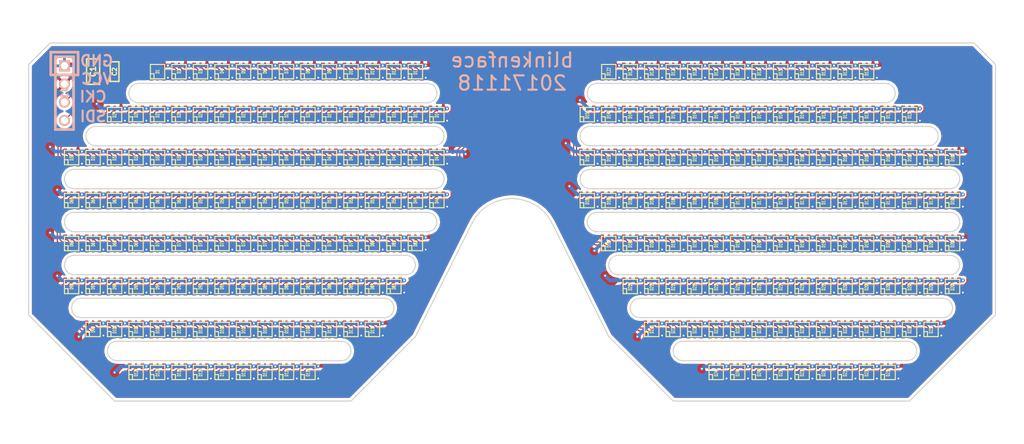
<source format=kicad_pcb>
(kicad_pcb (version 4) (host pcbnew 4.0.6)
  (layers (0 F.Cu signal) (31 B.Cu signal hide) (34 B.Paste user) (35 F.Paste user) (36 B.SilkS user) (37 F.SilkS user) (38 B.Mask user) (39 F.Mask user) (44 Edge.Cuts user))
  (net 0 "")
  (net 1 "Net-(D1-Pad1)")
  (net 2 "Net-(D1-Pad2)")
  (net 3 "Net-(D1-Pad5)")
  (net 4 "Net-(D1-Pad6)")
  (net 5 "Net-(D2-Pad5)")
  (net 6 "Net-(D2-Pad6)")
  (net 7 "Net-(D3-Pad5)")
  (net 8 "Net-(D3-Pad6)")
  (net 9 GND)
  (net 10 VCC)
  (net 11 "Net-(D4-Pad5)")
  (net 12 "Net-(D4-Pad6)")
  (net 13 "Net-(D5-Pad5)")
  (net 14 "Net-(D5-Pad6)")
  (net 15 "Net-(D6-Pad5)")
  (net 16 "Net-(D6-Pad6)")
  (net 17 "Net-(D7-Pad5)")
  (net 18 "Net-(D7-Pad6)")
  (net 19 "Net-(D8-Pad5)")
  (net 20 "Net-(D8-Pad6)")
  (net 21 "Net-(D10-Pad2)")
  (net 22 "Net-(D10-Pad1)")
  (net 23 "Net-(D10-Pad5)")
  (net 24 "Net-(D10-Pad6)")
  (net 25 "Net-(D11-Pad5)")
  (net 26 "Net-(D11-Pad6)")
  (net 27 "Net-(D12-Pad5)")
  (net 28 "Net-(D12-Pad6)")
  (net 29 "Net-(D13-Pad5)")
  (net 30 "Net-(D13-Pad6)")
  (net 31 "Net-(D14-Pad5)")
  (net 32 "Net-(D14-Pad6)")
  (net 33 "Net-(D15-Pad5)")
  (net 34 "Net-(D15-Pad6)")
  (net 35 "Net-(D16-Pad5)")
  (net 36 "Net-(D16-Pad6)")
  (net 37 "Net-(D17-Pad5)")
  (net 38 "Net-(D17-Pad6)")
  (net 39 "Net-(D18-Pad5)")
  (net 40 "Net-(D18-Pad6)")
  (net 41 "Net-(D19-Pad5)")
  (net 42 "Net-(D19-Pad6)")
  (net 43 "Net-(D20-Pad5)")
  (net 44 "Net-(D20-Pad6)")
  (net 45 "Net-(D21-Pad5)")
  (net 46 "Net-(D21-Pad6)")
  (net 47 "Net-(D22-Pad5)")
  (net 48 "Net-(D22-Pad6)")
  (net 49 "Net-(D23-Pad5)")
  (net 50 "Net-(D23-Pad6)")
  (net 51 "Net-(D24-Pad5)")
  (net 52 "Net-(D24-Pad6)")
  (net 53 "Net-(D25-Pad5)")
  (net 54 "Net-(D25-Pad6)")
  (net 55 "Net-(D26-Pad5)")
  (net 56 "Net-(D26-Pad6)")
  (net 57 "Net-(D27-Pad5)")
  (net 58 "Net-(D27-Pad6)")
  (net 59 "Net-(D28-Pad5)")
  (net 60 "Net-(D28-Pad6)")
  (net 61 "Net-(D29-Pad5)")
  (net 62 "Net-(D29-Pad6)")
  (net 63 "Net-(D30-Pad5)")
  (net 64 "Net-(D30-Pad6)")
  (net 65 "Net-(D31-Pad5)")
  (net 66 "Net-(D31-Pad6)")
  (net 67 "Net-(D32-Pad5)")
  (net 68 "Net-(D32-Pad6)")
  (net 69 "Net-(D33-Pad5)")
  (net 70 "Net-(D33-Pad6)")
  (net 71 "Net-(D34-Pad5)")
  (net 72 "Net-(D34-Pad6)")
  (net 73 "Net-(D35-Pad5)")
  (net 74 "Net-(D35-Pad6)")
  (net 75 "Net-(D36-Pad5)")
  (net 76 "Net-(D36-Pad6)")
  (net 77 "Net-(D37-Pad5)")
  (net 78 "Net-(D37-Pad6)")
  (net 79 "Net-(D38-Pad5)")
  (net 80 "Net-(D38-Pad6)")
  (net 81 "Net-(D39-Pad5)")
  (net 82 "Net-(D39-Pad6)")
  (net 83 "Net-(D40-Pad5)")
  (net 84 "Net-(D40-Pad6)")
  (net 85 "Net-(D41-Pad5)")
  (net 86 "Net-(D41-Pad6)")
  (net 87 "Net-(D42-Pad5)")
  (net 88 "Net-(D42-Pad6)")
  (net 89 "Net-(D43-Pad5)")
  (net 90 "Net-(D43-Pad6)")
  (net 91 "Net-(D44-Pad5)")
  (net 92 "Net-(D44-Pad6)")
  (net 93 "Net-(D45-Pad5)")
  (net 94 "Net-(D45-Pad6)")
  (net 95 "Net-(D46-Pad5)")
  (net 96 "Net-(D46-Pad6)")
  (net 97 "Net-(D47-Pad5)")
  (net 98 "Net-(D47-Pad6)")
  (net 99 "Net-(D48-Pad5)")
  (net 100 "Net-(D48-Pad6)")
  (net 101 "Net-(D49-Pad5)")
  (net 102 "Net-(D49-Pad6)")
  (net 103 "Net-(D50-Pad5)")
  (net 104 "Net-(D50-Pad6)")
  (net 105 "Net-(D51-Pad5)")
  (net 106 "Net-(D51-Pad6)")
  (net 107 "Net-(D52-Pad5)")
  (net 108 "Net-(D52-Pad6)")
  (net 109 "Net-(D53-Pad5)")
  (net 110 "Net-(D53-Pad6)")
  (net 111 "Net-(D54-Pad5)")
  (net 112 "Net-(D54-Pad6)")
  (net 113 "Net-(D55-Pad5)")
  (net 114 "Net-(D55-Pad6)")
  (net 115 "Net-(D56-Pad5)")
  (net 116 "Net-(D56-Pad6)")
  (net 117 "Net-(D57-Pad5)")
  (net 118 "Net-(D57-Pad6)")
  (net 119 "Net-(D58-Pad5)")
  (net 120 "Net-(D58-Pad6)")
  (net 121 "Net-(D59-Pad5)")
  (net 122 "Net-(D59-Pad6)")
  (net 123 "Net-(D60-Pad5)")
  (net 124 "Net-(D60-Pad6)")
  (net 125 "Net-(D61-Pad5)")
  (net 126 "Net-(D61-Pad6)")
  (net 127 "Net-(D62-Pad5)")
  (net 128 "Net-(D62-Pad6)")
  (net 129 "Net-(D63-Pad5)")
  (net 130 "Net-(D63-Pad6)")
  (net 131 "Net-(D64-Pad5)")
  (net 132 "Net-(D64-Pad6)")
  (net 133 "Net-(D65-Pad5)")
  (net 134 "Net-(D65-Pad6)")
  (net 135 "Net-(D66-Pad5)")
  (net 136 "Net-(D66-Pad6)")
  (net 137 "Net-(D67-Pad5)")
  (net 138 "Net-(D67-Pad6)")
  (net 139 "Net-(D68-Pad5)")
  (net 140 "Net-(D68-Pad6)")
  (net 141 "Net-(D69-Pad5)")
  (net 142 "Net-(D69-Pad6)")
  (net 143 "Net-(D70-Pad5)")
  (net 144 "Net-(D70-Pad6)")
  (net 145 "Net-(D71-Pad5)")
  (net 146 "Net-(D71-Pad6)")
  (net 147 "Net-(D72-Pad5)")
  (net 148 "Net-(D72-Pad6)")
  (net 149 "Net-(D73-Pad5)")
  (net 150 "Net-(D73-Pad6)")
  (net 151 "Net-(D74-Pad5)")
  (net 152 "Net-(D74-Pad6)")
  (net 153 "Net-(D75-Pad5)")
  (net 154 "Net-(D75-Pad6)")
  (net 155 "Net-(D76-Pad5)")
  (net 156 "Net-(D76-Pad6)")
  (net 157 "Net-(D77-Pad5)")
  (net 158 "Net-(D77-Pad6)")
  (net 159 "Net-(D78-Pad5)")
  (net 160 "Net-(D78-Pad6)")
  (net 161 "Net-(D79-Pad5)")
  (net 162 "Net-(D79-Pad6)")
  (net 163 "Net-(D80-Pad5)")
  (net 164 "Net-(D80-Pad6)")
  (net 165 "Net-(D81-Pad5)")
  (net 166 "Net-(D81-Pad6)")
  (net 167 "Net-(D82-Pad5)")
  (net 168 "Net-(D82-Pad6)")
  (net 169 "Net-(D83-Pad5)")
  (net 170 "Net-(D83-Pad6)")
  (net 171 "Net-(D84-Pad5)")
  (net 172 "Net-(D84-Pad6)")
  (net 173 "Net-(D85-Pad5)")
  (net 174 "Net-(D85-Pad6)")
  (net 175 "Net-(D86-Pad5)")
  (net 176 "Net-(D86-Pad6)")
  (net 177 "Net-(D87-Pad5)")
  (net 178 "Net-(D87-Pad6)")
  (net 179 "Net-(D88-Pad5)")
  (net 180 "Net-(D88-Pad6)")
  (net 181 "Net-(D89-Pad5)")
  (net 182 "Net-(D89-Pad6)")
  (net 183 "Net-(D90-Pad5)")
  (net 184 "Net-(D90-Pad6)")
  (net 185 "Net-(D91-Pad5)")
  (net 186 "Net-(D91-Pad6)")
  (net 187 "Net-(D92-Pad5)")
  (net 188 "Net-(D92-Pad6)")
  (net 189 "Net-(D93-Pad5)")
  (net 190 "Net-(D93-Pad6)")
  (net 191 "Net-(D94-Pad5)")
  (net 192 "Net-(D94-Pad6)")
  (net 193 "Net-(D95-Pad5)")
  (net 194 "Net-(D95-Pad6)")
  (net 195 "Net-(D96-Pad5)")
  (net 196 "Net-(D96-Pad6)")
  (net 197 "Net-(D97-Pad5)")
  (net 198 "Net-(D97-Pad6)")
  (net 199 "Net-(D98-Pad5)")
  (net 200 "Net-(D98-Pad6)")
  (net 201 "Net-(D100-Pad2)")
  (net 202 "Net-(D100-Pad1)")
  (net 203 "Net-(D100-Pad5)")
  (net 204 "Net-(D100-Pad6)")
  (net 205 "Net-(D101-Pad5)")
  (net 206 "Net-(D101-Pad6)")
  (net 207 "Net-(D102-Pad5)")
  (net 208 "Net-(D102-Pad6)")
  (net 209 "Net-(D103-Pad5)")
  (net 210 "Net-(D103-Pad6)")
  (net 211 "Net-(D104-Pad5)")
  (net 212 "Net-(D104-Pad6)")
  (net 213 "Net-(D105-Pad5)")
  (net 214 "Net-(D105-Pad6)")
  (net 215 "Net-(D106-Pad5)")
  (net 216 "Net-(D106-Pad6)")
  (net 217 "Net-(D107-Pad5)")
  (net 218 "Net-(D107-Pad6)")
  (net 219 "Net-(D108-Pad5)")
  (net 220 "Net-(D108-Pad6)")
  (net 221 "Net-(D109-Pad5)")
  (net 222 "Net-(D109-Pad6)")
  (net 223 "Net-(D110-Pad5)")
  (net 224 "Net-(D110-Pad6)")
  (net 225 "Net-(D111-Pad5)")
  (net 226 "Net-(D111-Pad6)")
  (net 227 "Net-(D112-Pad5)")
  (net 228 "Net-(D112-Pad6)")
  (net 229 "Net-(D113-Pad5)")
  (net 230 "Net-(D113-Pad6)")
  (net 231 "Net-(D114-Pad5)")
  (net 232 "Net-(D114-Pad6)")
  (net 233 "Net-(D115-Pad5)")
  (net 234 "Net-(D115-Pad6)")
  (net 235 "Net-(D116-Pad5)")
  (net 236 "Net-(D116-Pad6)")
  (net 237 "Net-(D117-Pad5)")
  (net 238 "Net-(D117-Pad6)")
  (net 239 "Net-(D118-Pad5)")
  (net 240 "Net-(D118-Pad6)")
  (net 241 "Net-(D119-Pad5)")
  (net 242 "Net-(D119-Pad6)")
  (net 243 "Net-(D120-Pad5)")
  (net 244 "Net-(D120-Pad6)")
  (net 245 "Net-(D121-Pad5)")
  (net 246 "Net-(D121-Pad6)")
  (net 247 "Net-(D122-Pad5)")
  (net 248 "Net-(D122-Pad6)")
  (net 249 "Net-(D123-Pad5)")
  (net 250 "Net-(D123-Pad6)")
  (net 251 "Net-(D124-Pad5)")
  (net 252 "Net-(D124-Pad6)")
  (net 253 "Net-(D125-Pad5)")
  (net 254 "Net-(D125-Pad6)")
  (net 255 "Net-(D126-Pad5)")
  (net 256 "Net-(D126-Pad6)")
  (net 257 "Net-(D127-Pad5)")
  (net 258 "Net-(D127-Pad6)")
  (net 259 "Net-(D128-Pad5)")
  (net 260 "Net-(D128-Pad6)")
  (net 261 "Net-(D129-Pad5)")
  (net 262 "Net-(D129-Pad6)")
  (net 263 "Net-(D130-Pad5)")
  (net 264 "Net-(D130-Pad6)")
  (net 265 "Net-(D131-Pad5)")
  (net 266 "Net-(D131-Pad6)")
  (net 267 "Net-(D132-Pad5)")
  (net 268 "Net-(D132-Pad6)")
  (net 269 "Net-(D133-Pad5)")
  (net 270 "Net-(D133-Pad6)")
  (net 271 "Net-(D134-Pad5)")
  (net 272 "Net-(D134-Pad6)")
  (net 273 "Net-(D135-Pad5)")
  (net 274 "Net-(D135-Pad6)")
  (net 275 "Net-(D136-Pad5)")
  (net 276 "Net-(D136-Pad6)")
  (net 277 "Net-(D137-Pad5)")
  (net 278 "Net-(D137-Pad6)")
  (net 279 "Net-(D138-Pad5)")
  (net 280 "Net-(D138-Pad6)")
  (net 281 "Net-(D139-Pad5)")
  (net 282 "Net-(D139-Pad6)")
  (net 283 "Net-(D140-Pad5)")
  (net 284 "Net-(D140-Pad6)")
  (net 285 "Net-(D141-Pad5)")
  (net 286 "Net-(D141-Pad6)")
  (net 287 "Net-(D142-Pad5)")
  (net 288 "Net-(D142-Pad6)")
  (net 289 "Net-(D143-Pad5)")
  (net 290 "Net-(D143-Pad6)")
  (net 291 "Net-(D144-Pad5)")
  (net 292 "Net-(D144-Pad6)")
  (net 293 "Net-(D145-Pad5)")
  (net 294 "Net-(D145-Pad6)")
  (net 295 "Net-(D146-Pad5)")
  (net 296 "Net-(D146-Pad6)")
  (net 297 "Net-(D147-Pad5)")
  (net 298 "Net-(D147-Pad6)")
  (net 299 "Net-(D148-Pad5)")
  (net 300 "Net-(D148-Pad6)")
  (net 301 "Net-(D149-Pad5)")
  (net 302 "Net-(D149-Pad6)")
  (net 303 "Net-(D150-Pad5)")
  (net 304 "Net-(D150-Pad6)")
  (net 305 "Net-(D151-Pad5)")
  (net 306 "Net-(D151-Pad6)")
  (net 307 "Net-(D152-Pad5)")
  (net 308 "Net-(D152-Pad6)")
  (net 309 "Net-(D153-Pad5)")
  (net 310 "Net-(D153-Pad6)")
  (net 311 "Net-(D154-Pad5)")
  (net 312 "Net-(D154-Pad6)")
  (net 313 "Net-(D155-Pad5)")
  (net 314 "Net-(D155-Pad6)")
  (net 315 "Net-(D156-Pad5)")
  (net 316 "Net-(D156-Pad6)")
  (net 317 "Net-(D157-Pad5)")
  (net 318 "Net-(D157-Pad6)")
  (net 319 "Net-(D158-Pad5)")
  (net 320 "Net-(D158-Pad6)")
  (net 321 "Net-(D159-Pad5)")
  (net 322 "Net-(D159-Pad6)")
  (net 323 "Net-(D160-Pad5)")
  (net 324 "Net-(D160-Pad6)")
  (net 325 "Net-(D161-Pad5)")
  (net 326 "Net-(D161-Pad6)")
  (net 327 "Net-(D162-Pad5)")
  (net 328 "Net-(D162-Pad6)")
  (net 329 "Net-(D163-Pad5)")
  (net 330 "Net-(D163-Pad6)")
  (net 331 "Net-(D164-Pad5)")
  (net 332 "Net-(D164-Pad6)")
  (net 333 "Net-(D165-Pad5)")
  (net 334 "Net-(D165-Pad6)")
  (net 335 "Net-(D166-Pad5)")
  (net 336 "Net-(D166-Pad6)")
  (net 337 "Net-(D167-Pad5)")
  (net 338 "Net-(D167-Pad6)")
  (net 339 "Net-(D168-Pad5)")
  (net 340 "Net-(D168-Pad6)")
  (net 341 "Net-(D169-Pad5)")
  (net 342 "Net-(D169-Pad6)")
  (net 343 "Net-(D170-Pad5)")
  (net 344 "Net-(D170-Pad6)")
  (net 345 "Net-(D171-Pad5)")
  (net 346 "Net-(D171-Pad6)")
  (net 347 "Net-(D172-Pad5)")
  (net 348 "Net-(D172-Pad6)")
  (net 349 "Net-(D173-Pad5)")
  (net 350 "Net-(D173-Pad6)")
  (net 351 "Net-(D174-Pad5)")
  (net 352 "Net-(D174-Pad6)")
  (net 353 "Net-(D175-Pad5)")
  (net 354 "Net-(D175-Pad6)")
  (net 355 "Net-(D176-Pad5)")
  (net 356 "Net-(D176-Pad6)")
  (net 357 "Net-(D177-Pad5)")
  (net 358 "Net-(D177-Pad6)")
  (net 359 "Net-(D178-Pad5)")
  (net 360 "Net-(D178-Pad6)")
  (net 361 "Net-(D179-Pad5)")
  (net 362 "Net-(D179-Pad6)")
  (net 363 "Net-(D180-Pad5)")
  (net 364 "Net-(D180-Pad6)")
  (net 365 "Net-(D181-Pad5)")
  (net 366 "Net-(D181-Pad6)")
  (net 367 "Net-(D182-Pad5)")
  (net 368 "Net-(D182-Pad6)")
  (net 369 "Net-(D183-Pad5)")
  (net 370 "Net-(D183-Pad6)")
  (net 371 "Net-(D184-Pad5)")
  (net 372 "Net-(D184-Pad6)")
  (net 373 "Net-(D185-Pad5)")
  (net 374 "Net-(D185-Pad6)")
  (net 375 "Net-(D186-Pad5)")
  (net 376 "Net-(D186-Pad6)")
  (net 377 "Net-(D187-Pad5)")
  (net 378 "Net-(D187-Pad6)")
  (net 379 "Net-(D188-Pad5)")
  (net 380 "Net-(D188-Pad6)")
  (net 381 "Net-(D189-Pad5)")
  (net 382 "Net-(D189-Pad6)")
  (net 383 "Net-(D190-Pad5)")
  (net 384 "Net-(D190-Pad6)")
  (net 385 "Net-(D191-Pad5)")
  (net 386 "Net-(D191-Pad6)")
  (net 387 "Net-(D192-Pad5)")
  (net 388 "Net-(D192-Pad6)")
  (net 389 "Net-(D193-Pad5)")
  (net 390 "Net-(D193-Pad6)")
  (net 391 "Net-(D194-Pad5)")
  (net 392 "Net-(D194-Pad6)")
  (net 393 "Net-(D195-Pad5)")
  (net 394 "Net-(D195-Pad6)")
  (net 395 "Net-(D196-Pad5)")
  (net 396 "Net-(D196-Pad6)")
  (net 397 "Net-(D197-Pad5)")
  (net 398 "Net-(D197-Pad6)")
  (net 399 "Net-(D198-Pad5)")
  (net 400 "Net-(D198-Pad6)")
  (net 401 "Net-(D199-Pad5)")
  (net 402 "Net-(D199-Pad6)")
  (net 403 "Net-(D200-Pad5)")
  (net 404 "Net-(D200-Pad6)")
  (net 405 "Net-(D201-Pad5)")
  (net 406 "Net-(D201-Pad6)")
  (net 407 "Net-(D202-Pad5)")
  (net 408 "Net-(D202-Pad6)")
  (net 409 "Net-(D203-Pad5)")
  (net 410 "Net-(D203-Pad6)")
  (net 411 "Net-(D204-Pad5)")
  (net 412 "Net-(D204-Pad6)")
  (net 413 "Net-(D205-Pad5)")
  (net 414 "Net-(D205-Pad6)")
  (net 415 "Net-(D206-Pad5)")
  (net 416 "Net-(D206-Pad6)")
  (net 417 "Net-(D207-Pad5)")
  (net 418 "Net-(D207-Pad6)")
  (net 419 "Net-(D208-Pad5)")
  (net 420 "Net-(D208-Pad6)")
  (net 421 "Net-(D209-Pad5)")
  (net 422 "Net-(D209-Pad6)")
  (net 423 "Net-(D210-Pad5)")
  (net 424 "Net-(D210-Pad6)")
  (net 425 "Net-(D211-Pad5)")
  (net 426 "Net-(D211-Pad6)")
  (net 427 "Net-(D212-Pad5)")
  (net 428 "Net-(D212-Pad6)")
  (net 429 "Net-(D213-Pad5)")
  (net 430 "Net-(D213-Pad6)")
  (net 431 "Net-(D214-Pad5)")
  (net 432 "Net-(D214-Pad6)")
  (net 433 "Net-(D215-Pad5)")
  (net 434 "Net-(D215-Pad6)")
  (net 435 "Net-(D216-Pad5)")
  (net 436 "Net-(D216-Pad6)")
  (net 437 "Net-(D217-Pad5)")
  (net 438 "Net-(D217-Pad6)")
  (net 439 "Net-(D218-Pad5)")
  (net 440 "Net-(D218-Pad6)")
  (net 441 "Net-(D219-Pad5)")
  (net 442 "Net-(D219-Pad6)")
  (net 443 "Net-(D220-Pad5)")
  (net 444 "Net-(D220-Pad6)")
  (net 445 "Net-(D221-Pad5)")
  (net 446 "Net-(D221-Pad6)")
  (net 447 "Net-(D222-Pad5)")
  (net 448 "Net-(D222-Pad6)")
  (net 449 "Net-(D223-Pad5)")
  (net 450 "Net-(D223-Pad6)")
  (net 451 "Net-(D224-Pad5)")
  (net 452 "Net-(D224-Pad6)")
  (net 453 "Net-(D225-Pad5)")
  (net 454 "Net-(D225-Pad6)")
  (net 455 "Net-(D226-Pad5)")
  (net 456 "Net-(D226-Pad6)")
  (net 457 "Net-(D227-Pad5)")
  (net 458 "Net-(D227-Pad6)")
  (net 459 "Net-(D228-Pad5)")
  (net 460 "Net-(D228-Pad6)")
  (net 461 "Net-(D229-Pad5)")
  (net 462 "Net-(D229-Pad6)")
  (net 463 "Net-(D230-Pad5)")
  (net 464 "Net-(D230-Pad6)")
  (net 465 "Net-(D231-Pad5)")
  (net 466 "Net-(D231-Pad6)")
  (net 467 "Net-(D232-Pad5)")
  (net 468 "Net-(D232-Pad6)")
  (net 469 "Net-(D233-Pad5)")
  (net 470 "Net-(D233-Pad6)")
  (net 471 "Net-(D234-Pad5)")
  (net 472 "Net-(D234-Pad6)")
  (net 473 "Net-(D235-Pad5)")
  (net 474 "Net-(D235-Pad6)")
  (net 475 "Net-(D236-Pad5)")
  (net 476 "Net-(D236-Pad6)")
  (net 477 "Net-(D237-Pad5)")
  (net 478 "Net-(D237-Pad6)")
  (net 479 "Net-(D238-Pad5)")
  (net 480 "Net-(D238-Pad6)")
  (net 481 "Net-(D239-Pad5)")
  (net 482 "Net-(D239-Pad6)")
  (net 483 "Net-(D240-Pad5)")
  (net 484 "Net-(D240-Pad6)")
  (net 485 "Net-(D241-Pad5)")
  (net 486 "Net-(D241-Pad6)")
  (net 487 "Net-(D242-Pad5)")
  (net 488 "Net-(D242-Pad6)")
  (module gsg-modules:APA102-2020 (layer F.Cu) (at 98 66 90)
    (fp_text reference D1 (at 0 0 90) (layer F.SilkS) (effects (font (size 0.50038 0.29972) (thickness 0.07493))))
    (fp_text value APA102 hide)
    (pad 1 smd rect (at -0.85 -0.9 90) (size 0.8 0.5) (layers F.Cu F.Paste F.Mask) (net 1 "Net-(D1-Pad1)"))
    (pad 2 smd rect (at -0.85 0 90) (size 0.8 0.3) (layers F.Cu F.Paste F.Mask) (net 2 "Net-(D1-Pad2)"))
    (pad 3 smd rect (at -0.85 0.9 90) (size 0.8 0.5) (layers F.Cu F.Paste F.Mask) (net 9 GND))
    (pad 4 smd rect (at 0.85 0.9 90) (size 0.8 0.5) (layers F.Cu F.Paste F.Mask) (net 10 VCC))
    (pad 5 smd rect (at 0.85 0 90) (size 0.8 0.3) (layers F.Cu F.Paste F.Mask) (net 3 "Net-(D1-Pad5)"))
    (pad 6 smd rect (at 0.85 -0.9 90) (size 0.8 0.5) (layers F.Cu F.Paste F.Mask) (net 4 "Net-(D1-Pad6)"))
  )
  (module gsg-modules:APA102-2020 (layer F.Cu) (at 101 66 90)
    (fp_text reference D2 (at 0 0 90) (layer F.SilkS) (effects (font (size 0.50038 0.29972) (thickness 0.07493))))
    (fp_text value APA102 hide)
    (pad 1 smd rect (at -0.85 -0.9 90) (size 0.8 0.5) (layers F.Cu F.Paste F.Mask) (net 4 "Net-(D1-Pad6)"))
    (pad 2 smd rect (at -0.85 0 90) (size 0.8 0.3) (layers F.Cu F.Paste F.Mask) (net 3 "Net-(D1-Pad5)"))
    (pad 3 smd rect (at -0.85 0.9 90) (size 0.8 0.5) (layers F.Cu F.Paste F.Mask) (net 9 GND))
    (pad 4 smd rect (at 0.85 0.9 90) (size 0.8 0.5) (layers F.Cu F.Paste F.Mask) (net 10 VCC))
    (pad 5 smd rect (at 0.85 0 90) (size 0.8 0.3) (layers F.Cu F.Paste F.Mask) (net 5 "Net-(D2-Pad5)"))
    (pad 6 smd rect (at 0.85 -0.9 90) (size 0.8 0.5) (layers F.Cu F.Paste F.Mask) (net 6 "Net-(D2-Pad6)"))
  )
  (module gsg-modules:APA102-2020 (layer F.Cu) (at 104 66 90)
    (fp_text reference D3 (at 0 0 90) (layer F.SilkS) (effects (font (size 0.50038 0.29972) (thickness 0.07493))))
    (fp_text value APA102 hide)
    (pad 1 smd rect (at -0.85 -0.9 90) (size 0.8 0.5) (layers F.Cu F.Paste F.Mask) (net 6 "Net-(D2-Pad6)"))
    (pad 2 smd rect (at -0.85 0 90) (size 0.8 0.3) (layers F.Cu F.Paste F.Mask) (net 5 "Net-(D2-Pad5)"))
    (pad 3 smd rect (at -0.85 0.9 90) (size 0.8 0.5) (layers F.Cu F.Paste F.Mask) (net 9 GND))
    (pad 4 smd rect (at 0.85 0.9 90) (size 0.8 0.5) (layers F.Cu F.Paste F.Mask) (net 10 VCC))
    (pad 5 smd rect (at 0.85 0 90) (size 0.8 0.3) (layers F.Cu F.Paste F.Mask) (net 7 "Net-(D3-Pad5)"))
    (pad 6 smd rect (at 0.85 -0.9 90) (size 0.8 0.5) (layers F.Cu F.Paste F.Mask) (net 8 "Net-(D3-Pad6)"))
  )
  (module gsg-modules:APA102-2020 (layer F.Cu) (at 107 66 90)
    (fp_text reference D4 (at 0 0 90) (layer F.SilkS) (effects (font (size 0.50038 0.29972) (thickness 0.07493))))
    (fp_text value APA102 hide)
    (pad 1 smd rect (at -0.85 -0.9 90) (size 0.8 0.5) (layers F.Cu F.Paste F.Mask) (net 8 "Net-(D3-Pad6)"))
    (pad 2 smd rect (at -0.85 0 90) (size 0.8 0.3) (layers F.Cu F.Paste F.Mask) (net 7 "Net-(D3-Pad5)"))
    (pad 3 smd rect (at -0.85 0.9 90) (size 0.8 0.5) (layers F.Cu F.Paste F.Mask) (net 9 GND))
    (pad 4 smd rect (at 0.85 0.9 90) (size 0.8 0.5) (layers F.Cu F.Paste F.Mask) (net 10 VCC))
    (pad 5 smd rect (at 0.85 0 90) (size 0.8 0.3) (layers F.Cu F.Paste F.Mask) (net 11 "Net-(D4-Pad5)"))
    (pad 6 smd rect (at 0.85 -0.9 90) (size 0.8 0.5) (layers F.Cu F.Paste F.Mask) (net 12 "Net-(D4-Pad6)"))
  )
  (module gsg-modules:APA102-2020 (layer F.Cu) (at 110 66 90)
    (fp_text reference D5 (at 0 0 90) (layer F.SilkS) (effects (font (size 0.50038 0.29972) (thickness 0.07493))))
    (fp_text value APA102 hide)
    (pad 1 smd rect (at -0.85 -0.9 90) (size 0.8 0.5) (layers F.Cu F.Paste F.Mask) (net 12 "Net-(D4-Pad6)"))
    (pad 2 smd rect (at -0.85 0 90) (size 0.8 0.3) (layers F.Cu F.Paste F.Mask) (net 11 "Net-(D4-Pad5)"))
    (pad 3 smd rect (at -0.85 0.9 90) (size 0.8 0.5) (layers F.Cu F.Paste F.Mask) (net 9 GND))
    (pad 4 smd rect (at 0.85 0.9 90) (size 0.8 0.5) (layers F.Cu F.Paste F.Mask) (net 10 VCC))
    (pad 5 smd rect (at 0.85 0 90) (size 0.8 0.3) (layers F.Cu F.Paste F.Mask) (net 13 "Net-(D5-Pad5)"))
    (pad 6 smd rect (at 0.85 -0.9 90) (size 0.8 0.5) (layers F.Cu F.Paste F.Mask) (net 14 "Net-(D5-Pad6)"))
  )
  (module gsg-modules:APA102-2020 (layer F.Cu) (at 113 66 90)
    (fp_text reference D6 (at 0 0 90) (layer F.SilkS) (effects (font (size 0.50038 0.29972) (thickness 0.07493))))
    (fp_text value APA102 hide)
    (pad 1 smd rect (at -0.85 -0.9 90) (size 0.8 0.5) (layers F.Cu F.Paste F.Mask) (net 14 "Net-(D5-Pad6)"))
    (pad 2 smd rect (at -0.85 0 90) (size 0.8 0.3) (layers F.Cu F.Paste F.Mask) (net 13 "Net-(D5-Pad5)"))
    (pad 3 smd rect (at -0.85 0.9 90) (size 0.8 0.5) (layers F.Cu F.Paste F.Mask) (net 9 GND))
    (pad 4 smd rect (at 0.85 0.9 90) (size 0.8 0.5) (layers F.Cu F.Paste F.Mask) (net 10 VCC))
    (pad 5 smd rect (at 0.85 0 90) (size 0.8 0.3) (layers F.Cu F.Paste F.Mask) (net 15 "Net-(D6-Pad5)"))
    (pad 6 smd rect (at 0.85 -0.9 90) (size 0.8 0.5) (layers F.Cu F.Paste F.Mask) (net 16 "Net-(D6-Pad6)"))
  )
  (module gsg-modules:APA102-2020 (layer F.Cu) (at 116 66 90)
    (fp_text reference D7 (at 0 0 90) (layer F.SilkS) (effects (font (size 0.50038 0.29972) (thickness 0.07493))))
    (fp_text value APA102 hide)
    (pad 1 smd rect (at -0.85 -0.9 90) (size 0.8 0.5) (layers F.Cu F.Paste F.Mask) (net 16 "Net-(D6-Pad6)"))
    (pad 2 smd rect (at -0.85 0 90) (size 0.8 0.3) (layers F.Cu F.Paste F.Mask) (net 15 "Net-(D6-Pad5)"))
    (pad 3 smd rect (at -0.85 0.9 90) (size 0.8 0.5) (layers F.Cu F.Paste F.Mask) (net 9 GND))
    (pad 4 smd rect (at 0.85 0.9 90) (size 0.8 0.5) (layers F.Cu F.Paste F.Mask) (net 10 VCC))
    (pad 5 smd rect (at 0.85 0 90) (size 0.8 0.3) (layers F.Cu F.Paste F.Mask) (net 17 "Net-(D7-Pad5)"))
    (pad 6 smd rect (at 0.85 -0.9 90) (size 0.8 0.5) (layers F.Cu F.Paste F.Mask) (net 18 "Net-(D7-Pad6)"))
  )
  (module gsg-modules:APA102-2020 (layer F.Cu) (at 119 66 90)
    (fp_text reference D8 (at 0 0 90) (layer F.SilkS) (effects (font (size 0.50038 0.29972) (thickness 0.07493))))
    (fp_text value APA102 hide)
    (pad 1 smd rect (at -0.85 -0.9 90) (size 0.8 0.5) (layers F.Cu F.Paste F.Mask) (net 18 "Net-(D7-Pad6)"))
    (pad 2 smd rect (at -0.85 0 90) (size 0.8 0.3) (layers F.Cu F.Paste F.Mask) (net 17 "Net-(D7-Pad5)"))
    (pad 3 smd rect (at -0.85 0.9 90) (size 0.8 0.5) (layers F.Cu F.Paste F.Mask) (net 9 GND))
    (pad 4 smd rect (at 0.85 0.9 90) (size 0.8 0.5) (layers F.Cu F.Paste F.Mask) (net 10 VCC))
    (pad 5 smd rect (at 0.85 0 90) (size 0.8 0.3) (layers F.Cu F.Paste F.Mask) (net 19 "Net-(D8-Pad5)"))
    (pad 6 smd rect (at 0.85 -0.9 90) (size 0.8 0.5) (layers F.Cu F.Paste F.Mask) (net 20 "Net-(D8-Pad6)"))
  )
  (module gsg-modules:APA102-2020 (layer F.Cu) (at 122 66 90)
    (fp_text reference D9 (at 0 0 90) (layer F.SilkS) (effects (font (size 0.50038 0.29972) (thickness 0.07493))))
    (fp_text value APA102 hide)
    (pad 1 smd rect (at -0.85 -0.9 90) (size 0.8 0.5) (layers F.Cu F.Paste F.Mask) (net 20 "Net-(D8-Pad6)"))
    (pad 2 smd rect (at -0.85 0 90) (size 0.8 0.3) (layers F.Cu F.Paste F.Mask) (net 19 "Net-(D8-Pad5)"))
    (pad 3 smd rect (at -0.85 0.9 90) (size 0.8 0.5) (layers F.Cu F.Paste F.Mask) (net 9 GND))
    (pad 4 smd rect (at 0.85 0.9 90) (size 0.8 0.5) (layers F.Cu F.Paste F.Mask) (net 10 VCC))
    (pad 5 smd rect (at 0.85 0 90) (size 0.8 0.3) (layers F.Cu F.Paste F.Mask) (net 21 "Net-(D10-Pad2)"))
    (pad 6 smd rect (at 0.85 -0.9 90) (size 0.8 0.5) (layers F.Cu F.Paste F.Mask) (net 22 "Net-(D10-Pad1)"))
  )
  (module gsg-modules:APA102-2020 (layer F.Cu) (at 125 66 90)
    (fp_text reference D10 (at 0 0 90) (layer F.SilkS) (effects (font (size 0.50038 0.29972) (thickness 0.07493))))
    (fp_text value APA102 hide)
    (pad 1 smd rect (at -0.85 -0.9 90) (size 0.8 0.5) (layers F.Cu F.Paste F.Mask) (net 22 "Net-(D10-Pad1)"))
    (pad 2 smd rect (at -0.85 0 90) (size 0.8 0.3) (layers F.Cu F.Paste F.Mask) (net 21 "Net-(D10-Pad2)"))
    (pad 3 smd rect (at -0.85 0.9 90) (size 0.8 0.5) (layers F.Cu F.Paste F.Mask) (net 9 GND))
    (pad 4 smd rect (at 0.85 0.9 90) (size 0.8 0.5) (layers F.Cu F.Paste F.Mask) (net 10 VCC))
    (pad 5 smd rect (at 0.85 0 90) (size 0.8 0.3) (layers F.Cu F.Paste F.Mask) (net 23 "Net-(D10-Pad5)"))
    (pad 6 smd rect (at 0.85 -0.9 90) (size 0.8 0.5) (layers F.Cu F.Paste F.Mask) (net 24 "Net-(D10-Pad6)"))
  )
  (module gsg-modules:APA102-2020 (layer F.Cu) (at 128 66 90)
    (fp_text reference D11 (at 0 0 90) (layer F.SilkS) (effects (font (size 0.50038 0.29972) (thickness 0.07493))))
    (fp_text value APA102 hide)
    (pad 1 smd rect (at -0.85 -0.9 90) (size 0.8 0.5) (layers F.Cu F.Paste F.Mask) (net 24 "Net-(D10-Pad6)"))
    (pad 2 smd rect (at -0.85 0 90) (size 0.8 0.3) (layers F.Cu F.Paste F.Mask) (net 23 "Net-(D10-Pad5)"))
    (pad 3 smd rect (at -0.85 0.9 90) (size 0.8 0.5) (layers F.Cu F.Paste F.Mask) (net 9 GND))
    (pad 4 smd rect (at 0.85 0.9 90) (size 0.8 0.5) (layers F.Cu F.Paste F.Mask) (net 10 VCC))
    (pad 5 smd rect (at 0.85 0 90) (size 0.8 0.3) (layers F.Cu F.Paste F.Mask) (net 25 "Net-(D11-Pad5)"))
    (pad 6 smd rect (at 0.85 -0.9 90) (size 0.8 0.5) (layers F.Cu F.Paste F.Mask) (net 26 "Net-(D11-Pad6)"))
  )
  (module gsg-modules:APA102-2020 (layer F.Cu) (at 131 66 90)
    (fp_text reference D12 (at 0 0 90) (layer F.SilkS) (effects (font (size 0.50038 0.29972) (thickness 0.07493))))
    (fp_text value APA102 hide)
    (pad 1 smd rect (at -0.85 -0.9 90) (size 0.8 0.5) (layers F.Cu F.Paste F.Mask) (net 26 "Net-(D11-Pad6)"))
    (pad 2 smd rect (at -0.85 0 90) (size 0.8 0.3) (layers F.Cu F.Paste F.Mask) (net 25 "Net-(D11-Pad5)"))
    (pad 3 smd rect (at -0.85 0.9 90) (size 0.8 0.5) (layers F.Cu F.Paste F.Mask) (net 9 GND))
    (pad 4 smd rect (at 0.85 0.9 90) (size 0.8 0.5) (layers F.Cu F.Paste F.Mask) (net 10 VCC))
    (pad 5 smd rect (at 0.85 0 90) (size 0.8 0.3) (layers F.Cu F.Paste F.Mask) (net 27 "Net-(D12-Pad5)"))
    (pad 6 smd rect (at 0.85 -0.9 90) (size 0.8 0.5) (layers F.Cu F.Paste F.Mask) (net 28 "Net-(D12-Pad6)"))
  )
  (module gsg-modules:APA102-2020 (layer F.Cu) (at 134 66 90)
    (fp_text reference D13 (at 0 0 90) (layer F.SilkS) (effects (font (size 0.50038 0.29972) (thickness 0.07493))))
    (fp_text value APA102 hide)
    (pad 1 smd rect (at -0.85 -0.9 90) (size 0.8 0.5) (layers F.Cu F.Paste F.Mask) (net 28 "Net-(D12-Pad6)"))
    (pad 2 smd rect (at -0.85 0 90) (size 0.8 0.3) (layers F.Cu F.Paste F.Mask) (net 27 "Net-(D12-Pad5)"))
    (pad 3 smd rect (at -0.85 0.9 90) (size 0.8 0.5) (layers F.Cu F.Paste F.Mask) (net 9 GND))
    (pad 4 smd rect (at 0.85 0.9 90) (size 0.8 0.5) (layers F.Cu F.Paste F.Mask) (net 10 VCC))
    (pad 5 smd rect (at 0.85 0 90) (size 0.8 0.3) (layers F.Cu F.Paste F.Mask) (net 29 "Net-(D13-Pad5)"))
    (pad 6 smd rect (at 0.85 -0.9 90) (size 0.8 0.5) (layers F.Cu F.Paste F.Mask) (net 30 "Net-(D13-Pad6)"))
  )
  (module gsg-modules:APA102-2020 (layer F.Cu) (at 137 72 90)
    (fp_text reference D14 (at 0 0 90) (layer F.SilkS) (effects (font (size 0.50038 0.29972) (thickness 0.07493))))
    (fp_text value APA102 hide)
    (pad 1 smd rect (at -0.85 -0.9 90) (size 0.8 0.5) (layers F.Cu F.Paste F.Mask) (net 30 "Net-(D13-Pad6)"))
    (pad 2 smd rect (at -0.85 0 90) (size 0.8 0.3) (layers F.Cu F.Paste F.Mask) (net 29 "Net-(D13-Pad5)"))
    (pad 3 smd rect (at -0.85 0.9 90) (size 0.8 0.5) (layers F.Cu F.Paste F.Mask) (net 9 GND))
    (pad 4 smd rect (at 0.85 0.9 90) (size 0.8 0.5) (layers F.Cu F.Paste F.Mask) (net 10 VCC))
    (pad 5 smd rect (at 0.85 0 90) (size 0.8 0.3) (layers F.Cu F.Paste F.Mask) (net 31 "Net-(D14-Pad5)"))
    (pad 6 smd rect (at 0.85 -0.9 90) (size 0.8 0.5) (layers F.Cu F.Paste F.Mask) (net 32 "Net-(D14-Pad6)"))
  )
  (module gsg-modules:APA102-2020 (layer F.Cu) (at 134 72 90)
    (fp_text reference D15 (at 0 0 90) (layer F.SilkS) (effects (font (size 0.50038 0.29972) (thickness 0.07493))))
    (fp_text value APA102 hide)
    (pad 1 smd rect (at -0.85 -0.9 90) (size 0.8 0.5) (layers F.Cu F.Paste F.Mask) (net 32 "Net-(D14-Pad6)"))
    (pad 2 smd rect (at -0.85 0 90) (size 0.8 0.3) (layers F.Cu F.Paste F.Mask) (net 31 "Net-(D14-Pad5)"))
    (pad 3 smd rect (at -0.85 0.9 90) (size 0.8 0.5) (layers F.Cu F.Paste F.Mask) (net 9 GND))
    (pad 4 smd rect (at 0.85 0.9 90) (size 0.8 0.5) (layers F.Cu F.Paste F.Mask) (net 10 VCC))
    (pad 5 smd rect (at 0.85 0 90) (size 0.8 0.3) (layers F.Cu F.Paste F.Mask) (net 33 "Net-(D15-Pad5)"))
    (pad 6 smd rect (at 0.85 -0.9 90) (size 0.8 0.5) (layers F.Cu F.Paste F.Mask) (net 34 "Net-(D15-Pad6)"))
  )
  (module gsg-modules:APA102-2020 (layer F.Cu) (at 131 72 90)
    (fp_text reference D16 (at 0 0 90) (layer F.SilkS) (effects (font (size 0.50038 0.29972) (thickness 0.07493))))
    (fp_text value APA102 hide)
    (pad 1 smd rect (at -0.85 -0.9 90) (size 0.8 0.5) (layers F.Cu F.Paste F.Mask) (net 34 "Net-(D15-Pad6)"))
    (pad 2 smd rect (at -0.85 0 90) (size 0.8 0.3) (layers F.Cu F.Paste F.Mask) (net 33 "Net-(D15-Pad5)"))
    (pad 3 smd rect (at -0.85 0.9 90) (size 0.8 0.5) (layers F.Cu F.Paste F.Mask) (net 9 GND))
    (pad 4 smd rect (at 0.85 0.9 90) (size 0.8 0.5) (layers F.Cu F.Paste F.Mask) (net 10 VCC))
    (pad 5 smd rect (at 0.85 0 90) (size 0.8 0.3) (layers F.Cu F.Paste F.Mask) (net 35 "Net-(D16-Pad5)"))
    (pad 6 smd rect (at 0.85 -0.9 90) (size 0.8 0.5) (layers F.Cu F.Paste F.Mask) (net 36 "Net-(D16-Pad6)"))
  )
  (module gsg-modules:APA102-2020 (layer F.Cu) (at 128 72 90)
    (fp_text reference D17 (at 0 0 90) (layer F.SilkS) (effects (font (size 0.50038 0.29972) (thickness 0.07493))))
    (fp_text value APA102 hide)
    (pad 1 smd rect (at -0.85 -0.9 90) (size 0.8 0.5) (layers F.Cu F.Paste F.Mask) (net 36 "Net-(D16-Pad6)"))
    (pad 2 smd rect (at -0.85 0 90) (size 0.8 0.3) (layers F.Cu F.Paste F.Mask) (net 35 "Net-(D16-Pad5)"))
    (pad 3 smd rect (at -0.85 0.9 90) (size 0.8 0.5) (layers F.Cu F.Paste F.Mask) (net 9 GND))
    (pad 4 smd rect (at 0.85 0.9 90) (size 0.8 0.5) (layers F.Cu F.Paste F.Mask) (net 10 VCC))
    (pad 5 smd rect (at 0.85 0 90) (size 0.8 0.3) (layers F.Cu F.Paste F.Mask) (net 37 "Net-(D17-Pad5)"))
    (pad 6 smd rect (at 0.85 -0.9 90) (size 0.8 0.5) (layers F.Cu F.Paste F.Mask) (net 38 "Net-(D17-Pad6)"))
  )
  (module gsg-modules:APA102-2020 (layer F.Cu) (at 125 72 90)
    (fp_text reference D18 (at 0 0 90) (layer F.SilkS) (effects (font (size 0.50038 0.29972) (thickness 0.07493))))
    (fp_text value APA102 hide)
    (pad 1 smd rect (at -0.85 -0.9 90) (size 0.8 0.5) (layers F.Cu F.Paste F.Mask) (net 38 "Net-(D17-Pad6)"))
    (pad 2 smd rect (at -0.85 0 90) (size 0.8 0.3) (layers F.Cu F.Paste F.Mask) (net 37 "Net-(D17-Pad5)"))
    (pad 3 smd rect (at -0.85 0.9 90) (size 0.8 0.5) (layers F.Cu F.Paste F.Mask) (net 9 GND))
    (pad 4 smd rect (at 0.85 0.9 90) (size 0.8 0.5) (layers F.Cu F.Paste F.Mask) (net 10 VCC))
    (pad 5 smd rect (at 0.85 0 90) (size 0.8 0.3) (layers F.Cu F.Paste F.Mask) (net 39 "Net-(D18-Pad5)"))
    (pad 6 smd rect (at 0.85 -0.9 90) (size 0.8 0.5) (layers F.Cu F.Paste F.Mask) (net 40 "Net-(D18-Pad6)"))
  )
  (module gsg-modules:APA102-2020 (layer F.Cu) (at 122 72 90)
    (fp_text reference D19 (at 0 0 90) (layer F.SilkS) (effects (font (size 0.50038 0.29972) (thickness 0.07493))))
    (fp_text value APA102 hide)
    (pad 1 smd rect (at -0.85 -0.9 90) (size 0.8 0.5) (layers F.Cu F.Paste F.Mask) (net 40 "Net-(D18-Pad6)"))
    (pad 2 smd rect (at -0.85 0 90) (size 0.8 0.3) (layers F.Cu F.Paste F.Mask) (net 39 "Net-(D18-Pad5)"))
    (pad 3 smd rect (at -0.85 0.9 90) (size 0.8 0.5) (layers F.Cu F.Paste F.Mask) (net 9 GND))
    (pad 4 smd rect (at 0.85 0.9 90) (size 0.8 0.5) (layers F.Cu F.Paste F.Mask) (net 10 VCC))
    (pad 5 smd rect (at 0.85 0 90) (size 0.8 0.3) (layers F.Cu F.Paste F.Mask) (net 41 "Net-(D19-Pad5)"))
    (pad 6 smd rect (at 0.85 -0.9 90) (size 0.8 0.5) (layers F.Cu F.Paste F.Mask) (net 42 "Net-(D19-Pad6)"))
  )
  (module gsg-modules:APA102-2020 (layer F.Cu) (at 119 72 90)
    (fp_text reference D20 (at 0 0 90) (layer F.SilkS) (effects (font (size 0.50038 0.29972) (thickness 0.07493))))
    (fp_text value APA102 hide)
    (pad 1 smd rect (at -0.85 -0.9 90) (size 0.8 0.5) (layers F.Cu F.Paste F.Mask) (net 42 "Net-(D19-Pad6)"))
    (pad 2 smd rect (at -0.85 0 90) (size 0.8 0.3) (layers F.Cu F.Paste F.Mask) (net 41 "Net-(D19-Pad5)"))
    (pad 3 smd rect (at -0.85 0.9 90) (size 0.8 0.5) (layers F.Cu F.Paste F.Mask) (net 9 GND))
    (pad 4 smd rect (at 0.85 0.9 90) (size 0.8 0.5) (layers F.Cu F.Paste F.Mask) (net 10 VCC))
    (pad 5 smd rect (at 0.85 0 90) (size 0.8 0.3) (layers F.Cu F.Paste F.Mask) (net 43 "Net-(D20-Pad5)"))
    (pad 6 smd rect (at 0.85 -0.9 90) (size 0.8 0.5) (layers F.Cu F.Paste F.Mask) (net 44 "Net-(D20-Pad6)"))
  )
  (module gsg-modules:APA102-2020 (layer F.Cu) (at 116 72 90)
    (fp_text reference D21 (at 0 0 90) (layer F.SilkS) (effects (font (size 0.50038 0.29972) (thickness 0.07493))))
    (fp_text value APA102 hide)
    (pad 1 smd rect (at -0.85 -0.9 90) (size 0.8 0.5) (layers F.Cu F.Paste F.Mask) (net 44 "Net-(D20-Pad6)"))
    (pad 2 smd rect (at -0.85 0 90) (size 0.8 0.3) (layers F.Cu F.Paste F.Mask) (net 43 "Net-(D20-Pad5)"))
    (pad 3 smd rect (at -0.85 0.9 90) (size 0.8 0.5) (layers F.Cu F.Paste F.Mask) (net 9 GND))
    (pad 4 smd rect (at 0.85 0.9 90) (size 0.8 0.5) (layers F.Cu F.Paste F.Mask) (net 10 VCC))
    (pad 5 smd rect (at 0.85 0 90) (size 0.8 0.3) (layers F.Cu F.Paste F.Mask) (net 45 "Net-(D21-Pad5)"))
    (pad 6 smd rect (at 0.85 -0.9 90) (size 0.8 0.5) (layers F.Cu F.Paste F.Mask) (net 46 "Net-(D21-Pad6)"))
  )
  (module gsg-modules:APA102-2020 (layer F.Cu) (at 113 72 90)
    (fp_text reference D22 (at 0 0 90) (layer F.SilkS) (effects (font (size 0.50038 0.29972) (thickness 0.07493))))
    (fp_text value APA102 hide)
    (pad 1 smd rect (at -0.85 -0.9 90) (size 0.8 0.5) (layers F.Cu F.Paste F.Mask) (net 46 "Net-(D21-Pad6)"))
    (pad 2 smd rect (at -0.85 0 90) (size 0.8 0.3) (layers F.Cu F.Paste F.Mask) (net 45 "Net-(D21-Pad5)"))
    (pad 3 smd rect (at -0.85 0.9 90) (size 0.8 0.5) (layers F.Cu F.Paste F.Mask) (net 9 GND))
    (pad 4 smd rect (at 0.85 0.9 90) (size 0.8 0.5) (layers F.Cu F.Paste F.Mask) (net 10 VCC))
    (pad 5 smd rect (at 0.85 0 90) (size 0.8 0.3) (layers F.Cu F.Paste F.Mask) (net 47 "Net-(D22-Pad5)"))
    (pad 6 smd rect (at 0.85 -0.9 90) (size 0.8 0.5) (layers F.Cu F.Paste F.Mask) (net 48 "Net-(D22-Pad6)"))
  )
  (module gsg-modules:APA102-2020 (layer F.Cu) (at 110 72 90)
    (fp_text reference D23 (at 0 0 90) (layer F.SilkS) (effects (font (size 0.50038 0.29972) (thickness 0.07493))))
    (fp_text value APA102 hide)
    (pad 1 smd rect (at -0.85 -0.9 90) (size 0.8 0.5) (layers F.Cu F.Paste F.Mask) (net 48 "Net-(D22-Pad6)"))
    (pad 2 smd rect (at -0.85 0 90) (size 0.8 0.3) (layers F.Cu F.Paste F.Mask) (net 47 "Net-(D22-Pad5)"))
    (pad 3 smd rect (at -0.85 0.9 90) (size 0.8 0.5) (layers F.Cu F.Paste F.Mask) (net 9 GND))
    (pad 4 smd rect (at 0.85 0.9 90) (size 0.8 0.5) (layers F.Cu F.Paste F.Mask) (net 10 VCC))
    (pad 5 smd rect (at 0.85 0 90) (size 0.8 0.3) (layers F.Cu F.Paste F.Mask) (net 49 "Net-(D23-Pad5)"))
    (pad 6 smd rect (at 0.85 -0.9 90) (size 0.8 0.5) (layers F.Cu F.Paste F.Mask) (net 50 "Net-(D23-Pad6)"))
  )
  (module gsg-modules:APA102-2020 (layer F.Cu) (at 107 72 90)
    (fp_text reference D24 (at 0 0 90) (layer F.SilkS) (effects (font (size 0.50038 0.29972) (thickness 0.07493))))
    (fp_text value APA102 hide)
    (pad 1 smd rect (at -0.85 -0.9 90) (size 0.8 0.5) (layers F.Cu F.Paste F.Mask) (net 50 "Net-(D23-Pad6)"))
    (pad 2 smd rect (at -0.85 0 90) (size 0.8 0.3) (layers F.Cu F.Paste F.Mask) (net 49 "Net-(D23-Pad5)"))
    (pad 3 smd rect (at -0.85 0.9 90) (size 0.8 0.5) (layers F.Cu F.Paste F.Mask) (net 9 GND))
    (pad 4 smd rect (at 0.85 0.9 90) (size 0.8 0.5) (layers F.Cu F.Paste F.Mask) (net 10 VCC))
    (pad 5 smd rect (at 0.85 0 90) (size 0.8 0.3) (layers F.Cu F.Paste F.Mask) (net 51 "Net-(D24-Pad5)"))
    (pad 6 smd rect (at 0.85 -0.9 90) (size 0.8 0.5) (layers F.Cu F.Paste F.Mask) (net 52 "Net-(D24-Pad6)"))
  )
  (module gsg-modules:APA102-2020 (layer F.Cu) (at 104 72 90)
    (fp_text reference D25 (at 0 0 90) (layer F.SilkS) (effects (font (size 0.50038 0.29972) (thickness 0.07493))))
    (fp_text value APA102 hide)
    (pad 1 smd rect (at -0.85 -0.9 90) (size 0.8 0.5) (layers F.Cu F.Paste F.Mask) (net 52 "Net-(D24-Pad6)"))
    (pad 2 smd rect (at -0.85 0 90) (size 0.8 0.3) (layers F.Cu F.Paste F.Mask) (net 51 "Net-(D24-Pad5)"))
    (pad 3 smd rect (at -0.85 0.9 90) (size 0.8 0.5) (layers F.Cu F.Paste F.Mask) (net 9 GND))
    (pad 4 smd rect (at 0.85 0.9 90) (size 0.8 0.5) (layers F.Cu F.Paste F.Mask) (net 10 VCC))
    (pad 5 smd rect (at 0.85 0 90) (size 0.8 0.3) (layers F.Cu F.Paste F.Mask) (net 53 "Net-(D25-Pad5)"))
    (pad 6 smd rect (at 0.85 -0.9 90) (size 0.8 0.5) (layers F.Cu F.Paste F.Mask) (net 54 "Net-(D25-Pad6)"))
  )
  (module gsg-modules:APA102-2020 (layer F.Cu) (at 101 72 90)
    (fp_text reference D26 (at 0 0 90) (layer F.SilkS) (effects (font (size 0.50038 0.29972) (thickness 0.07493))))
    (fp_text value APA102 hide)
    (pad 1 smd rect (at -0.85 -0.9 90) (size 0.8 0.5) (layers F.Cu F.Paste F.Mask) (net 54 "Net-(D25-Pad6)"))
    (pad 2 smd rect (at -0.85 0 90) (size 0.8 0.3) (layers F.Cu F.Paste F.Mask) (net 53 "Net-(D25-Pad5)"))
    (pad 3 smd rect (at -0.85 0.9 90) (size 0.8 0.5) (layers F.Cu F.Paste F.Mask) (net 9 GND))
    (pad 4 smd rect (at 0.85 0.9 90) (size 0.8 0.5) (layers F.Cu F.Paste F.Mask) (net 10 VCC))
    (pad 5 smd rect (at 0.85 0 90) (size 0.8 0.3) (layers F.Cu F.Paste F.Mask) (net 55 "Net-(D26-Pad5)"))
    (pad 6 smd rect (at 0.85 -0.9 90) (size 0.8 0.5) (layers F.Cu F.Paste F.Mask) (net 56 "Net-(D26-Pad6)"))
  )
  (module gsg-modules:APA102-2020 (layer F.Cu) (at 98 72 90)
    (fp_text reference D27 (at 0 0 90) (layer F.SilkS) (effects (font (size 0.50038 0.29972) (thickness 0.07493))))
    (fp_text value APA102 hide)
    (pad 1 smd rect (at -0.85 -0.9 90) (size 0.8 0.5) (layers F.Cu F.Paste F.Mask) (net 56 "Net-(D26-Pad6)"))
    (pad 2 smd rect (at -0.85 0 90) (size 0.8 0.3) (layers F.Cu F.Paste F.Mask) (net 55 "Net-(D26-Pad5)"))
    (pad 3 smd rect (at -0.85 0.9 90) (size 0.8 0.5) (layers F.Cu F.Paste F.Mask) (net 9 GND))
    (pad 4 smd rect (at 0.85 0.9 90) (size 0.8 0.5) (layers F.Cu F.Paste F.Mask) (net 10 VCC))
    (pad 5 smd rect (at 0.85 0 90) (size 0.8 0.3) (layers F.Cu F.Paste F.Mask) (net 57 "Net-(D27-Pad5)"))
    (pad 6 smd rect (at 0.85 -0.9 90) (size 0.8 0.5) (layers F.Cu F.Paste F.Mask) (net 58 "Net-(D27-Pad6)"))
  )
  (module gsg-modules:APA102-2020 (layer F.Cu) (at 95 72 90)
    (fp_text reference D28 (at 0 0 90) (layer F.SilkS) (effects (font (size 0.50038 0.29972) (thickness 0.07493))))
    (fp_text value APA102 hide)
    (pad 1 smd rect (at -0.85 -0.9 90) (size 0.8 0.5) (layers F.Cu F.Paste F.Mask) (net 58 "Net-(D27-Pad6)"))
    (pad 2 smd rect (at -0.85 0 90) (size 0.8 0.3) (layers F.Cu F.Paste F.Mask) (net 57 "Net-(D27-Pad5)"))
    (pad 3 smd rect (at -0.85 0.9 90) (size 0.8 0.5) (layers F.Cu F.Paste F.Mask) (net 9 GND))
    (pad 4 smd rect (at 0.85 0.9 90) (size 0.8 0.5) (layers F.Cu F.Paste F.Mask) (net 10 VCC))
    (pad 5 smd rect (at 0.85 0 90) (size 0.8 0.3) (layers F.Cu F.Paste F.Mask) (net 59 "Net-(D28-Pad5)"))
    (pad 6 smd rect (at 0.85 -0.9 90) (size 0.8 0.5) (layers F.Cu F.Paste F.Mask) (net 60 "Net-(D28-Pad6)"))
  )
  (module gsg-modules:APA102-2020 (layer F.Cu) (at 92 72 90)
    (fp_text reference D29 (at 0 0 90) (layer F.SilkS) (effects (font (size 0.50038 0.29972) (thickness 0.07493))))
    (fp_text value APA102 hide)
    (pad 1 smd rect (at -0.85 -0.9 90) (size 0.8 0.5) (layers F.Cu F.Paste F.Mask) (net 60 "Net-(D28-Pad6)"))
    (pad 2 smd rect (at -0.85 0 90) (size 0.8 0.3) (layers F.Cu F.Paste F.Mask) (net 59 "Net-(D28-Pad5)"))
    (pad 3 smd rect (at -0.85 0.9 90) (size 0.8 0.5) (layers F.Cu F.Paste F.Mask) (net 9 GND))
    (pad 4 smd rect (at 0.85 0.9 90) (size 0.8 0.5) (layers F.Cu F.Paste F.Mask) (net 10 VCC))
    (pad 5 smd rect (at 0.85 0 90) (size 0.8 0.3) (layers F.Cu F.Paste F.Mask) (net 61 "Net-(D29-Pad5)"))
    (pad 6 smd rect (at 0.85 -0.9 90) (size 0.8 0.5) (layers F.Cu F.Paste F.Mask) (net 62 "Net-(D29-Pad6)"))
  )
  (module gsg-modules:APA102-2020 (layer F.Cu) (at 86 78 90)
    (fp_text reference D30 (at 0 0 90) (layer F.SilkS) (effects (font (size 0.50038 0.29972) (thickness 0.07493))))
    (fp_text value APA102 hide)
    (pad 1 smd rect (at -0.85 -0.9 90) (size 0.8 0.5) (layers F.Cu F.Paste F.Mask) (net 62 "Net-(D29-Pad6)"))
    (pad 2 smd rect (at -0.85 0 90) (size 0.8 0.3) (layers F.Cu F.Paste F.Mask) (net 61 "Net-(D29-Pad5)"))
    (pad 3 smd rect (at -0.85 0.9 90) (size 0.8 0.5) (layers F.Cu F.Paste F.Mask) (net 9 GND))
    (pad 4 smd rect (at 0.85 0.9 90) (size 0.8 0.5) (layers F.Cu F.Paste F.Mask) (net 10 VCC))
    (pad 5 smd rect (at 0.85 0 90) (size 0.8 0.3) (layers F.Cu F.Paste F.Mask) (net 63 "Net-(D30-Pad5)"))
    (pad 6 smd rect (at 0.85 -0.9 90) (size 0.8 0.5) (layers F.Cu F.Paste F.Mask) (net 64 "Net-(D30-Pad6)"))
  )
  (module gsg-modules:APA102-2020 (layer F.Cu) (at 89 78 90)
    (fp_text reference D31 (at 0 0 90) (layer F.SilkS) (effects (font (size 0.50038 0.29972) (thickness 0.07493))))
    (fp_text value APA102 hide)
    (pad 1 smd rect (at -0.85 -0.9 90) (size 0.8 0.5) (layers F.Cu F.Paste F.Mask) (net 64 "Net-(D30-Pad6)"))
    (pad 2 smd rect (at -0.85 0 90) (size 0.8 0.3) (layers F.Cu F.Paste F.Mask) (net 63 "Net-(D30-Pad5)"))
    (pad 3 smd rect (at -0.85 0.9 90) (size 0.8 0.5) (layers F.Cu F.Paste F.Mask) (net 9 GND))
    (pad 4 smd rect (at 0.85 0.9 90) (size 0.8 0.5) (layers F.Cu F.Paste F.Mask) (net 10 VCC))
    (pad 5 smd rect (at 0.85 0 90) (size 0.8 0.3) (layers F.Cu F.Paste F.Mask) (net 65 "Net-(D31-Pad5)"))
    (pad 6 smd rect (at 0.85 -0.9 90) (size 0.8 0.5) (layers F.Cu F.Paste F.Mask) (net 66 "Net-(D31-Pad6)"))
  )
  (module gsg-modules:APA102-2020 (layer F.Cu) (at 92 78 90)
    (fp_text reference D32 (at 0 0 90) (layer F.SilkS) (effects (font (size 0.50038 0.29972) (thickness 0.07493))))
    (fp_text value APA102 hide)
    (pad 1 smd rect (at -0.85 -0.9 90) (size 0.8 0.5) (layers F.Cu F.Paste F.Mask) (net 66 "Net-(D31-Pad6)"))
    (pad 2 smd rect (at -0.85 0 90) (size 0.8 0.3) (layers F.Cu F.Paste F.Mask) (net 65 "Net-(D31-Pad5)"))
    (pad 3 smd rect (at -0.85 0.9 90) (size 0.8 0.5) (layers F.Cu F.Paste F.Mask) (net 9 GND))
    (pad 4 smd rect (at 0.85 0.9 90) (size 0.8 0.5) (layers F.Cu F.Paste F.Mask) (net 10 VCC))
    (pad 5 smd rect (at 0.85 0 90) (size 0.8 0.3) (layers F.Cu F.Paste F.Mask) (net 67 "Net-(D32-Pad5)"))
    (pad 6 smd rect (at 0.85 -0.9 90) (size 0.8 0.5) (layers F.Cu F.Paste F.Mask) (net 68 "Net-(D32-Pad6)"))
  )
  (module gsg-modules:APA102-2020 (layer F.Cu) (at 95 78 90)
    (fp_text reference D33 (at 0 0 90) (layer F.SilkS) (effects (font (size 0.50038 0.29972) (thickness 0.07493))))
    (fp_text value APA102 hide)
    (pad 1 smd rect (at -0.85 -0.9 90) (size 0.8 0.5) (layers F.Cu F.Paste F.Mask) (net 68 "Net-(D32-Pad6)"))
    (pad 2 smd rect (at -0.85 0 90) (size 0.8 0.3) (layers F.Cu F.Paste F.Mask) (net 67 "Net-(D32-Pad5)"))
    (pad 3 smd rect (at -0.85 0.9 90) (size 0.8 0.5) (layers F.Cu F.Paste F.Mask) (net 9 GND))
    (pad 4 smd rect (at 0.85 0.9 90) (size 0.8 0.5) (layers F.Cu F.Paste F.Mask) (net 10 VCC))
    (pad 5 smd rect (at 0.85 0 90) (size 0.8 0.3) (layers F.Cu F.Paste F.Mask) (net 69 "Net-(D33-Pad5)"))
    (pad 6 smd rect (at 0.85 -0.9 90) (size 0.8 0.5) (layers F.Cu F.Paste F.Mask) (net 70 "Net-(D33-Pad6)"))
  )
  (module gsg-modules:APA102-2020 (layer F.Cu) (at 98 78 90)
    (fp_text reference D34 (at 0 0 90) (layer F.SilkS) (effects (font (size 0.50038 0.29972) (thickness 0.07493))))
    (fp_text value APA102 hide)
    (pad 1 smd rect (at -0.85 -0.9 90) (size 0.8 0.5) (layers F.Cu F.Paste F.Mask) (net 70 "Net-(D33-Pad6)"))
    (pad 2 smd rect (at -0.85 0 90) (size 0.8 0.3) (layers F.Cu F.Paste F.Mask) (net 69 "Net-(D33-Pad5)"))
    (pad 3 smd rect (at -0.85 0.9 90) (size 0.8 0.5) (layers F.Cu F.Paste F.Mask) (net 9 GND))
    (pad 4 smd rect (at 0.85 0.9 90) (size 0.8 0.5) (layers F.Cu F.Paste F.Mask) (net 10 VCC))
    (pad 5 smd rect (at 0.85 0 90) (size 0.8 0.3) (layers F.Cu F.Paste F.Mask) (net 71 "Net-(D34-Pad5)"))
    (pad 6 smd rect (at 0.85 -0.9 90) (size 0.8 0.5) (layers F.Cu F.Paste F.Mask) (net 72 "Net-(D34-Pad6)"))
  )
  (module gsg-modules:APA102-2020 (layer F.Cu) (at 101 78 90)
    (fp_text reference D35 (at 0 0 90) (layer F.SilkS) (effects (font (size 0.50038 0.29972) (thickness 0.07493))))
    (fp_text value APA102 hide)
    (pad 1 smd rect (at -0.85 -0.9 90) (size 0.8 0.5) (layers F.Cu F.Paste F.Mask) (net 72 "Net-(D34-Pad6)"))
    (pad 2 smd rect (at -0.85 0 90) (size 0.8 0.3) (layers F.Cu F.Paste F.Mask) (net 71 "Net-(D34-Pad5)"))
    (pad 3 smd rect (at -0.85 0.9 90) (size 0.8 0.5) (layers F.Cu F.Paste F.Mask) (net 9 GND))
    (pad 4 smd rect (at 0.85 0.9 90) (size 0.8 0.5) (layers F.Cu F.Paste F.Mask) (net 10 VCC))
    (pad 5 smd rect (at 0.85 0 90) (size 0.8 0.3) (layers F.Cu F.Paste F.Mask) (net 73 "Net-(D35-Pad5)"))
    (pad 6 smd rect (at 0.85 -0.9 90) (size 0.8 0.5) (layers F.Cu F.Paste F.Mask) (net 74 "Net-(D35-Pad6)"))
  )
  (module gsg-modules:APA102-2020 (layer F.Cu) (at 104 78 90)
    (fp_text reference D36 (at 0 0 90) (layer F.SilkS) (effects (font (size 0.50038 0.29972) (thickness 0.07493))))
    (fp_text value APA102 hide)
    (pad 1 smd rect (at -0.85 -0.9 90) (size 0.8 0.5) (layers F.Cu F.Paste F.Mask) (net 74 "Net-(D35-Pad6)"))
    (pad 2 smd rect (at -0.85 0 90) (size 0.8 0.3) (layers F.Cu F.Paste F.Mask) (net 73 "Net-(D35-Pad5)"))
    (pad 3 smd rect (at -0.85 0.9 90) (size 0.8 0.5) (layers F.Cu F.Paste F.Mask) (net 9 GND))
    (pad 4 smd rect (at 0.85 0.9 90) (size 0.8 0.5) (layers F.Cu F.Paste F.Mask) (net 10 VCC))
    (pad 5 smd rect (at 0.85 0 90) (size 0.8 0.3) (layers F.Cu F.Paste F.Mask) (net 75 "Net-(D36-Pad5)"))
    (pad 6 smd rect (at 0.85 -0.9 90) (size 0.8 0.5) (layers F.Cu F.Paste F.Mask) (net 76 "Net-(D36-Pad6)"))
  )
  (module gsg-modules:APA102-2020 (layer F.Cu) (at 107 78 90)
    (fp_text reference D37 (at 0 0 90) (layer F.SilkS) (effects (font (size 0.50038 0.29972) (thickness 0.07493))))
    (fp_text value APA102 hide)
    (pad 1 smd rect (at -0.85 -0.9 90) (size 0.8 0.5) (layers F.Cu F.Paste F.Mask) (net 76 "Net-(D36-Pad6)"))
    (pad 2 smd rect (at -0.85 0 90) (size 0.8 0.3) (layers F.Cu F.Paste F.Mask) (net 75 "Net-(D36-Pad5)"))
    (pad 3 smd rect (at -0.85 0.9 90) (size 0.8 0.5) (layers F.Cu F.Paste F.Mask) (net 9 GND))
    (pad 4 smd rect (at 0.85 0.9 90) (size 0.8 0.5) (layers F.Cu F.Paste F.Mask) (net 10 VCC))
    (pad 5 smd rect (at 0.85 0 90) (size 0.8 0.3) (layers F.Cu F.Paste F.Mask) (net 77 "Net-(D37-Pad5)"))
    (pad 6 smd rect (at 0.85 -0.9 90) (size 0.8 0.5) (layers F.Cu F.Paste F.Mask) (net 78 "Net-(D37-Pad6)"))
  )
  (module gsg-modules:APA102-2020 (layer F.Cu) (at 110 78 90)
    (fp_text reference D38 (at 0 0 90) (layer F.SilkS) (effects (font (size 0.50038 0.29972) (thickness 0.07493))))
    (fp_text value APA102 hide)
    (pad 1 smd rect (at -0.85 -0.9 90) (size 0.8 0.5) (layers F.Cu F.Paste F.Mask) (net 78 "Net-(D37-Pad6)"))
    (pad 2 smd rect (at -0.85 0 90) (size 0.8 0.3) (layers F.Cu F.Paste F.Mask) (net 77 "Net-(D37-Pad5)"))
    (pad 3 smd rect (at -0.85 0.9 90) (size 0.8 0.5) (layers F.Cu F.Paste F.Mask) (net 9 GND))
    (pad 4 smd rect (at 0.85 0.9 90) (size 0.8 0.5) (layers F.Cu F.Paste F.Mask) (net 10 VCC))
    (pad 5 smd rect (at 0.85 0 90) (size 0.8 0.3) (layers F.Cu F.Paste F.Mask) (net 79 "Net-(D38-Pad5)"))
    (pad 6 smd rect (at 0.85 -0.9 90) (size 0.8 0.5) (layers F.Cu F.Paste F.Mask) (net 80 "Net-(D38-Pad6)"))
  )
  (module gsg-modules:APA102-2020 (layer F.Cu) (at 113 78 90)
    (fp_text reference D39 (at 0 0 90) (layer F.SilkS) (effects (font (size 0.50038 0.29972) (thickness 0.07493))))
    (fp_text value APA102 hide)
    (pad 1 smd rect (at -0.85 -0.9 90) (size 0.8 0.5) (layers F.Cu F.Paste F.Mask) (net 80 "Net-(D38-Pad6)"))
    (pad 2 smd rect (at -0.85 0 90) (size 0.8 0.3) (layers F.Cu F.Paste F.Mask) (net 79 "Net-(D38-Pad5)"))
    (pad 3 smd rect (at -0.85 0.9 90) (size 0.8 0.5) (layers F.Cu F.Paste F.Mask) (net 9 GND))
    (pad 4 smd rect (at 0.85 0.9 90) (size 0.8 0.5) (layers F.Cu F.Paste F.Mask) (net 10 VCC))
    (pad 5 smd rect (at 0.85 0 90) (size 0.8 0.3) (layers F.Cu F.Paste F.Mask) (net 81 "Net-(D39-Pad5)"))
    (pad 6 smd rect (at 0.85 -0.9 90) (size 0.8 0.5) (layers F.Cu F.Paste F.Mask) (net 82 "Net-(D39-Pad6)"))
  )
  (module gsg-modules:APA102-2020 (layer F.Cu) (at 116 78 90)
    (fp_text reference D40 (at 0 0 90) (layer F.SilkS) (effects (font (size 0.50038 0.29972) (thickness 0.07493))))
    (fp_text value APA102 hide)
    (pad 1 smd rect (at -0.85 -0.9 90) (size 0.8 0.5) (layers F.Cu F.Paste F.Mask) (net 82 "Net-(D39-Pad6)"))
    (pad 2 smd rect (at -0.85 0 90) (size 0.8 0.3) (layers F.Cu F.Paste F.Mask) (net 81 "Net-(D39-Pad5)"))
    (pad 3 smd rect (at -0.85 0.9 90) (size 0.8 0.5) (layers F.Cu F.Paste F.Mask) (net 9 GND))
    (pad 4 smd rect (at 0.85 0.9 90) (size 0.8 0.5) (layers F.Cu F.Paste F.Mask) (net 10 VCC))
    (pad 5 smd rect (at 0.85 0 90) (size 0.8 0.3) (layers F.Cu F.Paste F.Mask) (net 83 "Net-(D40-Pad5)"))
    (pad 6 smd rect (at 0.85 -0.9 90) (size 0.8 0.5) (layers F.Cu F.Paste F.Mask) (net 84 "Net-(D40-Pad6)"))
  )
  (module gsg-modules:APA102-2020 (layer F.Cu) (at 119 78 90)
    (fp_text reference D41 (at 0 0 90) (layer F.SilkS) (effects (font (size 0.50038 0.29972) (thickness 0.07493))))
    (fp_text value APA102 hide)
    (pad 1 smd rect (at -0.85 -0.9 90) (size 0.8 0.5) (layers F.Cu F.Paste F.Mask) (net 84 "Net-(D40-Pad6)"))
    (pad 2 smd rect (at -0.85 0 90) (size 0.8 0.3) (layers F.Cu F.Paste F.Mask) (net 83 "Net-(D40-Pad5)"))
    (pad 3 smd rect (at -0.85 0.9 90) (size 0.8 0.5) (layers F.Cu F.Paste F.Mask) (net 9 GND))
    (pad 4 smd rect (at 0.85 0.9 90) (size 0.8 0.5) (layers F.Cu F.Paste F.Mask) (net 10 VCC))
    (pad 5 smd rect (at 0.85 0 90) (size 0.8 0.3) (layers F.Cu F.Paste F.Mask) (net 85 "Net-(D41-Pad5)"))
    (pad 6 smd rect (at 0.85 -0.9 90) (size 0.8 0.5) (layers F.Cu F.Paste F.Mask) (net 86 "Net-(D41-Pad6)"))
  )
  (module gsg-modules:APA102-2020 (layer F.Cu) (at 122 78 90)
    (fp_text reference D42 (at 0 0 90) (layer F.SilkS) (effects (font (size 0.50038 0.29972) (thickness 0.07493))))
    (fp_text value APA102 hide)
    (pad 1 smd rect (at -0.85 -0.9 90) (size 0.8 0.5) (layers F.Cu F.Paste F.Mask) (net 86 "Net-(D41-Pad6)"))
    (pad 2 smd rect (at -0.85 0 90) (size 0.8 0.3) (layers F.Cu F.Paste F.Mask) (net 85 "Net-(D41-Pad5)"))
    (pad 3 smd rect (at -0.85 0.9 90) (size 0.8 0.5) (layers F.Cu F.Paste F.Mask) (net 9 GND))
    (pad 4 smd rect (at 0.85 0.9 90) (size 0.8 0.5) (layers F.Cu F.Paste F.Mask) (net 10 VCC))
    (pad 5 smd rect (at 0.85 0 90) (size 0.8 0.3) (layers F.Cu F.Paste F.Mask) (net 87 "Net-(D42-Pad5)"))
    (pad 6 smd rect (at 0.85 -0.9 90) (size 0.8 0.5) (layers F.Cu F.Paste F.Mask) (net 88 "Net-(D42-Pad6)"))
  )
  (module gsg-modules:APA102-2020 (layer F.Cu) (at 125 78 90)
    (fp_text reference D43 (at 0 0 90) (layer F.SilkS) (effects (font (size 0.50038 0.29972) (thickness 0.07493))))
    (fp_text value APA102 hide)
    (pad 1 smd rect (at -0.85 -0.9 90) (size 0.8 0.5) (layers F.Cu F.Paste F.Mask) (net 88 "Net-(D42-Pad6)"))
    (pad 2 smd rect (at -0.85 0 90) (size 0.8 0.3) (layers F.Cu F.Paste F.Mask) (net 87 "Net-(D42-Pad5)"))
    (pad 3 smd rect (at -0.85 0.9 90) (size 0.8 0.5) (layers F.Cu F.Paste F.Mask) (net 9 GND))
    (pad 4 smd rect (at 0.85 0.9 90) (size 0.8 0.5) (layers F.Cu F.Paste F.Mask) (net 10 VCC))
    (pad 5 smd rect (at 0.85 0 90) (size 0.8 0.3) (layers F.Cu F.Paste F.Mask) (net 89 "Net-(D43-Pad5)"))
    (pad 6 smd rect (at 0.85 -0.9 90) (size 0.8 0.5) (layers F.Cu F.Paste F.Mask) (net 90 "Net-(D43-Pad6)"))
  )
  (module gsg-modules:APA102-2020 (layer F.Cu) (at 128 78 90)
    (fp_text reference D44 (at 0 0 90) (layer F.SilkS) (effects (font (size 0.50038 0.29972) (thickness 0.07493))))
    (fp_text value APA102 hide)
    (pad 1 smd rect (at -0.85 -0.9 90) (size 0.8 0.5) (layers F.Cu F.Paste F.Mask) (net 90 "Net-(D43-Pad6)"))
    (pad 2 smd rect (at -0.85 0 90) (size 0.8 0.3) (layers F.Cu F.Paste F.Mask) (net 89 "Net-(D43-Pad5)"))
    (pad 3 smd rect (at -0.85 0.9 90) (size 0.8 0.5) (layers F.Cu F.Paste F.Mask) (net 9 GND))
    (pad 4 smd rect (at 0.85 0.9 90) (size 0.8 0.5) (layers F.Cu F.Paste F.Mask) (net 10 VCC))
    (pad 5 smd rect (at 0.85 0 90) (size 0.8 0.3) (layers F.Cu F.Paste F.Mask) (net 91 "Net-(D44-Pad5)"))
    (pad 6 smd rect (at 0.85 -0.9 90) (size 0.8 0.5) (layers F.Cu F.Paste F.Mask) (net 92 "Net-(D44-Pad6)"))
  )
  (module gsg-modules:APA102-2020 (layer F.Cu) (at 131 78 90)
    (fp_text reference D45 (at 0 0 90) (layer F.SilkS) (effects (font (size 0.50038 0.29972) (thickness 0.07493))))
    (fp_text value APA102 hide)
    (pad 1 smd rect (at -0.85 -0.9 90) (size 0.8 0.5) (layers F.Cu F.Paste F.Mask) (net 92 "Net-(D44-Pad6)"))
    (pad 2 smd rect (at -0.85 0 90) (size 0.8 0.3) (layers F.Cu F.Paste F.Mask) (net 91 "Net-(D44-Pad5)"))
    (pad 3 smd rect (at -0.85 0.9 90) (size 0.8 0.5) (layers F.Cu F.Paste F.Mask) (net 9 GND))
    (pad 4 smd rect (at 0.85 0.9 90) (size 0.8 0.5) (layers F.Cu F.Paste F.Mask) (net 10 VCC))
    (pad 5 smd rect (at 0.85 0 90) (size 0.8 0.3) (layers F.Cu F.Paste F.Mask) (net 93 "Net-(D45-Pad5)"))
    (pad 6 smd rect (at 0.85 -0.9 90) (size 0.8 0.5) (layers F.Cu F.Paste F.Mask) (net 94 "Net-(D45-Pad6)"))
  )
  (module gsg-modules:APA102-2020 (layer F.Cu) (at 134 78 90)
    (fp_text reference D46 (at 0 0 90) (layer F.SilkS) (effects (font (size 0.50038 0.29972) (thickness 0.07493))))
    (fp_text value APA102 hide)
    (pad 1 smd rect (at -0.85 -0.9 90) (size 0.8 0.5) (layers F.Cu F.Paste F.Mask) (net 94 "Net-(D45-Pad6)"))
    (pad 2 smd rect (at -0.85 0 90) (size 0.8 0.3) (layers F.Cu F.Paste F.Mask) (net 93 "Net-(D45-Pad5)"))
    (pad 3 smd rect (at -0.85 0.9 90) (size 0.8 0.5) (layers F.Cu F.Paste F.Mask) (net 9 GND))
    (pad 4 smd rect (at 0.85 0.9 90) (size 0.8 0.5) (layers F.Cu F.Paste F.Mask) (net 10 VCC))
    (pad 5 smd rect (at 0.85 0 90) (size 0.8 0.3) (layers F.Cu F.Paste F.Mask) (net 95 "Net-(D46-Pad5)"))
    (pad 6 smd rect (at 0.85 -0.9 90) (size 0.8 0.5) (layers F.Cu F.Paste F.Mask) (net 96 "Net-(D46-Pad6)"))
  )
  (module gsg-modules:APA102-2020 (layer F.Cu) (at 137 78 90)
    (fp_text reference D47 (at 0 0 90) (layer F.SilkS) (effects (font (size 0.50038 0.29972) (thickness 0.07493))))
    (fp_text value APA102 hide)
    (pad 1 smd rect (at -0.85 -0.9 90) (size 0.8 0.5) (layers F.Cu F.Paste F.Mask) (net 96 "Net-(D46-Pad6)"))
    (pad 2 smd rect (at -0.85 0 90) (size 0.8 0.3) (layers F.Cu F.Paste F.Mask) (net 95 "Net-(D46-Pad5)"))
    (pad 3 smd rect (at -0.85 0.9 90) (size 0.8 0.5) (layers F.Cu F.Paste F.Mask) (net 9 GND))
    (pad 4 smd rect (at 0.85 0.9 90) (size 0.8 0.5) (layers F.Cu F.Paste F.Mask) (net 10 VCC))
    (pad 5 smd rect (at 0.85 0 90) (size 0.8 0.3) (layers F.Cu F.Paste F.Mask) (net 97 "Net-(D47-Pad5)"))
    (pad 6 smd rect (at 0.85 -0.9 90) (size 0.8 0.5) (layers F.Cu F.Paste F.Mask) (net 98 "Net-(D47-Pad6)"))
  )
  (module gsg-modules:APA102-2020 (layer F.Cu) (at 137 84 90)
    (fp_text reference D48 (at 0 0 90) (layer F.SilkS) (effects (font (size 0.50038 0.29972) (thickness 0.07493))))
    (fp_text value APA102 hide)
    (pad 1 smd rect (at -0.85 -0.9 90) (size 0.8 0.5) (layers F.Cu F.Paste F.Mask) (net 98 "Net-(D47-Pad6)"))
    (pad 2 smd rect (at -0.85 0 90) (size 0.8 0.3) (layers F.Cu F.Paste F.Mask) (net 97 "Net-(D47-Pad5)"))
    (pad 3 smd rect (at -0.85 0.9 90) (size 0.8 0.5) (layers F.Cu F.Paste F.Mask) (net 9 GND))
    (pad 4 smd rect (at 0.85 0.9 90) (size 0.8 0.5) (layers F.Cu F.Paste F.Mask) (net 10 VCC))
    (pad 5 smd rect (at 0.85 0 90) (size 0.8 0.3) (layers F.Cu F.Paste F.Mask) (net 99 "Net-(D48-Pad5)"))
    (pad 6 smd rect (at 0.85 -0.9 90) (size 0.8 0.5) (layers F.Cu F.Paste F.Mask) (net 100 "Net-(D48-Pad6)"))
  )
  (module gsg-modules:APA102-2020 (layer F.Cu) (at 134 84 90)
    (fp_text reference D49 (at 0 0 90) (layer F.SilkS) (effects (font (size 0.50038 0.29972) (thickness 0.07493))))
    (fp_text value APA102 hide)
    (pad 1 smd rect (at -0.85 -0.9 90) (size 0.8 0.5) (layers F.Cu F.Paste F.Mask) (net 100 "Net-(D48-Pad6)"))
    (pad 2 smd rect (at -0.85 0 90) (size 0.8 0.3) (layers F.Cu F.Paste F.Mask) (net 99 "Net-(D48-Pad5)"))
    (pad 3 smd rect (at -0.85 0.9 90) (size 0.8 0.5) (layers F.Cu F.Paste F.Mask) (net 9 GND))
    (pad 4 smd rect (at 0.85 0.9 90) (size 0.8 0.5) (layers F.Cu F.Paste F.Mask) (net 10 VCC))
    (pad 5 smd rect (at 0.85 0 90) (size 0.8 0.3) (layers F.Cu F.Paste F.Mask) (net 101 "Net-(D49-Pad5)"))
    (pad 6 smd rect (at 0.85 -0.9 90) (size 0.8 0.5) (layers F.Cu F.Paste F.Mask) (net 102 "Net-(D49-Pad6)"))
  )
  (module gsg-modules:APA102-2020 (layer F.Cu) (at 131 84 90)
    (fp_text reference D50 (at 0 0 90) (layer F.SilkS) (effects (font (size 0.50038 0.29972) (thickness 0.07493))))
    (fp_text value APA102 hide)
    (pad 1 smd rect (at -0.85 -0.9 90) (size 0.8 0.5) (layers F.Cu F.Paste F.Mask) (net 102 "Net-(D49-Pad6)"))
    (pad 2 smd rect (at -0.85 0 90) (size 0.8 0.3) (layers F.Cu F.Paste F.Mask) (net 101 "Net-(D49-Pad5)"))
    (pad 3 smd rect (at -0.85 0.9 90) (size 0.8 0.5) (layers F.Cu F.Paste F.Mask) (net 9 GND))
    (pad 4 smd rect (at 0.85 0.9 90) (size 0.8 0.5) (layers F.Cu F.Paste F.Mask) (net 10 VCC))
    (pad 5 smd rect (at 0.85 0 90) (size 0.8 0.3) (layers F.Cu F.Paste F.Mask) (net 103 "Net-(D50-Pad5)"))
    (pad 6 smd rect (at 0.85 -0.9 90) (size 0.8 0.5) (layers F.Cu F.Paste F.Mask) (net 104 "Net-(D50-Pad6)"))
  )
  (module gsg-modules:APA102-2020 (layer F.Cu) (at 128 84 90)
    (fp_text reference D51 (at 0 0 90) (layer F.SilkS) (effects (font (size 0.50038 0.29972) (thickness 0.07493))))
    (fp_text value APA102 hide)
    (pad 1 smd rect (at -0.85 -0.9 90) (size 0.8 0.5) (layers F.Cu F.Paste F.Mask) (net 104 "Net-(D50-Pad6)"))
    (pad 2 smd rect (at -0.85 0 90) (size 0.8 0.3) (layers F.Cu F.Paste F.Mask) (net 103 "Net-(D50-Pad5)"))
    (pad 3 smd rect (at -0.85 0.9 90) (size 0.8 0.5) (layers F.Cu F.Paste F.Mask) (net 9 GND))
    (pad 4 smd rect (at 0.85 0.9 90) (size 0.8 0.5) (layers F.Cu F.Paste F.Mask) (net 10 VCC))
    (pad 5 smd rect (at 0.85 0 90) (size 0.8 0.3) (layers F.Cu F.Paste F.Mask) (net 105 "Net-(D51-Pad5)"))
    (pad 6 smd rect (at 0.85 -0.9 90) (size 0.8 0.5) (layers F.Cu F.Paste F.Mask) (net 106 "Net-(D51-Pad6)"))
  )
  (module gsg-modules:APA102-2020 (layer F.Cu) (at 125 84 90)
    (fp_text reference D52 (at 0 0 90) (layer F.SilkS) (effects (font (size 0.50038 0.29972) (thickness 0.07493))))
    (fp_text value APA102 hide)
    (pad 1 smd rect (at -0.85 -0.9 90) (size 0.8 0.5) (layers F.Cu F.Paste F.Mask) (net 106 "Net-(D51-Pad6)"))
    (pad 2 smd rect (at -0.85 0 90) (size 0.8 0.3) (layers F.Cu F.Paste F.Mask) (net 105 "Net-(D51-Pad5)"))
    (pad 3 smd rect (at -0.85 0.9 90) (size 0.8 0.5) (layers F.Cu F.Paste F.Mask) (net 9 GND))
    (pad 4 smd rect (at 0.85 0.9 90) (size 0.8 0.5) (layers F.Cu F.Paste F.Mask) (net 10 VCC))
    (pad 5 smd rect (at 0.85 0 90) (size 0.8 0.3) (layers F.Cu F.Paste F.Mask) (net 107 "Net-(D52-Pad5)"))
    (pad 6 smd rect (at 0.85 -0.9 90) (size 0.8 0.5) (layers F.Cu F.Paste F.Mask) (net 108 "Net-(D52-Pad6)"))
  )
  (module gsg-modules:APA102-2020 (layer F.Cu) (at 122 84 90)
    (fp_text reference D53 (at 0 0 90) (layer F.SilkS) (effects (font (size 0.50038 0.29972) (thickness 0.07493))))
    (fp_text value APA102 hide)
    (pad 1 smd rect (at -0.85 -0.9 90) (size 0.8 0.5) (layers F.Cu F.Paste F.Mask) (net 108 "Net-(D52-Pad6)"))
    (pad 2 smd rect (at -0.85 0 90) (size 0.8 0.3) (layers F.Cu F.Paste F.Mask) (net 107 "Net-(D52-Pad5)"))
    (pad 3 smd rect (at -0.85 0.9 90) (size 0.8 0.5) (layers F.Cu F.Paste F.Mask) (net 9 GND))
    (pad 4 smd rect (at 0.85 0.9 90) (size 0.8 0.5) (layers F.Cu F.Paste F.Mask) (net 10 VCC))
    (pad 5 smd rect (at 0.85 0 90) (size 0.8 0.3) (layers F.Cu F.Paste F.Mask) (net 109 "Net-(D53-Pad5)"))
    (pad 6 smd rect (at 0.85 -0.9 90) (size 0.8 0.5) (layers F.Cu F.Paste F.Mask) (net 110 "Net-(D53-Pad6)"))
  )
  (module gsg-modules:APA102-2020 (layer F.Cu) (at 119 84 90)
    (fp_text reference D54 (at 0 0 90) (layer F.SilkS) (effects (font (size 0.50038 0.29972) (thickness 0.07493))))
    (fp_text value APA102 hide)
    (pad 1 smd rect (at -0.85 -0.9 90) (size 0.8 0.5) (layers F.Cu F.Paste F.Mask) (net 110 "Net-(D53-Pad6)"))
    (pad 2 smd rect (at -0.85 0 90) (size 0.8 0.3) (layers F.Cu F.Paste F.Mask) (net 109 "Net-(D53-Pad5)"))
    (pad 3 smd rect (at -0.85 0.9 90) (size 0.8 0.5) (layers F.Cu F.Paste F.Mask) (net 9 GND))
    (pad 4 smd rect (at 0.85 0.9 90) (size 0.8 0.5) (layers F.Cu F.Paste F.Mask) (net 10 VCC))
    (pad 5 smd rect (at 0.85 0 90) (size 0.8 0.3) (layers F.Cu F.Paste F.Mask) (net 111 "Net-(D54-Pad5)"))
    (pad 6 smd rect (at 0.85 -0.9 90) (size 0.8 0.5) (layers F.Cu F.Paste F.Mask) (net 112 "Net-(D54-Pad6)"))
  )
  (module gsg-modules:APA102-2020 (layer F.Cu) (at 116 84 90)
    (fp_text reference D55 (at 0 0 90) (layer F.SilkS) (effects (font (size 0.50038 0.29972) (thickness 0.07493))))
    (fp_text value APA102 hide)
    (pad 1 smd rect (at -0.85 -0.9 90) (size 0.8 0.5) (layers F.Cu F.Paste F.Mask) (net 112 "Net-(D54-Pad6)"))
    (pad 2 smd rect (at -0.85 0 90) (size 0.8 0.3) (layers F.Cu F.Paste F.Mask) (net 111 "Net-(D54-Pad5)"))
    (pad 3 smd rect (at -0.85 0.9 90) (size 0.8 0.5) (layers F.Cu F.Paste F.Mask) (net 9 GND))
    (pad 4 smd rect (at 0.85 0.9 90) (size 0.8 0.5) (layers F.Cu F.Paste F.Mask) (net 10 VCC))
    (pad 5 smd rect (at 0.85 0 90) (size 0.8 0.3) (layers F.Cu F.Paste F.Mask) (net 113 "Net-(D55-Pad5)"))
    (pad 6 smd rect (at 0.85 -0.9 90) (size 0.8 0.5) (layers F.Cu F.Paste F.Mask) (net 114 "Net-(D55-Pad6)"))
  )
  (module gsg-modules:APA102-2020 (layer F.Cu) (at 113 84 90)
    (fp_text reference D56 (at 0 0 90) (layer F.SilkS) (effects (font (size 0.50038 0.29972) (thickness 0.07493))))
    (fp_text value APA102 hide)
    (pad 1 smd rect (at -0.85 -0.9 90) (size 0.8 0.5) (layers F.Cu F.Paste F.Mask) (net 114 "Net-(D55-Pad6)"))
    (pad 2 smd rect (at -0.85 0 90) (size 0.8 0.3) (layers F.Cu F.Paste F.Mask) (net 113 "Net-(D55-Pad5)"))
    (pad 3 smd rect (at -0.85 0.9 90) (size 0.8 0.5) (layers F.Cu F.Paste F.Mask) (net 9 GND))
    (pad 4 smd rect (at 0.85 0.9 90) (size 0.8 0.5) (layers F.Cu F.Paste F.Mask) (net 10 VCC))
    (pad 5 smd rect (at 0.85 0 90) (size 0.8 0.3) (layers F.Cu F.Paste F.Mask) (net 115 "Net-(D56-Pad5)"))
    (pad 6 smd rect (at 0.85 -0.9 90) (size 0.8 0.5) (layers F.Cu F.Paste F.Mask) (net 116 "Net-(D56-Pad6)"))
  )
  (module gsg-modules:APA102-2020 (layer F.Cu) (at 110 84 90)
    (fp_text reference D57 (at 0 0 90) (layer F.SilkS) (effects (font (size 0.50038 0.29972) (thickness 0.07493))))
    (fp_text value APA102 hide)
    (pad 1 smd rect (at -0.85 -0.9 90) (size 0.8 0.5) (layers F.Cu F.Paste F.Mask) (net 116 "Net-(D56-Pad6)"))
    (pad 2 smd rect (at -0.85 0 90) (size 0.8 0.3) (layers F.Cu F.Paste F.Mask) (net 115 "Net-(D56-Pad5)"))
    (pad 3 smd rect (at -0.85 0.9 90) (size 0.8 0.5) (layers F.Cu F.Paste F.Mask) (net 9 GND))
    (pad 4 smd rect (at 0.85 0.9 90) (size 0.8 0.5) (layers F.Cu F.Paste F.Mask) (net 10 VCC))
    (pad 5 smd rect (at 0.85 0 90) (size 0.8 0.3) (layers F.Cu F.Paste F.Mask) (net 117 "Net-(D57-Pad5)"))
    (pad 6 smd rect (at 0.85 -0.9 90) (size 0.8 0.5) (layers F.Cu F.Paste F.Mask) (net 118 "Net-(D57-Pad6)"))
  )
  (module gsg-modules:APA102-2020 (layer F.Cu) (at 107 84 90)
    (fp_text reference D58 (at 0 0 90) (layer F.SilkS) (effects (font (size 0.50038 0.29972) (thickness 0.07493))))
    (fp_text value APA102 hide)
    (pad 1 smd rect (at -0.85 -0.9 90) (size 0.8 0.5) (layers F.Cu F.Paste F.Mask) (net 118 "Net-(D57-Pad6)"))
    (pad 2 smd rect (at -0.85 0 90) (size 0.8 0.3) (layers F.Cu F.Paste F.Mask) (net 117 "Net-(D57-Pad5)"))
    (pad 3 smd rect (at -0.85 0.9 90) (size 0.8 0.5) (layers F.Cu F.Paste F.Mask) (net 9 GND))
    (pad 4 smd rect (at 0.85 0.9 90) (size 0.8 0.5) (layers F.Cu F.Paste F.Mask) (net 10 VCC))
    (pad 5 smd rect (at 0.85 0 90) (size 0.8 0.3) (layers F.Cu F.Paste F.Mask) (net 119 "Net-(D58-Pad5)"))
    (pad 6 smd rect (at 0.85 -0.9 90) (size 0.8 0.5) (layers F.Cu F.Paste F.Mask) (net 120 "Net-(D58-Pad6)"))
  )
  (module gsg-modules:APA102-2020 (layer F.Cu) (at 104 84 90)
    (fp_text reference D59 (at 0 0 90) (layer F.SilkS) (effects (font (size 0.50038 0.29972) (thickness 0.07493))))
    (fp_text value APA102 hide)
    (pad 1 smd rect (at -0.85 -0.9 90) (size 0.8 0.5) (layers F.Cu F.Paste F.Mask) (net 120 "Net-(D58-Pad6)"))
    (pad 2 smd rect (at -0.85 0 90) (size 0.8 0.3) (layers F.Cu F.Paste F.Mask) (net 119 "Net-(D58-Pad5)"))
    (pad 3 smd rect (at -0.85 0.9 90) (size 0.8 0.5) (layers F.Cu F.Paste F.Mask) (net 9 GND))
    (pad 4 smd rect (at 0.85 0.9 90) (size 0.8 0.5) (layers F.Cu F.Paste F.Mask) (net 10 VCC))
    (pad 5 smd rect (at 0.85 0 90) (size 0.8 0.3) (layers F.Cu F.Paste F.Mask) (net 121 "Net-(D59-Pad5)"))
    (pad 6 smd rect (at 0.85 -0.9 90) (size 0.8 0.5) (layers F.Cu F.Paste F.Mask) (net 122 "Net-(D59-Pad6)"))
  )
  (module gsg-modules:APA102-2020 (layer F.Cu) (at 101 84 90)
    (fp_text reference D60 (at 0 0 90) (layer F.SilkS) (effects (font (size 0.50038 0.29972) (thickness 0.07493))))
    (fp_text value APA102 hide)
    (pad 1 smd rect (at -0.85 -0.9 90) (size 0.8 0.5) (layers F.Cu F.Paste F.Mask) (net 122 "Net-(D59-Pad6)"))
    (pad 2 smd rect (at -0.85 0 90) (size 0.8 0.3) (layers F.Cu F.Paste F.Mask) (net 121 "Net-(D59-Pad5)"))
    (pad 3 smd rect (at -0.85 0.9 90) (size 0.8 0.5) (layers F.Cu F.Paste F.Mask) (net 9 GND))
    (pad 4 smd rect (at 0.85 0.9 90) (size 0.8 0.5) (layers F.Cu F.Paste F.Mask) (net 10 VCC))
    (pad 5 smd rect (at 0.85 0 90) (size 0.8 0.3) (layers F.Cu F.Paste F.Mask) (net 123 "Net-(D60-Pad5)"))
    (pad 6 smd rect (at 0.85 -0.9 90) (size 0.8 0.5) (layers F.Cu F.Paste F.Mask) (net 124 "Net-(D60-Pad6)"))
  )
  (module gsg-modules:APA102-2020 (layer F.Cu) (at 98 84 90)
    (fp_text reference D61 (at 0 0 90) (layer F.SilkS) (effects (font (size 0.50038 0.29972) (thickness 0.07493))))
    (fp_text value APA102 hide)
    (pad 1 smd rect (at -0.85 -0.9 90) (size 0.8 0.5) (layers F.Cu F.Paste F.Mask) (net 124 "Net-(D60-Pad6)"))
    (pad 2 smd rect (at -0.85 0 90) (size 0.8 0.3) (layers F.Cu F.Paste F.Mask) (net 123 "Net-(D60-Pad5)"))
    (pad 3 smd rect (at -0.85 0.9 90) (size 0.8 0.5) (layers F.Cu F.Paste F.Mask) (net 9 GND))
    (pad 4 smd rect (at 0.85 0.9 90) (size 0.8 0.5) (layers F.Cu F.Paste F.Mask) (net 10 VCC))
    (pad 5 smd rect (at 0.85 0 90) (size 0.8 0.3) (layers F.Cu F.Paste F.Mask) (net 125 "Net-(D61-Pad5)"))
    (pad 6 smd rect (at 0.85 -0.9 90) (size 0.8 0.5) (layers F.Cu F.Paste F.Mask) (net 126 "Net-(D61-Pad6)"))
  )
  (module gsg-modules:APA102-2020 (layer F.Cu) (at 95 84 90)
    (fp_text reference D62 (at 0 0 90) (layer F.SilkS) (effects (font (size 0.50038 0.29972) (thickness 0.07493))))
    (fp_text value APA102 hide)
    (pad 1 smd rect (at -0.85 -0.9 90) (size 0.8 0.5) (layers F.Cu F.Paste F.Mask) (net 126 "Net-(D61-Pad6)"))
    (pad 2 smd rect (at -0.85 0 90) (size 0.8 0.3) (layers F.Cu F.Paste F.Mask) (net 125 "Net-(D61-Pad5)"))
    (pad 3 smd rect (at -0.85 0.9 90) (size 0.8 0.5) (layers F.Cu F.Paste F.Mask) (net 9 GND))
    (pad 4 smd rect (at 0.85 0.9 90) (size 0.8 0.5) (layers F.Cu F.Paste F.Mask) (net 10 VCC))
    (pad 5 smd rect (at 0.85 0 90) (size 0.8 0.3) (layers F.Cu F.Paste F.Mask) (net 127 "Net-(D62-Pad5)"))
    (pad 6 smd rect (at 0.85 -0.9 90) (size 0.8 0.5) (layers F.Cu F.Paste F.Mask) (net 128 "Net-(D62-Pad6)"))
  )
  (module gsg-modules:APA102-2020 (layer F.Cu) (at 92 84 90)
    (fp_text reference D63 (at 0 0 90) (layer F.SilkS) (effects (font (size 0.50038 0.29972) (thickness 0.07493))))
    (fp_text value APA102 hide)
    (pad 1 smd rect (at -0.85 -0.9 90) (size 0.8 0.5) (layers F.Cu F.Paste F.Mask) (net 128 "Net-(D62-Pad6)"))
    (pad 2 smd rect (at -0.85 0 90) (size 0.8 0.3) (layers F.Cu F.Paste F.Mask) (net 127 "Net-(D62-Pad5)"))
    (pad 3 smd rect (at -0.85 0.9 90) (size 0.8 0.5) (layers F.Cu F.Paste F.Mask) (net 9 GND))
    (pad 4 smd rect (at 0.85 0.9 90) (size 0.8 0.5) (layers F.Cu F.Paste F.Mask) (net 10 VCC))
    (pad 5 smd rect (at 0.85 0 90) (size 0.8 0.3) (layers F.Cu F.Paste F.Mask) (net 129 "Net-(D63-Pad5)"))
    (pad 6 smd rect (at 0.85 -0.9 90) (size 0.8 0.5) (layers F.Cu F.Paste F.Mask) (net 130 "Net-(D63-Pad6)"))
  )
  (module gsg-modules:APA102-2020 (layer F.Cu) (at 89 84 90)
    (fp_text reference D64 (at 0 0 90) (layer F.SilkS) (effects (font (size 0.50038 0.29972) (thickness 0.07493))))
    (fp_text value APA102 hide)
    (pad 1 smd rect (at -0.85 -0.9 90) (size 0.8 0.5) (layers F.Cu F.Paste F.Mask) (net 130 "Net-(D63-Pad6)"))
    (pad 2 smd rect (at -0.85 0 90) (size 0.8 0.3) (layers F.Cu F.Paste F.Mask) (net 129 "Net-(D63-Pad5)"))
    (pad 3 smd rect (at -0.85 0.9 90) (size 0.8 0.5) (layers F.Cu F.Paste F.Mask) (net 9 GND))
    (pad 4 smd rect (at 0.85 0.9 90) (size 0.8 0.5) (layers F.Cu F.Paste F.Mask) (net 10 VCC))
    (pad 5 smd rect (at 0.85 0 90) (size 0.8 0.3) (layers F.Cu F.Paste F.Mask) (net 131 "Net-(D64-Pad5)"))
    (pad 6 smd rect (at 0.85 -0.9 90) (size 0.8 0.5) (layers F.Cu F.Paste F.Mask) (net 132 "Net-(D64-Pad6)"))
  )
  (module gsg-modules:APA102-2020 (layer F.Cu) (at 86 84 90)
    (fp_text reference D65 (at 0 0 90) (layer F.SilkS) (effects (font (size 0.50038 0.29972) (thickness 0.07493))))
    (fp_text value APA102 hide)
    (pad 1 smd rect (at -0.85 -0.9 90) (size 0.8 0.5) (layers F.Cu F.Paste F.Mask) (net 132 "Net-(D64-Pad6)"))
    (pad 2 smd rect (at -0.85 0 90) (size 0.8 0.3) (layers F.Cu F.Paste F.Mask) (net 131 "Net-(D64-Pad5)"))
    (pad 3 smd rect (at -0.85 0.9 90) (size 0.8 0.5) (layers F.Cu F.Paste F.Mask) (net 9 GND))
    (pad 4 smd rect (at 0.85 0.9 90) (size 0.8 0.5) (layers F.Cu F.Paste F.Mask) (net 10 VCC))
    (pad 5 smd rect (at 0.85 0 90) (size 0.8 0.3) (layers F.Cu F.Paste F.Mask) (net 133 "Net-(D65-Pad5)"))
    (pad 6 smd rect (at 0.85 -0.9 90) (size 0.8 0.5) (layers F.Cu F.Paste F.Mask) (net 134 "Net-(D65-Pad6)"))
  )
  (module gsg-modules:APA102-2020 (layer F.Cu) (at 86 90 90)
    (fp_text reference D66 (at 0 0 90) (layer F.SilkS) (effects (font (size 0.50038 0.29972) (thickness 0.07493))))
    (fp_text value APA102 hide)
    (pad 1 smd rect (at -0.85 -0.9 90) (size 0.8 0.5) (layers F.Cu F.Paste F.Mask) (net 134 "Net-(D65-Pad6)"))
    (pad 2 smd rect (at -0.85 0 90) (size 0.8 0.3) (layers F.Cu F.Paste F.Mask) (net 133 "Net-(D65-Pad5)"))
    (pad 3 smd rect (at -0.85 0.9 90) (size 0.8 0.5) (layers F.Cu F.Paste F.Mask) (net 9 GND))
    (pad 4 smd rect (at 0.85 0.9 90) (size 0.8 0.5) (layers F.Cu F.Paste F.Mask) (net 10 VCC))
    (pad 5 smd rect (at 0.85 0 90) (size 0.8 0.3) (layers F.Cu F.Paste F.Mask) (net 135 "Net-(D66-Pad5)"))
    (pad 6 smd rect (at 0.85 -0.9 90) (size 0.8 0.5) (layers F.Cu F.Paste F.Mask) (net 136 "Net-(D66-Pad6)"))
  )
  (module gsg-modules:APA102-2020 (layer F.Cu) (at 89 90 90)
    (fp_text reference D67 (at 0 0 90) (layer F.SilkS) (effects (font (size 0.50038 0.29972) (thickness 0.07493))))
    (fp_text value APA102 hide)
    (pad 1 smd rect (at -0.85 -0.9 90) (size 0.8 0.5) (layers F.Cu F.Paste F.Mask) (net 136 "Net-(D66-Pad6)"))
    (pad 2 smd rect (at -0.85 0 90) (size 0.8 0.3) (layers F.Cu F.Paste F.Mask) (net 135 "Net-(D66-Pad5)"))
    (pad 3 smd rect (at -0.85 0.9 90) (size 0.8 0.5) (layers F.Cu F.Paste F.Mask) (net 9 GND))
    (pad 4 smd rect (at 0.85 0.9 90) (size 0.8 0.5) (layers F.Cu F.Paste F.Mask) (net 10 VCC))
    (pad 5 smd rect (at 0.85 0 90) (size 0.8 0.3) (layers F.Cu F.Paste F.Mask) (net 137 "Net-(D67-Pad5)"))
    (pad 6 smd rect (at 0.85 -0.9 90) (size 0.8 0.5) (layers F.Cu F.Paste F.Mask) (net 138 "Net-(D67-Pad6)"))
  )
  (module gsg-modules:APA102-2020 (layer F.Cu) (at 92 90 90)
    (fp_text reference D68 (at 0 0 90) (layer F.SilkS) (effects (font (size 0.50038 0.29972) (thickness 0.07493))))
    (fp_text value APA102 hide)
    (pad 1 smd rect (at -0.85 -0.9 90) (size 0.8 0.5) (layers F.Cu F.Paste F.Mask) (net 138 "Net-(D67-Pad6)"))
    (pad 2 smd rect (at -0.85 0 90) (size 0.8 0.3) (layers F.Cu F.Paste F.Mask) (net 137 "Net-(D67-Pad5)"))
    (pad 3 smd rect (at -0.85 0.9 90) (size 0.8 0.5) (layers F.Cu F.Paste F.Mask) (net 9 GND))
    (pad 4 smd rect (at 0.85 0.9 90) (size 0.8 0.5) (layers F.Cu F.Paste F.Mask) (net 10 VCC))
    (pad 5 smd rect (at 0.85 0 90) (size 0.8 0.3) (layers F.Cu F.Paste F.Mask) (net 139 "Net-(D68-Pad5)"))
    (pad 6 smd rect (at 0.85 -0.9 90) (size 0.8 0.5) (layers F.Cu F.Paste F.Mask) (net 140 "Net-(D68-Pad6)"))
  )
  (module gsg-modules:APA102-2020 (layer F.Cu) (at 95 90 90)
    (fp_text reference D69 (at 0 0 90) (layer F.SilkS) (effects (font (size 0.50038 0.29972) (thickness 0.07493))))
    (fp_text value APA102 hide)
    (pad 1 smd rect (at -0.85 -0.9 90) (size 0.8 0.5) (layers F.Cu F.Paste F.Mask) (net 140 "Net-(D68-Pad6)"))
    (pad 2 smd rect (at -0.85 0 90) (size 0.8 0.3) (layers F.Cu F.Paste F.Mask) (net 139 "Net-(D68-Pad5)"))
    (pad 3 smd rect (at -0.85 0.9 90) (size 0.8 0.5) (layers F.Cu F.Paste F.Mask) (net 9 GND))
    (pad 4 smd rect (at 0.85 0.9 90) (size 0.8 0.5) (layers F.Cu F.Paste F.Mask) (net 10 VCC))
    (pad 5 smd rect (at 0.85 0 90) (size 0.8 0.3) (layers F.Cu F.Paste F.Mask) (net 141 "Net-(D69-Pad5)"))
    (pad 6 smd rect (at 0.85 -0.9 90) (size 0.8 0.5) (layers F.Cu F.Paste F.Mask) (net 142 "Net-(D69-Pad6)"))
  )
  (module gsg-modules:APA102-2020 (layer F.Cu) (at 98 90 90)
    (fp_text reference D70 (at 0 0 90) (layer F.SilkS) (effects (font (size 0.50038 0.29972) (thickness 0.07493))))
    (fp_text value APA102 hide)
    (pad 1 smd rect (at -0.85 -0.9 90) (size 0.8 0.5) (layers F.Cu F.Paste F.Mask) (net 142 "Net-(D69-Pad6)"))
    (pad 2 smd rect (at -0.85 0 90) (size 0.8 0.3) (layers F.Cu F.Paste F.Mask) (net 141 "Net-(D69-Pad5)"))
    (pad 3 smd rect (at -0.85 0.9 90) (size 0.8 0.5) (layers F.Cu F.Paste F.Mask) (net 9 GND))
    (pad 4 smd rect (at 0.85 0.9 90) (size 0.8 0.5) (layers F.Cu F.Paste F.Mask) (net 10 VCC))
    (pad 5 smd rect (at 0.85 0 90) (size 0.8 0.3) (layers F.Cu F.Paste F.Mask) (net 143 "Net-(D70-Pad5)"))
    (pad 6 smd rect (at 0.85 -0.9 90) (size 0.8 0.5) (layers F.Cu F.Paste F.Mask) (net 144 "Net-(D70-Pad6)"))
  )
  (module gsg-modules:APA102-2020 (layer F.Cu) (at 101 90 90)
    (fp_text reference D71 (at 0 0 90) (layer F.SilkS) (effects (font (size 0.50038 0.29972) (thickness 0.07493))))
    (fp_text value APA102 hide)
    (pad 1 smd rect (at -0.85 -0.9 90) (size 0.8 0.5) (layers F.Cu F.Paste F.Mask) (net 144 "Net-(D70-Pad6)"))
    (pad 2 smd rect (at -0.85 0 90) (size 0.8 0.3) (layers F.Cu F.Paste F.Mask) (net 143 "Net-(D70-Pad5)"))
    (pad 3 smd rect (at -0.85 0.9 90) (size 0.8 0.5) (layers F.Cu F.Paste F.Mask) (net 9 GND))
    (pad 4 smd rect (at 0.85 0.9 90) (size 0.8 0.5) (layers F.Cu F.Paste F.Mask) (net 10 VCC))
    (pad 5 smd rect (at 0.85 0 90) (size 0.8 0.3) (layers F.Cu F.Paste F.Mask) (net 145 "Net-(D71-Pad5)"))
    (pad 6 smd rect (at 0.85 -0.9 90) (size 0.8 0.5) (layers F.Cu F.Paste F.Mask) (net 146 "Net-(D71-Pad6)"))
  )
  (module gsg-modules:APA102-2020 (layer F.Cu) (at 104 90 90)
    (fp_text reference D72 (at 0 0 90) (layer F.SilkS) (effects (font (size 0.50038 0.29972) (thickness 0.07493))))
    (fp_text value APA102 hide)
    (pad 1 smd rect (at -0.85 -0.9 90) (size 0.8 0.5) (layers F.Cu F.Paste F.Mask) (net 146 "Net-(D71-Pad6)"))
    (pad 2 smd rect (at -0.85 0 90) (size 0.8 0.3) (layers F.Cu F.Paste F.Mask) (net 145 "Net-(D71-Pad5)"))
    (pad 3 smd rect (at -0.85 0.9 90) (size 0.8 0.5) (layers F.Cu F.Paste F.Mask) (net 9 GND))
    (pad 4 smd rect (at 0.85 0.9 90) (size 0.8 0.5) (layers F.Cu F.Paste F.Mask) (net 10 VCC))
    (pad 5 smd rect (at 0.85 0 90) (size 0.8 0.3) (layers F.Cu F.Paste F.Mask) (net 147 "Net-(D72-Pad5)"))
    (pad 6 smd rect (at 0.85 -0.9 90) (size 0.8 0.5) (layers F.Cu F.Paste F.Mask) (net 148 "Net-(D72-Pad6)"))
  )
  (module gsg-modules:APA102-2020 (layer F.Cu) (at 107 90 90)
    (fp_text reference D73 (at 0 0 90) (layer F.SilkS) (effects (font (size 0.50038 0.29972) (thickness 0.07493))))
    (fp_text value APA102 hide)
    (pad 1 smd rect (at -0.85 -0.9 90) (size 0.8 0.5) (layers F.Cu F.Paste F.Mask) (net 148 "Net-(D72-Pad6)"))
    (pad 2 smd rect (at -0.85 0 90) (size 0.8 0.3) (layers F.Cu F.Paste F.Mask) (net 147 "Net-(D72-Pad5)"))
    (pad 3 smd rect (at -0.85 0.9 90) (size 0.8 0.5) (layers F.Cu F.Paste F.Mask) (net 9 GND))
    (pad 4 smd rect (at 0.85 0.9 90) (size 0.8 0.5) (layers F.Cu F.Paste F.Mask) (net 10 VCC))
    (pad 5 smd rect (at 0.85 0 90) (size 0.8 0.3) (layers F.Cu F.Paste F.Mask) (net 149 "Net-(D73-Pad5)"))
    (pad 6 smd rect (at 0.85 -0.9 90) (size 0.8 0.5) (layers F.Cu F.Paste F.Mask) (net 150 "Net-(D73-Pad6)"))
  )
  (module gsg-modules:APA102-2020 (layer F.Cu) (at 110 90 90)
    (fp_text reference D74 (at 0 0 90) (layer F.SilkS) (effects (font (size 0.50038 0.29972) (thickness 0.07493))))
    (fp_text value APA102 hide)
    (pad 1 smd rect (at -0.85 -0.9 90) (size 0.8 0.5) (layers F.Cu F.Paste F.Mask) (net 150 "Net-(D73-Pad6)"))
    (pad 2 smd rect (at -0.85 0 90) (size 0.8 0.3) (layers F.Cu F.Paste F.Mask) (net 149 "Net-(D73-Pad5)"))
    (pad 3 smd rect (at -0.85 0.9 90) (size 0.8 0.5) (layers F.Cu F.Paste F.Mask) (net 9 GND))
    (pad 4 smd rect (at 0.85 0.9 90) (size 0.8 0.5) (layers F.Cu F.Paste F.Mask) (net 10 VCC))
    (pad 5 smd rect (at 0.85 0 90) (size 0.8 0.3) (layers F.Cu F.Paste F.Mask) (net 151 "Net-(D74-Pad5)"))
    (pad 6 smd rect (at 0.85 -0.9 90) (size 0.8 0.5) (layers F.Cu F.Paste F.Mask) (net 152 "Net-(D74-Pad6)"))
  )
  (module gsg-modules:APA102-2020 (layer F.Cu) (at 113 90 90)
    (fp_text reference D75 (at 0 0 90) (layer F.SilkS) (effects (font (size 0.50038 0.29972) (thickness 0.07493))))
    (fp_text value APA102 hide)
    (pad 1 smd rect (at -0.85 -0.9 90) (size 0.8 0.5) (layers F.Cu F.Paste F.Mask) (net 152 "Net-(D74-Pad6)"))
    (pad 2 smd rect (at -0.85 0 90) (size 0.8 0.3) (layers F.Cu F.Paste F.Mask) (net 151 "Net-(D74-Pad5)"))
    (pad 3 smd rect (at -0.85 0.9 90) (size 0.8 0.5) (layers F.Cu F.Paste F.Mask) (net 9 GND))
    (pad 4 smd rect (at 0.85 0.9 90) (size 0.8 0.5) (layers F.Cu F.Paste F.Mask) (net 10 VCC))
    (pad 5 smd rect (at 0.85 0 90) (size 0.8 0.3) (layers F.Cu F.Paste F.Mask) (net 153 "Net-(D75-Pad5)"))
    (pad 6 smd rect (at 0.85 -0.9 90) (size 0.8 0.5) (layers F.Cu F.Paste F.Mask) (net 154 "Net-(D75-Pad6)"))
  )
  (module gsg-modules:APA102-2020 (layer F.Cu) (at 116 90 90)
    (fp_text reference D76 (at 0 0 90) (layer F.SilkS) (effects (font (size 0.50038 0.29972) (thickness 0.07493))))
    (fp_text value APA102 hide)
    (pad 1 smd rect (at -0.85 -0.9 90) (size 0.8 0.5) (layers F.Cu F.Paste F.Mask) (net 154 "Net-(D75-Pad6)"))
    (pad 2 smd rect (at -0.85 0 90) (size 0.8 0.3) (layers F.Cu F.Paste F.Mask) (net 153 "Net-(D75-Pad5)"))
    (pad 3 smd rect (at -0.85 0.9 90) (size 0.8 0.5) (layers F.Cu F.Paste F.Mask) (net 9 GND))
    (pad 4 smd rect (at 0.85 0.9 90) (size 0.8 0.5) (layers F.Cu F.Paste F.Mask) (net 10 VCC))
    (pad 5 smd rect (at 0.85 0 90) (size 0.8 0.3) (layers F.Cu F.Paste F.Mask) (net 155 "Net-(D76-Pad5)"))
    (pad 6 smd rect (at 0.85 -0.9 90) (size 0.8 0.5) (layers F.Cu F.Paste F.Mask) (net 156 "Net-(D76-Pad6)"))
  )
  (module gsg-modules:APA102-2020 (layer F.Cu) (at 119 90 90)
    (fp_text reference D77 (at 0 0 90) (layer F.SilkS) (effects (font (size 0.50038 0.29972) (thickness 0.07493))))
    (fp_text value APA102 hide)
    (pad 1 smd rect (at -0.85 -0.9 90) (size 0.8 0.5) (layers F.Cu F.Paste F.Mask) (net 156 "Net-(D76-Pad6)"))
    (pad 2 smd rect (at -0.85 0 90) (size 0.8 0.3) (layers F.Cu F.Paste F.Mask) (net 155 "Net-(D76-Pad5)"))
    (pad 3 smd rect (at -0.85 0.9 90) (size 0.8 0.5) (layers F.Cu F.Paste F.Mask) (net 9 GND))
    (pad 4 smd rect (at 0.85 0.9 90) (size 0.8 0.5) (layers F.Cu F.Paste F.Mask) (net 10 VCC))
    (pad 5 smd rect (at 0.85 0 90) (size 0.8 0.3) (layers F.Cu F.Paste F.Mask) (net 157 "Net-(D77-Pad5)"))
    (pad 6 smd rect (at 0.85 -0.9 90) (size 0.8 0.5) (layers F.Cu F.Paste F.Mask) (net 158 "Net-(D77-Pad6)"))
  )
  (module gsg-modules:APA102-2020 (layer F.Cu) (at 122 90 90)
    (fp_text reference D78 (at 0 0 90) (layer F.SilkS) (effects (font (size 0.50038 0.29972) (thickness 0.07493))))
    (fp_text value APA102 hide)
    (pad 1 smd rect (at -0.85 -0.9 90) (size 0.8 0.5) (layers F.Cu F.Paste F.Mask) (net 158 "Net-(D77-Pad6)"))
    (pad 2 smd rect (at -0.85 0 90) (size 0.8 0.3) (layers F.Cu F.Paste F.Mask) (net 157 "Net-(D77-Pad5)"))
    (pad 3 smd rect (at -0.85 0.9 90) (size 0.8 0.5) (layers F.Cu F.Paste F.Mask) (net 9 GND))
    (pad 4 smd rect (at 0.85 0.9 90) (size 0.8 0.5) (layers F.Cu F.Paste F.Mask) (net 10 VCC))
    (pad 5 smd rect (at 0.85 0 90) (size 0.8 0.3) (layers F.Cu F.Paste F.Mask) (net 159 "Net-(D78-Pad5)"))
    (pad 6 smd rect (at 0.85 -0.9 90) (size 0.8 0.5) (layers F.Cu F.Paste F.Mask) (net 160 "Net-(D78-Pad6)"))
  )
  (module gsg-modules:APA102-2020 (layer F.Cu) (at 125 90 90)
    (fp_text reference D79 (at 0 0 90) (layer F.SilkS) (effects (font (size 0.50038 0.29972) (thickness 0.07493))))
    (fp_text value APA102 hide)
    (pad 1 smd rect (at -0.85 -0.9 90) (size 0.8 0.5) (layers F.Cu F.Paste F.Mask) (net 160 "Net-(D78-Pad6)"))
    (pad 2 smd rect (at -0.85 0 90) (size 0.8 0.3) (layers F.Cu F.Paste F.Mask) (net 159 "Net-(D78-Pad5)"))
    (pad 3 smd rect (at -0.85 0.9 90) (size 0.8 0.5) (layers F.Cu F.Paste F.Mask) (net 9 GND))
    (pad 4 smd rect (at 0.85 0.9 90) (size 0.8 0.5) (layers F.Cu F.Paste F.Mask) (net 10 VCC))
    (pad 5 smd rect (at 0.85 0 90) (size 0.8 0.3) (layers F.Cu F.Paste F.Mask) (net 161 "Net-(D79-Pad5)"))
    (pad 6 smd rect (at 0.85 -0.9 90) (size 0.8 0.5) (layers F.Cu F.Paste F.Mask) (net 162 "Net-(D79-Pad6)"))
  )
  (module gsg-modules:APA102-2020 (layer F.Cu) (at 128 90 90)
    (fp_text reference D80 (at 0 0 90) (layer F.SilkS) (effects (font (size 0.50038 0.29972) (thickness 0.07493))))
    (fp_text value APA102 hide)
    (pad 1 smd rect (at -0.85 -0.9 90) (size 0.8 0.5) (layers F.Cu F.Paste F.Mask) (net 162 "Net-(D79-Pad6)"))
    (pad 2 smd rect (at -0.85 0 90) (size 0.8 0.3) (layers F.Cu F.Paste F.Mask) (net 161 "Net-(D79-Pad5)"))
    (pad 3 smd rect (at -0.85 0.9 90) (size 0.8 0.5) (layers F.Cu F.Paste F.Mask) (net 9 GND))
    (pad 4 smd rect (at 0.85 0.9 90) (size 0.8 0.5) (layers F.Cu F.Paste F.Mask) (net 10 VCC))
    (pad 5 smd rect (at 0.85 0 90) (size 0.8 0.3) (layers F.Cu F.Paste F.Mask) (net 163 "Net-(D80-Pad5)"))
    (pad 6 smd rect (at 0.85 -0.9 90) (size 0.8 0.5) (layers F.Cu F.Paste F.Mask) (net 164 "Net-(D80-Pad6)"))
  )
  (module gsg-modules:APA102-2020 (layer F.Cu) (at 131 90 90)
    (fp_text reference D81 (at 0 0 90) (layer F.SilkS) (effects (font (size 0.50038 0.29972) (thickness 0.07493))))
    (fp_text value APA102 hide)
    (pad 1 smd rect (at -0.85 -0.9 90) (size 0.8 0.5) (layers F.Cu F.Paste F.Mask) (net 164 "Net-(D80-Pad6)"))
    (pad 2 smd rect (at -0.85 0 90) (size 0.8 0.3) (layers F.Cu F.Paste F.Mask) (net 163 "Net-(D80-Pad5)"))
    (pad 3 smd rect (at -0.85 0.9 90) (size 0.8 0.5) (layers F.Cu F.Paste F.Mask) (net 9 GND))
    (pad 4 smd rect (at 0.85 0.9 90) (size 0.8 0.5) (layers F.Cu F.Paste F.Mask) (net 10 VCC))
    (pad 5 smd rect (at 0.85 0 90) (size 0.8 0.3) (layers F.Cu F.Paste F.Mask) (net 165 "Net-(D81-Pad5)"))
    (pad 6 smd rect (at 0.85 -0.9 90) (size 0.8 0.5) (layers F.Cu F.Paste F.Mask) (net 166 "Net-(D81-Pad6)"))
  )
  (module gsg-modules:APA102-2020 (layer F.Cu) (at 134 90 90)
    (fp_text reference D82 (at 0 0 90) (layer F.SilkS) (effects (font (size 0.50038 0.29972) (thickness 0.07493))))
    (fp_text value APA102 hide)
    (pad 1 smd rect (at -0.85 -0.9 90) (size 0.8 0.5) (layers F.Cu F.Paste F.Mask) (net 166 "Net-(D81-Pad6)"))
    (pad 2 smd rect (at -0.85 0 90) (size 0.8 0.3) (layers F.Cu F.Paste F.Mask) (net 165 "Net-(D81-Pad5)"))
    (pad 3 smd rect (at -0.85 0.9 90) (size 0.8 0.5) (layers F.Cu F.Paste F.Mask) (net 9 GND))
    (pad 4 smd rect (at 0.85 0.9 90) (size 0.8 0.5) (layers F.Cu F.Paste F.Mask) (net 10 VCC))
    (pad 5 smd rect (at 0.85 0 90) (size 0.8 0.3) (layers F.Cu F.Paste F.Mask) (net 167 "Net-(D82-Pad5)"))
    (pad 6 smd rect (at 0.85 -0.9 90) (size 0.8 0.5) (layers F.Cu F.Paste F.Mask) (net 168 "Net-(D82-Pad6)"))
  )
  (module gsg-modules:APA102-2020 (layer F.Cu) (at 131 96 90)
    (fp_text reference D83 (at 0 0 90) (layer F.SilkS) (effects (font (size 0.50038 0.29972) (thickness 0.07493))))
    (fp_text value APA102 hide)
    (pad 1 smd rect (at -0.85 -0.9 90) (size 0.8 0.5) (layers F.Cu F.Paste F.Mask) (net 168 "Net-(D82-Pad6)"))
    (pad 2 smd rect (at -0.85 0 90) (size 0.8 0.3) (layers F.Cu F.Paste F.Mask) (net 167 "Net-(D82-Pad5)"))
    (pad 3 smd rect (at -0.85 0.9 90) (size 0.8 0.5) (layers F.Cu F.Paste F.Mask) (net 9 GND))
    (pad 4 smd rect (at 0.85 0.9 90) (size 0.8 0.5) (layers F.Cu F.Paste F.Mask) (net 10 VCC))
    (pad 5 smd rect (at 0.85 0 90) (size 0.8 0.3) (layers F.Cu F.Paste F.Mask) (net 169 "Net-(D83-Pad5)"))
    (pad 6 smd rect (at 0.85 -0.9 90) (size 0.8 0.5) (layers F.Cu F.Paste F.Mask) (net 170 "Net-(D83-Pad6)"))
  )
  (module gsg-modules:APA102-2020 (layer F.Cu) (at 128 96 90)
    (fp_text reference D84 (at 0 0 90) (layer F.SilkS) (effects (font (size 0.50038 0.29972) (thickness 0.07493))))
    (fp_text value APA102 hide)
    (pad 1 smd rect (at -0.85 -0.9 90) (size 0.8 0.5) (layers F.Cu F.Paste F.Mask) (net 170 "Net-(D83-Pad6)"))
    (pad 2 smd rect (at -0.85 0 90) (size 0.8 0.3) (layers F.Cu F.Paste F.Mask) (net 169 "Net-(D83-Pad5)"))
    (pad 3 smd rect (at -0.85 0.9 90) (size 0.8 0.5) (layers F.Cu F.Paste F.Mask) (net 9 GND))
    (pad 4 smd rect (at 0.85 0.9 90) (size 0.8 0.5) (layers F.Cu F.Paste F.Mask) (net 10 VCC))
    (pad 5 smd rect (at 0.85 0 90) (size 0.8 0.3) (layers F.Cu F.Paste F.Mask) (net 171 "Net-(D84-Pad5)"))
    (pad 6 smd rect (at 0.85 -0.9 90) (size 0.8 0.5) (layers F.Cu F.Paste F.Mask) (net 172 "Net-(D84-Pad6)"))
  )
  (module gsg-modules:APA102-2020 (layer F.Cu) (at 125 96 90)
    (fp_text reference D85 (at 0 0 90) (layer F.SilkS) (effects (font (size 0.50038 0.29972) (thickness 0.07493))))
    (fp_text value APA102 hide)
    (pad 1 smd rect (at -0.85 -0.9 90) (size 0.8 0.5) (layers F.Cu F.Paste F.Mask) (net 172 "Net-(D84-Pad6)"))
    (pad 2 smd rect (at -0.85 0 90) (size 0.8 0.3) (layers F.Cu F.Paste F.Mask) (net 171 "Net-(D84-Pad5)"))
    (pad 3 smd rect (at -0.85 0.9 90) (size 0.8 0.5) (layers F.Cu F.Paste F.Mask) (net 9 GND))
    (pad 4 smd rect (at 0.85 0.9 90) (size 0.8 0.5) (layers F.Cu F.Paste F.Mask) (net 10 VCC))
    (pad 5 smd rect (at 0.85 0 90) (size 0.8 0.3) (layers F.Cu F.Paste F.Mask) (net 173 "Net-(D85-Pad5)"))
    (pad 6 smd rect (at 0.85 -0.9 90) (size 0.8 0.5) (layers F.Cu F.Paste F.Mask) (net 174 "Net-(D85-Pad6)"))
  )
  (module gsg-modules:APA102-2020 (layer F.Cu) (at 122 96 90)
    (fp_text reference D86 (at 0 0 90) (layer F.SilkS) (effects (font (size 0.50038 0.29972) (thickness 0.07493))))
    (fp_text value APA102 hide)
    (pad 1 smd rect (at -0.85 -0.9 90) (size 0.8 0.5) (layers F.Cu F.Paste F.Mask) (net 174 "Net-(D85-Pad6)"))
    (pad 2 smd rect (at -0.85 0 90) (size 0.8 0.3) (layers F.Cu F.Paste F.Mask) (net 173 "Net-(D85-Pad5)"))
    (pad 3 smd rect (at -0.85 0.9 90) (size 0.8 0.5) (layers F.Cu F.Paste F.Mask) (net 9 GND))
    (pad 4 smd rect (at 0.85 0.9 90) (size 0.8 0.5) (layers F.Cu F.Paste F.Mask) (net 10 VCC))
    (pad 5 smd rect (at 0.85 0 90) (size 0.8 0.3) (layers F.Cu F.Paste F.Mask) (net 175 "Net-(D86-Pad5)"))
    (pad 6 smd rect (at 0.85 -0.9 90) (size 0.8 0.5) (layers F.Cu F.Paste F.Mask) (net 176 "Net-(D86-Pad6)"))
  )
  (module gsg-modules:APA102-2020 (layer F.Cu) (at 119 96 90)
    (fp_text reference D87 (at 0 0 90) (layer F.SilkS) (effects (font (size 0.50038 0.29972) (thickness 0.07493))))
    (fp_text value APA102 hide)
    (pad 1 smd rect (at -0.85 -0.9 90) (size 0.8 0.5) (layers F.Cu F.Paste F.Mask) (net 176 "Net-(D86-Pad6)"))
    (pad 2 smd rect (at -0.85 0 90) (size 0.8 0.3) (layers F.Cu F.Paste F.Mask) (net 175 "Net-(D86-Pad5)"))
    (pad 3 smd rect (at -0.85 0.9 90) (size 0.8 0.5) (layers F.Cu F.Paste F.Mask) (net 9 GND))
    (pad 4 smd rect (at 0.85 0.9 90) (size 0.8 0.5) (layers F.Cu F.Paste F.Mask) (net 10 VCC))
    (pad 5 smd rect (at 0.85 0 90) (size 0.8 0.3) (layers F.Cu F.Paste F.Mask) (net 177 "Net-(D87-Pad5)"))
    (pad 6 smd rect (at 0.85 -0.9 90) (size 0.8 0.5) (layers F.Cu F.Paste F.Mask) (net 178 "Net-(D87-Pad6)"))
  )
  (module gsg-modules:APA102-2020 (layer F.Cu) (at 116 96 90)
    (fp_text reference D88 (at 0 0 90) (layer F.SilkS) (effects (font (size 0.50038 0.29972) (thickness 0.07493))))
    (fp_text value APA102 hide)
    (pad 1 smd rect (at -0.85 -0.9 90) (size 0.8 0.5) (layers F.Cu F.Paste F.Mask) (net 178 "Net-(D87-Pad6)"))
    (pad 2 smd rect (at -0.85 0 90) (size 0.8 0.3) (layers F.Cu F.Paste F.Mask) (net 177 "Net-(D87-Pad5)"))
    (pad 3 smd rect (at -0.85 0.9 90) (size 0.8 0.5) (layers F.Cu F.Paste F.Mask) (net 9 GND))
    (pad 4 smd rect (at 0.85 0.9 90) (size 0.8 0.5) (layers F.Cu F.Paste F.Mask) (net 10 VCC))
    (pad 5 smd rect (at 0.85 0 90) (size 0.8 0.3) (layers F.Cu F.Paste F.Mask) (net 179 "Net-(D88-Pad5)"))
    (pad 6 smd rect (at 0.85 -0.9 90) (size 0.8 0.5) (layers F.Cu F.Paste F.Mask) (net 180 "Net-(D88-Pad6)"))
  )
  (module gsg-modules:APA102-2020 (layer F.Cu) (at 113 96 90)
    (fp_text reference D89 (at 0 0 90) (layer F.SilkS) (effects (font (size 0.50038 0.29972) (thickness 0.07493))))
    (fp_text value APA102 hide)
    (pad 1 smd rect (at -0.85 -0.9 90) (size 0.8 0.5) (layers F.Cu F.Paste F.Mask) (net 180 "Net-(D88-Pad6)"))
    (pad 2 smd rect (at -0.85 0 90) (size 0.8 0.3) (layers F.Cu F.Paste F.Mask) (net 179 "Net-(D88-Pad5)"))
    (pad 3 smd rect (at -0.85 0.9 90) (size 0.8 0.5) (layers F.Cu F.Paste F.Mask) (net 9 GND))
    (pad 4 smd rect (at 0.85 0.9 90) (size 0.8 0.5) (layers F.Cu F.Paste F.Mask) (net 10 VCC))
    (pad 5 smd rect (at 0.85 0 90) (size 0.8 0.3) (layers F.Cu F.Paste F.Mask) (net 181 "Net-(D89-Pad5)"))
    (pad 6 smd rect (at 0.85 -0.9 90) (size 0.8 0.5) (layers F.Cu F.Paste F.Mask) (net 182 "Net-(D89-Pad6)"))
  )
  (module gsg-modules:APA102-2020 (layer F.Cu) (at 110 96 90)
    (fp_text reference D90 (at 0 0 90) (layer F.SilkS) (effects (font (size 0.50038 0.29972) (thickness 0.07493))))
    (fp_text value APA102 hide)
    (pad 1 smd rect (at -0.85 -0.9 90) (size 0.8 0.5) (layers F.Cu F.Paste F.Mask) (net 182 "Net-(D89-Pad6)"))
    (pad 2 smd rect (at -0.85 0 90) (size 0.8 0.3) (layers F.Cu F.Paste F.Mask) (net 181 "Net-(D89-Pad5)"))
    (pad 3 smd rect (at -0.85 0.9 90) (size 0.8 0.5) (layers F.Cu F.Paste F.Mask) (net 9 GND))
    (pad 4 smd rect (at 0.85 0.9 90) (size 0.8 0.5) (layers F.Cu F.Paste F.Mask) (net 10 VCC))
    (pad 5 smd rect (at 0.85 0 90) (size 0.8 0.3) (layers F.Cu F.Paste F.Mask) (net 183 "Net-(D90-Pad5)"))
    (pad 6 smd rect (at 0.85 -0.9 90) (size 0.8 0.5) (layers F.Cu F.Paste F.Mask) (net 184 "Net-(D90-Pad6)"))
  )
  (module gsg-modules:APA102-2020 (layer F.Cu) (at 107 96 90)
    (fp_text reference D91 (at 0 0 90) (layer F.SilkS) (effects (font (size 0.50038 0.29972) (thickness 0.07493))))
    (fp_text value APA102 hide)
    (pad 1 smd rect (at -0.85 -0.9 90) (size 0.8 0.5) (layers F.Cu F.Paste F.Mask) (net 184 "Net-(D90-Pad6)"))
    (pad 2 smd rect (at -0.85 0 90) (size 0.8 0.3) (layers F.Cu F.Paste F.Mask) (net 183 "Net-(D90-Pad5)"))
    (pad 3 smd rect (at -0.85 0.9 90) (size 0.8 0.5) (layers F.Cu F.Paste F.Mask) (net 9 GND))
    (pad 4 smd rect (at 0.85 0.9 90) (size 0.8 0.5) (layers F.Cu F.Paste F.Mask) (net 10 VCC))
    (pad 5 smd rect (at 0.85 0 90) (size 0.8 0.3) (layers F.Cu F.Paste F.Mask) (net 185 "Net-(D91-Pad5)"))
    (pad 6 smd rect (at 0.85 -0.9 90) (size 0.8 0.5) (layers F.Cu F.Paste F.Mask) (net 186 "Net-(D91-Pad6)"))
  )
  (module gsg-modules:APA102-2020 (layer F.Cu) (at 104 96 90)
    (fp_text reference D92 (at 0 0 90) (layer F.SilkS) (effects (font (size 0.50038 0.29972) (thickness 0.07493))))
    (fp_text value APA102 hide)
    (pad 1 smd rect (at -0.85 -0.9 90) (size 0.8 0.5) (layers F.Cu F.Paste F.Mask) (net 186 "Net-(D91-Pad6)"))
    (pad 2 smd rect (at -0.85 0 90) (size 0.8 0.3) (layers F.Cu F.Paste F.Mask) (net 185 "Net-(D91-Pad5)"))
    (pad 3 smd rect (at -0.85 0.9 90) (size 0.8 0.5) (layers F.Cu F.Paste F.Mask) (net 9 GND))
    (pad 4 smd rect (at 0.85 0.9 90) (size 0.8 0.5) (layers F.Cu F.Paste F.Mask) (net 10 VCC))
    (pad 5 smd rect (at 0.85 0 90) (size 0.8 0.3) (layers F.Cu F.Paste F.Mask) (net 187 "Net-(D92-Pad5)"))
    (pad 6 smd rect (at 0.85 -0.9 90) (size 0.8 0.5) (layers F.Cu F.Paste F.Mask) (net 188 "Net-(D92-Pad6)"))
  )
  (module gsg-modules:APA102-2020 (layer F.Cu) (at 101 96 90)
    (fp_text reference D93 (at 0 0 90) (layer F.SilkS) (effects (font (size 0.50038 0.29972) (thickness 0.07493))))
    (fp_text value APA102 hide)
    (pad 1 smd rect (at -0.85 -0.9 90) (size 0.8 0.5) (layers F.Cu F.Paste F.Mask) (net 188 "Net-(D92-Pad6)"))
    (pad 2 smd rect (at -0.85 0 90) (size 0.8 0.3) (layers F.Cu F.Paste F.Mask) (net 187 "Net-(D92-Pad5)"))
    (pad 3 smd rect (at -0.85 0.9 90) (size 0.8 0.5) (layers F.Cu F.Paste F.Mask) (net 9 GND))
    (pad 4 smd rect (at 0.85 0.9 90) (size 0.8 0.5) (layers F.Cu F.Paste F.Mask) (net 10 VCC))
    (pad 5 smd rect (at 0.85 0 90) (size 0.8 0.3) (layers F.Cu F.Paste F.Mask) (net 189 "Net-(D93-Pad5)"))
    (pad 6 smd rect (at 0.85 -0.9 90) (size 0.8 0.5) (layers F.Cu F.Paste F.Mask) (net 190 "Net-(D93-Pad6)"))
  )
  (module gsg-modules:APA102-2020 (layer F.Cu) (at 98 96 90)
    (fp_text reference D94 (at 0 0 90) (layer F.SilkS) (effects (font (size 0.50038 0.29972) (thickness 0.07493))))
    (fp_text value APA102 hide)
    (pad 1 smd rect (at -0.85 -0.9 90) (size 0.8 0.5) (layers F.Cu F.Paste F.Mask) (net 190 "Net-(D93-Pad6)"))
    (pad 2 smd rect (at -0.85 0 90) (size 0.8 0.3) (layers F.Cu F.Paste F.Mask) (net 189 "Net-(D93-Pad5)"))
    (pad 3 smd rect (at -0.85 0.9 90) (size 0.8 0.5) (layers F.Cu F.Paste F.Mask) (net 9 GND))
    (pad 4 smd rect (at 0.85 0.9 90) (size 0.8 0.5) (layers F.Cu F.Paste F.Mask) (net 10 VCC))
    (pad 5 smd rect (at 0.85 0 90) (size 0.8 0.3) (layers F.Cu F.Paste F.Mask) (net 191 "Net-(D94-Pad5)"))
    (pad 6 smd rect (at 0.85 -0.9 90) (size 0.8 0.5) (layers F.Cu F.Paste F.Mask) (net 192 "Net-(D94-Pad6)"))
  )
  (module gsg-modules:APA102-2020 (layer F.Cu) (at 95 96 90)
    (fp_text reference D95 (at 0 0 90) (layer F.SilkS) (effects (font (size 0.50038 0.29972) (thickness 0.07493))))
    (fp_text value APA102 hide)
    (pad 1 smd rect (at -0.85 -0.9 90) (size 0.8 0.5) (layers F.Cu F.Paste F.Mask) (net 192 "Net-(D94-Pad6)"))
    (pad 2 smd rect (at -0.85 0 90) (size 0.8 0.3) (layers F.Cu F.Paste F.Mask) (net 191 "Net-(D94-Pad5)"))
    (pad 3 smd rect (at -0.85 0.9 90) (size 0.8 0.5) (layers F.Cu F.Paste F.Mask) (net 9 GND))
    (pad 4 smd rect (at 0.85 0.9 90) (size 0.8 0.5) (layers F.Cu F.Paste F.Mask) (net 10 VCC))
    (pad 5 smd rect (at 0.85 0 90) (size 0.8 0.3) (layers F.Cu F.Paste F.Mask) (net 193 "Net-(D95-Pad5)"))
    (pad 6 smd rect (at 0.85 -0.9 90) (size 0.8 0.5) (layers F.Cu F.Paste F.Mask) (net 194 "Net-(D95-Pad6)"))
  )
  (module gsg-modules:APA102-2020 (layer F.Cu) (at 92 96 90)
    (fp_text reference D96 (at 0 0 90) (layer F.SilkS) (effects (font (size 0.50038 0.29972) (thickness 0.07493))))
    (fp_text value APA102 hide)
    (pad 1 smd rect (at -0.85 -0.9 90) (size 0.8 0.5) (layers F.Cu F.Paste F.Mask) (net 194 "Net-(D95-Pad6)"))
    (pad 2 smd rect (at -0.85 0 90) (size 0.8 0.3) (layers F.Cu F.Paste F.Mask) (net 193 "Net-(D95-Pad5)"))
    (pad 3 smd rect (at -0.85 0.9 90) (size 0.8 0.5) (layers F.Cu F.Paste F.Mask) (net 9 GND))
    (pad 4 smd rect (at 0.85 0.9 90) (size 0.8 0.5) (layers F.Cu F.Paste F.Mask) (net 10 VCC))
    (pad 5 smd rect (at 0.85 0 90) (size 0.8 0.3) (layers F.Cu F.Paste F.Mask) (net 195 "Net-(D96-Pad5)"))
    (pad 6 smd rect (at 0.85 -0.9 90) (size 0.8 0.5) (layers F.Cu F.Paste F.Mask) (net 196 "Net-(D96-Pad6)"))
  )
  (module gsg-modules:APA102-2020 (layer F.Cu) (at 89 96 90)
    (fp_text reference D97 (at 0 0 90) (layer F.SilkS) (effects (font (size 0.50038 0.29972) (thickness 0.07493))))
    (fp_text value APA102 hide)
    (pad 1 smd rect (at -0.85 -0.9 90) (size 0.8 0.5) (layers F.Cu F.Paste F.Mask) (net 196 "Net-(D96-Pad6)"))
    (pad 2 smd rect (at -0.85 0 90) (size 0.8 0.3) (layers F.Cu F.Paste F.Mask) (net 195 "Net-(D96-Pad5)"))
    (pad 3 smd rect (at -0.85 0.9 90) (size 0.8 0.5) (layers F.Cu F.Paste F.Mask) (net 9 GND))
    (pad 4 smd rect (at 0.85 0.9 90) (size 0.8 0.5) (layers F.Cu F.Paste F.Mask) (net 10 VCC))
    (pad 5 smd rect (at 0.85 0 90) (size 0.8 0.3) (layers F.Cu F.Paste F.Mask) (net 197 "Net-(D97-Pad5)"))
    (pad 6 smd rect (at 0.85 -0.9 90) (size 0.8 0.5) (layers F.Cu F.Paste F.Mask) (net 198 "Net-(D97-Pad6)"))
  )
  (module gsg-modules:APA102-2020 (layer F.Cu) (at 86 96 90)
    (fp_text reference D98 (at 0 0 90) (layer F.SilkS) (effects (font (size 0.50038 0.29972) (thickness 0.07493))))
    (fp_text value APA102 hide)
    (pad 1 smd rect (at -0.85 -0.9 90) (size 0.8 0.5) (layers F.Cu F.Paste F.Mask) (net 198 "Net-(D97-Pad6)"))
    (pad 2 smd rect (at -0.85 0 90) (size 0.8 0.3) (layers F.Cu F.Paste F.Mask) (net 197 "Net-(D97-Pad5)"))
    (pad 3 smd rect (at -0.85 0.9 90) (size 0.8 0.5) (layers F.Cu F.Paste F.Mask) (net 9 GND))
    (pad 4 smd rect (at 0.85 0.9 90) (size 0.8 0.5) (layers F.Cu F.Paste F.Mask) (net 10 VCC))
    (pad 5 smd rect (at 0.85 0 90) (size 0.8 0.3) (layers F.Cu F.Paste F.Mask) (net 199 "Net-(D98-Pad5)"))
    (pad 6 smd rect (at 0.85 -0.9 90) (size 0.8 0.5) (layers F.Cu F.Paste F.Mask) (net 200 "Net-(D98-Pad6)"))
  )
  (module gsg-modules:APA102-2020 (layer F.Cu) (at 89 102 90)
    (fp_text reference D99 (at 0 0 90) (layer F.SilkS) (effects (font (size 0.50038 0.29972) (thickness 0.07493))))
    (fp_text value APA102 hide)
    (pad 1 smd rect (at -0.85 -0.9 90) (size 0.8 0.5) (layers F.Cu F.Paste F.Mask) (net 200 "Net-(D98-Pad6)"))
    (pad 2 smd rect (at -0.85 0 90) (size 0.8 0.3) (layers F.Cu F.Paste F.Mask) (net 199 "Net-(D98-Pad5)"))
    (pad 3 smd rect (at -0.85 0.9 90) (size 0.8 0.5) (layers F.Cu F.Paste F.Mask) (net 9 GND))
    (pad 4 smd rect (at 0.85 0.9 90) (size 0.8 0.5) (layers F.Cu F.Paste F.Mask) (net 10 VCC))
    (pad 5 smd rect (at 0.85 0 90) (size 0.8 0.3) (layers F.Cu F.Paste F.Mask) (net 201 "Net-(D100-Pad2)"))
    (pad 6 smd rect (at 0.85 -0.9 90) (size 0.8 0.5) (layers F.Cu F.Paste F.Mask) (net 202 "Net-(D100-Pad1)"))
  )
  (module gsg-modules:APA102-2020 (layer F.Cu) (at 92 102 90)
    (fp_text reference D100 (at 0 0 90) (layer F.SilkS) (effects (font (size 0.50038 0.29972) (thickness 0.07493))))
    (fp_text value APA102 hide)
    (pad 1 smd rect (at -0.85 -0.9 90) (size 0.8 0.5) (layers F.Cu F.Paste F.Mask) (net 202 "Net-(D100-Pad1)"))
    (pad 2 smd rect (at -0.85 0 90) (size 0.8 0.3) (layers F.Cu F.Paste F.Mask) (net 201 "Net-(D100-Pad2)"))
    (pad 3 smd rect (at -0.85 0.9 90) (size 0.8 0.5) (layers F.Cu F.Paste F.Mask) (net 9 GND))
    (pad 4 smd rect (at 0.85 0.9 90) (size 0.8 0.5) (layers F.Cu F.Paste F.Mask) (net 10 VCC))
    (pad 5 smd rect (at 0.85 0 90) (size 0.8 0.3) (layers F.Cu F.Paste F.Mask) (net 203 "Net-(D100-Pad5)"))
    (pad 6 smd rect (at 0.85 -0.9 90) (size 0.8 0.5) (layers F.Cu F.Paste F.Mask) (net 204 "Net-(D100-Pad6)"))
  )
  (module gsg-modules:APA102-2020 (layer F.Cu) (at 95 102 90)
    (fp_text reference D101 (at 0 0 90) (layer F.SilkS) (effects (font (size 0.50038 0.29972) (thickness 0.07493))))
    (fp_text value APA102 hide)
    (pad 1 smd rect (at -0.85 -0.9 90) (size 0.8 0.5) (layers F.Cu F.Paste F.Mask) (net 204 "Net-(D100-Pad6)"))
    (pad 2 smd rect (at -0.85 0 90) (size 0.8 0.3) (layers F.Cu F.Paste F.Mask) (net 203 "Net-(D100-Pad5)"))
    (pad 3 smd rect (at -0.85 0.9 90) (size 0.8 0.5) (layers F.Cu F.Paste F.Mask) (net 9 GND))
    (pad 4 smd rect (at 0.85 0.9 90) (size 0.8 0.5) (layers F.Cu F.Paste F.Mask) (net 10 VCC))
    (pad 5 smd rect (at 0.85 0 90) (size 0.8 0.3) (layers F.Cu F.Paste F.Mask) (net 205 "Net-(D101-Pad5)"))
    (pad 6 smd rect (at 0.85 -0.9 90) (size 0.8 0.5) (layers F.Cu F.Paste F.Mask) (net 206 "Net-(D101-Pad6)"))
  )
  (module gsg-modules:APA102-2020 (layer F.Cu) (at 98 102 90)
    (fp_text reference D102 (at 0 0 90) (layer F.SilkS) (effects (font (size 0.50038 0.29972) (thickness 0.07493))))
    (fp_text value APA102 hide)
    (pad 1 smd rect (at -0.85 -0.9 90) (size 0.8 0.5) (layers F.Cu F.Paste F.Mask) (net 206 "Net-(D101-Pad6)"))
    (pad 2 smd rect (at -0.85 0 90) (size 0.8 0.3) (layers F.Cu F.Paste F.Mask) (net 205 "Net-(D101-Pad5)"))
    (pad 3 smd rect (at -0.85 0.9 90) (size 0.8 0.5) (layers F.Cu F.Paste F.Mask) (net 9 GND))
    (pad 4 smd rect (at 0.85 0.9 90) (size 0.8 0.5) (layers F.Cu F.Paste F.Mask) (net 10 VCC))
    (pad 5 smd rect (at 0.85 0 90) (size 0.8 0.3) (layers F.Cu F.Paste F.Mask) (net 207 "Net-(D102-Pad5)"))
    (pad 6 smd rect (at 0.85 -0.9 90) (size 0.8 0.5) (layers F.Cu F.Paste F.Mask) (net 208 "Net-(D102-Pad6)"))
  )
  (module gsg-modules:APA102-2020 (layer F.Cu) (at 101 102 90)
    (fp_text reference D103 (at 0 0 90) (layer F.SilkS) (effects (font (size 0.50038 0.29972) (thickness 0.07493))))
    (fp_text value APA102 hide)
    (pad 1 smd rect (at -0.85 -0.9 90) (size 0.8 0.5) (layers F.Cu F.Paste F.Mask) (net 208 "Net-(D102-Pad6)"))
    (pad 2 smd rect (at -0.85 0 90) (size 0.8 0.3) (layers F.Cu F.Paste F.Mask) (net 207 "Net-(D102-Pad5)"))
    (pad 3 smd rect (at -0.85 0.9 90) (size 0.8 0.5) (layers F.Cu F.Paste F.Mask) (net 9 GND))
    (pad 4 smd rect (at 0.85 0.9 90) (size 0.8 0.5) (layers F.Cu F.Paste F.Mask) (net 10 VCC))
    (pad 5 smd rect (at 0.85 0 90) (size 0.8 0.3) (layers F.Cu F.Paste F.Mask) (net 209 "Net-(D103-Pad5)"))
    (pad 6 smd rect (at 0.85 -0.9 90) (size 0.8 0.5) (layers F.Cu F.Paste F.Mask) (net 210 "Net-(D103-Pad6)"))
  )
  (module gsg-modules:APA102-2020 (layer F.Cu) (at 104 102 90)
    (fp_text reference D104 (at 0 0 90) (layer F.SilkS) (effects (font (size 0.50038 0.29972) (thickness 0.07493))))
    (fp_text value APA102 hide)
    (pad 1 smd rect (at -0.85 -0.9 90) (size 0.8 0.5) (layers F.Cu F.Paste F.Mask) (net 210 "Net-(D103-Pad6)"))
    (pad 2 smd rect (at -0.85 0 90) (size 0.8 0.3) (layers F.Cu F.Paste F.Mask) (net 209 "Net-(D103-Pad5)"))
    (pad 3 smd rect (at -0.85 0.9 90) (size 0.8 0.5) (layers F.Cu F.Paste F.Mask) (net 9 GND))
    (pad 4 smd rect (at 0.85 0.9 90) (size 0.8 0.5) (layers F.Cu F.Paste F.Mask) (net 10 VCC))
    (pad 5 smd rect (at 0.85 0 90) (size 0.8 0.3) (layers F.Cu F.Paste F.Mask) (net 211 "Net-(D104-Pad5)"))
    (pad 6 smd rect (at 0.85 -0.9 90) (size 0.8 0.5) (layers F.Cu F.Paste F.Mask) (net 212 "Net-(D104-Pad6)"))
  )
  (module gsg-modules:APA102-2020 (layer F.Cu) (at 107 102 90)
    (fp_text reference D105 (at 0 0 90) (layer F.SilkS) (effects (font (size 0.50038 0.29972) (thickness 0.07493))))
    (fp_text value APA102 hide)
    (pad 1 smd rect (at -0.85 -0.9 90) (size 0.8 0.5) (layers F.Cu F.Paste F.Mask) (net 212 "Net-(D104-Pad6)"))
    (pad 2 smd rect (at -0.85 0 90) (size 0.8 0.3) (layers F.Cu F.Paste F.Mask) (net 211 "Net-(D104-Pad5)"))
    (pad 3 smd rect (at -0.85 0.9 90) (size 0.8 0.5) (layers F.Cu F.Paste F.Mask) (net 9 GND))
    (pad 4 smd rect (at 0.85 0.9 90) (size 0.8 0.5) (layers F.Cu F.Paste F.Mask) (net 10 VCC))
    (pad 5 smd rect (at 0.85 0 90) (size 0.8 0.3) (layers F.Cu F.Paste F.Mask) (net 213 "Net-(D105-Pad5)"))
    (pad 6 smd rect (at 0.85 -0.9 90) (size 0.8 0.5) (layers F.Cu F.Paste F.Mask) (net 214 "Net-(D105-Pad6)"))
  )
  (module gsg-modules:APA102-2020 (layer F.Cu) (at 110 102 90)
    (fp_text reference D106 (at 0 0 90) (layer F.SilkS) (effects (font (size 0.50038 0.29972) (thickness 0.07493))))
    (fp_text value APA102 hide)
    (pad 1 smd rect (at -0.85 -0.9 90) (size 0.8 0.5) (layers F.Cu F.Paste F.Mask) (net 214 "Net-(D105-Pad6)"))
    (pad 2 smd rect (at -0.85 0 90) (size 0.8 0.3) (layers F.Cu F.Paste F.Mask) (net 213 "Net-(D105-Pad5)"))
    (pad 3 smd rect (at -0.85 0.9 90) (size 0.8 0.5) (layers F.Cu F.Paste F.Mask) (net 9 GND))
    (pad 4 smd rect (at 0.85 0.9 90) (size 0.8 0.5) (layers F.Cu F.Paste F.Mask) (net 10 VCC))
    (pad 5 smd rect (at 0.85 0 90) (size 0.8 0.3) (layers F.Cu F.Paste F.Mask) (net 215 "Net-(D106-Pad5)"))
    (pad 6 smd rect (at 0.85 -0.9 90) (size 0.8 0.5) (layers F.Cu F.Paste F.Mask) (net 216 "Net-(D106-Pad6)"))
  )
  (module gsg-modules:APA102-2020 (layer F.Cu) (at 113 102 90)
    (fp_text reference D107 (at 0 0 90) (layer F.SilkS) (effects (font (size 0.50038 0.29972) (thickness 0.07493))))
    (fp_text value APA102 hide)
    (pad 1 smd rect (at -0.85 -0.9 90) (size 0.8 0.5) (layers F.Cu F.Paste F.Mask) (net 216 "Net-(D106-Pad6)"))
    (pad 2 smd rect (at -0.85 0 90) (size 0.8 0.3) (layers F.Cu F.Paste F.Mask) (net 215 "Net-(D106-Pad5)"))
    (pad 3 smd rect (at -0.85 0.9 90) (size 0.8 0.5) (layers F.Cu F.Paste F.Mask) (net 9 GND))
    (pad 4 smd rect (at 0.85 0.9 90) (size 0.8 0.5) (layers F.Cu F.Paste F.Mask) (net 10 VCC))
    (pad 5 smd rect (at 0.85 0 90) (size 0.8 0.3) (layers F.Cu F.Paste F.Mask) (net 217 "Net-(D107-Pad5)"))
    (pad 6 smd rect (at 0.85 -0.9 90) (size 0.8 0.5) (layers F.Cu F.Paste F.Mask) (net 218 "Net-(D107-Pad6)"))
  )
  (module gsg-modules:APA102-2020 (layer F.Cu) (at 116 102 90)
    (fp_text reference D108 (at 0 0 90) (layer F.SilkS) (effects (font (size 0.50038 0.29972) (thickness 0.07493))))
    (fp_text value APA102 hide)
    (pad 1 smd rect (at -0.85 -0.9 90) (size 0.8 0.5) (layers F.Cu F.Paste F.Mask) (net 218 "Net-(D107-Pad6)"))
    (pad 2 smd rect (at -0.85 0 90) (size 0.8 0.3) (layers F.Cu F.Paste F.Mask) (net 217 "Net-(D107-Pad5)"))
    (pad 3 smd rect (at -0.85 0.9 90) (size 0.8 0.5) (layers F.Cu F.Paste F.Mask) (net 9 GND))
    (pad 4 smd rect (at 0.85 0.9 90) (size 0.8 0.5) (layers F.Cu F.Paste F.Mask) (net 10 VCC))
    (pad 5 smd rect (at 0.85 0 90) (size 0.8 0.3) (layers F.Cu F.Paste F.Mask) (net 219 "Net-(D108-Pad5)"))
    (pad 6 smd rect (at 0.85 -0.9 90) (size 0.8 0.5) (layers F.Cu F.Paste F.Mask) (net 220 "Net-(D108-Pad6)"))
  )
  (module gsg-modules:APA102-2020 (layer F.Cu) (at 119 102 90)
    (fp_text reference D109 (at 0 0 90) (layer F.SilkS) (effects (font (size 0.50038 0.29972) (thickness 0.07493))))
    (fp_text value APA102 hide)
    (pad 1 smd rect (at -0.85 -0.9 90) (size 0.8 0.5) (layers F.Cu F.Paste F.Mask) (net 220 "Net-(D108-Pad6)"))
    (pad 2 smd rect (at -0.85 0 90) (size 0.8 0.3) (layers F.Cu F.Paste F.Mask) (net 219 "Net-(D108-Pad5)"))
    (pad 3 smd rect (at -0.85 0.9 90) (size 0.8 0.5) (layers F.Cu F.Paste F.Mask) (net 9 GND))
    (pad 4 smd rect (at 0.85 0.9 90) (size 0.8 0.5) (layers F.Cu F.Paste F.Mask) (net 10 VCC))
    (pad 5 smd rect (at 0.85 0 90) (size 0.8 0.3) (layers F.Cu F.Paste F.Mask) (net 221 "Net-(D109-Pad5)"))
    (pad 6 smd rect (at 0.85 -0.9 90) (size 0.8 0.5) (layers F.Cu F.Paste F.Mask) (net 222 "Net-(D109-Pad6)"))
  )
  (module gsg-modules:APA102-2020 (layer F.Cu) (at 122 102 90)
    (fp_text reference D110 (at 0 0 90) (layer F.SilkS) (effects (font (size 0.50038 0.29972) (thickness 0.07493))))
    (fp_text value APA102 hide)
    (pad 1 smd rect (at -0.85 -0.9 90) (size 0.8 0.5) (layers F.Cu F.Paste F.Mask) (net 222 "Net-(D109-Pad6)"))
    (pad 2 smd rect (at -0.85 0 90) (size 0.8 0.3) (layers F.Cu F.Paste F.Mask) (net 221 "Net-(D109-Pad5)"))
    (pad 3 smd rect (at -0.85 0.9 90) (size 0.8 0.5) (layers F.Cu F.Paste F.Mask) (net 9 GND))
    (pad 4 smd rect (at 0.85 0.9 90) (size 0.8 0.5) (layers F.Cu F.Paste F.Mask) (net 10 VCC))
    (pad 5 smd rect (at 0.85 0 90) (size 0.8 0.3) (layers F.Cu F.Paste F.Mask) (net 223 "Net-(D110-Pad5)"))
    (pad 6 smd rect (at 0.85 -0.9 90) (size 0.8 0.5) (layers F.Cu F.Paste F.Mask) (net 224 "Net-(D110-Pad6)"))
  )
  (module gsg-modules:APA102-2020 (layer F.Cu) (at 125 102 90)
    (fp_text reference D111 (at 0 0 90) (layer F.SilkS) (effects (font (size 0.50038 0.29972) (thickness 0.07493))))
    (fp_text value APA102 hide)
    (pad 1 smd rect (at -0.85 -0.9 90) (size 0.8 0.5) (layers F.Cu F.Paste F.Mask) (net 224 "Net-(D110-Pad6)"))
    (pad 2 smd rect (at -0.85 0 90) (size 0.8 0.3) (layers F.Cu F.Paste F.Mask) (net 223 "Net-(D110-Pad5)"))
    (pad 3 smd rect (at -0.85 0.9 90) (size 0.8 0.5) (layers F.Cu F.Paste F.Mask) (net 9 GND))
    (pad 4 smd rect (at 0.85 0.9 90) (size 0.8 0.5) (layers F.Cu F.Paste F.Mask) (net 10 VCC))
    (pad 5 smd rect (at 0.85 0 90) (size 0.8 0.3) (layers F.Cu F.Paste F.Mask) (net 225 "Net-(D111-Pad5)"))
    (pad 6 smd rect (at 0.85 -0.9 90) (size 0.8 0.5) (layers F.Cu F.Paste F.Mask) (net 226 "Net-(D111-Pad6)"))
  )
  (module gsg-modules:APA102-2020 (layer F.Cu) (at 128 102 90)
    (fp_text reference D112 (at 0 0 90) (layer F.SilkS) (effects (font (size 0.50038 0.29972) (thickness 0.07493))))
    (fp_text value APA102 hide)
    (pad 1 smd rect (at -0.85 -0.9 90) (size 0.8 0.5) (layers F.Cu F.Paste F.Mask) (net 226 "Net-(D111-Pad6)"))
    (pad 2 smd rect (at -0.85 0 90) (size 0.8 0.3) (layers F.Cu F.Paste F.Mask) (net 225 "Net-(D111-Pad5)"))
    (pad 3 smd rect (at -0.85 0.9 90) (size 0.8 0.5) (layers F.Cu F.Paste F.Mask) (net 9 GND))
    (pad 4 smd rect (at 0.85 0.9 90) (size 0.8 0.5) (layers F.Cu F.Paste F.Mask) (net 10 VCC))
    (pad 5 smd rect (at 0.85 0 90) (size 0.8 0.3) (layers F.Cu F.Paste F.Mask) (net 227 "Net-(D112-Pad5)"))
    (pad 6 smd rect (at 0.85 -0.9 90) (size 0.8 0.5) (layers F.Cu F.Paste F.Mask) (net 228 "Net-(D112-Pad6)"))
  )
  (module gsg-modules:APA102-2020 (layer F.Cu) (at 119 108 90)
    (fp_text reference D113 (at 0 0 90) (layer F.SilkS) (effects (font (size 0.50038 0.29972) (thickness 0.07493))))
    (fp_text value APA102 hide)
    (pad 1 smd rect (at -0.85 -0.9 90) (size 0.8 0.5) (layers F.Cu F.Paste F.Mask) (net 228 "Net-(D112-Pad6)"))
    (pad 2 smd rect (at -0.85 0 90) (size 0.8 0.3) (layers F.Cu F.Paste F.Mask) (net 227 "Net-(D112-Pad5)"))
    (pad 3 smd rect (at -0.85 0.9 90) (size 0.8 0.5) (layers F.Cu F.Paste F.Mask) (net 9 GND))
    (pad 4 smd rect (at 0.85 0.9 90) (size 0.8 0.5) (layers F.Cu F.Paste F.Mask) (net 10 VCC))
    (pad 5 smd rect (at 0.85 0 90) (size 0.8 0.3) (layers F.Cu F.Paste F.Mask) (net 229 "Net-(D113-Pad5)"))
    (pad 6 smd rect (at 0.85 -0.9 90) (size 0.8 0.5) (layers F.Cu F.Paste F.Mask) (net 230 "Net-(D113-Pad6)"))
  )
  (module gsg-modules:APA102-2020 (layer F.Cu) (at 116 108 90)
    (fp_text reference D114 (at 0 0 90) (layer F.SilkS) (effects (font (size 0.50038 0.29972) (thickness 0.07493))))
    (fp_text value APA102 hide)
    (pad 1 smd rect (at -0.85 -0.9 90) (size 0.8 0.5) (layers F.Cu F.Paste F.Mask) (net 230 "Net-(D113-Pad6)"))
    (pad 2 smd rect (at -0.85 0 90) (size 0.8 0.3) (layers F.Cu F.Paste F.Mask) (net 229 "Net-(D113-Pad5)"))
    (pad 3 smd rect (at -0.85 0.9 90) (size 0.8 0.5) (layers F.Cu F.Paste F.Mask) (net 9 GND))
    (pad 4 smd rect (at 0.85 0.9 90) (size 0.8 0.5) (layers F.Cu F.Paste F.Mask) (net 10 VCC))
    (pad 5 smd rect (at 0.85 0 90) (size 0.8 0.3) (layers F.Cu F.Paste F.Mask) (net 231 "Net-(D114-Pad5)"))
    (pad 6 smd rect (at 0.85 -0.9 90) (size 0.8 0.5) (layers F.Cu F.Paste F.Mask) (net 232 "Net-(D114-Pad6)"))
  )
  (module gsg-modules:APA102-2020 (layer F.Cu) (at 113 108 90)
    (fp_text reference D115 (at 0 0 90) (layer F.SilkS) (effects (font (size 0.50038 0.29972) (thickness 0.07493))))
    (fp_text value APA102 hide)
    (pad 1 smd rect (at -0.85 -0.9 90) (size 0.8 0.5) (layers F.Cu F.Paste F.Mask) (net 232 "Net-(D114-Pad6)"))
    (pad 2 smd rect (at -0.85 0 90) (size 0.8 0.3) (layers F.Cu F.Paste F.Mask) (net 231 "Net-(D114-Pad5)"))
    (pad 3 smd rect (at -0.85 0.9 90) (size 0.8 0.5) (layers F.Cu F.Paste F.Mask) (net 9 GND))
    (pad 4 smd rect (at 0.85 0.9 90) (size 0.8 0.5) (layers F.Cu F.Paste F.Mask) (net 10 VCC))
    (pad 5 smd rect (at 0.85 0 90) (size 0.8 0.3) (layers F.Cu F.Paste F.Mask) (net 233 "Net-(D115-Pad5)"))
    (pad 6 smd rect (at 0.85 -0.9 90) (size 0.8 0.5) (layers F.Cu F.Paste F.Mask) (net 234 "Net-(D115-Pad6)"))
  )
  (module gsg-modules:APA102-2020 (layer F.Cu) (at 110 108 90)
    (fp_text reference D116 (at 0 0 90) (layer F.SilkS) (effects (font (size 0.50038 0.29972) (thickness 0.07493))))
    (fp_text value APA102 hide)
    (pad 1 smd rect (at -0.85 -0.9 90) (size 0.8 0.5) (layers F.Cu F.Paste F.Mask) (net 234 "Net-(D115-Pad6)"))
    (pad 2 smd rect (at -0.85 0 90) (size 0.8 0.3) (layers F.Cu F.Paste F.Mask) (net 233 "Net-(D115-Pad5)"))
    (pad 3 smd rect (at -0.85 0.9 90) (size 0.8 0.5) (layers F.Cu F.Paste F.Mask) (net 9 GND))
    (pad 4 smd rect (at 0.85 0.9 90) (size 0.8 0.5) (layers F.Cu F.Paste F.Mask) (net 10 VCC))
    (pad 5 smd rect (at 0.85 0 90) (size 0.8 0.3) (layers F.Cu F.Paste F.Mask) (net 235 "Net-(D116-Pad5)"))
    (pad 6 smd rect (at 0.85 -0.9 90) (size 0.8 0.5) (layers F.Cu F.Paste F.Mask) (net 236 "Net-(D116-Pad6)"))
  )
  (module gsg-modules:APA102-2020 (layer F.Cu) (at 107 108 90)
    (fp_text reference D117 (at 0 0 90) (layer F.SilkS) (effects (font (size 0.50038 0.29972) (thickness 0.07493))))
    (fp_text value APA102 hide)
    (pad 1 smd rect (at -0.85 -0.9 90) (size 0.8 0.5) (layers F.Cu F.Paste F.Mask) (net 236 "Net-(D116-Pad6)"))
    (pad 2 smd rect (at -0.85 0 90) (size 0.8 0.3) (layers F.Cu F.Paste F.Mask) (net 235 "Net-(D116-Pad5)"))
    (pad 3 smd rect (at -0.85 0.9 90) (size 0.8 0.5) (layers F.Cu F.Paste F.Mask) (net 9 GND))
    (pad 4 smd rect (at 0.85 0.9 90) (size 0.8 0.5) (layers F.Cu F.Paste F.Mask) (net 10 VCC))
    (pad 5 smd rect (at 0.85 0 90) (size 0.8 0.3) (layers F.Cu F.Paste F.Mask) (net 237 "Net-(D117-Pad5)"))
    (pad 6 smd rect (at 0.85 -0.9 90) (size 0.8 0.5) (layers F.Cu F.Paste F.Mask) (net 238 "Net-(D117-Pad6)"))
  )
  (module gsg-modules:APA102-2020 (layer F.Cu) (at 104 108 90)
    (fp_text reference D118 (at 0 0 90) (layer F.SilkS) (effects (font (size 0.50038 0.29972) (thickness 0.07493))))
    (fp_text value APA102 hide)
    (pad 1 smd rect (at -0.85 -0.9 90) (size 0.8 0.5) (layers F.Cu F.Paste F.Mask) (net 238 "Net-(D117-Pad6)"))
    (pad 2 smd rect (at -0.85 0 90) (size 0.8 0.3) (layers F.Cu F.Paste F.Mask) (net 237 "Net-(D117-Pad5)"))
    (pad 3 smd rect (at -0.85 0.9 90) (size 0.8 0.5) (layers F.Cu F.Paste F.Mask) (net 9 GND))
    (pad 4 smd rect (at 0.85 0.9 90) (size 0.8 0.5) (layers F.Cu F.Paste F.Mask) (net 10 VCC))
    (pad 5 smd rect (at 0.85 0 90) (size 0.8 0.3) (layers F.Cu F.Paste F.Mask) (net 239 "Net-(D118-Pad5)"))
    (pad 6 smd rect (at 0.85 -0.9 90) (size 0.8 0.5) (layers F.Cu F.Paste F.Mask) (net 240 "Net-(D118-Pad6)"))
  )
  (module gsg-modules:APA102-2020 (layer F.Cu) (at 101 108 90)
    (fp_text reference D119 (at 0 0 90) (layer F.SilkS) (effects (font (size 0.50038 0.29972) (thickness 0.07493))))
    (fp_text value APA102 hide)
    (pad 1 smd rect (at -0.85 -0.9 90) (size 0.8 0.5) (layers F.Cu F.Paste F.Mask) (net 240 "Net-(D118-Pad6)"))
    (pad 2 smd rect (at -0.85 0 90) (size 0.8 0.3) (layers F.Cu F.Paste F.Mask) (net 239 "Net-(D118-Pad5)"))
    (pad 3 smd rect (at -0.85 0.9 90) (size 0.8 0.5) (layers F.Cu F.Paste F.Mask) (net 9 GND))
    (pad 4 smd rect (at 0.85 0.9 90) (size 0.8 0.5) (layers F.Cu F.Paste F.Mask) (net 10 VCC))
    (pad 5 smd rect (at 0.85 0 90) (size 0.8 0.3) (layers F.Cu F.Paste F.Mask) (net 241 "Net-(D119-Pad5)"))
    (pad 6 smd rect (at 0.85 -0.9 90) (size 0.8 0.5) (layers F.Cu F.Paste F.Mask) (net 242 "Net-(D119-Pad6)"))
  )
  (module gsg-modules:APA102-2020 (layer F.Cu) (at 98 108 90)
    (fp_text reference D120 (at 0 0 90) (layer F.SilkS) (effects (font (size 0.50038 0.29972) (thickness 0.07493))))
    (fp_text value APA102 hide)
    (pad 1 smd rect (at -0.85 -0.9 90) (size 0.8 0.5) (layers F.Cu F.Paste F.Mask) (net 242 "Net-(D119-Pad6)"))
    (pad 2 smd rect (at -0.85 0 90) (size 0.8 0.3) (layers F.Cu F.Paste F.Mask) (net 241 "Net-(D119-Pad5)"))
    (pad 3 smd rect (at -0.85 0.9 90) (size 0.8 0.5) (layers F.Cu F.Paste F.Mask) (net 9 GND))
    (pad 4 smd rect (at 0.85 0.9 90) (size 0.8 0.5) (layers F.Cu F.Paste F.Mask) (net 10 VCC))
    (pad 5 smd rect (at 0.85 0 90) (size 0.8 0.3) (layers F.Cu F.Paste F.Mask) (net 243 "Net-(D120-Pad5)"))
    (pad 6 smd rect (at 0.85 -0.9 90) (size 0.8 0.5) (layers F.Cu F.Paste F.Mask) (net 244 "Net-(D120-Pad6)"))
  )
  (module gsg-modules:APA102-2020 (layer F.Cu) (at 95 108 90)
    (fp_text reference D121 (at 0 0 90) (layer F.SilkS) (effects (font (size 0.50038 0.29972) (thickness 0.07493))))
    (fp_text value APA102 hide)
    (pad 1 smd rect (at -0.85 -0.9 90) (size 0.8 0.5) (layers F.Cu F.Paste F.Mask) (net 244 "Net-(D120-Pad6)"))
    (pad 2 smd rect (at -0.85 0 90) (size 0.8 0.3) (layers F.Cu F.Paste F.Mask) (net 243 "Net-(D120-Pad5)"))
    (pad 3 smd rect (at -0.85 0.9 90) (size 0.8 0.5) (layers F.Cu F.Paste F.Mask) (net 9 GND))
    (pad 4 smd rect (at 0.85 0.9 90) (size 0.8 0.5) (layers F.Cu F.Paste F.Mask) (net 10 VCC))
    (pad 5 smd rect (at 0.85 0 90) (size 0.8 0.3) (layers F.Cu F.Paste F.Mask) (net 245 "Net-(D121-Pad5)"))
    (pad 6 smd rect (at 0.85 -0.9 90) (size 0.8 0.5) (layers F.Cu F.Paste F.Mask) (net 246 "Net-(D121-Pad6)"))
  )
  (module gsg-modules:APA102-2020 (layer F.Cu) (at 161 66 90)
    (fp_text reference D122 (at 0 0 90) (layer F.SilkS) (effects (font (size 0.50038 0.29972) (thickness 0.07493))))
    (fp_text value APA102 hide)
    (pad 1 smd rect (at -0.85 -0.9 90) (size 0.8 0.5) (layers F.Cu F.Paste F.Mask) (net 246 "Net-(D121-Pad6)"))
    (pad 2 smd rect (at -0.85 0 90) (size 0.8 0.3) (layers F.Cu F.Paste F.Mask) (net 245 "Net-(D121-Pad5)"))
    (pad 3 smd rect (at -0.85 0.9 90) (size 0.8 0.5) (layers F.Cu F.Paste F.Mask) (net 9 GND))
    (pad 4 smd rect (at 0.85 0.9 90) (size 0.8 0.5) (layers F.Cu F.Paste F.Mask) (net 10 VCC))
    (pad 5 smd rect (at 0.85 0 90) (size 0.8 0.3) (layers F.Cu F.Paste F.Mask) (net 247 "Net-(D122-Pad5)"))
    (pad 6 smd rect (at 0.85 -0.9 90) (size 0.8 0.5) (layers F.Cu F.Paste F.Mask) (net 248 "Net-(D122-Pad6)"))
  )
  (module gsg-modules:APA102-2020 (layer F.Cu) (at 164 66 90)
    (fp_text reference D123 (at 0 0 90) (layer F.SilkS) (effects (font (size 0.50038 0.29972) (thickness 0.07493))))
    (fp_text value APA102 hide)
    (pad 1 smd rect (at -0.85 -0.9 90) (size 0.8 0.5) (layers F.Cu F.Paste F.Mask) (net 248 "Net-(D122-Pad6)"))
    (pad 2 smd rect (at -0.85 0 90) (size 0.8 0.3) (layers F.Cu F.Paste F.Mask) (net 247 "Net-(D122-Pad5)"))
    (pad 3 smd rect (at -0.85 0.9 90) (size 0.8 0.5) (layers F.Cu F.Paste F.Mask) (net 9 GND))
    (pad 4 smd rect (at 0.85 0.9 90) (size 0.8 0.5) (layers F.Cu F.Paste F.Mask) (net 10 VCC))
    (pad 5 smd rect (at 0.85 0 90) (size 0.8 0.3) (layers F.Cu F.Paste F.Mask) (net 249 "Net-(D123-Pad5)"))
    (pad 6 smd rect (at 0.85 -0.9 90) (size 0.8 0.5) (layers F.Cu F.Paste F.Mask) (net 250 "Net-(D123-Pad6)"))
  )
  (module gsg-modules:APA102-2020 (layer F.Cu) (at 167 66 90)
    (fp_text reference D124 (at 0 0 90) (layer F.SilkS) (effects (font (size 0.50038 0.29972) (thickness 0.07493))))
    (fp_text value APA102 hide)
    (pad 1 smd rect (at -0.85 -0.9 90) (size 0.8 0.5) (layers F.Cu F.Paste F.Mask) (net 250 "Net-(D123-Pad6)"))
    (pad 2 smd rect (at -0.85 0 90) (size 0.8 0.3) (layers F.Cu F.Paste F.Mask) (net 249 "Net-(D123-Pad5)"))
    (pad 3 smd rect (at -0.85 0.9 90) (size 0.8 0.5) (layers F.Cu F.Paste F.Mask) (net 9 GND))
    (pad 4 smd rect (at 0.85 0.9 90) (size 0.8 0.5) (layers F.Cu F.Paste F.Mask) (net 10 VCC))
    (pad 5 smd rect (at 0.85 0 90) (size 0.8 0.3) (layers F.Cu F.Paste F.Mask) (net 251 "Net-(D124-Pad5)"))
    (pad 6 smd rect (at 0.85 -0.9 90) (size 0.8 0.5) (layers F.Cu F.Paste F.Mask) (net 252 "Net-(D124-Pad6)"))
  )
  (module gsg-modules:APA102-2020 (layer F.Cu) (at 170 66 90)
    (fp_text reference D125 (at 0 0 90) (layer F.SilkS) (effects (font (size 0.50038 0.29972) (thickness 0.07493))))
    (fp_text value APA102 hide)
    (pad 1 smd rect (at -0.85 -0.9 90) (size 0.8 0.5) (layers F.Cu F.Paste F.Mask) (net 252 "Net-(D124-Pad6)"))
    (pad 2 smd rect (at -0.85 0 90) (size 0.8 0.3) (layers F.Cu F.Paste F.Mask) (net 251 "Net-(D124-Pad5)"))
    (pad 3 smd rect (at -0.85 0.9 90) (size 0.8 0.5) (layers F.Cu F.Paste F.Mask) (net 9 GND))
    (pad 4 smd rect (at 0.85 0.9 90) (size 0.8 0.5) (layers F.Cu F.Paste F.Mask) (net 10 VCC))
    (pad 5 smd rect (at 0.85 0 90) (size 0.8 0.3) (layers F.Cu F.Paste F.Mask) (net 253 "Net-(D125-Pad5)"))
    (pad 6 smd rect (at 0.85 -0.9 90) (size 0.8 0.5) (layers F.Cu F.Paste F.Mask) (net 254 "Net-(D125-Pad6)"))
  )
  (module gsg-modules:APA102-2020 (layer F.Cu) (at 173 66 90)
    (fp_text reference D126 (at 0 0 90) (layer F.SilkS) (effects (font (size 0.50038 0.29972) (thickness 0.07493))))
    (fp_text value APA102 hide)
    (pad 1 smd rect (at -0.85 -0.9 90) (size 0.8 0.5) (layers F.Cu F.Paste F.Mask) (net 254 "Net-(D125-Pad6)"))
    (pad 2 smd rect (at -0.85 0 90) (size 0.8 0.3) (layers F.Cu F.Paste F.Mask) (net 253 "Net-(D125-Pad5)"))
    (pad 3 smd rect (at -0.85 0.9 90) (size 0.8 0.5) (layers F.Cu F.Paste F.Mask) (net 9 GND))
    (pad 4 smd rect (at 0.85 0.9 90) (size 0.8 0.5) (layers F.Cu F.Paste F.Mask) (net 10 VCC))
    (pad 5 smd rect (at 0.85 0 90) (size 0.8 0.3) (layers F.Cu F.Paste F.Mask) (net 255 "Net-(D126-Pad5)"))
    (pad 6 smd rect (at 0.85 -0.9 90) (size 0.8 0.5) (layers F.Cu F.Paste F.Mask) (net 256 "Net-(D126-Pad6)"))
  )
  (module gsg-modules:APA102-2020 (layer F.Cu) (at 176 66 90)
    (fp_text reference D127 (at 0 0 90) (layer F.SilkS) (effects (font (size 0.50038 0.29972) (thickness 0.07493))))
    (fp_text value APA102 hide)
    (pad 1 smd rect (at -0.85 -0.9 90) (size 0.8 0.5) (layers F.Cu F.Paste F.Mask) (net 256 "Net-(D126-Pad6)"))
    (pad 2 smd rect (at -0.85 0 90) (size 0.8 0.3) (layers F.Cu F.Paste F.Mask) (net 255 "Net-(D126-Pad5)"))
    (pad 3 smd rect (at -0.85 0.9 90) (size 0.8 0.5) (layers F.Cu F.Paste F.Mask) (net 9 GND))
    (pad 4 smd rect (at 0.85 0.9 90) (size 0.8 0.5) (layers F.Cu F.Paste F.Mask) (net 10 VCC))
    (pad 5 smd rect (at 0.85 0 90) (size 0.8 0.3) (layers F.Cu F.Paste F.Mask) (net 257 "Net-(D127-Pad5)"))
    (pad 6 smd rect (at 0.85 -0.9 90) (size 0.8 0.5) (layers F.Cu F.Paste F.Mask) (net 258 "Net-(D127-Pad6)"))
  )
  (module gsg-modules:APA102-2020 (layer F.Cu) (at 179 66 90)
    (fp_text reference D128 (at 0 0 90) (layer F.SilkS) (effects (font (size 0.50038 0.29972) (thickness 0.07493))))
    (fp_text value APA102 hide)
    (pad 1 smd rect (at -0.85 -0.9 90) (size 0.8 0.5) (layers F.Cu F.Paste F.Mask) (net 258 "Net-(D127-Pad6)"))
    (pad 2 smd rect (at -0.85 0 90) (size 0.8 0.3) (layers F.Cu F.Paste F.Mask) (net 257 "Net-(D127-Pad5)"))
    (pad 3 smd rect (at -0.85 0.9 90) (size 0.8 0.5) (layers F.Cu F.Paste F.Mask) (net 9 GND))
    (pad 4 smd rect (at 0.85 0.9 90) (size 0.8 0.5) (layers F.Cu F.Paste F.Mask) (net 10 VCC))
    (pad 5 smd rect (at 0.85 0 90) (size 0.8 0.3) (layers F.Cu F.Paste F.Mask) (net 259 "Net-(D128-Pad5)"))
    (pad 6 smd rect (at 0.85 -0.9 90) (size 0.8 0.5) (layers F.Cu F.Paste F.Mask) (net 260 "Net-(D128-Pad6)"))
  )
  (module gsg-modules:APA102-2020 (layer F.Cu) (at 182 66 90)
    (fp_text reference D129 (at 0 0 90) (layer F.SilkS) (effects (font (size 0.50038 0.29972) (thickness 0.07493))))
    (fp_text value APA102 hide)
    (pad 1 smd rect (at -0.85 -0.9 90) (size 0.8 0.5) (layers F.Cu F.Paste F.Mask) (net 260 "Net-(D128-Pad6)"))
    (pad 2 smd rect (at -0.85 0 90) (size 0.8 0.3) (layers F.Cu F.Paste F.Mask) (net 259 "Net-(D128-Pad5)"))
    (pad 3 smd rect (at -0.85 0.9 90) (size 0.8 0.5) (layers F.Cu F.Paste F.Mask) (net 9 GND))
    (pad 4 smd rect (at 0.85 0.9 90) (size 0.8 0.5) (layers F.Cu F.Paste F.Mask) (net 10 VCC))
    (pad 5 smd rect (at 0.85 0 90) (size 0.8 0.3) (layers F.Cu F.Paste F.Mask) (net 261 "Net-(D129-Pad5)"))
    (pad 6 smd rect (at 0.85 -0.9 90) (size 0.8 0.5) (layers F.Cu F.Paste F.Mask) (net 262 "Net-(D129-Pad6)"))
  )
  (module gsg-modules:APA102-2020 (layer F.Cu) (at 185 66 90)
    (fp_text reference D130 (at 0 0 90) (layer F.SilkS) (effects (font (size 0.50038 0.29972) (thickness 0.07493))))
    (fp_text value APA102 hide)
    (pad 1 smd rect (at -0.85 -0.9 90) (size 0.8 0.5) (layers F.Cu F.Paste F.Mask) (net 262 "Net-(D129-Pad6)"))
    (pad 2 smd rect (at -0.85 0 90) (size 0.8 0.3) (layers F.Cu F.Paste F.Mask) (net 261 "Net-(D129-Pad5)"))
    (pad 3 smd rect (at -0.85 0.9 90) (size 0.8 0.5) (layers F.Cu F.Paste F.Mask) (net 9 GND))
    (pad 4 smd rect (at 0.85 0.9 90) (size 0.8 0.5) (layers F.Cu F.Paste F.Mask) (net 10 VCC))
    (pad 5 smd rect (at 0.85 0 90) (size 0.8 0.3) (layers F.Cu F.Paste F.Mask) (net 263 "Net-(D130-Pad5)"))
    (pad 6 smd rect (at 0.85 -0.9 90) (size 0.8 0.5) (layers F.Cu F.Paste F.Mask) (net 264 "Net-(D130-Pad6)"))
  )
  (module gsg-modules:APA102-2020 (layer F.Cu) (at 188 66 90)
    (fp_text reference D131 (at 0 0 90) (layer F.SilkS) (effects (font (size 0.50038 0.29972) (thickness 0.07493))))
    (fp_text value APA102 hide)
    (pad 1 smd rect (at -0.85 -0.9 90) (size 0.8 0.5) (layers F.Cu F.Paste F.Mask) (net 264 "Net-(D130-Pad6)"))
    (pad 2 smd rect (at -0.85 0 90) (size 0.8 0.3) (layers F.Cu F.Paste F.Mask) (net 263 "Net-(D130-Pad5)"))
    (pad 3 smd rect (at -0.85 0.9 90) (size 0.8 0.5) (layers F.Cu F.Paste F.Mask) (net 9 GND))
    (pad 4 smd rect (at 0.85 0.9 90) (size 0.8 0.5) (layers F.Cu F.Paste F.Mask) (net 10 VCC))
    (pad 5 smd rect (at 0.85 0 90) (size 0.8 0.3) (layers F.Cu F.Paste F.Mask) (net 265 "Net-(D131-Pad5)"))
    (pad 6 smd rect (at 0.85 -0.9 90) (size 0.8 0.5) (layers F.Cu F.Paste F.Mask) (net 266 "Net-(D131-Pad6)"))
  )
  (module gsg-modules:APA102-2020 (layer F.Cu) (at 191 66 90)
    (fp_text reference D132 (at 0 0 90) (layer F.SilkS) (effects (font (size 0.50038 0.29972) (thickness 0.07493))))
    (fp_text value APA102 hide)
    (pad 1 smd rect (at -0.85 -0.9 90) (size 0.8 0.5) (layers F.Cu F.Paste F.Mask) (net 266 "Net-(D131-Pad6)"))
    (pad 2 smd rect (at -0.85 0 90) (size 0.8 0.3) (layers F.Cu F.Paste F.Mask) (net 265 "Net-(D131-Pad5)"))
    (pad 3 smd rect (at -0.85 0.9 90) (size 0.8 0.5) (layers F.Cu F.Paste F.Mask) (net 9 GND))
    (pad 4 smd rect (at 0.85 0.9 90) (size 0.8 0.5) (layers F.Cu F.Paste F.Mask) (net 10 VCC))
    (pad 5 smd rect (at 0.85 0 90) (size 0.8 0.3) (layers F.Cu F.Paste F.Mask) (net 267 "Net-(D132-Pad5)"))
    (pad 6 smd rect (at 0.85 -0.9 90) (size 0.8 0.5) (layers F.Cu F.Paste F.Mask) (net 268 "Net-(D132-Pad6)"))
  )
  (module gsg-modules:APA102-2020 (layer F.Cu) (at 194 66 90)
    (fp_text reference D133 (at 0 0 90) (layer F.SilkS) (effects (font (size 0.50038 0.29972) (thickness 0.07493))))
    (fp_text value APA102 hide)
    (pad 1 smd rect (at -0.85 -0.9 90) (size 0.8 0.5) (layers F.Cu F.Paste F.Mask) (net 268 "Net-(D132-Pad6)"))
    (pad 2 smd rect (at -0.85 0 90) (size 0.8 0.3) (layers F.Cu F.Paste F.Mask) (net 267 "Net-(D132-Pad5)"))
    (pad 3 smd rect (at -0.85 0.9 90) (size 0.8 0.5) (layers F.Cu F.Paste F.Mask) (net 9 GND))
    (pad 4 smd rect (at 0.85 0.9 90) (size 0.8 0.5) (layers F.Cu F.Paste F.Mask) (net 10 VCC))
    (pad 5 smd rect (at 0.85 0 90) (size 0.8 0.3) (layers F.Cu F.Paste F.Mask) (net 269 "Net-(D133-Pad5)"))
    (pad 6 smd rect (at 0.85 -0.9 90) (size 0.8 0.5) (layers F.Cu F.Paste F.Mask) (net 270 "Net-(D133-Pad6)"))
  )
  (module gsg-modules:APA102-2020 (layer F.Cu) (at 197 66 90)
    (fp_text reference D134 (at 0 0 90) (layer F.SilkS) (effects (font (size 0.50038 0.29972) (thickness 0.07493))))
    (fp_text value APA102 hide)
    (pad 1 smd rect (at -0.85 -0.9 90) (size 0.8 0.5) (layers F.Cu F.Paste F.Mask) (net 270 "Net-(D133-Pad6)"))
    (pad 2 smd rect (at -0.85 0 90) (size 0.8 0.3) (layers F.Cu F.Paste F.Mask) (net 269 "Net-(D133-Pad5)"))
    (pad 3 smd rect (at -0.85 0.9 90) (size 0.8 0.5) (layers F.Cu F.Paste F.Mask) (net 9 GND))
    (pad 4 smd rect (at 0.85 0.9 90) (size 0.8 0.5) (layers F.Cu F.Paste F.Mask) (net 10 VCC))
    (pad 5 smd rect (at 0.85 0 90) (size 0.8 0.3) (layers F.Cu F.Paste F.Mask) (net 271 "Net-(D134-Pad5)"))
    (pad 6 smd rect (at 0.85 -0.9 90) (size 0.8 0.5) (layers F.Cu F.Paste F.Mask) (net 272 "Net-(D134-Pad6)"))
  )
  (module gsg-modules:APA102-2020 (layer F.Cu) (at 203 72 90)
    (fp_text reference D135 (at 0 0 90) (layer F.SilkS) (effects (font (size 0.50038 0.29972) (thickness 0.07493))))
    (fp_text value APA102 hide)
    (pad 1 smd rect (at -0.85 -0.9 90) (size 0.8 0.5) (layers F.Cu F.Paste F.Mask) (net 272 "Net-(D134-Pad6)"))
    (pad 2 smd rect (at -0.85 0 90) (size 0.8 0.3) (layers F.Cu F.Paste F.Mask) (net 271 "Net-(D134-Pad5)"))
    (pad 3 smd rect (at -0.85 0.9 90) (size 0.8 0.5) (layers F.Cu F.Paste F.Mask) (net 9 GND))
    (pad 4 smd rect (at 0.85 0.9 90) (size 0.8 0.5) (layers F.Cu F.Paste F.Mask) (net 10 VCC))
    (pad 5 smd rect (at 0.85 0 90) (size 0.8 0.3) (layers F.Cu F.Paste F.Mask) (net 273 "Net-(D135-Pad5)"))
    (pad 6 smd rect (at 0.85 -0.9 90) (size 0.8 0.5) (layers F.Cu F.Paste F.Mask) (net 274 "Net-(D135-Pad6)"))
  )
  (module gsg-modules:APA102-2020 (layer F.Cu) (at 200 72 90)
    (fp_text reference D136 (at 0 0 90) (layer F.SilkS) (effects (font (size 0.50038 0.29972) (thickness 0.07493))))
    (fp_text value APA102 hide)
    (pad 1 smd rect (at -0.85 -0.9 90) (size 0.8 0.5) (layers F.Cu F.Paste F.Mask) (net 274 "Net-(D135-Pad6)"))
    (pad 2 smd rect (at -0.85 0 90) (size 0.8 0.3) (layers F.Cu F.Paste F.Mask) (net 273 "Net-(D135-Pad5)"))
    (pad 3 smd rect (at -0.85 0.9 90) (size 0.8 0.5) (layers F.Cu F.Paste F.Mask) (net 9 GND))
    (pad 4 smd rect (at 0.85 0.9 90) (size 0.8 0.5) (layers F.Cu F.Paste F.Mask) (net 10 VCC))
    (pad 5 smd rect (at 0.85 0 90) (size 0.8 0.3) (layers F.Cu F.Paste F.Mask) (net 275 "Net-(D136-Pad5)"))
    (pad 6 smd rect (at 0.85 -0.9 90) (size 0.8 0.5) (layers F.Cu F.Paste F.Mask) (net 276 "Net-(D136-Pad6)"))
  )
  (module gsg-modules:APA102-2020 (layer F.Cu) (at 197 72 90)
    (fp_text reference D137 (at 0 0 90) (layer F.SilkS) (effects (font (size 0.50038 0.29972) (thickness 0.07493))))
    (fp_text value APA102 hide)
    (pad 1 smd rect (at -0.85 -0.9 90) (size 0.8 0.5) (layers F.Cu F.Paste F.Mask) (net 276 "Net-(D136-Pad6)"))
    (pad 2 smd rect (at -0.85 0 90) (size 0.8 0.3) (layers F.Cu F.Paste F.Mask) (net 275 "Net-(D136-Pad5)"))
    (pad 3 smd rect (at -0.85 0.9 90) (size 0.8 0.5) (layers F.Cu F.Paste F.Mask) (net 9 GND))
    (pad 4 smd rect (at 0.85 0.9 90) (size 0.8 0.5) (layers F.Cu F.Paste F.Mask) (net 10 VCC))
    (pad 5 smd rect (at 0.85 0 90) (size 0.8 0.3) (layers F.Cu F.Paste F.Mask) (net 277 "Net-(D137-Pad5)"))
    (pad 6 smd rect (at 0.85 -0.9 90) (size 0.8 0.5) (layers F.Cu F.Paste F.Mask) (net 278 "Net-(D137-Pad6)"))
  )
  (module gsg-modules:APA102-2020 (layer F.Cu) (at 194 72 90)
    (fp_text reference D138 (at 0 0 90) (layer F.SilkS) (effects (font (size 0.50038 0.29972) (thickness 0.07493))))
    (fp_text value APA102 hide)
    (pad 1 smd rect (at -0.85 -0.9 90) (size 0.8 0.5) (layers F.Cu F.Paste F.Mask) (net 278 "Net-(D137-Pad6)"))
    (pad 2 smd rect (at -0.85 0 90) (size 0.8 0.3) (layers F.Cu F.Paste F.Mask) (net 277 "Net-(D137-Pad5)"))
    (pad 3 smd rect (at -0.85 0.9 90) (size 0.8 0.5) (layers F.Cu F.Paste F.Mask) (net 9 GND))
    (pad 4 smd rect (at 0.85 0.9 90) (size 0.8 0.5) (layers F.Cu F.Paste F.Mask) (net 10 VCC))
    (pad 5 smd rect (at 0.85 0 90) (size 0.8 0.3) (layers F.Cu F.Paste F.Mask) (net 279 "Net-(D138-Pad5)"))
    (pad 6 smd rect (at 0.85 -0.9 90) (size 0.8 0.5) (layers F.Cu F.Paste F.Mask) (net 280 "Net-(D138-Pad6)"))
  )
  (module gsg-modules:APA102-2020 (layer F.Cu) (at 191 72 90)
    (fp_text reference D139 (at 0 0 90) (layer F.SilkS) (effects (font (size 0.50038 0.29972) (thickness 0.07493))))
    (fp_text value APA102 hide)
    (pad 1 smd rect (at -0.85 -0.9 90) (size 0.8 0.5) (layers F.Cu F.Paste F.Mask) (net 280 "Net-(D138-Pad6)"))
    (pad 2 smd rect (at -0.85 0 90) (size 0.8 0.3) (layers F.Cu F.Paste F.Mask) (net 279 "Net-(D138-Pad5)"))
    (pad 3 smd rect (at -0.85 0.9 90) (size 0.8 0.5) (layers F.Cu F.Paste F.Mask) (net 9 GND))
    (pad 4 smd rect (at 0.85 0.9 90) (size 0.8 0.5) (layers F.Cu F.Paste F.Mask) (net 10 VCC))
    (pad 5 smd rect (at 0.85 0 90) (size 0.8 0.3) (layers F.Cu F.Paste F.Mask) (net 281 "Net-(D139-Pad5)"))
    (pad 6 smd rect (at 0.85 -0.9 90) (size 0.8 0.5) (layers F.Cu F.Paste F.Mask) (net 282 "Net-(D139-Pad6)"))
  )
  (module gsg-modules:APA102-2020 (layer F.Cu) (at 188 72 90)
    (fp_text reference D140 (at 0 0 90) (layer F.SilkS) (effects (font (size 0.50038 0.29972) (thickness 0.07493))))
    (fp_text value APA102 hide)
    (pad 1 smd rect (at -0.85 -0.9 90) (size 0.8 0.5) (layers F.Cu F.Paste F.Mask) (net 282 "Net-(D139-Pad6)"))
    (pad 2 smd rect (at -0.85 0 90) (size 0.8 0.3) (layers F.Cu F.Paste F.Mask) (net 281 "Net-(D139-Pad5)"))
    (pad 3 smd rect (at -0.85 0.9 90) (size 0.8 0.5) (layers F.Cu F.Paste F.Mask) (net 9 GND))
    (pad 4 smd rect (at 0.85 0.9 90) (size 0.8 0.5) (layers F.Cu F.Paste F.Mask) (net 10 VCC))
    (pad 5 smd rect (at 0.85 0 90) (size 0.8 0.3) (layers F.Cu F.Paste F.Mask) (net 283 "Net-(D140-Pad5)"))
    (pad 6 smd rect (at 0.85 -0.9 90) (size 0.8 0.5) (layers F.Cu F.Paste F.Mask) (net 284 "Net-(D140-Pad6)"))
  )
  (module gsg-modules:APA102-2020 (layer F.Cu) (at 185 72 90)
    (fp_text reference D141 (at 0 0 90) (layer F.SilkS) (effects (font (size 0.50038 0.29972) (thickness 0.07493))))
    (fp_text value APA102 hide)
    (pad 1 smd rect (at -0.85 -0.9 90) (size 0.8 0.5) (layers F.Cu F.Paste F.Mask) (net 284 "Net-(D140-Pad6)"))
    (pad 2 smd rect (at -0.85 0 90) (size 0.8 0.3) (layers F.Cu F.Paste F.Mask) (net 283 "Net-(D140-Pad5)"))
    (pad 3 smd rect (at -0.85 0.9 90) (size 0.8 0.5) (layers F.Cu F.Paste F.Mask) (net 9 GND))
    (pad 4 smd rect (at 0.85 0.9 90) (size 0.8 0.5) (layers F.Cu F.Paste F.Mask) (net 10 VCC))
    (pad 5 smd rect (at 0.85 0 90) (size 0.8 0.3) (layers F.Cu F.Paste F.Mask) (net 285 "Net-(D141-Pad5)"))
    (pad 6 smd rect (at 0.85 -0.9 90) (size 0.8 0.5) (layers F.Cu F.Paste F.Mask) (net 286 "Net-(D141-Pad6)"))
  )
  (module gsg-modules:APA102-2020 (layer F.Cu) (at 182 72 90)
    (fp_text reference D142 (at 0 0 90) (layer F.SilkS) (effects (font (size 0.50038 0.29972) (thickness 0.07493))))
    (fp_text value APA102 hide)
    (pad 1 smd rect (at -0.85 -0.9 90) (size 0.8 0.5) (layers F.Cu F.Paste F.Mask) (net 286 "Net-(D141-Pad6)"))
    (pad 2 smd rect (at -0.85 0 90) (size 0.8 0.3) (layers F.Cu F.Paste F.Mask) (net 285 "Net-(D141-Pad5)"))
    (pad 3 smd rect (at -0.85 0.9 90) (size 0.8 0.5) (layers F.Cu F.Paste F.Mask) (net 9 GND))
    (pad 4 smd rect (at 0.85 0.9 90) (size 0.8 0.5) (layers F.Cu F.Paste F.Mask) (net 10 VCC))
    (pad 5 smd rect (at 0.85 0 90) (size 0.8 0.3) (layers F.Cu F.Paste F.Mask) (net 287 "Net-(D142-Pad5)"))
    (pad 6 smd rect (at 0.85 -0.9 90) (size 0.8 0.5) (layers F.Cu F.Paste F.Mask) (net 288 "Net-(D142-Pad6)"))
  )
  (module gsg-modules:APA102-2020 (layer F.Cu) (at 179 72 90)
    (fp_text reference D143 (at 0 0 90) (layer F.SilkS) (effects (font (size 0.50038 0.29972) (thickness 0.07493))))
    (fp_text value APA102 hide)
    (pad 1 smd rect (at -0.85 -0.9 90) (size 0.8 0.5) (layers F.Cu F.Paste F.Mask) (net 288 "Net-(D142-Pad6)"))
    (pad 2 smd rect (at -0.85 0 90) (size 0.8 0.3) (layers F.Cu F.Paste F.Mask) (net 287 "Net-(D142-Pad5)"))
    (pad 3 smd rect (at -0.85 0.9 90) (size 0.8 0.5) (layers F.Cu F.Paste F.Mask) (net 9 GND))
    (pad 4 smd rect (at 0.85 0.9 90) (size 0.8 0.5) (layers F.Cu F.Paste F.Mask) (net 10 VCC))
    (pad 5 smd rect (at 0.85 0 90) (size 0.8 0.3) (layers F.Cu F.Paste F.Mask) (net 289 "Net-(D143-Pad5)"))
    (pad 6 smd rect (at 0.85 -0.9 90) (size 0.8 0.5) (layers F.Cu F.Paste F.Mask) (net 290 "Net-(D143-Pad6)"))
  )
  (module gsg-modules:APA102-2020 (layer F.Cu) (at 176 72 90)
    (fp_text reference D144 (at 0 0 90) (layer F.SilkS) (effects (font (size 0.50038 0.29972) (thickness 0.07493))))
    (fp_text value APA102 hide)
    (pad 1 smd rect (at -0.85 -0.9 90) (size 0.8 0.5) (layers F.Cu F.Paste F.Mask) (net 290 "Net-(D143-Pad6)"))
    (pad 2 smd rect (at -0.85 0 90) (size 0.8 0.3) (layers F.Cu F.Paste F.Mask) (net 289 "Net-(D143-Pad5)"))
    (pad 3 smd rect (at -0.85 0.9 90) (size 0.8 0.5) (layers F.Cu F.Paste F.Mask) (net 9 GND))
    (pad 4 smd rect (at 0.85 0.9 90) (size 0.8 0.5) (layers F.Cu F.Paste F.Mask) (net 10 VCC))
    (pad 5 smd rect (at 0.85 0 90) (size 0.8 0.3) (layers F.Cu F.Paste F.Mask) (net 291 "Net-(D144-Pad5)"))
    (pad 6 smd rect (at 0.85 -0.9 90) (size 0.8 0.5) (layers F.Cu F.Paste F.Mask) (net 292 "Net-(D144-Pad6)"))
  )
  (module gsg-modules:APA102-2020 (layer F.Cu) (at 173 72 90)
    (fp_text reference D145 (at 0 0 90) (layer F.SilkS) (effects (font (size 0.50038 0.29972) (thickness 0.07493))))
    (fp_text value APA102 hide)
    (pad 1 smd rect (at -0.85 -0.9 90) (size 0.8 0.5) (layers F.Cu F.Paste F.Mask) (net 292 "Net-(D144-Pad6)"))
    (pad 2 smd rect (at -0.85 0 90) (size 0.8 0.3) (layers F.Cu F.Paste F.Mask) (net 291 "Net-(D144-Pad5)"))
    (pad 3 smd rect (at -0.85 0.9 90) (size 0.8 0.5) (layers F.Cu F.Paste F.Mask) (net 9 GND))
    (pad 4 smd rect (at 0.85 0.9 90) (size 0.8 0.5) (layers F.Cu F.Paste F.Mask) (net 10 VCC))
    (pad 5 smd rect (at 0.85 0 90) (size 0.8 0.3) (layers F.Cu F.Paste F.Mask) (net 293 "Net-(D145-Pad5)"))
    (pad 6 smd rect (at 0.85 -0.9 90) (size 0.8 0.5) (layers F.Cu F.Paste F.Mask) (net 294 "Net-(D145-Pad6)"))
  )
  (module gsg-modules:APA102-2020 (layer F.Cu) (at 170 72 90)
    (fp_text reference D146 (at 0 0 90) (layer F.SilkS) (effects (font (size 0.50038 0.29972) (thickness 0.07493))))
    (fp_text value APA102 hide)
    (pad 1 smd rect (at -0.85 -0.9 90) (size 0.8 0.5) (layers F.Cu F.Paste F.Mask) (net 294 "Net-(D145-Pad6)"))
    (pad 2 smd rect (at -0.85 0 90) (size 0.8 0.3) (layers F.Cu F.Paste F.Mask) (net 293 "Net-(D145-Pad5)"))
    (pad 3 smd rect (at -0.85 0.9 90) (size 0.8 0.5) (layers F.Cu F.Paste F.Mask) (net 9 GND))
    (pad 4 smd rect (at 0.85 0.9 90) (size 0.8 0.5) (layers F.Cu F.Paste F.Mask) (net 10 VCC))
    (pad 5 smd rect (at 0.85 0 90) (size 0.8 0.3) (layers F.Cu F.Paste F.Mask) (net 295 "Net-(D146-Pad5)"))
    (pad 6 smd rect (at 0.85 -0.9 90) (size 0.8 0.5) (layers F.Cu F.Paste F.Mask) (net 296 "Net-(D146-Pad6)"))
  )
  (module gsg-modules:APA102-2020 (layer F.Cu) (at 167 72 90)
    (fp_text reference D147 (at 0 0 90) (layer F.SilkS) (effects (font (size 0.50038 0.29972) (thickness 0.07493))))
    (fp_text value APA102 hide)
    (pad 1 smd rect (at -0.85 -0.9 90) (size 0.8 0.5) (layers F.Cu F.Paste F.Mask) (net 296 "Net-(D146-Pad6)"))
    (pad 2 smd rect (at -0.85 0 90) (size 0.8 0.3) (layers F.Cu F.Paste F.Mask) (net 295 "Net-(D146-Pad5)"))
    (pad 3 smd rect (at -0.85 0.9 90) (size 0.8 0.5) (layers F.Cu F.Paste F.Mask) (net 9 GND))
    (pad 4 smd rect (at 0.85 0.9 90) (size 0.8 0.5) (layers F.Cu F.Paste F.Mask) (net 10 VCC))
    (pad 5 smd rect (at 0.85 0 90) (size 0.8 0.3) (layers F.Cu F.Paste F.Mask) (net 297 "Net-(D147-Pad5)"))
    (pad 6 smd rect (at 0.85 -0.9 90) (size 0.8 0.5) (layers F.Cu F.Paste F.Mask) (net 298 "Net-(D147-Pad6)"))
  )
  (module gsg-modules:APA102-2020 (layer F.Cu) (at 164 72 90)
    (fp_text reference D148 (at 0 0 90) (layer F.SilkS) (effects (font (size 0.50038 0.29972) (thickness 0.07493))))
    (fp_text value APA102 hide)
    (pad 1 smd rect (at -0.85 -0.9 90) (size 0.8 0.5) (layers F.Cu F.Paste F.Mask) (net 298 "Net-(D147-Pad6)"))
    (pad 2 smd rect (at -0.85 0 90) (size 0.8 0.3) (layers F.Cu F.Paste F.Mask) (net 297 "Net-(D147-Pad5)"))
    (pad 3 smd rect (at -0.85 0.9 90) (size 0.8 0.5) (layers F.Cu F.Paste F.Mask) (net 9 GND))
    (pad 4 smd rect (at 0.85 0.9 90) (size 0.8 0.5) (layers F.Cu F.Paste F.Mask) (net 10 VCC))
    (pad 5 smd rect (at 0.85 0 90) (size 0.8 0.3) (layers F.Cu F.Paste F.Mask) (net 299 "Net-(D148-Pad5)"))
    (pad 6 smd rect (at 0.85 -0.9 90) (size 0.8 0.5) (layers F.Cu F.Paste F.Mask) (net 300 "Net-(D148-Pad6)"))
  )
  (module gsg-modules:APA102-2020 (layer F.Cu) (at 161 72 90)
    (fp_text reference D149 (at 0 0 90) (layer F.SilkS) (effects (font (size 0.50038 0.29972) (thickness 0.07493))))
    (fp_text value APA102 hide)
    (pad 1 smd rect (at -0.85 -0.9 90) (size 0.8 0.5) (layers F.Cu F.Paste F.Mask) (net 300 "Net-(D148-Pad6)"))
    (pad 2 smd rect (at -0.85 0 90) (size 0.8 0.3) (layers F.Cu F.Paste F.Mask) (net 299 "Net-(D148-Pad5)"))
    (pad 3 smd rect (at -0.85 0.9 90) (size 0.8 0.5) (layers F.Cu F.Paste F.Mask) (net 9 GND))
    (pad 4 smd rect (at 0.85 0.9 90) (size 0.8 0.5) (layers F.Cu F.Paste F.Mask) (net 10 VCC))
    (pad 5 smd rect (at 0.85 0 90) (size 0.8 0.3) (layers F.Cu F.Paste F.Mask) (net 301 "Net-(D149-Pad5)"))
    (pad 6 smd rect (at 0.85 -0.9 90) (size 0.8 0.5) (layers F.Cu F.Paste F.Mask) (net 302 "Net-(D149-Pad6)"))
  )
  (module gsg-modules:APA102-2020 (layer F.Cu) (at 158 72 90)
    (fp_text reference D150 (at 0 0 90) (layer F.SilkS) (effects (font (size 0.50038 0.29972) (thickness 0.07493))))
    (fp_text value APA102 hide)
    (pad 1 smd rect (at -0.85 -0.9 90) (size 0.8 0.5) (layers F.Cu F.Paste F.Mask) (net 302 "Net-(D149-Pad6)"))
    (pad 2 smd rect (at -0.85 0 90) (size 0.8 0.3) (layers F.Cu F.Paste F.Mask) (net 301 "Net-(D149-Pad5)"))
    (pad 3 smd rect (at -0.85 0.9 90) (size 0.8 0.5) (layers F.Cu F.Paste F.Mask) (net 9 GND))
    (pad 4 smd rect (at 0.85 0.9 90) (size 0.8 0.5) (layers F.Cu F.Paste F.Mask) (net 10 VCC))
    (pad 5 smd rect (at 0.85 0 90) (size 0.8 0.3) (layers F.Cu F.Paste F.Mask) (net 303 "Net-(D150-Pad5)"))
    (pad 6 smd rect (at 0.85 -0.9 90) (size 0.8 0.5) (layers F.Cu F.Paste F.Mask) (net 304 "Net-(D150-Pad6)"))
  )
  (module gsg-modules:APA102-2020 (layer F.Cu) (at 158 78 90)
    (fp_text reference D151 (at 0 0 90) (layer F.SilkS) (effects (font (size 0.50038 0.29972) (thickness 0.07493))))
    (fp_text value APA102 hide)
    (pad 1 smd rect (at -0.85 -0.9 90) (size 0.8 0.5) (layers F.Cu F.Paste F.Mask) (net 304 "Net-(D150-Pad6)"))
    (pad 2 smd rect (at -0.85 0 90) (size 0.8 0.3) (layers F.Cu F.Paste F.Mask) (net 303 "Net-(D150-Pad5)"))
    (pad 3 smd rect (at -0.85 0.9 90) (size 0.8 0.5) (layers F.Cu F.Paste F.Mask) (net 9 GND))
    (pad 4 smd rect (at 0.85 0.9 90) (size 0.8 0.5) (layers F.Cu F.Paste F.Mask) (net 10 VCC))
    (pad 5 smd rect (at 0.85 0 90) (size 0.8 0.3) (layers F.Cu F.Paste F.Mask) (net 305 "Net-(D151-Pad5)"))
    (pad 6 smd rect (at 0.85 -0.9 90) (size 0.8 0.5) (layers F.Cu F.Paste F.Mask) (net 306 "Net-(D151-Pad6)"))
  )
  (module gsg-modules:APA102-2020 (layer F.Cu) (at 161 78 90)
    (fp_text reference D152 (at 0 0 90) (layer F.SilkS) (effects (font (size 0.50038 0.29972) (thickness 0.07493))))
    (fp_text value APA102 hide)
    (pad 1 smd rect (at -0.85 -0.9 90) (size 0.8 0.5) (layers F.Cu F.Paste F.Mask) (net 306 "Net-(D151-Pad6)"))
    (pad 2 smd rect (at -0.85 0 90) (size 0.8 0.3) (layers F.Cu F.Paste F.Mask) (net 305 "Net-(D151-Pad5)"))
    (pad 3 smd rect (at -0.85 0.9 90) (size 0.8 0.5) (layers F.Cu F.Paste F.Mask) (net 9 GND))
    (pad 4 smd rect (at 0.85 0.9 90) (size 0.8 0.5) (layers F.Cu F.Paste F.Mask) (net 10 VCC))
    (pad 5 smd rect (at 0.85 0 90) (size 0.8 0.3) (layers F.Cu F.Paste F.Mask) (net 307 "Net-(D152-Pad5)"))
    (pad 6 smd rect (at 0.85 -0.9 90) (size 0.8 0.5) (layers F.Cu F.Paste F.Mask) (net 308 "Net-(D152-Pad6)"))
  )
  (module gsg-modules:APA102-2020 (layer F.Cu) (at 164 78 90)
    (fp_text reference D153 (at 0 0 90) (layer F.SilkS) (effects (font (size 0.50038 0.29972) (thickness 0.07493))))
    (fp_text value APA102 hide)
    (pad 1 smd rect (at -0.85 -0.9 90) (size 0.8 0.5) (layers F.Cu F.Paste F.Mask) (net 308 "Net-(D152-Pad6)"))
    (pad 2 smd rect (at -0.85 0 90) (size 0.8 0.3) (layers F.Cu F.Paste F.Mask) (net 307 "Net-(D152-Pad5)"))
    (pad 3 smd rect (at -0.85 0.9 90) (size 0.8 0.5) (layers F.Cu F.Paste F.Mask) (net 9 GND))
    (pad 4 smd rect (at 0.85 0.9 90) (size 0.8 0.5) (layers F.Cu F.Paste F.Mask) (net 10 VCC))
    (pad 5 smd rect (at 0.85 0 90) (size 0.8 0.3) (layers F.Cu F.Paste F.Mask) (net 309 "Net-(D153-Pad5)"))
    (pad 6 smd rect (at 0.85 -0.9 90) (size 0.8 0.5) (layers F.Cu F.Paste F.Mask) (net 310 "Net-(D153-Pad6)"))
  )
  (module gsg-modules:APA102-2020 (layer F.Cu) (at 167 78 90)
    (fp_text reference D154 (at 0 0 90) (layer F.SilkS) (effects (font (size 0.50038 0.29972) (thickness 0.07493))))
    (fp_text value APA102 hide)
    (pad 1 smd rect (at -0.85 -0.9 90) (size 0.8 0.5) (layers F.Cu F.Paste F.Mask) (net 310 "Net-(D153-Pad6)"))
    (pad 2 smd rect (at -0.85 0 90) (size 0.8 0.3) (layers F.Cu F.Paste F.Mask) (net 309 "Net-(D153-Pad5)"))
    (pad 3 smd rect (at -0.85 0.9 90) (size 0.8 0.5) (layers F.Cu F.Paste F.Mask) (net 9 GND))
    (pad 4 smd rect (at 0.85 0.9 90) (size 0.8 0.5) (layers F.Cu F.Paste F.Mask) (net 10 VCC))
    (pad 5 smd rect (at 0.85 0 90) (size 0.8 0.3) (layers F.Cu F.Paste F.Mask) (net 311 "Net-(D154-Pad5)"))
    (pad 6 smd rect (at 0.85 -0.9 90) (size 0.8 0.5) (layers F.Cu F.Paste F.Mask) (net 312 "Net-(D154-Pad6)"))
  )
  (module gsg-modules:APA102-2020 (layer F.Cu) (at 170 78 90)
    (fp_text reference D155 (at 0 0 90) (layer F.SilkS) (effects (font (size 0.50038 0.29972) (thickness 0.07493))))
    (fp_text value APA102 hide)
    (pad 1 smd rect (at -0.85 -0.9 90) (size 0.8 0.5) (layers F.Cu F.Paste F.Mask) (net 312 "Net-(D154-Pad6)"))
    (pad 2 smd rect (at -0.85 0 90) (size 0.8 0.3) (layers F.Cu F.Paste F.Mask) (net 311 "Net-(D154-Pad5)"))
    (pad 3 smd rect (at -0.85 0.9 90) (size 0.8 0.5) (layers F.Cu F.Paste F.Mask) (net 9 GND))
    (pad 4 smd rect (at 0.85 0.9 90) (size 0.8 0.5) (layers F.Cu F.Paste F.Mask) (net 10 VCC))
    (pad 5 smd rect (at 0.85 0 90) (size 0.8 0.3) (layers F.Cu F.Paste F.Mask) (net 313 "Net-(D155-Pad5)"))
    (pad 6 smd rect (at 0.85 -0.9 90) (size 0.8 0.5) (layers F.Cu F.Paste F.Mask) (net 314 "Net-(D155-Pad6)"))
  )
  (module gsg-modules:APA102-2020 (layer F.Cu) (at 173 78 90)
    (fp_text reference D156 (at 0 0 90) (layer F.SilkS) (effects (font (size 0.50038 0.29972) (thickness 0.07493))))
    (fp_text value APA102 hide)
    (pad 1 smd rect (at -0.85 -0.9 90) (size 0.8 0.5) (layers F.Cu F.Paste F.Mask) (net 314 "Net-(D155-Pad6)"))
    (pad 2 smd rect (at -0.85 0 90) (size 0.8 0.3) (layers F.Cu F.Paste F.Mask) (net 313 "Net-(D155-Pad5)"))
    (pad 3 smd rect (at -0.85 0.9 90) (size 0.8 0.5) (layers F.Cu F.Paste F.Mask) (net 9 GND))
    (pad 4 smd rect (at 0.85 0.9 90) (size 0.8 0.5) (layers F.Cu F.Paste F.Mask) (net 10 VCC))
    (pad 5 smd rect (at 0.85 0 90) (size 0.8 0.3) (layers F.Cu F.Paste F.Mask) (net 315 "Net-(D156-Pad5)"))
    (pad 6 smd rect (at 0.85 -0.9 90) (size 0.8 0.5) (layers F.Cu F.Paste F.Mask) (net 316 "Net-(D156-Pad6)"))
  )
  (module gsg-modules:APA102-2020 (layer F.Cu) (at 176 78 90)
    (fp_text reference D157 (at 0 0 90) (layer F.SilkS) (effects (font (size 0.50038 0.29972) (thickness 0.07493))))
    (fp_text value APA102 hide)
    (pad 1 smd rect (at -0.85 -0.9 90) (size 0.8 0.5) (layers F.Cu F.Paste F.Mask) (net 316 "Net-(D156-Pad6)"))
    (pad 2 smd rect (at -0.85 0 90) (size 0.8 0.3) (layers F.Cu F.Paste F.Mask) (net 315 "Net-(D156-Pad5)"))
    (pad 3 smd rect (at -0.85 0.9 90) (size 0.8 0.5) (layers F.Cu F.Paste F.Mask) (net 9 GND))
    (pad 4 smd rect (at 0.85 0.9 90) (size 0.8 0.5) (layers F.Cu F.Paste F.Mask) (net 10 VCC))
    (pad 5 smd rect (at 0.85 0 90) (size 0.8 0.3) (layers F.Cu F.Paste F.Mask) (net 317 "Net-(D157-Pad5)"))
    (pad 6 smd rect (at 0.85 -0.9 90) (size 0.8 0.5) (layers F.Cu F.Paste F.Mask) (net 318 "Net-(D157-Pad6)"))
  )
  (module gsg-modules:APA102-2020 (layer F.Cu) (at 179 78 90)
    (fp_text reference D158 (at 0 0 90) (layer F.SilkS) (effects (font (size 0.50038 0.29972) (thickness 0.07493))))
    (fp_text value APA102 hide)
    (pad 1 smd rect (at -0.85 -0.9 90) (size 0.8 0.5) (layers F.Cu F.Paste F.Mask) (net 318 "Net-(D157-Pad6)"))
    (pad 2 smd rect (at -0.85 0 90) (size 0.8 0.3) (layers F.Cu F.Paste F.Mask) (net 317 "Net-(D157-Pad5)"))
    (pad 3 smd rect (at -0.85 0.9 90) (size 0.8 0.5) (layers F.Cu F.Paste F.Mask) (net 9 GND))
    (pad 4 smd rect (at 0.85 0.9 90) (size 0.8 0.5) (layers F.Cu F.Paste F.Mask) (net 10 VCC))
    (pad 5 smd rect (at 0.85 0 90) (size 0.8 0.3) (layers F.Cu F.Paste F.Mask) (net 319 "Net-(D158-Pad5)"))
    (pad 6 smd rect (at 0.85 -0.9 90) (size 0.8 0.5) (layers F.Cu F.Paste F.Mask) (net 320 "Net-(D158-Pad6)"))
  )
  (module gsg-modules:APA102-2020 (layer F.Cu) (at 182 78 90)
    (fp_text reference D159 (at 0 0 90) (layer F.SilkS) (effects (font (size 0.50038 0.29972) (thickness 0.07493))))
    (fp_text value APA102 hide)
    (pad 1 smd rect (at -0.85 -0.9 90) (size 0.8 0.5) (layers F.Cu F.Paste F.Mask) (net 320 "Net-(D158-Pad6)"))
    (pad 2 smd rect (at -0.85 0 90) (size 0.8 0.3) (layers F.Cu F.Paste F.Mask) (net 319 "Net-(D158-Pad5)"))
    (pad 3 smd rect (at -0.85 0.9 90) (size 0.8 0.5) (layers F.Cu F.Paste F.Mask) (net 9 GND))
    (pad 4 smd rect (at 0.85 0.9 90) (size 0.8 0.5) (layers F.Cu F.Paste F.Mask) (net 10 VCC))
    (pad 5 smd rect (at 0.85 0 90) (size 0.8 0.3) (layers F.Cu F.Paste F.Mask) (net 321 "Net-(D159-Pad5)"))
    (pad 6 smd rect (at 0.85 -0.9 90) (size 0.8 0.5) (layers F.Cu F.Paste F.Mask) (net 322 "Net-(D159-Pad6)"))
  )
  (module gsg-modules:APA102-2020 (layer F.Cu) (at 185 78 90)
    (fp_text reference D160 (at 0 0 90) (layer F.SilkS) (effects (font (size 0.50038 0.29972) (thickness 0.07493))))
    (fp_text value APA102 hide)
    (pad 1 smd rect (at -0.85 -0.9 90) (size 0.8 0.5) (layers F.Cu F.Paste F.Mask) (net 322 "Net-(D159-Pad6)"))
    (pad 2 smd rect (at -0.85 0 90) (size 0.8 0.3) (layers F.Cu F.Paste F.Mask) (net 321 "Net-(D159-Pad5)"))
    (pad 3 smd rect (at -0.85 0.9 90) (size 0.8 0.5) (layers F.Cu F.Paste F.Mask) (net 9 GND))
    (pad 4 smd rect (at 0.85 0.9 90) (size 0.8 0.5) (layers F.Cu F.Paste F.Mask) (net 10 VCC))
    (pad 5 smd rect (at 0.85 0 90) (size 0.8 0.3) (layers F.Cu F.Paste F.Mask) (net 323 "Net-(D160-Pad5)"))
    (pad 6 smd rect (at 0.85 -0.9 90) (size 0.8 0.5) (layers F.Cu F.Paste F.Mask) (net 324 "Net-(D160-Pad6)"))
  )
  (module gsg-modules:APA102-2020 (layer F.Cu) (at 188 78 90)
    (fp_text reference D161 (at 0 0 90) (layer F.SilkS) (effects (font (size 0.50038 0.29972) (thickness 0.07493))))
    (fp_text value APA102 hide)
    (pad 1 smd rect (at -0.85 -0.9 90) (size 0.8 0.5) (layers F.Cu F.Paste F.Mask) (net 324 "Net-(D160-Pad6)"))
    (pad 2 smd rect (at -0.85 0 90) (size 0.8 0.3) (layers F.Cu F.Paste F.Mask) (net 323 "Net-(D160-Pad5)"))
    (pad 3 smd rect (at -0.85 0.9 90) (size 0.8 0.5) (layers F.Cu F.Paste F.Mask) (net 9 GND))
    (pad 4 smd rect (at 0.85 0.9 90) (size 0.8 0.5) (layers F.Cu F.Paste F.Mask) (net 10 VCC))
    (pad 5 smd rect (at 0.85 0 90) (size 0.8 0.3) (layers F.Cu F.Paste F.Mask) (net 325 "Net-(D161-Pad5)"))
    (pad 6 smd rect (at 0.85 -0.9 90) (size 0.8 0.5) (layers F.Cu F.Paste F.Mask) (net 326 "Net-(D161-Pad6)"))
  )
  (module gsg-modules:APA102-2020 (layer F.Cu) (at 191 78 90)
    (fp_text reference D162 (at 0 0 90) (layer F.SilkS) (effects (font (size 0.50038 0.29972) (thickness 0.07493))))
    (fp_text value APA102 hide)
    (pad 1 smd rect (at -0.85 -0.9 90) (size 0.8 0.5) (layers F.Cu F.Paste F.Mask) (net 326 "Net-(D161-Pad6)"))
    (pad 2 smd rect (at -0.85 0 90) (size 0.8 0.3) (layers F.Cu F.Paste F.Mask) (net 325 "Net-(D161-Pad5)"))
    (pad 3 smd rect (at -0.85 0.9 90) (size 0.8 0.5) (layers F.Cu F.Paste F.Mask) (net 9 GND))
    (pad 4 smd rect (at 0.85 0.9 90) (size 0.8 0.5) (layers F.Cu F.Paste F.Mask) (net 10 VCC))
    (pad 5 smd rect (at 0.85 0 90) (size 0.8 0.3) (layers F.Cu F.Paste F.Mask) (net 327 "Net-(D162-Pad5)"))
    (pad 6 smd rect (at 0.85 -0.9 90) (size 0.8 0.5) (layers F.Cu F.Paste F.Mask) (net 328 "Net-(D162-Pad6)"))
  )
  (module gsg-modules:APA102-2020 (layer F.Cu) (at 194 78 90)
    (fp_text reference D163 (at 0 0 90) (layer F.SilkS) (effects (font (size 0.50038 0.29972) (thickness 0.07493))))
    (fp_text value APA102 hide)
    (pad 1 smd rect (at -0.85 -0.9 90) (size 0.8 0.5) (layers F.Cu F.Paste F.Mask) (net 328 "Net-(D162-Pad6)"))
    (pad 2 smd rect (at -0.85 0 90) (size 0.8 0.3) (layers F.Cu F.Paste F.Mask) (net 327 "Net-(D162-Pad5)"))
    (pad 3 smd rect (at -0.85 0.9 90) (size 0.8 0.5) (layers F.Cu F.Paste F.Mask) (net 9 GND))
    (pad 4 smd rect (at 0.85 0.9 90) (size 0.8 0.5) (layers F.Cu F.Paste F.Mask) (net 10 VCC))
    (pad 5 smd rect (at 0.85 0 90) (size 0.8 0.3) (layers F.Cu F.Paste F.Mask) (net 329 "Net-(D163-Pad5)"))
    (pad 6 smd rect (at 0.85 -0.9 90) (size 0.8 0.5) (layers F.Cu F.Paste F.Mask) (net 330 "Net-(D163-Pad6)"))
  )
  (module gsg-modules:APA102-2020 (layer F.Cu) (at 197 78 90)
    (fp_text reference D164 (at 0 0 90) (layer F.SilkS) (effects (font (size 0.50038 0.29972) (thickness 0.07493))))
    (fp_text value APA102 hide)
    (pad 1 smd rect (at -0.85 -0.9 90) (size 0.8 0.5) (layers F.Cu F.Paste F.Mask) (net 330 "Net-(D163-Pad6)"))
    (pad 2 smd rect (at -0.85 0 90) (size 0.8 0.3) (layers F.Cu F.Paste F.Mask) (net 329 "Net-(D163-Pad5)"))
    (pad 3 smd rect (at -0.85 0.9 90) (size 0.8 0.5) (layers F.Cu F.Paste F.Mask) (net 9 GND))
    (pad 4 smd rect (at 0.85 0.9 90) (size 0.8 0.5) (layers F.Cu F.Paste F.Mask) (net 10 VCC))
    (pad 5 smd rect (at 0.85 0 90) (size 0.8 0.3) (layers F.Cu F.Paste F.Mask) (net 331 "Net-(D164-Pad5)"))
    (pad 6 smd rect (at 0.85 -0.9 90) (size 0.8 0.5) (layers F.Cu F.Paste F.Mask) (net 332 "Net-(D164-Pad6)"))
  )
  (module gsg-modules:APA102-2020 (layer F.Cu) (at 200 78 90)
    (fp_text reference D165 (at 0 0 90) (layer F.SilkS) (effects (font (size 0.50038 0.29972) (thickness 0.07493))))
    (fp_text value APA102 hide)
    (pad 1 smd rect (at -0.85 -0.9 90) (size 0.8 0.5) (layers F.Cu F.Paste F.Mask) (net 332 "Net-(D164-Pad6)"))
    (pad 2 smd rect (at -0.85 0 90) (size 0.8 0.3) (layers F.Cu F.Paste F.Mask) (net 331 "Net-(D164-Pad5)"))
    (pad 3 smd rect (at -0.85 0.9 90) (size 0.8 0.5) (layers F.Cu F.Paste F.Mask) (net 9 GND))
    (pad 4 smd rect (at 0.85 0.9 90) (size 0.8 0.5) (layers F.Cu F.Paste F.Mask) (net 10 VCC))
    (pad 5 smd rect (at 0.85 0 90) (size 0.8 0.3) (layers F.Cu F.Paste F.Mask) (net 333 "Net-(D165-Pad5)"))
    (pad 6 smd rect (at 0.85 -0.9 90) (size 0.8 0.5) (layers F.Cu F.Paste F.Mask) (net 334 "Net-(D165-Pad6)"))
  )
  (module gsg-modules:APA102-2020 (layer F.Cu) (at 203 78 90)
    (fp_text reference D166 (at 0 0 90) (layer F.SilkS) (effects (font (size 0.50038 0.29972) (thickness 0.07493))))
    (fp_text value APA102 hide)
    (pad 1 smd rect (at -0.85 -0.9 90) (size 0.8 0.5) (layers F.Cu F.Paste F.Mask) (net 334 "Net-(D165-Pad6)"))
    (pad 2 smd rect (at -0.85 0 90) (size 0.8 0.3) (layers F.Cu F.Paste F.Mask) (net 333 "Net-(D165-Pad5)"))
    (pad 3 smd rect (at -0.85 0.9 90) (size 0.8 0.5) (layers F.Cu F.Paste F.Mask) (net 9 GND))
    (pad 4 smd rect (at 0.85 0.9 90) (size 0.8 0.5) (layers F.Cu F.Paste F.Mask) (net 10 VCC))
    (pad 5 smd rect (at 0.85 0 90) (size 0.8 0.3) (layers F.Cu F.Paste F.Mask) (net 335 "Net-(D166-Pad5)"))
    (pad 6 smd rect (at 0.85 -0.9 90) (size 0.8 0.5) (layers F.Cu F.Paste F.Mask) (net 336 "Net-(D166-Pad6)"))
  )
  (module gsg-modules:APA102-2020 (layer F.Cu) (at 206 78 90)
    (fp_text reference D167 (at 0 0 90) (layer F.SilkS) (effects (font (size 0.50038 0.29972) (thickness 0.07493))))
    (fp_text value APA102 hide)
    (pad 1 smd rect (at -0.85 -0.9 90) (size 0.8 0.5) (layers F.Cu F.Paste F.Mask) (net 336 "Net-(D166-Pad6)"))
    (pad 2 smd rect (at -0.85 0 90) (size 0.8 0.3) (layers F.Cu F.Paste F.Mask) (net 335 "Net-(D166-Pad5)"))
    (pad 3 smd rect (at -0.85 0.9 90) (size 0.8 0.5) (layers F.Cu F.Paste F.Mask) (net 9 GND))
    (pad 4 smd rect (at 0.85 0.9 90) (size 0.8 0.5) (layers F.Cu F.Paste F.Mask) (net 10 VCC))
    (pad 5 smd rect (at 0.85 0 90) (size 0.8 0.3) (layers F.Cu F.Paste F.Mask) (net 337 "Net-(D167-Pad5)"))
    (pad 6 smd rect (at 0.85 -0.9 90) (size 0.8 0.5) (layers F.Cu F.Paste F.Mask) (net 338 "Net-(D167-Pad6)"))
  )
  (module gsg-modules:APA102-2020 (layer F.Cu) (at 209 78 90)
    (fp_text reference D168 (at 0 0 90) (layer F.SilkS) (effects (font (size 0.50038 0.29972) (thickness 0.07493))))
    (fp_text value APA102 hide)
    (pad 1 smd rect (at -0.85 -0.9 90) (size 0.8 0.5) (layers F.Cu F.Paste F.Mask) (net 338 "Net-(D167-Pad6)"))
    (pad 2 smd rect (at -0.85 0 90) (size 0.8 0.3) (layers F.Cu F.Paste F.Mask) (net 337 "Net-(D167-Pad5)"))
    (pad 3 smd rect (at -0.85 0.9 90) (size 0.8 0.5) (layers F.Cu F.Paste F.Mask) (net 9 GND))
    (pad 4 smd rect (at 0.85 0.9 90) (size 0.8 0.5) (layers F.Cu F.Paste F.Mask) (net 10 VCC))
    (pad 5 smd rect (at 0.85 0 90) (size 0.8 0.3) (layers F.Cu F.Paste F.Mask) (net 339 "Net-(D168-Pad5)"))
    (pad 6 smd rect (at 0.85 -0.9 90) (size 0.8 0.5) (layers F.Cu F.Paste F.Mask) (net 340 "Net-(D168-Pad6)"))
  )
  (module gsg-modules:APA102-2020 (layer F.Cu) (at 209 84 90)
    (fp_text reference D169 (at 0 0 90) (layer F.SilkS) (effects (font (size 0.50038 0.29972) (thickness 0.07493))))
    (fp_text value APA102 hide)
    (pad 1 smd rect (at -0.85 -0.9 90) (size 0.8 0.5) (layers F.Cu F.Paste F.Mask) (net 340 "Net-(D168-Pad6)"))
    (pad 2 smd rect (at -0.85 0 90) (size 0.8 0.3) (layers F.Cu F.Paste F.Mask) (net 339 "Net-(D168-Pad5)"))
    (pad 3 smd rect (at -0.85 0.9 90) (size 0.8 0.5) (layers F.Cu F.Paste F.Mask) (net 9 GND))
    (pad 4 smd rect (at 0.85 0.9 90) (size 0.8 0.5) (layers F.Cu F.Paste F.Mask) (net 10 VCC))
    (pad 5 smd rect (at 0.85 0 90) (size 0.8 0.3) (layers F.Cu F.Paste F.Mask) (net 341 "Net-(D169-Pad5)"))
    (pad 6 smd rect (at 0.85 -0.9 90) (size 0.8 0.5) (layers F.Cu F.Paste F.Mask) (net 342 "Net-(D169-Pad6)"))
  )
  (module gsg-modules:APA102-2020 (layer F.Cu) (at 206 84 90)
    (fp_text reference D170 (at 0 0 90) (layer F.SilkS) (effects (font (size 0.50038 0.29972) (thickness 0.07493))))
    (fp_text value APA102 hide)
    (pad 1 smd rect (at -0.85 -0.9 90) (size 0.8 0.5) (layers F.Cu F.Paste F.Mask) (net 342 "Net-(D169-Pad6)"))
    (pad 2 smd rect (at -0.85 0 90) (size 0.8 0.3) (layers F.Cu F.Paste F.Mask) (net 341 "Net-(D169-Pad5)"))
    (pad 3 smd rect (at -0.85 0.9 90) (size 0.8 0.5) (layers F.Cu F.Paste F.Mask) (net 9 GND))
    (pad 4 smd rect (at 0.85 0.9 90) (size 0.8 0.5) (layers F.Cu F.Paste F.Mask) (net 10 VCC))
    (pad 5 smd rect (at 0.85 0 90) (size 0.8 0.3) (layers F.Cu F.Paste F.Mask) (net 343 "Net-(D170-Pad5)"))
    (pad 6 smd rect (at 0.85 -0.9 90) (size 0.8 0.5) (layers F.Cu F.Paste F.Mask) (net 344 "Net-(D170-Pad6)"))
  )
  (module gsg-modules:APA102-2020 (layer F.Cu) (at 203 84 90)
    (fp_text reference D171 (at 0 0 90) (layer F.SilkS) (effects (font (size 0.50038 0.29972) (thickness 0.07493))))
    (fp_text value APA102 hide)
    (pad 1 smd rect (at -0.85 -0.9 90) (size 0.8 0.5) (layers F.Cu F.Paste F.Mask) (net 344 "Net-(D170-Pad6)"))
    (pad 2 smd rect (at -0.85 0 90) (size 0.8 0.3) (layers F.Cu F.Paste F.Mask) (net 343 "Net-(D170-Pad5)"))
    (pad 3 smd rect (at -0.85 0.9 90) (size 0.8 0.5) (layers F.Cu F.Paste F.Mask) (net 9 GND))
    (pad 4 smd rect (at 0.85 0.9 90) (size 0.8 0.5) (layers F.Cu F.Paste F.Mask) (net 10 VCC))
    (pad 5 smd rect (at 0.85 0 90) (size 0.8 0.3) (layers F.Cu F.Paste F.Mask) (net 345 "Net-(D171-Pad5)"))
    (pad 6 smd rect (at 0.85 -0.9 90) (size 0.8 0.5) (layers F.Cu F.Paste F.Mask) (net 346 "Net-(D171-Pad6)"))
  )
  (module gsg-modules:APA102-2020 (layer F.Cu) (at 200 84 90)
    (fp_text reference D172 (at 0 0 90) (layer F.SilkS) (effects (font (size 0.50038 0.29972) (thickness 0.07493))))
    (fp_text value APA102 hide)
    (pad 1 smd rect (at -0.85 -0.9 90) (size 0.8 0.5) (layers F.Cu F.Paste F.Mask) (net 346 "Net-(D171-Pad6)"))
    (pad 2 smd rect (at -0.85 0 90) (size 0.8 0.3) (layers F.Cu F.Paste F.Mask) (net 345 "Net-(D171-Pad5)"))
    (pad 3 smd rect (at -0.85 0.9 90) (size 0.8 0.5) (layers F.Cu F.Paste F.Mask) (net 9 GND))
    (pad 4 smd rect (at 0.85 0.9 90) (size 0.8 0.5) (layers F.Cu F.Paste F.Mask) (net 10 VCC))
    (pad 5 smd rect (at 0.85 0 90) (size 0.8 0.3) (layers F.Cu F.Paste F.Mask) (net 347 "Net-(D172-Pad5)"))
    (pad 6 smd rect (at 0.85 -0.9 90) (size 0.8 0.5) (layers F.Cu F.Paste F.Mask) (net 348 "Net-(D172-Pad6)"))
  )
  (module gsg-modules:APA102-2020 (layer F.Cu) (at 197 84 90)
    (fp_text reference D173 (at 0 0 90) (layer F.SilkS) (effects (font (size 0.50038 0.29972) (thickness 0.07493))))
    (fp_text value APA102 hide)
    (pad 1 smd rect (at -0.85 -0.9 90) (size 0.8 0.5) (layers F.Cu F.Paste F.Mask) (net 348 "Net-(D172-Pad6)"))
    (pad 2 smd rect (at -0.85 0 90) (size 0.8 0.3) (layers F.Cu F.Paste F.Mask) (net 347 "Net-(D172-Pad5)"))
    (pad 3 smd rect (at -0.85 0.9 90) (size 0.8 0.5) (layers F.Cu F.Paste F.Mask) (net 9 GND))
    (pad 4 smd rect (at 0.85 0.9 90) (size 0.8 0.5) (layers F.Cu F.Paste F.Mask) (net 10 VCC))
    (pad 5 smd rect (at 0.85 0 90) (size 0.8 0.3) (layers F.Cu F.Paste F.Mask) (net 349 "Net-(D173-Pad5)"))
    (pad 6 smd rect (at 0.85 -0.9 90) (size 0.8 0.5) (layers F.Cu F.Paste F.Mask) (net 350 "Net-(D173-Pad6)"))
  )
  (module gsg-modules:APA102-2020 (layer F.Cu) (at 194 84 90)
    (fp_text reference D174 (at 0 0 90) (layer F.SilkS) (effects (font (size 0.50038 0.29972) (thickness 0.07493))))
    (fp_text value APA102 hide)
    (pad 1 smd rect (at -0.85 -0.9 90) (size 0.8 0.5) (layers F.Cu F.Paste F.Mask) (net 350 "Net-(D173-Pad6)"))
    (pad 2 smd rect (at -0.85 0 90) (size 0.8 0.3) (layers F.Cu F.Paste F.Mask) (net 349 "Net-(D173-Pad5)"))
    (pad 3 smd rect (at -0.85 0.9 90) (size 0.8 0.5) (layers F.Cu F.Paste F.Mask) (net 9 GND))
    (pad 4 smd rect (at 0.85 0.9 90) (size 0.8 0.5) (layers F.Cu F.Paste F.Mask) (net 10 VCC))
    (pad 5 smd rect (at 0.85 0 90) (size 0.8 0.3) (layers F.Cu F.Paste F.Mask) (net 351 "Net-(D174-Pad5)"))
    (pad 6 smd rect (at 0.85 -0.9 90) (size 0.8 0.5) (layers F.Cu F.Paste F.Mask) (net 352 "Net-(D174-Pad6)"))
  )
  (module gsg-modules:APA102-2020 (layer F.Cu) (at 191 84 90)
    (fp_text reference D175 (at 0 0 90) (layer F.SilkS) (effects (font (size 0.50038 0.29972) (thickness 0.07493))))
    (fp_text value APA102 hide)
    (pad 1 smd rect (at -0.85 -0.9 90) (size 0.8 0.5) (layers F.Cu F.Paste F.Mask) (net 352 "Net-(D174-Pad6)"))
    (pad 2 smd rect (at -0.85 0 90) (size 0.8 0.3) (layers F.Cu F.Paste F.Mask) (net 351 "Net-(D174-Pad5)"))
    (pad 3 smd rect (at -0.85 0.9 90) (size 0.8 0.5) (layers F.Cu F.Paste F.Mask) (net 9 GND))
    (pad 4 smd rect (at 0.85 0.9 90) (size 0.8 0.5) (layers F.Cu F.Paste F.Mask) (net 10 VCC))
    (pad 5 smd rect (at 0.85 0 90) (size 0.8 0.3) (layers F.Cu F.Paste F.Mask) (net 353 "Net-(D175-Pad5)"))
    (pad 6 smd rect (at 0.85 -0.9 90) (size 0.8 0.5) (layers F.Cu F.Paste F.Mask) (net 354 "Net-(D175-Pad6)"))
  )
  (module gsg-modules:APA102-2020 (layer F.Cu) (at 188 84 90)
    (fp_text reference D176 (at 0 0 90) (layer F.SilkS) (effects (font (size 0.50038 0.29972) (thickness 0.07493))))
    (fp_text value APA102 hide)
    (pad 1 smd rect (at -0.85 -0.9 90) (size 0.8 0.5) (layers F.Cu F.Paste F.Mask) (net 354 "Net-(D175-Pad6)"))
    (pad 2 smd rect (at -0.85 0 90) (size 0.8 0.3) (layers F.Cu F.Paste F.Mask) (net 353 "Net-(D175-Pad5)"))
    (pad 3 smd rect (at -0.85 0.9 90) (size 0.8 0.5) (layers F.Cu F.Paste F.Mask) (net 9 GND))
    (pad 4 smd rect (at 0.85 0.9 90) (size 0.8 0.5) (layers F.Cu F.Paste F.Mask) (net 10 VCC))
    (pad 5 smd rect (at 0.85 0 90) (size 0.8 0.3) (layers F.Cu F.Paste F.Mask) (net 355 "Net-(D176-Pad5)"))
    (pad 6 smd rect (at 0.85 -0.9 90) (size 0.8 0.5) (layers F.Cu F.Paste F.Mask) (net 356 "Net-(D176-Pad6)"))
  )
  (module gsg-modules:APA102-2020 (layer F.Cu) (at 185 84 90)
    (fp_text reference D177 (at 0 0 90) (layer F.SilkS) (effects (font (size 0.50038 0.29972) (thickness 0.07493))))
    (fp_text value APA102 hide)
    (pad 1 smd rect (at -0.85 -0.9 90) (size 0.8 0.5) (layers F.Cu F.Paste F.Mask) (net 356 "Net-(D176-Pad6)"))
    (pad 2 smd rect (at -0.85 0 90) (size 0.8 0.3) (layers F.Cu F.Paste F.Mask) (net 355 "Net-(D176-Pad5)"))
    (pad 3 smd rect (at -0.85 0.9 90) (size 0.8 0.5) (layers F.Cu F.Paste F.Mask) (net 9 GND))
    (pad 4 smd rect (at 0.85 0.9 90) (size 0.8 0.5) (layers F.Cu F.Paste F.Mask) (net 10 VCC))
    (pad 5 smd rect (at 0.85 0 90) (size 0.8 0.3) (layers F.Cu F.Paste F.Mask) (net 357 "Net-(D177-Pad5)"))
    (pad 6 smd rect (at 0.85 -0.9 90) (size 0.8 0.5) (layers F.Cu F.Paste F.Mask) (net 358 "Net-(D177-Pad6)"))
  )
  (module gsg-modules:APA102-2020 (layer F.Cu) (at 182 84 90)
    (fp_text reference D178 (at 0 0 90) (layer F.SilkS) (effects (font (size 0.50038 0.29972) (thickness 0.07493))))
    (fp_text value APA102 hide)
    (pad 1 smd rect (at -0.85 -0.9 90) (size 0.8 0.5) (layers F.Cu F.Paste F.Mask) (net 358 "Net-(D177-Pad6)"))
    (pad 2 smd rect (at -0.85 0 90) (size 0.8 0.3) (layers F.Cu F.Paste F.Mask) (net 357 "Net-(D177-Pad5)"))
    (pad 3 smd rect (at -0.85 0.9 90) (size 0.8 0.5) (layers F.Cu F.Paste F.Mask) (net 9 GND))
    (pad 4 smd rect (at 0.85 0.9 90) (size 0.8 0.5) (layers F.Cu F.Paste F.Mask) (net 10 VCC))
    (pad 5 smd rect (at 0.85 0 90) (size 0.8 0.3) (layers F.Cu F.Paste F.Mask) (net 359 "Net-(D178-Pad5)"))
    (pad 6 smd rect (at 0.85 -0.9 90) (size 0.8 0.5) (layers F.Cu F.Paste F.Mask) (net 360 "Net-(D178-Pad6)"))
  )
  (module gsg-modules:APA102-2020 (layer F.Cu) (at 179 84 90)
    (fp_text reference D179 (at 0 0 90) (layer F.SilkS) (effects (font (size 0.50038 0.29972) (thickness 0.07493))))
    (fp_text value APA102 hide)
    (pad 1 smd rect (at -0.85 -0.9 90) (size 0.8 0.5) (layers F.Cu F.Paste F.Mask) (net 360 "Net-(D178-Pad6)"))
    (pad 2 smd rect (at -0.85 0 90) (size 0.8 0.3) (layers F.Cu F.Paste F.Mask) (net 359 "Net-(D178-Pad5)"))
    (pad 3 smd rect (at -0.85 0.9 90) (size 0.8 0.5) (layers F.Cu F.Paste F.Mask) (net 9 GND))
    (pad 4 smd rect (at 0.85 0.9 90) (size 0.8 0.5) (layers F.Cu F.Paste F.Mask) (net 10 VCC))
    (pad 5 smd rect (at 0.85 0 90) (size 0.8 0.3) (layers F.Cu F.Paste F.Mask) (net 361 "Net-(D179-Pad5)"))
    (pad 6 smd rect (at 0.85 -0.9 90) (size 0.8 0.5) (layers F.Cu F.Paste F.Mask) (net 362 "Net-(D179-Pad6)"))
  )
  (module gsg-modules:APA102-2020 (layer F.Cu) (at 176 84 90)
    (fp_text reference D180 (at 0 0 90) (layer F.SilkS) (effects (font (size 0.50038 0.29972) (thickness 0.07493))))
    (fp_text value APA102 hide)
    (pad 1 smd rect (at -0.85 -0.9 90) (size 0.8 0.5) (layers F.Cu F.Paste F.Mask) (net 362 "Net-(D179-Pad6)"))
    (pad 2 smd rect (at -0.85 0 90) (size 0.8 0.3) (layers F.Cu F.Paste F.Mask) (net 361 "Net-(D179-Pad5)"))
    (pad 3 smd rect (at -0.85 0.9 90) (size 0.8 0.5) (layers F.Cu F.Paste F.Mask) (net 9 GND))
    (pad 4 smd rect (at 0.85 0.9 90) (size 0.8 0.5) (layers F.Cu F.Paste F.Mask) (net 10 VCC))
    (pad 5 smd rect (at 0.85 0 90) (size 0.8 0.3) (layers F.Cu F.Paste F.Mask) (net 363 "Net-(D180-Pad5)"))
    (pad 6 smd rect (at 0.85 -0.9 90) (size 0.8 0.5) (layers F.Cu F.Paste F.Mask) (net 364 "Net-(D180-Pad6)"))
  )
  (module gsg-modules:APA102-2020 (layer F.Cu) (at 173 84 90)
    (fp_text reference D181 (at 0 0 90) (layer F.SilkS) (effects (font (size 0.50038 0.29972) (thickness 0.07493))))
    (fp_text value APA102 hide)
    (pad 1 smd rect (at -0.85 -0.9 90) (size 0.8 0.5) (layers F.Cu F.Paste F.Mask) (net 364 "Net-(D180-Pad6)"))
    (pad 2 smd rect (at -0.85 0 90) (size 0.8 0.3) (layers F.Cu F.Paste F.Mask) (net 363 "Net-(D180-Pad5)"))
    (pad 3 smd rect (at -0.85 0.9 90) (size 0.8 0.5) (layers F.Cu F.Paste F.Mask) (net 9 GND))
    (pad 4 smd rect (at 0.85 0.9 90) (size 0.8 0.5) (layers F.Cu F.Paste F.Mask) (net 10 VCC))
    (pad 5 smd rect (at 0.85 0 90) (size 0.8 0.3) (layers F.Cu F.Paste F.Mask) (net 365 "Net-(D181-Pad5)"))
    (pad 6 smd rect (at 0.85 -0.9 90) (size 0.8 0.5) (layers F.Cu F.Paste F.Mask) (net 366 "Net-(D181-Pad6)"))
  )
  (module gsg-modules:APA102-2020 (layer F.Cu) (at 170 84 90)
    (fp_text reference D182 (at 0 0 90) (layer F.SilkS) (effects (font (size 0.50038 0.29972) (thickness 0.07493))))
    (fp_text value APA102 hide)
    (pad 1 smd rect (at -0.85 -0.9 90) (size 0.8 0.5) (layers F.Cu F.Paste F.Mask) (net 366 "Net-(D181-Pad6)"))
    (pad 2 smd rect (at -0.85 0 90) (size 0.8 0.3) (layers F.Cu F.Paste F.Mask) (net 365 "Net-(D181-Pad5)"))
    (pad 3 smd rect (at -0.85 0.9 90) (size 0.8 0.5) (layers F.Cu F.Paste F.Mask) (net 9 GND))
    (pad 4 smd rect (at 0.85 0.9 90) (size 0.8 0.5) (layers F.Cu F.Paste F.Mask) (net 10 VCC))
    (pad 5 smd rect (at 0.85 0 90) (size 0.8 0.3) (layers F.Cu F.Paste F.Mask) (net 367 "Net-(D182-Pad5)"))
    (pad 6 smd rect (at 0.85 -0.9 90) (size 0.8 0.5) (layers F.Cu F.Paste F.Mask) (net 368 "Net-(D182-Pad6)"))
  )
  (module gsg-modules:APA102-2020 (layer F.Cu) (at 167 84 90)
    (fp_text reference D183 (at 0 0 90) (layer F.SilkS) (effects (font (size 0.50038 0.29972) (thickness 0.07493))))
    (fp_text value APA102 hide)
    (pad 1 smd rect (at -0.85 -0.9 90) (size 0.8 0.5) (layers F.Cu F.Paste F.Mask) (net 368 "Net-(D182-Pad6)"))
    (pad 2 smd rect (at -0.85 0 90) (size 0.8 0.3) (layers F.Cu F.Paste F.Mask) (net 367 "Net-(D182-Pad5)"))
    (pad 3 smd rect (at -0.85 0.9 90) (size 0.8 0.5) (layers F.Cu F.Paste F.Mask) (net 9 GND))
    (pad 4 smd rect (at 0.85 0.9 90) (size 0.8 0.5) (layers F.Cu F.Paste F.Mask) (net 10 VCC))
    (pad 5 smd rect (at 0.85 0 90) (size 0.8 0.3) (layers F.Cu F.Paste F.Mask) (net 369 "Net-(D183-Pad5)"))
    (pad 6 smd rect (at 0.85 -0.9 90) (size 0.8 0.5) (layers F.Cu F.Paste F.Mask) (net 370 "Net-(D183-Pad6)"))
  )
  (module gsg-modules:APA102-2020 (layer F.Cu) (at 164 84 90)
    (fp_text reference D184 (at 0 0 90) (layer F.SilkS) (effects (font (size 0.50038 0.29972) (thickness 0.07493))))
    (fp_text value APA102 hide)
    (pad 1 smd rect (at -0.85 -0.9 90) (size 0.8 0.5) (layers F.Cu F.Paste F.Mask) (net 370 "Net-(D183-Pad6)"))
    (pad 2 smd rect (at -0.85 0 90) (size 0.8 0.3) (layers F.Cu F.Paste F.Mask) (net 369 "Net-(D183-Pad5)"))
    (pad 3 smd rect (at -0.85 0.9 90) (size 0.8 0.5) (layers F.Cu F.Paste F.Mask) (net 9 GND))
    (pad 4 smd rect (at 0.85 0.9 90) (size 0.8 0.5) (layers F.Cu F.Paste F.Mask) (net 10 VCC))
    (pad 5 smd rect (at 0.85 0 90) (size 0.8 0.3) (layers F.Cu F.Paste F.Mask) (net 371 "Net-(D184-Pad5)"))
    (pad 6 smd rect (at 0.85 -0.9 90) (size 0.8 0.5) (layers F.Cu F.Paste F.Mask) (net 372 "Net-(D184-Pad6)"))
  )
  (module gsg-modules:APA102-2020 (layer F.Cu) (at 161 84 90)
    (fp_text reference D185 (at 0 0 90) (layer F.SilkS) (effects (font (size 0.50038 0.29972) (thickness 0.07493))))
    (fp_text value APA102 hide)
    (pad 1 smd rect (at -0.85 -0.9 90) (size 0.8 0.5) (layers F.Cu F.Paste F.Mask) (net 372 "Net-(D184-Pad6)"))
    (pad 2 smd rect (at -0.85 0 90) (size 0.8 0.3) (layers F.Cu F.Paste F.Mask) (net 371 "Net-(D184-Pad5)"))
    (pad 3 smd rect (at -0.85 0.9 90) (size 0.8 0.5) (layers F.Cu F.Paste F.Mask) (net 9 GND))
    (pad 4 smd rect (at 0.85 0.9 90) (size 0.8 0.5) (layers F.Cu F.Paste F.Mask) (net 10 VCC))
    (pad 5 smd rect (at 0.85 0 90) (size 0.8 0.3) (layers F.Cu F.Paste F.Mask) (net 373 "Net-(D185-Pad5)"))
    (pad 6 smd rect (at 0.85 -0.9 90) (size 0.8 0.5) (layers F.Cu F.Paste F.Mask) (net 374 "Net-(D185-Pad6)"))
  )
  (module gsg-modules:APA102-2020 (layer F.Cu) (at 158 84 90)
    (fp_text reference D186 (at 0 0 90) (layer F.SilkS) (effects (font (size 0.50038 0.29972) (thickness 0.07493))))
    (fp_text value APA102 hide)
    (pad 1 smd rect (at -0.85 -0.9 90) (size 0.8 0.5) (layers F.Cu F.Paste F.Mask) (net 374 "Net-(D185-Pad6)"))
    (pad 2 smd rect (at -0.85 0 90) (size 0.8 0.3) (layers F.Cu F.Paste F.Mask) (net 373 "Net-(D185-Pad5)"))
    (pad 3 smd rect (at -0.85 0.9 90) (size 0.8 0.5) (layers F.Cu F.Paste F.Mask) (net 9 GND))
    (pad 4 smd rect (at 0.85 0.9 90) (size 0.8 0.5) (layers F.Cu F.Paste F.Mask) (net 10 VCC))
    (pad 5 smd rect (at 0.85 0 90) (size 0.8 0.3) (layers F.Cu F.Paste F.Mask) (net 375 "Net-(D186-Pad5)"))
    (pad 6 smd rect (at 0.85 -0.9 90) (size 0.8 0.5) (layers F.Cu F.Paste F.Mask) (net 376 "Net-(D186-Pad6)"))
  )
  (module gsg-modules:APA102-2020 (layer F.Cu) (at 161 90 90)
    (fp_text reference D187 (at 0 0 90) (layer F.SilkS) (effects (font (size 0.50038 0.29972) (thickness 0.07493))))
    (fp_text value APA102 hide)
    (pad 1 smd rect (at -0.85 -0.9 90) (size 0.8 0.5) (layers F.Cu F.Paste F.Mask) (net 376 "Net-(D186-Pad6)"))
    (pad 2 smd rect (at -0.85 0 90) (size 0.8 0.3) (layers F.Cu F.Paste F.Mask) (net 375 "Net-(D186-Pad5)"))
    (pad 3 smd rect (at -0.85 0.9 90) (size 0.8 0.5) (layers F.Cu F.Paste F.Mask) (net 9 GND))
    (pad 4 smd rect (at 0.85 0.9 90) (size 0.8 0.5) (layers F.Cu F.Paste F.Mask) (net 10 VCC))
    (pad 5 smd rect (at 0.85 0 90) (size 0.8 0.3) (layers F.Cu F.Paste F.Mask) (net 377 "Net-(D187-Pad5)"))
    (pad 6 smd rect (at 0.85 -0.9 90) (size 0.8 0.5) (layers F.Cu F.Paste F.Mask) (net 378 "Net-(D187-Pad6)"))
  )
  (module gsg-modules:APA102-2020 (layer F.Cu) (at 164 90 90)
    (fp_text reference D188 (at 0 0 90) (layer F.SilkS) (effects (font (size 0.50038 0.29972) (thickness 0.07493))))
    (fp_text value APA102 hide)
    (pad 1 smd rect (at -0.85 -0.9 90) (size 0.8 0.5) (layers F.Cu F.Paste F.Mask) (net 378 "Net-(D187-Pad6)"))
    (pad 2 smd rect (at -0.85 0 90) (size 0.8 0.3) (layers F.Cu F.Paste F.Mask) (net 377 "Net-(D187-Pad5)"))
    (pad 3 smd rect (at -0.85 0.9 90) (size 0.8 0.5) (layers F.Cu F.Paste F.Mask) (net 9 GND))
    (pad 4 smd rect (at 0.85 0.9 90) (size 0.8 0.5) (layers F.Cu F.Paste F.Mask) (net 10 VCC))
    (pad 5 smd rect (at 0.85 0 90) (size 0.8 0.3) (layers F.Cu F.Paste F.Mask) (net 379 "Net-(D188-Pad5)"))
    (pad 6 smd rect (at 0.85 -0.9 90) (size 0.8 0.5) (layers F.Cu F.Paste F.Mask) (net 380 "Net-(D188-Pad6)"))
  )
  (module gsg-modules:APA102-2020 (layer F.Cu) (at 167 90 90)
    (fp_text reference D189 (at 0 0 90) (layer F.SilkS) (effects (font (size 0.50038 0.29972) (thickness 0.07493))))
    (fp_text value APA102 hide)
    (pad 1 smd rect (at -0.85 -0.9 90) (size 0.8 0.5) (layers F.Cu F.Paste F.Mask) (net 380 "Net-(D188-Pad6)"))
    (pad 2 smd rect (at -0.85 0 90) (size 0.8 0.3) (layers F.Cu F.Paste F.Mask) (net 379 "Net-(D188-Pad5)"))
    (pad 3 smd rect (at -0.85 0.9 90) (size 0.8 0.5) (layers F.Cu F.Paste F.Mask) (net 9 GND))
    (pad 4 smd rect (at 0.85 0.9 90) (size 0.8 0.5) (layers F.Cu F.Paste F.Mask) (net 10 VCC))
    (pad 5 smd rect (at 0.85 0 90) (size 0.8 0.3) (layers F.Cu F.Paste F.Mask) (net 381 "Net-(D189-Pad5)"))
    (pad 6 smd rect (at 0.85 -0.9 90) (size 0.8 0.5) (layers F.Cu F.Paste F.Mask) (net 382 "Net-(D189-Pad6)"))
  )
  (module gsg-modules:APA102-2020 (layer F.Cu) (at 170 90 90)
    (fp_text reference D190 (at 0 0 90) (layer F.SilkS) (effects (font (size 0.50038 0.29972) (thickness 0.07493))))
    (fp_text value APA102 hide)
    (pad 1 smd rect (at -0.85 -0.9 90) (size 0.8 0.5) (layers F.Cu F.Paste F.Mask) (net 382 "Net-(D189-Pad6)"))
    (pad 2 smd rect (at -0.85 0 90) (size 0.8 0.3) (layers F.Cu F.Paste F.Mask) (net 381 "Net-(D189-Pad5)"))
    (pad 3 smd rect (at -0.85 0.9 90) (size 0.8 0.5) (layers F.Cu F.Paste F.Mask) (net 9 GND))
    (pad 4 smd rect (at 0.85 0.9 90) (size 0.8 0.5) (layers F.Cu F.Paste F.Mask) (net 10 VCC))
    (pad 5 smd rect (at 0.85 0 90) (size 0.8 0.3) (layers F.Cu F.Paste F.Mask) (net 383 "Net-(D190-Pad5)"))
    (pad 6 smd rect (at 0.85 -0.9 90) (size 0.8 0.5) (layers F.Cu F.Paste F.Mask) (net 384 "Net-(D190-Pad6)"))
  )
  (module gsg-modules:APA102-2020 (layer F.Cu) (at 173 90 90)
    (fp_text reference D191 (at 0 0 90) (layer F.SilkS) (effects (font (size 0.50038 0.29972) (thickness 0.07493))))
    (fp_text value APA102 hide)
    (pad 1 smd rect (at -0.85 -0.9 90) (size 0.8 0.5) (layers F.Cu F.Paste F.Mask) (net 384 "Net-(D190-Pad6)"))
    (pad 2 smd rect (at -0.85 0 90) (size 0.8 0.3) (layers F.Cu F.Paste F.Mask) (net 383 "Net-(D190-Pad5)"))
    (pad 3 smd rect (at -0.85 0.9 90) (size 0.8 0.5) (layers F.Cu F.Paste F.Mask) (net 9 GND))
    (pad 4 smd rect (at 0.85 0.9 90) (size 0.8 0.5) (layers F.Cu F.Paste F.Mask) (net 10 VCC))
    (pad 5 smd rect (at 0.85 0 90) (size 0.8 0.3) (layers F.Cu F.Paste F.Mask) (net 385 "Net-(D191-Pad5)"))
    (pad 6 smd rect (at 0.85 -0.9 90) (size 0.8 0.5) (layers F.Cu F.Paste F.Mask) (net 386 "Net-(D191-Pad6)"))
  )
  (module gsg-modules:APA102-2020 (layer F.Cu) (at 176 90 90)
    (fp_text reference D192 (at 0 0 90) (layer F.SilkS) (effects (font (size 0.50038 0.29972) (thickness 0.07493))))
    (fp_text value APA102 hide)
    (pad 1 smd rect (at -0.85 -0.9 90) (size 0.8 0.5) (layers F.Cu F.Paste F.Mask) (net 386 "Net-(D191-Pad6)"))
    (pad 2 smd rect (at -0.85 0 90) (size 0.8 0.3) (layers F.Cu F.Paste F.Mask) (net 385 "Net-(D191-Pad5)"))
    (pad 3 smd rect (at -0.85 0.9 90) (size 0.8 0.5) (layers F.Cu F.Paste F.Mask) (net 9 GND))
    (pad 4 smd rect (at 0.85 0.9 90) (size 0.8 0.5) (layers F.Cu F.Paste F.Mask) (net 10 VCC))
    (pad 5 smd rect (at 0.85 0 90) (size 0.8 0.3) (layers F.Cu F.Paste F.Mask) (net 387 "Net-(D192-Pad5)"))
    (pad 6 smd rect (at 0.85 -0.9 90) (size 0.8 0.5) (layers F.Cu F.Paste F.Mask) (net 388 "Net-(D192-Pad6)"))
  )
  (module gsg-modules:APA102-2020 (layer F.Cu) (at 179 90 90)
    (fp_text reference D193 (at 0 0 90) (layer F.SilkS) (effects (font (size 0.50038 0.29972) (thickness 0.07493))))
    (fp_text value APA102 hide)
    (pad 1 smd rect (at -0.85 -0.9 90) (size 0.8 0.5) (layers F.Cu F.Paste F.Mask) (net 388 "Net-(D192-Pad6)"))
    (pad 2 smd rect (at -0.85 0 90) (size 0.8 0.3) (layers F.Cu F.Paste F.Mask) (net 387 "Net-(D192-Pad5)"))
    (pad 3 smd rect (at -0.85 0.9 90) (size 0.8 0.5) (layers F.Cu F.Paste F.Mask) (net 9 GND))
    (pad 4 smd rect (at 0.85 0.9 90) (size 0.8 0.5) (layers F.Cu F.Paste F.Mask) (net 10 VCC))
    (pad 5 smd rect (at 0.85 0 90) (size 0.8 0.3) (layers F.Cu F.Paste F.Mask) (net 389 "Net-(D193-Pad5)"))
    (pad 6 smd rect (at 0.85 -0.9 90) (size 0.8 0.5) (layers F.Cu F.Paste F.Mask) (net 390 "Net-(D193-Pad6)"))
  )
  (module gsg-modules:APA102-2020 (layer F.Cu) (at 182 90 90)
    (fp_text reference D194 (at 0 0 90) (layer F.SilkS) (effects (font (size 0.50038 0.29972) (thickness 0.07493))))
    (fp_text value APA102 hide)
    (pad 1 smd rect (at -0.85 -0.9 90) (size 0.8 0.5) (layers F.Cu F.Paste F.Mask) (net 390 "Net-(D193-Pad6)"))
    (pad 2 smd rect (at -0.85 0 90) (size 0.8 0.3) (layers F.Cu F.Paste F.Mask) (net 389 "Net-(D193-Pad5)"))
    (pad 3 smd rect (at -0.85 0.9 90) (size 0.8 0.5) (layers F.Cu F.Paste F.Mask) (net 9 GND))
    (pad 4 smd rect (at 0.85 0.9 90) (size 0.8 0.5) (layers F.Cu F.Paste F.Mask) (net 10 VCC))
    (pad 5 smd rect (at 0.85 0 90) (size 0.8 0.3) (layers F.Cu F.Paste F.Mask) (net 391 "Net-(D194-Pad5)"))
    (pad 6 smd rect (at 0.85 -0.9 90) (size 0.8 0.5) (layers F.Cu F.Paste F.Mask) (net 392 "Net-(D194-Pad6)"))
  )
  (module gsg-modules:APA102-2020 (layer F.Cu) (at 185 90 90)
    (fp_text reference D195 (at 0 0 90) (layer F.SilkS) (effects (font (size 0.50038 0.29972) (thickness 0.07493))))
    (fp_text value APA102 hide)
    (pad 1 smd rect (at -0.85 -0.9 90) (size 0.8 0.5) (layers F.Cu F.Paste F.Mask) (net 392 "Net-(D194-Pad6)"))
    (pad 2 smd rect (at -0.85 0 90) (size 0.8 0.3) (layers F.Cu F.Paste F.Mask) (net 391 "Net-(D194-Pad5)"))
    (pad 3 smd rect (at -0.85 0.9 90) (size 0.8 0.5) (layers F.Cu F.Paste F.Mask) (net 9 GND))
    (pad 4 smd rect (at 0.85 0.9 90) (size 0.8 0.5) (layers F.Cu F.Paste F.Mask) (net 10 VCC))
    (pad 5 smd rect (at 0.85 0 90) (size 0.8 0.3) (layers F.Cu F.Paste F.Mask) (net 393 "Net-(D195-Pad5)"))
    (pad 6 smd rect (at 0.85 -0.9 90) (size 0.8 0.5) (layers F.Cu F.Paste F.Mask) (net 394 "Net-(D195-Pad6)"))
  )
  (module gsg-modules:APA102-2020 (layer F.Cu) (at 188 90 90)
    (fp_text reference D196 (at 0 0 90) (layer F.SilkS) (effects (font (size 0.50038 0.29972) (thickness 0.07493))))
    (fp_text value APA102 hide)
    (pad 1 smd rect (at -0.85 -0.9 90) (size 0.8 0.5) (layers F.Cu F.Paste F.Mask) (net 394 "Net-(D195-Pad6)"))
    (pad 2 smd rect (at -0.85 0 90) (size 0.8 0.3) (layers F.Cu F.Paste F.Mask) (net 393 "Net-(D195-Pad5)"))
    (pad 3 smd rect (at -0.85 0.9 90) (size 0.8 0.5) (layers F.Cu F.Paste F.Mask) (net 9 GND))
    (pad 4 smd rect (at 0.85 0.9 90) (size 0.8 0.5) (layers F.Cu F.Paste F.Mask) (net 10 VCC))
    (pad 5 smd rect (at 0.85 0 90) (size 0.8 0.3) (layers F.Cu F.Paste F.Mask) (net 395 "Net-(D196-Pad5)"))
    (pad 6 smd rect (at 0.85 -0.9 90) (size 0.8 0.5) (layers F.Cu F.Paste F.Mask) (net 396 "Net-(D196-Pad6)"))
  )
  (module gsg-modules:APA102-2020 (layer F.Cu) (at 191 90 90)
    (fp_text reference D197 (at 0 0 90) (layer F.SilkS) (effects (font (size 0.50038 0.29972) (thickness 0.07493))))
    (fp_text value APA102 hide)
    (pad 1 smd rect (at -0.85 -0.9 90) (size 0.8 0.5) (layers F.Cu F.Paste F.Mask) (net 396 "Net-(D196-Pad6)"))
    (pad 2 smd rect (at -0.85 0 90) (size 0.8 0.3) (layers F.Cu F.Paste F.Mask) (net 395 "Net-(D196-Pad5)"))
    (pad 3 smd rect (at -0.85 0.9 90) (size 0.8 0.5) (layers F.Cu F.Paste F.Mask) (net 9 GND))
    (pad 4 smd rect (at 0.85 0.9 90) (size 0.8 0.5) (layers F.Cu F.Paste F.Mask) (net 10 VCC))
    (pad 5 smd rect (at 0.85 0 90) (size 0.8 0.3) (layers F.Cu F.Paste F.Mask) (net 397 "Net-(D197-Pad5)"))
    (pad 6 smd rect (at 0.85 -0.9 90) (size 0.8 0.5) (layers F.Cu F.Paste F.Mask) (net 398 "Net-(D197-Pad6)"))
  )
  (module gsg-modules:APA102-2020 (layer F.Cu) (at 194 90 90)
    (fp_text reference D198 (at 0 0 90) (layer F.SilkS) (effects (font (size 0.50038 0.29972) (thickness 0.07493))))
    (fp_text value APA102 hide)
    (pad 1 smd rect (at -0.85 -0.9 90) (size 0.8 0.5) (layers F.Cu F.Paste F.Mask) (net 398 "Net-(D197-Pad6)"))
    (pad 2 smd rect (at -0.85 0 90) (size 0.8 0.3) (layers F.Cu F.Paste F.Mask) (net 397 "Net-(D197-Pad5)"))
    (pad 3 smd rect (at -0.85 0.9 90) (size 0.8 0.5) (layers F.Cu F.Paste F.Mask) (net 9 GND))
    (pad 4 smd rect (at 0.85 0.9 90) (size 0.8 0.5) (layers F.Cu F.Paste F.Mask) (net 10 VCC))
    (pad 5 smd rect (at 0.85 0 90) (size 0.8 0.3) (layers F.Cu F.Paste F.Mask) (net 399 "Net-(D198-Pad5)"))
    (pad 6 smd rect (at 0.85 -0.9 90) (size 0.8 0.5) (layers F.Cu F.Paste F.Mask) (net 400 "Net-(D198-Pad6)"))
  )
  (module gsg-modules:APA102-2020 (layer F.Cu) (at 197 90 90)
    (fp_text reference D199 (at 0 0 90) (layer F.SilkS) (effects (font (size 0.50038 0.29972) (thickness 0.07493))))
    (fp_text value APA102 hide)
    (pad 1 smd rect (at -0.85 -0.9 90) (size 0.8 0.5) (layers F.Cu F.Paste F.Mask) (net 400 "Net-(D198-Pad6)"))
    (pad 2 smd rect (at -0.85 0 90) (size 0.8 0.3) (layers F.Cu F.Paste F.Mask) (net 399 "Net-(D198-Pad5)"))
    (pad 3 smd rect (at -0.85 0.9 90) (size 0.8 0.5) (layers F.Cu F.Paste F.Mask) (net 9 GND))
    (pad 4 smd rect (at 0.85 0.9 90) (size 0.8 0.5) (layers F.Cu F.Paste F.Mask) (net 10 VCC))
    (pad 5 smd rect (at 0.85 0 90) (size 0.8 0.3) (layers F.Cu F.Paste F.Mask) (net 401 "Net-(D199-Pad5)"))
    (pad 6 smd rect (at 0.85 -0.9 90) (size 0.8 0.5) (layers F.Cu F.Paste F.Mask) (net 402 "Net-(D199-Pad6)"))
  )
  (module gsg-modules:APA102-2020 (layer F.Cu) (at 200 90 90)
    (fp_text reference D200 (at 0 0 90) (layer F.SilkS) (effects (font (size 0.50038 0.29972) (thickness 0.07493))))
    (fp_text value APA102 hide)
    (pad 1 smd rect (at -0.85 -0.9 90) (size 0.8 0.5) (layers F.Cu F.Paste F.Mask) (net 402 "Net-(D199-Pad6)"))
    (pad 2 smd rect (at -0.85 0 90) (size 0.8 0.3) (layers F.Cu F.Paste F.Mask) (net 401 "Net-(D199-Pad5)"))
    (pad 3 smd rect (at -0.85 0.9 90) (size 0.8 0.5) (layers F.Cu F.Paste F.Mask) (net 9 GND))
    (pad 4 smd rect (at 0.85 0.9 90) (size 0.8 0.5) (layers F.Cu F.Paste F.Mask) (net 10 VCC))
    (pad 5 smd rect (at 0.85 0 90) (size 0.8 0.3) (layers F.Cu F.Paste F.Mask) (net 403 "Net-(D200-Pad5)"))
    (pad 6 smd rect (at 0.85 -0.9 90) (size 0.8 0.5) (layers F.Cu F.Paste F.Mask) (net 404 "Net-(D200-Pad6)"))
  )
  (module gsg-modules:APA102-2020 (layer F.Cu) (at 203 90 90)
    (fp_text reference D201 (at 0 0 90) (layer F.SilkS) (effects (font (size 0.50038 0.29972) (thickness 0.07493))))
    (fp_text value APA102 hide)
    (pad 1 smd rect (at -0.85 -0.9 90) (size 0.8 0.5) (layers F.Cu F.Paste F.Mask) (net 404 "Net-(D200-Pad6)"))
    (pad 2 smd rect (at -0.85 0 90) (size 0.8 0.3) (layers F.Cu F.Paste F.Mask) (net 403 "Net-(D200-Pad5)"))
    (pad 3 smd rect (at -0.85 0.9 90) (size 0.8 0.5) (layers F.Cu F.Paste F.Mask) (net 9 GND))
    (pad 4 smd rect (at 0.85 0.9 90) (size 0.8 0.5) (layers F.Cu F.Paste F.Mask) (net 10 VCC))
    (pad 5 smd rect (at 0.85 0 90) (size 0.8 0.3) (layers F.Cu F.Paste F.Mask) (net 405 "Net-(D201-Pad5)"))
    (pad 6 smd rect (at 0.85 -0.9 90) (size 0.8 0.5) (layers F.Cu F.Paste F.Mask) (net 406 "Net-(D201-Pad6)"))
  )
  (module gsg-modules:APA102-2020 (layer F.Cu) (at 206 90 90)
    (fp_text reference D202 (at 0 0 90) (layer F.SilkS) (effects (font (size 0.50038 0.29972) (thickness 0.07493))))
    (fp_text value APA102 hide)
    (pad 1 smd rect (at -0.85 -0.9 90) (size 0.8 0.5) (layers F.Cu F.Paste F.Mask) (net 406 "Net-(D201-Pad6)"))
    (pad 2 smd rect (at -0.85 0 90) (size 0.8 0.3) (layers F.Cu F.Paste F.Mask) (net 405 "Net-(D201-Pad5)"))
    (pad 3 smd rect (at -0.85 0.9 90) (size 0.8 0.5) (layers F.Cu F.Paste F.Mask) (net 9 GND))
    (pad 4 smd rect (at 0.85 0.9 90) (size 0.8 0.5) (layers F.Cu F.Paste F.Mask) (net 10 VCC))
    (pad 5 smd rect (at 0.85 0 90) (size 0.8 0.3) (layers F.Cu F.Paste F.Mask) (net 407 "Net-(D202-Pad5)"))
    (pad 6 smd rect (at 0.85 -0.9 90) (size 0.8 0.5) (layers F.Cu F.Paste F.Mask) (net 408 "Net-(D202-Pad6)"))
  )
  (module gsg-modules:APA102-2020 (layer F.Cu) (at 209 90 90)
    (fp_text reference D203 (at 0 0 90) (layer F.SilkS) (effects (font (size 0.50038 0.29972) (thickness 0.07493))))
    (fp_text value APA102 hide)
    (pad 1 smd rect (at -0.85 -0.9 90) (size 0.8 0.5) (layers F.Cu F.Paste F.Mask) (net 408 "Net-(D202-Pad6)"))
    (pad 2 smd rect (at -0.85 0 90) (size 0.8 0.3) (layers F.Cu F.Paste F.Mask) (net 407 "Net-(D202-Pad5)"))
    (pad 3 smd rect (at -0.85 0.9 90) (size 0.8 0.5) (layers F.Cu F.Paste F.Mask) (net 9 GND))
    (pad 4 smd rect (at 0.85 0.9 90) (size 0.8 0.5) (layers F.Cu F.Paste F.Mask) (net 10 VCC))
    (pad 5 smd rect (at 0.85 0 90) (size 0.8 0.3) (layers F.Cu F.Paste F.Mask) (net 409 "Net-(D203-Pad5)"))
    (pad 6 smd rect (at 0.85 -0.9 90) (size 0.8 0.5) (layers F.Cu F.Paste F.Mask) (net 410 "Net-(D203-Pad6)"))
  )
  (module gsg-modules:APA102-2020 (layer F.Cu) (at 209 96 90)
    (fp_text reference D204 (at 0 0 90) (layer F.SilkS) (effects (font (size 0.50038 0.29972) (thickness 0.07493))))
    (fp_text value APA102 hide)
    (pad 1 smd rect (at -0.85 -0.9 90) (size 0.8 0.5) (layers F.Cu F.Paste F.Mask) (net 410 "Net-(D203-Pad6)"))
    (pad 2 smd rect (at -0.85 0 90) (size 0.8 0.3) (layers F.Cu F.Paste F.Mask) (net 409 "Net-(D203-Pad5)"))
    (pad 3 smd rect (at -0.85 0.9 90) (size 0.8 0.5) (layers F.Cu F.Paste F.Mask) (net 9 GND))
    (pad 4 smd rect (at 0.85 0.9 90) (size 0.8 0.5) (layers F.Cu F.Paste F.Mask) (net 10 VCC))
    (pad 5 smd rect (at 0.85 0 90) (size 0.8 0.3) (layers F.Cu F.Paste F.Mask) (net 411 "Net-(D204-Pad5)"))
    (pad 6 smd rect (at 0.85 -0.9 90) (size 0.8 0.5) (layers F.Cu F.Paste F.Mask) (net 412 "Net-(D204-Pad6)"))
  )
  (module gsg-modules:APA102-2020 (layer F.Cu) (at 206 96 90)
    (fp_text reference D205 (at 0 0 90) (layer F.SilkS) (effects (font (size 0.50038 0.29972) (thickness 0.07493))))
    (fp_text value APA102 hide)
    (pad 1 smd rect (at -0.85 -0.9 90) (size 0.8 0.5) (layers F.Cu F.Paste F.Mask) (net 412 "Net-(D204-Pad6)"))
    (pad 2 smd rect (at -0.85 0 90) (size 0.8 0.3) (layers F.Cu F.Paste F.Mask) (net 411 "Net-(D204-Pad5)"))
    (pad 3 smd rect (at -0.85 0.9 90) (size 0.8 0.5) (layers F.Cu F.Paste F.Mask) (net 9 GND))
    (pad 4 smd rect (at 0.85 0.9 90) (size 0.8 0.5) (layers F.Cu F.Paste F.Mask) (net 10 VCC))
    (pad 5 smd rect (at 0.85 0 90) (size 0.8 0.3) (layers F.Cu F.Paste F.Mask) (net 413 "Net-(D205-Pad5)"))
    (pad 6 smd rect (at 0.85 -0.9 90) (size 0.8 0.5) (layers F.Cu F.Paste F.Mask) (net 414 "Net-(D205-Pad6)"))
  )
  (module gsg-modules:APA102-2020 (layer F.Cu) (at 203 96 90)
    (fp_text reference D206 (at 0 0 90) (layer F.SilkS) (effects (font (size 0.50038 0.29972) (thickness 0.07493))))
    (fp_text value APA102 hide)
    (pad 1 smd rect (at -0.85 -0.9 90) (size 0.8 0.5) (layers F.Cu F.Paste F.Mask) (net 414 "Net-(D205-Pad6)"))
    (pad 2 smd rect (at -0.85 0 90) (size 0.8 0.3) (layers F.Cu F.Paste F.Mask) (net 413 "Net-(D205-Pad5)"))
    (pad 3 smd rect (at -0.85 0.9 90) (size 0.8 0.5) (layers F.Cu F.Paste F.Mask) (net 9 GND))
    (pad 4 smd rect (at 0.85 0.9 90) (size 0.8 0.5) (layers F.Cu F.Paste F.Mask) (net 10 VCC))
    (pad 5 smd rect (at 0.85 0 90) (size 0.8 0.3) (layers F.Cu F.Paste F.Mask) (net 415 "Net-(D206-Pad5)"))
    (pad 6 smd rect (at 0.85 -0.9 90) (size 0.8 0.5) (layers F.Cu F.Paste F.Mask) (net 416 "Net-(D206-Pad6)"))
  )
  (module gsg-modules:APA102-2020 (layer F.Cu) (at 200 96 90)
    (fp_text reference D207 (at 0 0 90) (layer F.SilkS) (effects (font (size 0.50038 0.29972) (thickness 0.07493))))
    (fp_text value APA102 hide)
    (pad 1 smd rect (at -0.85 -0.9 90) (size 0.8 0.5) (layers F.Cu F.Paste F.Mask) (net 416 "Net-(D206-Pad6)"))
    (pad 2 smd rect (at -0.85 0 90) (size 0.8 0.3) (layers F.Cu F.Paste F.Mask) (net 415 "Net-(D206-Pad5)"))
    (pad 3 smd rect (at -0.85 0.9 90) (size 0.8 0.5) (layers F.Cu F.Paste F.Mask) (net 9 GND))
    (pad 4 smd rect (at 0.85 0.9 90) (size 0.8 0.5) (layers F.Cu F.Paste F.Mask) (net 10 VCC))
    (pad 5 smd rect (at 0.85 0 90) (size 0.8 0.3) (layers F.Cu F.Paste F.Mask) (net 417 "Net-(D207-Pad5)"))
    (pad 6 smd rect (at 0.85 -0.9 90) (size 0.8 0.5) (layers F.Cu F.Paste F.Mask) (net 418 "Net-(D207-Pad6)"))
  )
  (module gsg-modules:APA102-2020 (layer F.Cu) (at 197 96 90)
    (fp_text reference D208 (at 0 0 90) (layer F.SilkS) (effects (font (size 0.50038 0.29972) (thickness 0.07493))))
    (fp_text value APA102 hide)
    (pad 1 smd rect (at -0.85 -0.9 90) (size 0.8 0.5) (layers F.Cu F.Paste F.Mask) (net 418 "Net-(D207-Pad6)"))
    (pad 2 smd rect (at -0.85 0 90) (size 0.8 0.3) (layers F.Cu F.Paste F.Mask) (net 417 "Net-(D207-Pad5)"))
    (pad 3 smd rect (at -0.85 0.9 90) (size 0.8 0.5) (layers F.Cu F.Paste F.Mask) (net 9 GND))
    (pad 4 smd rect (at 0.85 0.9 90) (size 0.8 0.5) (layers F.Cu F.Paste F.Mask) (net 10 VCC))
    (pad 5 smd rect (at 0.85 0 90) (size 0.8 0.3) (layers F.Cu F.Paste F.Mask) (net 419 "Net-(D208-Pad5)"))
    (pad 6 smd rect (at 0.85 -0.9 90) (size 0.8 0.5) (layers F.Cu F.Paste F.Mask) (net 420 "Net-(D208-Pad6)"))
  )
  (module gsg-modules:APA102-2020 (layer F.Cu) (at 194 96 90)
    (fp_text reference D209 (at 0 0 90) (layer F.SilkS) (effects (font (size 0.50038 0.29972) (thickness 0.07493))))
    (fp_text value APA102 hide)
    (pad 1 smd rect (at -0.85 -0.9 90) (size 0.8 0.5) (layers F.Cu F.Paste F.Mask) (net 420 "Net-(D208-Pad6)"))
    (pad 2 smd rect (at -0.85 0 90) (size 0.8 0.3) (layers F.Cu F.Paste F.Mask) (net 419 "Net-(D208-Pad5)"))
    (pad 3 smd rect (at -0.85 0.9 90) (size 0.8 0.5) (layers F.Cu F.Paste F.Mask) (net 9 GND))
    (pad 4 smd rect (at 0.85 0.9 90) (size 0.8 0.5) (layers F.Cu F.Paste F.Mask) (net 10 VCC))
    (pad 5 smd rect (at 0.85 0 90) (size 0.8 0.3) (layers F.Cu F.Paste F.Mask) (net 421 "Net-(D209-Pad5)"))
    (pad 6 smd rect (at 0.85 -0.9 90) (size 0.8 0.5) (layers F.Cu F.Paste F.Mask) (net 422 "Net-(D209-Pad6)"))
  )
  (module gsg-modules:APA102-2020 (layer F.Cu) (at 191 96 90)
    (fp_text reference D210 (at 0 0 90) (layer F.SilkS) (effects (font (size 0.50038 0.29972) (thickness 0.07493))))
    (fp_text value APA102 hide)
    (pad 1 smd rect (at -0.85 -0.9 90) (size 0.8 0.5) (layers F.Cu F.Paste F.Mask) (net 422 "Net-(D209-Pad6)"))
    (pad 2 smd rect (at -0.85 0 90) (size 0.8 0.3) (layers F.Cu F.Paste F.Mask) (net 421 "Net-(D209-Pad5)"))
    (pad 3 smd rect (at -0.85 0.9 90) (size 0.8 0.5) (layers F.Cu F.Paste F.Mask) (net 9 GND))
    (pad 4 smd rect (at 0.85 0.9 90) (size 0.8 0.5) (layers F.Cu F.Paste F.Mask) (net 10 VCC))
    (pad 5 smd rect (at 0.85 0 90) (size 0.8 0.3) (layers F.Cu F.Paste F.Mask) (net 423 "Net-(D210-Pad5)"))
    (pad 6 smd rect (at 0.85 -0.9 90) (size 0.8 0.5) (layers F.Cu F.Paste F.Mask) (net 424 "Net-(D210-Pad6)"))
  )
  (module gsg-modules:APA102-2020 (layer F.Cu) (at 188 96 90)
    (fp_text reference D211 (at 0 0 90) (layer F.SilkS) (effects (font (size 0.50038 0.29972) (thickness 0.07493))))
    (fp_text value APA102 hide)
    (pad 1 smd rect (at -0.85 -0.9 90) (size 0.8 0.5) (layers F.Cu F.Paste F.Mask) (net 424 "Net-(D210-Pad6)"))
    (pad 2 smd rect (at -0.85 0 90) (size 0.8 0.3) (layers F.Cu F.Paste F.Mask) (net 423 "Net-(D210-Pad5)"))
    (pad 3 smd rect (at -0.85 0.9 90) (size 0.8 0.5) (layers F.Cu F.Paste F.Mask) (net 9 GND))
    (pad 4 smd rect (at 0.85 0.9 90) (size 0.8 0.5) (layers F.Cu F.Paste F.Mask) (net 10 VCC))
    (pad 5 smd rect (at 0.85 0 90) (size 0.8 0.3) (layers F.Cu F.Paste F.Mask) (net 425 "Net-(D211-Pad5)"))
    (pad 6 smd rect (at 0.85 -0.9 90) (size 0.8 0.5) (layers F.Cu F.Paste F.Mask) (net 426 "Net-(D211-Pad6)"))
  )
  (module gsg-modules:APA102-2020 (layer F.Cu) (at 185 96 90)
    (fp_text reference D212 (at 0 0 90) (layer F.SilkS) (effects (font (size 0.50038 0.29972) (thickness 0.07493))))
    (fp_text value APA102 hide)
    (pad 1 smd rect (at -0.85 -0.9 90) (size 0.8 0.5) (layers F.Cu F.Paste F.Mask) (net 426 "Net-(D211-Pad6)"))
    (pad 2 smd rect (at -0.85 0 90) (size 0.8 0.3) (layers F.Cu F.Paste F.Mask) (net 425 "Net-(D211-Pad5)"))
    (pad 3 smd rect (at -0.85 0.9 90) (size 0.8 0.5) (layers F.Cu F.Paste F.Mask) (net 9 GND))
    (pad 4 smd rect (at 0.85 0.9 90) (size 0.8 0.5) (layers F.Cu F.Paste F.Mask) (net 10 VCC))
    (pad 5 smd rect (at 0.85 0 90) (size 0.8 0.3) (layers F.Cu F.Paste F.Mask) (net 427 "Net-(D212-Pad5)"))
    (pad 6 smd rect (at 0.85 -0.9 90) (size 0.8 0.5) (layers F.Cu F.Paste F.Mask) (net 428 "Net-(D212-Pad6)"))
  )
  (module gsg-modules:APA102-2020 (layer F.Cu) (at 182 96 90)
    (fp_text reference D213 (at 0 0 90) (layer F.SilkS) (effects (font (size 0.50038 0.29972) (thickness 0.07493))))
    (fp_text value APA102 hide)
    (pad 1 smd rect (at -0.85 -0.9 90) (size 0.8 0.5) (layers F.Cu F.Paste F.Mask) (net 428 "Net-(D212-Pad6)"))
    (pad 2 smd rect (at -0.85 0 90) (size 0.8 0.3) (layers F.Cu F.Paste F.Mask) (net 427 "Net-(D212-Pad5)"))
    (pad 3 smd rect (at -0.85 0.9 90) (size 0.8 0.5) (layers F.Cu F.Paste F.Mask) (net 9 GND))
    (pad 4 smd rect (at 0.85 0.9 90) (size 0.8 0.5) (layers F.Cu F.Paste F.Mask) (net 10 VCC))
    (pad 5 smd rect (at 0.85 0 90) (size 0.8 0.3) (layers F.Cu F.Paste F.Mask) (net 429 "Net-(D213-Pad5)"))
    (pad 6 smd rect (at 0.85 -0.9 90) (size 0.8 0.5) (layers F.Cu F.Paste F.Mask) (net 430 "Net-(D213-Pad6)"))
  )
  (module gsg-modules:APA102-2020 (layer F.Cu) (at 179 96 90)
    (fp_text reference D214 (at 0 0 90) (layer F.SilkS) (effects (font (size 0.50038 0.29972) (thickness 0.07493))))
    (fp_text value APA102 hide)
    (pad 1 smd rect (at -0.85 -0.9 90) (size 0.8 0.5) (layers F.Cu F.Paste F.Mask) (net 430 "Net-(D213-Pad6)"))
    (pad 2 smd rect (at -0.85 0 90) (size 0.8 0.3) (layers F.Cu F.Paste F.Mask) (net 429 "Net-(D213-Pad5)"))
    (pad 3 smd rect (at -0.85 0.9 90) (size 0.8 0.5) (layers F.Cu F.Paste F.Mask) (net 9 GND))
    (pad 4 smd rect (at 0.85 0.9 90) (size 0.8 0.5) (layers F.Cu F.Paste F.Mask) (net 10 VCC))
    (pad 5 smd rect (at 0.85 0 90) (size 0.8 0.3) (layers F.Cu F.Paste F.Mask) (net 431 "Net-(D214-Pad5)"))
    (pad 6 smd rect (at 0.85 -0.9 90) (size 0.8 0.5) (layers F.Cu F.Paste F.Mask) (net 432 "Net-(D214-Pad6)"))
  )
  (module gsg-modules:APA102-2020 (layer F.Cu) (at 176 96 90)
    (fp_text reference D215 (at 0 0 90) (layer F.SilkS) (effects (font (size 0.50038 0.29972) (thickness 0.07493))))
    (fp_text value APA102 hide)
    (pad 1 smd rect (at -0.85 -0.9 90) (size 0.8 0.5) (layers F.Cu F.Paste F.Mask) (net 432 "Net-(D214-Pad6)"))
    (pad 2 smd rect (at -0.85 0 90) (size 0.8 0.3) (layers F.Cu F.Paste F.Mask) (net 431 "Net-(D214-Pad5)"))
    (pad 3 smd rect (at -0.85 0.9 90) (size 0.8 0.5) (layers F.Cu F.Paste F.Mask) (net 9 GND))
    (pad 4 smd rect (at 0.85 0.9 90) (size 0.8 0.5) (layers F.Cu F.Paste F.Mask) (net 10 VCC))
    (pad 5 smd rect (at 0.85 0 90) (size 0.8 0.3) (layers F.Cu F.Paste F.Mask) (net 433 "Net-(D215-Pad5)"))
    (pad 6 smd rect (at 0.85 -0.9 90) (size 0.8 0.5) (layers F.Cu F.Paste F.Mask) (net 434 "Net-(D215-Pad6)"))
  )
  (module gsg-modules:APA102-2020 (layer F.Cu) (at 173 96 90)
    (fp_text reference D216 (at 0 0 90) (layer F.SilkS) (effects (font (size 0.50038 0.29972) (thickness 0.07493))))
    (fp_text value APA102 hide)
    (pad 1 smd rect (at -0.85 -0.9 90) (size 0.8 0.5) (layers F.Cu F.Paste F.Mask) (net 434 "Net-(D215-Pad6)"))
    (pad 2 smd rect (at -0.85 0 90) (size 0.8 0.3) (layers F.Cu F.Paste F.Mask) (net 433 "Net-(D215-Pad5)"))
    (pad 3 smd rect (at -0.85 0.9 90) (size 0.8 0.5) (layers F.Cu F.Paste F.Mask) (net 9 GND))
    (pad 4 smd rect (at 0.85 0.9 90) (size 0.8 0.5) (layers F.Cu F.Paste F.Mask) (net 10 VCC))
    (pad 5 smd rect (at 0.85 0 90) (size 0.8 0.3) (layers F.Cu F.Paste F.Mask) (net 435 "Net-(D216-Pad5)"))
    (pad 6 smd rect (at 0.85 -0.9 90) (size 0.8 0.5) (layers F.Cu F.Paste F.Mask) (net 436 "Net-(D216-Pad6)"))
  )
  (module gsg-modules:APA102-2020 (layer F.Cu) (at 170 96 90)
    (fp_text reference D217 (at 0 0 90) (layer F.SilkS) (effects (font (size 0.50038 0.29972) (thickness 0.07493))))
    (fp_text value APA102 hide)
    (pad 1 smd rect (at -0.85 -0.9 90) (size 0.8 0.5) (layers F.Cu F.Paste F.Mask) (net 436 "Net-(D216-Pad6)"))
    (pad 2 smd rect (at -0.85 0 90) (size 0.8 0.3) (layers F.Cu F.Paste F.Mask) (net 435 "Net-(D216-Pad5)"))
    (pad 3 smd rect (at -0.85 0.9 90) (size 0.8 0.5) (layers F.Cu F.Paste F.Mask) (net 9 GND))
    (pad 4 smd rect (at 0.85 0.9 90) (size 0.8 0.5) (layers F.Cu F.Paste F.Mask) (net 10 VCC))
    (pad 5 smd rect (at 0.85 0 90) (size 0.8 0.3) (layers F.Cu F.Paste F.Mask) (net 437 "Net-(D217-Pad5)"))
    (pad 6 smd rect (at 0.85 -0.9 90) (size 0.8 0.5) (layers F.Cu F.Paste F.Mask) (net 438 "Net-(D217-Pad6)"))
  )
  (module gsg-modules:APA102-2020 (layer F.Cu) (at 167 96 90)
    (fp_text reference D218 (at 0 0 90) (layer F.SilkS) (effects (font (size 0.50038 0.29972) (thickness 0.07493))))
    (fp_text value APA102 hide)
    (pad 1 smd rect (at -0.85 -0.9 90) (size 0.8 0.5) (layers F.Cu F.Paste F.Mask) (net 438 "Net-(D217-Pad6)"))
    (pad 2 smd rect (at -0.85 0 90) (size 0.8 0.3) (layers F.Cu F.Paste F.Mask) (net 437 "Net-(D217-Pad5)"))
    (pad 3 smd rect (at -0.85 0.9 90) (size 0.8 0.5) (layers F.Cu F.Paste F.Mask) (net 9 GND))
    (pad 4 smd rect (at 0.85 0.9 90) (size 0.8 0.5) (layers F.Cu F.Paste F.Mask) (net 10 VCC))
    (pad 5 smd rect (at 0.85 0 90) (size 0.8 0.3) (layers F.Cu F.Paste F.Mask) (net 439 "Net-(D218-Pad5)"))
    (pad 6 smd rect (at 0.85 -0.9 90) (size 0.8 0.5) (layers F.Cu F.Paste F.Mask) (net 440 "Net-(D218-Pad6)"))
  )
  (module gsg-modules:APA102-2020 (layer F.Cu) (at 164 96 90)
    (fp_text reference D219 (at 0 0 90) (layer F.SilkS) (effects (font (size 0.50038 0.29972) (thickness 0.07493))))
    (fp_text value APA102 hide)
    (pad 1 smd rect (at -0.85 -0.9 90) (size 0.8 0.5) (layers F.Cu F.Paste F.Mask) (net 440 "Net-(D218-Pad6)"))
    (pad 2 smd rect (at -0.85 0 90) (size 0.8 0.3) (layers F.Cu F.Paste F.Mask) (net 439 "Net-(D218-Pad5)"))
    (pad 3 smd rect (at -0.85 0.9 90) (size 0.8 0.5) (layers F.Cu F.Paste F.Mask) (net 9 GND))
    (pad 4 smd rect (at 0.85 0.9 90) (size 0.8 0.5) (layers F.Cu F.Paste F.Mask) (net 10 VCC))
    (pad 5 smd rect (at 0.85 0 90) (size 0.8 0.3) (layers F.Cu F.Paste F.Mask) (net 441 "Net-(D219-Pad5)"))
    (pad 6 smd rect (at 0.85 -0.9 90) (size 0.8 0.5) (layers F.Cu F.Paste F.Mask) (net 442 "Net-(D219-Pad6)"))
  )
  (module gsg-modules:APA102-2020 (layer F.Cu) (at 167 102 90)
    (fp_text reference D220 (at 0 0 90) (layer F.SilkS) (effects (font (size 0.50038 0.29972) (thickness 0.07493))))
    (fp_text value APA102 hide)
    (pad 1 smd rect (at -0.85 -0.9 90) (size 0.8 0.5) (layers F.Cu F.Paste F.Mask) (net 442 "Net-(D219-Pad6)"))
    (pad 2 smd rect (at -0.85 0 90) (size 0.8 0.3) (layers F.Cu F.Paste F.Mask) (net 441 "Net-(D219-Pad5)"))
    (pad 3 smd rect (at -0.85 0.9 90) (size 0.8 0.5) (layers F.Cu F.Paste F.Mask) (net 9 GND))
    (pad 4 smd rect (at 0.85 0.9 90) (size 0.8 0.5) (layers F.Cu F.Paste F.Mask) (net 10 VCC))
    (pad 5 smd rect (at 0.85 0 90) (size 0.8 0.3) (layers F.Cu F.Paste F.Mask) (net 443 "Net-(D220-Pad5)"))
    (pad 6 smd rect (at 0.85 -0.9 90) (size 0.8 0.5) (layers F.Cu F.Paste F.Mask) (net 444 "Net-(D220-Pad6)"))
  )
  (module gsg-modules:APA102-2020 (layer F.Cu) (at 170 102 90)
    (fp_text reference D221 (at 0 0 90) (layer F.SilkS) (effects (font (size 0.50038 0.29972) (thickness 0.07493))))
    (fp_text value APA102 hide)
    (pad 1 smd rect (at -0.85 -0.9 90) (size 0.8 0.5) (layers F.Cu F.Paste F.Mask) (net 444 "Net-(D220-Pad6)"))
    (pad 2 smd rect (at -0.85 0 90) (size 0.8 0.3) (layers F.Cu F.Paste F.Mask) (net 443 "Net-(D220-Pad5)"))
    (pad 3 smd rect (at -0.85 0.9 90) (size 0.8 0.5) (layers F.Cu F.Paste F.Mask) (net 9 GND))
    (pad 4 smd rect (at 0.85 0.9 90) (size 0.8 0.5) (layers F.Cu F.Paste F.Mask) (net 10 VCC))
    (pad 5 smd rect (at 0.85 0 90) (size 0.8 0.3) (layers F.Cu F.Paste F.Mask) (net 445 "Net-(D221-Pad5)"))
    (pad 6 smd rect (at 0.85 -0.9 90) (size 0.8 0.5) (layers F.Cu F.Paste F.Mask) (net 446 "Net-(D221-Pad6)"))
  )
  (module gsg-modules:APA102-2020 (layer F.Cu) (at 173 102 90)
    (fp_text reference D222 (at 0 0 90) (layer F.SilkS) (effects (font (size 0.50038 0.29972) (thickness 0.07493))))
    (fp_text value APA102 hide)
    (pad 1 smd rect (at -0.85 -0.9 90) (size 0.8 0.5) (layers F.Cu F.Paste F.Mask) (net 446 "Net-(D221-Pad6)"))
    (pad 2 smd rect (at -0.85 0 90) (size 0.8 0.3) (layers F.Cu F.Paste F.Mask) (net 445 "Net-(D221-Pad5)"))
    (pad 3 smd rect (at -0.85 0.9 90) (size 0.8 0.5) (layers F.Cu F.Paste F.Mask) (net 9 GND))
    (pad 4 smd rect (at 0.85 0.9 90) (size 0.8 0.5) (layers F.Cu F.Paste F.Mask) (net 10 VCC))
    (pad 5 smd rect (at 0.85 0 90) (size 0.8 0.3) (layers F.Cu F.Paste F.Mask) (net 447 "Net-(D222-Pad5)"))
    (pad 6 smd rect (at 0.85 -0.9 90) (size 0.8 0.5) (layers F.Cu F.Paste F.Mask) (net 448 "Net-(D222-Pad6)"))
  )
  (module gsg-modules:APA102-2020 (layer F.Cu) (at 176 102 90)
    (fp_text reference D223 (at 0 0 90) (layer F.SilkS) (effects (font (size 0.50038 0.29972) (thickness 0.07493))))
    (fp_text value APA102 hide)
    (pad 1 smd rect (at -0.85 -0.9 90) (size 0.8 0.5) (layers F.Cu F.Paste F.Mask) (net 448 "Net-(D222-Pad6)"))
    (pad 2 smd rect (at -0.85 0 90) (size 0.8 0.3) (layers F.Cu F.Paste F.Mask) (net 447 "Net-(D222-Pad5)"))
    (pad 3 smd rect (at -0.85 0.9 90) (size 0.8 0.5) (layers F.Cu F.Paste F.Mask) (net 9 GND))
    (pad 4 smd rect (at 0.85 0.9 90) (size 0.8 0.5) (layers F.Cu F.Paste F.Mask) (net 10 VCC))
    (pad 5 smd rect (at 0.85 0 90) (size 0.8 0.3) (layers F.Cu F.Paste F.Mask) (net 449 "Net-(D223-Pad5)"))
    (pad 6 smd rect (at 0.85 -0.9 90) (size 0.8 0.5) (layers F.Cu F.Paste F.Mask) (net 450 "Net-(D223-Pad6)"))
  )
  (module gsg-modules:APA102-2020 (layer F.Cu) (at 179 102 90)
    (fp_text reference D224 (at 0 0 90) (layer F.SilkS) (effects (font (size 0.50038 0.29972) (thickness 0.07493))))
    (fp_text value APA102 hide)
    (pad 1 smd rect (at -0.85 -0.9 90) (size 0.8 0.5) (layers F.Cu F.Paste F.Mask) (net 450 "Net-(D223-Pad6)"))
    (pad 2 smd rect (at -0.85 0 90) (size 0.8 0.3) (layers F.Cu F.Paste F.Mask) (net 449 "Net-(D223-Pad5)"))
    (pad 3 smd rect (at -0.85 0.9 90) (size 0.8 0.5) (layers F.Cu F.Paste F.Mask) (net 9 GND))
    (pad 4 smd rect (at 0.85 0.9 90) (size 0.8 0.5) (layers F.Cu F.Paste F.Mask) (net 10 VCC))
    (pad 5 smd rect (at 0.85 0 90) (size 0.8 0.3) (layers F.Cu F.Paste F.Mask) (net 451 "Net-(D224-Pad5)"))
    (pad 6 smd rect (at 0.85 -0.9 90) (size 0.8 0.5) (layers F.Cu F.Paste F.Mask) (net 452 "Net-(D224-Pad6)"))
  )
  (module gsg-modules:APA102-2020 (layer F.Cu) (at 182 102 90)
    (fp_text reference D225 (at 0 0 90) (layer F.SilkS) (effects (font (size 0.50038 0.29972) (thickness 0.07493))))
    (fp_text value APA102 hide)
    (pad 1 smd rect (at -0.85 -0.9 90) (size 0.8 0.5) (layers F.Cu F.Paste F.Mask) (net 452 "Net-(D224-Pad6)"))
    (pad 2 smd rect (at -0.85 0 90) (size 0.8 0.3) (layers F.Cu F.Paste F.Mask) (net 451 "Net-(D224-Pad5)"))
    (pad 3 smd rect (at -0.85 0.9 90) (size 0.8 0.5) (layers F.Cu F.Paste F.Mask) (net 9 GND))
    (pad 4 smd rect (at 0.85 0.9 90) (size 0.8 0.5) (layers F.Cu F.Paste F.Mask) (net 10 VCC))
    (pad 5 smd rect (at 0.85 0 90) (size 0.8 0.3) (layers F.Cu F.Paste F.Mask) (net 453 "Net-(D225-Pad5)"))
    (pad 6 smd rect (at 0.85 -0.9 90) (size 0.8 0.5) (layers F.Cu F.Paste F.Mask) (net 454 "Net-(D225-Pad6)"))
  )
  (module gsg-modules:APA102-2020 (layer F.Cu) (at 185 102 90)
    (fp_text reference D226 (at 0 0 90) (layer F.SilkS) (effects (font (size 0.50038 0.29972) (thickness 0.07493))))
    (fp_text value APA102 hide)
    (pad 1 smd rect (at -0.85 -0.9 90) (size 0.8 0.5) (layers F.Cu F.Paste F.Mask) (net 454 "Net-(D225-Pad6)"))
    (pad 2 smd rect (at -0.85 0 90) (size 0.8 0.3) (layers F.Cu F.Paste F.Mask) (net 453 "Net-(D225-Pad5)"))
    (pad 3 smd rect (at -0.85 0.9 90) (size 0.8 0.5) (layers F.Cu F.Paste F.Mask) (net 9 GND))
    (pad 4 smd rect (at 0.85 0.9 90) (size 0.8 0.5) (layers F.Cu F.Paste F.Mask) (net 10 VCC))
    (pad 5 smd rect (at 0.85 0 90) (size 0.8 0.3) (layers F.Cu F.Paste F.Mask) (net 455 "Net-(D226-Pad5)"))
    (pad 6 smd rect (at 0.85 -0.9 90) (size 0.8 0.5) (layers F.Cu F.Paste F.Mask) (net 456 "Net-(D226-Pad6)"))
  )
  (module gsg-modules:APA102-2020 (layer F.Cu) (at 188 102 90)
    (fp_text reference D227 (at 0 0 90) (layer F.SilkS) (effects (font (size 0.50038 0.29972) (thickness 0.07493))))
    (fp_text value APA102 hide)
    (pad 1 smd rect (at -0.85 -0.9 90) (size 0.8 0.5) (layers F.Cu F.Paste F.Mask) (net 456 "Net-(D226-Pad6)"))
    (pad 2 smd rect (at -0.85 0 90) (size 0.8 0.3) (layers F.Cu F.Paste F.Mask) (net 455 "Net-(D226-Pad5)"))
    (pad 3 smd rect (at -0.85 0.9 90) (size 0.8 0.5) (layers F.Cu F.Paste F.Mask) (net 9 GND))
    (pad 4 smd rect (at 0.85 0.9 90) (size 0.8 0.5) (layers F.Cu F.Paste F.Mask) (net 10 VCC))
    (pad 5 smd rect (at 0.85 0 90) (size 0.8 0.3) (layers F.Cu F.Paste F.Mask) (net 457 "Net-(D227-Pad5)"))
    (pad 6 smd rect (at 0.85 -0.9 90) (size 0.8 0.5) (layers F.Cu F.Paste F.Mask) (net 458 "Net-(D227-Pad6)"))
  )
  (module gsg-modules:APA102-2020 (layer F.Cu) (at 191 102 90)
    (fp_text reference D228 (at 0 0 90) (layer F.SilkS) (effects (font (size 0.50038 0.29972) (thickness 0.07493))))
    (fp_text value APA102 hide)
    (pad 1 smd rect (at -0.85 -0.9 90) (size 0.8 0.5) (layers F.Cu F.Paste F.Mask) (net 458 "Net-(D227-Pad6)"))
    (pad 2 smd rect (at -0.85 0 90) (size 0.8 0.3) (layers F.Cu F.Paste F.Mask) (net 457 "Net-(D227-Pad5)"))
    (pad 3 smd rect (at -0.85 0.9 90) (size 0.8 0.5) (layers F.Cu F.Paste F.Mask) (net 9 GND))
    (pad 4 smd rect (at 0.85 0.9 90) (size 0.8 0.5) (layers F.Cu F.Paste F.Mask) (net 10 VCC))
    (pad 5 smd rect (at 0.85 0 90) (size 0.8 0.3) (layers F.Cu F.Paste F.Mask) (net 459 "Net-(D228-Pad5)"))
    (pad 6 smd rect (at 0.85 -0.9 90) (size 0.8 0.5) (layers F.Cu F.Paste F.Mask) (net 460 "Net-(D228-Pad6)"))
  )
  (module gsg-modules:APA102-2020 (layer F.Cu) (at 194 102 90)
    (fp_text reference D229 (at 0 0 90) (layer F.SilkS) (effects (font (size 0.50038 0.29972) (thickness 0.07493))))
    (fp_text value APA102 hide)
    (pad 1 smd rect (at -0.85 -0.9 90) (size 0.8 0.5) (layers F.Cu F.Paste F.Mask) (net 460 "Net-(D228-Pad6)"))
    (pad 2 smd rect (at -0.85 0 90) (size 0.8 0.3) (layers F.Cu F.Paste F.Mask) (net 459 "Net-(D228-Pad5)"))
    (pad 3 smd rect (at -0.85 0.9 90) (size 0.8 0.5) (layers F.Cu F.Paste F.Mask) (net 9 GND))
    (pad 4 smd rect (at 0.85 0.9 90) (size 0.8 0.5) (layers F.Cu F.Paste F.Mask) (net 10 VCC))
    (pad 5 smd rect (at 0.85 0 90) (size 0.8 0.3) (layers F.Cu F.Paste F.Mask) (net 461 "Net-(D229-Pad5)"))
    (pad 6 smd rect (at 0.85 -0.9 90) (size 0.8 0.5) (layers F.Cu F.Paste F.Mask) (net 462 "Net-(D229-Pad6)"))
  )
  (module gsg-modules:APA102-2020 (layer F.Cu) (at 197 102 90)
    (fp_text reference D230 (at 0 0 90) (layer F.SilkS) (effects (font (size 0.50038 0.29972) (thickness 0.07493))))
    (fp_text value APA102 hide)
    (pad 1 smd rect (at -0.85 -0.9 90) (size 0.8 0.5) (layers F.Cu F.Paste F.Mask) (net 462 "Net-(D229-Pad6)"))
    (pad 2 smd rect (at -0.85 0 90) (size 0.8 0.3) (layers F.Cu F.Paste F.Mask) (net 461 "Net-(D229-Pad5)"))
    (pad 3 smd rect (at -0.85 0.9 90) (size 0.8 0.5) (layers F.Cu F.Paste F.Mask) (net 9 GND))
    (pad 4 smd rect (at 0.85 0.9 90) (size 0.8 0.5) (layers F.Cu F.Paste F.Mask) (net 10 VCC))
    (pad 5 smd rect (at 0.85 0 90) (size 0.8 0.3) (layers F.Cu F.Paste F.Mask) (net 463 "Net-(D230-Pad5)"))
    (pad 6 smd rect (at 0.85 -0.9 90) (size 0.8 0.5) (layers F.Cu F.Paste F.Mask) (net 464 "Net-(D230-Pad6)"))
  )
  (module gsg-modules:APA102-2020 (layer F.Cu) (at 200 102 90)
    (fp_text reference D231 (at 0 0 90) (layer F.SilkS) (effects (font (size 0.50038 0.29972) (thickness 0.07493))))
    (fp_text value APA102 hide)
    (pad 1 smd rect (at -0.85 -0.9 90) (size 0.8 0.5) (layers F.Cu F.Paste F.Mask) (net 464 "Net-(D230-Pad6)"))
    (pad 2 smd rect (at -0.85 0 90) (size 0.8 0.3) (layers F.Cu F.Paste F.Mask) (net 463 "Net-(D230-Pad5)"))
    (pad 3 smd rect (at -0.85 0.9 90) (size 0.8 0.5) (layers F.Cu F.Paste F.Mask) (net 9 GND))
    (pad 4 smd rect (at 0.85 0.9 90) (size 0.8 0.5) (layers F.Cu F.Paste F.Mask) (net 10 VCC))
    (pad 5 smd rect (at 0.85 0 90) (size 0.8 0.3) (layers F.Cu F.Paste F.Mask) (net 465 "Net-(D231-Pad5)"))
    (pad 6 smd rect (at 0.85 -0.9 90) (size 0.8 0.5) (layers F.Cu F.Paste F.Mask) (net 466 "Net-(D231-Pad6)"))
  )
  (module gsg-modules:APA102-2020 (layer F.Cu) (at 203 102 90)
    (fp_text reference D232 (at 0 0 90) (layer F.SilkS) (effects (font (size 0.50038 0.29972) (thickness 0.07493))))
    (fp_text value APA102 hide)
    (pad 1 smd rect (at -0.85 -0.9 90) (size 0.8 0.5) (layers F.Cu F.Paste F.Mask) (net 466 "Net-(D231-Pad6)"))
    (pad 2 smd rect (at -0.85 0 90) (size 0.8 0.3) (layers F.Cu F.Paste F.Mask) (net 465 "Net-(D231-Pad5)"))
    (pad 3 smd rect (at -0.85 0.9 90) (size 0.8 0.5) (layers F.Cu F.Paste F.Mask) (net 9 GND))
    (pad 4 smd rect (at 0.85 0.9 90) (size 0.8 0.5) (layers F.Cu F.Paste F.Mask) (net 10 VCC))
    (pad 5 smd rect (at 0.85 0 90) (size 0.8 0.3) (layers F.Cu F.Paste F.Mask) (net 467 "Net-(D232-Pad5)"))
    (pad 6 smd rect (at 0.85 -0.9 90) (size 0.8 0.5) (layers F.Cu F.Paste F.Mask) (net 468 "Net-(D232-Pad6)"))
  )
  (module gsg-modules:APA102-2020 (layer F.Cu) (at 206 102 90)
    (fp_text reference D233 (at 0 0 90) (layer F.SilkS) (effects (font (size 0.50038 0.29972) (thickness 0.07493))))
    (fp_text value APA102 hide)
    (pad 1 smd rect (at -0.85 -0.9 90) (size 0.8 0.5) (layers F.Cu F.Paste F.Mask) (net 468 "Net-(D232-Pad6)"))
    (pad 2 smd rect (at -0.85 0 90) (size 0.8 0.3) (layers F.Cu F.Paste F.Mask) (net 467 "Net-(D232-Pad5)"))
    (pad 3 smd rect (at -0.85 0.9 90) (size 0.8 0.5) (layers F.Cu F.Paste F.Mask) (net 9 GND))
    (pad 4 smd rect (at 0.85 0.9 90) (size 0.8 0.5) (layers F.Cu F.Paste F.Mask) (net 10 VCC))
    (pad 5 smd rect (at 0.85 0 90) (size 0.8 0.3) (layers F.Cu F.Paste F.Mask) (net 469 "Net-(D233-Pad5)"))
    (pad 6 smd rect (at 0.85 -0.9 90) (size 0.8 0.5) (layers F.Cu F.Paste F.Mask) (net 470 "Net-(D233-Pad6)"))
  )
  (module gsg-modules:APA102-2020 (layer F.Cu) (at 200 108 90)
    (fp_text reference D234 (at 0 0 90) (layer F.SilkS) (effects (font (size 0.50038 0.29972) (thickness 0.07493))))
    (fp_text value APA102 hide)
    (pad 1 smd rect (at -0.85 -0.9 90) (size 0.8 0.5) (layers F.Cu F.Paste F.Mask) (net 470 "Net-(D233-Pad6)"))
    (pad 2 smd rect (at -0.85 0 90) (size 0.8 0.3) (layers F.Cu F.Paste F.Mask) (net 469 "Net-(D233-Pad5)"))
    (pad 3 smd rect (at -0.85 0.9 90) (size 0.8 0.5) (layers F.Cu F.Paste F.Mask) (net 9 GND))
    (pad 4 smd rect (at 0.85 0.9 90) (size 0.8 0.5) (layers F.Cu F.Paste F.Mask) (net 10 VCC))
    (pad 5 smd rect (at 0.85 0 90) (size 0.8 0.3) (layers F.Cu F.Paste F.Mask) (net 471 "Net-(D234-Pad5)"))
    (pad 6 smd rect (at 0.85 -0.9 90) (size 0.8 0.5) (layers F.Cu F.Paste F.Mask) (net 472 "Net-(D234-Pad6)"))
  )
  (module gsg-modules:APA102-2020 (layer F.Cu) (at 197 108 90)
    (fp_text reference D235 (at 0 0 90) (layer F.SilkS) (effects (font (size 0.50038 0.29972) (thickness 0.07493))))
    (fp_text value APA102 hide)
    (pad 1 smd rect (at -0.85 -0.9 90) (size 0.8 0.5) (layers F.Cu F.Paste F.Mask) (net 472 "Net-(D234-Pad6)"))
    (pad 2 smd rect (at -0.85 0 90) (size 0.8 0.3) (layers F.Cu F.Paste F.Mask) (net 471 "Net-(D234-Pad5)"))
    (pad 3 smd rect (at -0.85 0.9 90) (size 0.8 0.5) (layers F.Cu F.Paste F.Mask) (net 9 GND))
    (pad 4 smd rect (at 0.85 0.9 90) (size 0.8 0.5) (layers F.Cu F.Paste F.Mask) (net 10 VCC))
    (pad 5 smd rect (at 0.85 0 90) (size 0.8 0.3) (layers F.Cu F.Paste F.Mask) (net 473 "Net-(D235-Pad5)"))
    (pad 6 smd rect (at 0.85 -0.9 90) (size 0.8 0.5) (layers F.Cu F.Paste F.Mask) (net 474 "Net-(D235-Pad6)"))
  )
  (module gsg-modules:APA102-2020 (layer F.Cu) (at 194 108 90)
    (fp_text reference D236 (at 0 0 90) (layer F.SilkS) (effects (font (size 0.50038 0.29972) (thickness 0.07493))))
    (fp_text value APA102 hide)
    (pad 1 smd rect (at -0.85 -0.9 90) (size 0.8 0.5) (layers F.Cu F.Paste F.Mask) (net 474 "Net-(D235-Pad6)"))
    (pad 2 smd rect (at -0.85 0 90) (size 0.8 0.3) (layers F.Cu F.Paste F.Mask) (net 473 "Net-(D235-Pad5)"))
    (pad 3 smd rect (at -0.85 0.9 90) (size 0.8 0.5) (layers F.Cu F.Paste F.Mask) (net 9 GND))
    (pad 4 smd rect (at 0.85 0.9 90) (size 0.8 0.5) (layers F.Cu F.Paste F.Mask) (net 10 VCC))
    (pad 5 smd rect (at 0.85 0 90) (size 0.8 0.3) (layers F.Cu F.Paste F.Mask) (net 475 "Net-(D236-Pad5)"))
    (pad 6 smd rect (at 0.85 -0.9 90) (size 0.8 0.5) (layers F.Cu F.Paste F.Mask) (net 476 "Net-(D236-Pad6)"))
  )
  (module gsg-modules:APA102-2020 (layer F.Cu) (at 191 108 90)
    (fp_text reference D237 (at 0 0 90) (layer F.SilkS) (effects (font (size 0.50038 0.29972) (thickness 0.07493))))
    (fp_text value APA102 hide)
    (pad 1 smd rect (at -0.85 -0.9 90) (size 0.8 0.5) (layers F.Cu F.Paste F.Mask) (net 476 "Net-(D236-Pad6)"))
    (pad 2 smd rect (at -0.85 0 90) (size 0.8 0.3) (layers F.Cu F.Paste F.Mask) (net 475 "Net-(D236-Pad5)"))
    (pad 3 smd rect (at -0.85 0.9 90) (size 0.8 0.5) (layers F.Cu F.Paste F.Mask) (net 9 GND))
    (pad 4 smd rect (at 0.85 0.9 90) (size 0.8 0.5) (layers F.Cu F.Paste F.Mask) (net 10 VCC))
    (pad 5 smd rect (at 0.85 0 90) (size 0.8 0.3) (layers F.Cu F.Paste F.Mask) (net 477 "Net-(D237-Pad5)"))
    (pad 6 smd rect (at 0.85 -0.9 90) (size 0.8 0.5) (layers F.Cu F.Paste F.Mask) (net 478 "Net-(D237-Pad6)"))
  )
  (module gsg-modules:APA102-2020 (layer F.Cu) (at 188 108 90)
    (fp_text reference D238 (at 0 0 90) (layer F.SilkS) (effects (font (size 0.50038 0.29972) (thickness 0.07493))))
    (fp_text value APA102 hide)
    (pad 1 smd rect (at -0.85 -0.9 90) (size 0.8 0.5) (layers F.Cu F.Paste F.Mask) (net 478 "Net-(D237-Pad6)"))
    (pad 2 smd rect (at -0.85 0 90) (size 0.8 0.3) (layers F.Cu F.Paste F.Mask) (net 477 "Net-(D237-Pad5)"))
    (pad 3 smd rect (at -0.85 0.9 90) (size 0.8 0.5) (layers F.Cu F.Paste F.Mask) (net 9 GND))
    (pad 4 smd rect (at 0.85 0.9 90) (size 0.8 0.5) (layers F.Cu F.Paste F.Mask) (net 10 VCC))
    (pad 5 smd rect (at 0.85 0 90) (size 0.8 0.3) (layers F.Cu F.Paste F.Mask) (net 479 "Net-(D238-Pad5)"))
    (pad 6 smd rect (at 0.85 -0.9 90) (size 0.8 0.5) (layers F.Cu F.Paste F.Mask) (net 480 "Net-(D238-Pad6)"))
  )
  (module gsg-modules:APA102-2020 (layer F.Cu) (at 185 108 90)
    (fp_text reference D239 (at 0 0 90) (layer F.SilkS) (effects (font (size 0.50038 0.29972) (thickness 0.07493))))
    (fp_text value APA102 hide)
    (pad 1 smd rect (at -0.85 -0.9 90) (size 0.8 0.5) (layers F.Cu F.Paste F.Mask) (net 480 "Net-(D238-Pad6)"))
    (pad 2 smd rect (at -0.85 0 90) (size 0.8 0.3) (layers F.Cu F.Paste F.Mask) (net 479 "Net-(D238-Pad5)"))
    (pad 3 smd rect (at -0.85 0.9 90) (size 0.8 0.5) (layers F.Cu F.Paste F.Mask) (net 9 GND))
    (pad 4 smd rect (at 0.85 0.9 90) (size 0.8 0.5) (layers F.Cu F.Paste F.Mask) (net 10 VCC))
    (pad 5 smd rect (at 0.85 0 90) (size 0.8 0.3) (layers F.Cu F.Paste F.Mask) (net 481 "Net-(D239-Pad5)"))
    (pad 6 smd rect (at 0.85 -0.9 90) (size 0.8 0.5) (layers F.Cu F.Paste F.Mask) (net 482 "Net-(D239-Pad6)"))
  )
  (module gsg-modules:APA102-2020 (layer F.Cu) (at 182 108 90)
    (fp_text reference D240 (at 0 0 90) (layer F.SilkS) (effects (font (size 0.50038 0.29972) (thickness 0.07493))))
    (fp_text value APA102 hide)
    (pad 1 smd rect (at -0.85 -0.9 90) (size 0.8 0.5) (layers F.Cu F.Paste F.Mask) (net 482 "Net-(D239-Pad6)"))
    (pad 2 smd rect (at -0.85 0 90) (size 0.8 0.3) (layers F.Cu F.Paste F.Mask) (net 481 "Net-(D239-Pad5)"))
    (pad 3 smd rect (at -0.85 0.9 90) (size 0.8 0.5) (layers F.Cu F.Paste F.Mask) (net 9 GND))
    (pad 4 smd rect (at 0.85 0.9 90) (size 0.8 0.5) (layers F.Cu F.Paste F.Mask) (net 10 VCC))
    (pad 5 smd rect (at 0.85 0 90) (size 0.8 0.3) (layers F.Cu F.Paste F.Mask) (net 483 "Net-(D240-Pad5)"))
    (pad 6 smd rect (at 0.85 -0.9 90) (size 0.8 0.5) (layers F.Cu F.Paste F.Mask) (net 484 "Net-(D240-Pad6)"))
  )
  (module gsg-modules:APA102-2020 (layer F.Cu) (at 179 108 90)
    (fp_text reference D241 (at 0 0 90) (layer F.SilkS) (effects (font (size 0.50038 0.29972) (thickness 0.07493))))
    (fp_text value APA102 hide)
    (pad 1 smd rect (at -0.85 -0.9 90) (size 0.8 0.5) (layers F.Cu F.Paste F.Mask) (net 484 "Net-(D240-Pad6)"))
    (pad 2 smd rect (at -0.85 0 90) (size 0.8 0.3) (layers F.Cu F.Paste F.Mask) (net 483 "Net-(D240-Pad5)"))
    (pad 3 smd rect (at -0.85 0.9 90) (size 0.8 0.5) (layers F.Cu F.Paste F.Mask) (net 9 GND))
    (pad 4 smd rect (at 0.85 0.9 90) (size 0.8 0.5) (layers F.Cu F.Paste F.Mask) (net 10 VCC))
    (pad 5 smd rect (at 0.85 0 90) (size 0.8 0.3) (layers F.Cu F.Paste F.Mask) (net 485 "Net-(D241-Pad5)"))
    (pad 6 smd rect (at 0.85 -0.9 90) (size 0.8 0.5) (layers F.Cu F.Paste F.Mask) (net 486 "Net-(D241-Pad6)"))
  )
  (module gsg-modules:APA102-2020 (layer F.Cu) (at 176 108 90)
    (fp_text reference D242 (at 0 0 90) (layer F.SilkS) (effects (font (size 0.50038 0.29972) (thickness 0.07493))))
    (fp_text value APA102 hide)
    (pad 1 smd rect (at -0.85 -0.9 90) (size 0.8 0.5) (layers F.Cu F.Paste F.Mask) (net 486 "Net-(D241-Pad6)"))
    (pad 2 smd rect (at -0.85 0 90) (size 0.8 0.3) (layers F.Cu F.Paste F.Mask) (net 485 "Net-(D241-Pad5)"))
    (pad 3 smd rect (at -0.85 0.9 90) (size 0.8 0.5) (layers F.Cu F.Paste F.Mask) (net 9 GND))
    (pad 4 smd rect (at 0.85 0.9 90) (size 0.8 0.5) (layers F.Cu F.Paste F.Mask) (net 10 VCC))
    (pad 5 smd rect (at 0.85 0 90) (size 0.8 0.3) (layers F.Cu F.Paste F.Mask) (net 487 "Net-(D242-Pad5)"))
    (pad 6 smd rect (at 0.85 -0.9 90) (size 0.8 0.5) (layers F.Cu F.Paste F.Mask) (net 488 "Net-(D242-Pad6)"))
  )
  (module gsg-modules:HEADER-1x4 (layer B.Cu) (at 85 69 270)
    (fp_text reference J1 (at 0 0 270) (layer B.SilkS) (effects (font (size 1.016 1.016) (thickness 0.2032)) (justify mirror)))
    (fp_text value CONN_01X04 hide)
    (pad 1 thru_hole rect (at -3.81 0 270) (size 1.524 1.524) (drill 1.016) (layers *.Cu *.Mask B.SilkS) (net 9 GND))
    (pad 2 thru_hole circle (at -1.27 0 270) (size 1.524 1.524) (drill 1.016) (layers *.Cu *.Mask B.SilkS) (net 10 VCC))
    (pad 3 thru_hole circle (at 1.27 0 270) (size 1.524 1.524) (drill 1.016) (layers *.Cu *.Mask B.SilkS) (net 2 "Net-(D1-Pad2)"))
    (pad 4 thru_hole circle (at 3.81 0 270) (size 1.524 1.524) (drill 1.016) (layers *.Cu *.Mask B.SilkS) (net 1 "Net-(D1-Pad1)"))
  )
  (module gsg-modules:0805 (layer F.Cu) (at 89 66 90)
    (fp_text reference C1 (at 0 0 90) (layer F.SilkS) (effects (font (size 0.762 0.762) (thickness 0.1905))))
    (fp_text value C hide)
    (pad 2 smd rect (at 1.016 0 90) (size 1.15062 1.44018) (layers F.Cu F.Paste F.Mask) (net 9 GND))
    (pad 1 smd rect (at -1.016 0 90) (size 1.15062 1.44018) (layers F.Cu F.Paste F.Mask) (net 10 VCC))
  )
  (module gsg-modules:0603 (layer F.Cu) (at 92 66 90)
    (fp_text reference C2 (at 0 0 90) (layer F.SilkS) (effects (font (size 0.6096 0.6096) (thickness 0.1524))))
    (fp_text value C hide)
    (pad 2 smd rect (at 0.762 0 90) (size 0.8636 0.8636) (layers F.Cu F.Paste F.Mask) (net 9 GND))
    (pad 1 smd rect (at -0.762 0 90) (size 0.8636 0.8636) (layers F.Cu F.Paste F.Mask) (net 10 VCC))
  )
  (gr_text "blinkenface\n20171118" (at 147.5 66) (layer B.SilkS) (effects (font (size 2 2) (thickness 0.3)) (justify mirror)))
  (gr_line (start 212 62) (end 83 62) (angle 90) (layer Edge.Cuts) (width 0.15))
  (gr_line (start 215 65) (end 215 100) (angle 90) (layer Edge.Cuts) (width 0.15))
  (gr_line (start 212 62) (end 215 65) (angle 90) (layer Edge.Cuts) (width 0.15))
  (gr_line (start 80 100) (end 80 65) (angle 90) (layer Edge.Cuts) (width 0.15))
  (gr_line (start 83 62) (end 80 65) (angle 90) (layer Edge.Cuts) (width 0.15))
  (gr_text SDI (at 89 72.25) (layer B.SilkS) (effects (font (size 1.5 1.5) (thickness 0.3)) (justify mirror)))
  (gr_text CKI (at 89 69.5) (layer B.SilkS) (effects (font (size 1.5 1.5) (thickness 0.3)) (justify mirror)))
  (gr_text VCC (at 89.5 67) (layer B.SilkS) (effects (font (size 1.5 1.5) (thickness 0.3)) (justify mirror)))
  (gr_text GND (at 89.5 64.5) (layer B.SilkS) (effects (font (size 1.5 1.5) (thickness 0.3)) (justify mirror)))
  (gr_line (start 203 112) (end 170 112) (angle 90) (layer Edge.Cuts) (width 0.15))
  (gr_line (start 92 112) (end 125 112) (angle 90) (layer Edge.Cuts) (width 0.15))
  (gr_line (start 215 100) (end 203 112) (angle 90) (layer Edge.Cuts) (width 0.15))
  (gr_line (start 80 100) (end 92 112) (angle 90) (layer Edge.Cuts) (width 0.15))
  (gr_line (start 153 87) (end 152.5 86.2) (angle 90) (layer Edge.Cuts) (width 0.15))
  (gr_line (start 152.5 86.2) (end 151.9 85.5) (angle 90) (layer Edge.Cuts) (width 0.15))
  (gr_line (start 151.9 85.5) (end 151.3 85) (angle 90) (layer Edge.Cuts) (width 0.15))
  (gr_line (start 151.3 85) (end 150.7 84.6) (angle 90) (layer Edge.Cuts) (width 0.15))
  (gr_line (start 150.7 84.6) (end 149.9 84.2) (angle 90) (layer Edge.Cuts) (width 0.15))
  (gr_line (start 149.9 84.2) (end 149.3 84) (angle 90) (layer Edge.Cuts) (width 0.15))
  (gr_line (start 149.3 84) (end 148.5 83.8) (angle 90) (layer Edge.Cuts) (width 0.15))
  (gr_line (start 148.5 83.8) (end 147.5 83.7) (angle 90) (layer Edge.Cuts) (width 0.15))
  (gr_line (start 146.5 83.8) (end 147.5 83.7) (angle 90) (layer Edge.Cuts) (width 0.15))
  (gr_line (start 145.7 84) (end 146.5 83.8) (angle 90) (layer Edge.Cuts) (width 0.15))
  (gr_line (start 145.1 84.2) (end 145.7 84) (angle 90) (layer Edge.Cuts) (width 0.15))
  (gr_line (start 144.3 84.6) (end 145.1 84.2) (angle 90) (layer Edge.Cuts) (width 0.15))
  (gr_line (start 143.7 85) (end 144.3 84.6) (angle 90) (layer Edge.Cuts) (width 0.15))
  (gr_line (start 143.1 85.5) (end 143.7 85) (angle 90) (layer Edge.Cuts) (width 0.15))
  (gr_line (start 142.5 86.2) (end 143.1 85.5) (angle 90) (layer Edge.Cuts) (width 0.15))
  (gr_line (start 142 87) (end 142.5 86.2) (angle 90) (layer Edge.Cuts) (width 0.15))
  (gr_line (start 199.65 67.65) (end 159.35 67.65) (angle 90) (layer Edge.Cuts) (width 0.15))
  (gr_arc (start 199.65 69) (end 199.65 70.35) (angle -180) (layer Edge.Cuts) (width 0.15))
  (gr_arc (start 159.35 69) (end 159.35 67.65) (angle -180) (layer Edge.Cuts) (width 0.15))
  (gr_line (start 199.65 70.35) (end 159.35 70.35) (angle 90) (layer Edge.Cuts) (width 0.15))
  (gr_arc (start 158.35 75) (end 158.35 73.65) (angle -180) (layer Edge.Cuts) (width 0.15))
  (gr_arc (start 205.65 75) (end 205.65 76.35) (angle -180) (layer Edge.Cuts) (width 0.15))
  (gr_arc (start 208.65 81) (end 208.65 82.35) (angle -180) (layer Edge.Cuts) (width 0.15))
  (gr_arc (start 158.35 81) (end 158.35 79.65) (angle -180) (layer Edge.Cuts) (width 0.15))
  (gr_line (start 205.65 73.65) (end 158.35 73.65) (angle 90) (layer Edge.Cuts) (width 0.15))
  (gr_line (start 205.65 76.35) (end 158.35 76.35) (angle 90) (layer Edge.Cuts) (width 0.15))
  (gr_line (start 208.65 79.65) (end 158.35 79.65) (angle 90) (layer Edge.Cuts) (width 0.15))
  (gr_line (start 208.65 82.35) (end 158.35 82.35) (angle 90) (layer Edge.Cuts) (width 0.15))
  (gr_line (start 208.65 88.35) (end 159.35 88.35) (angle 90) (layer Edge.Cuts) (width 0.15))
  (gr_line (start 208.65 85.65) (end 159.35 85.65) (angle 90) (layer Edge.Cuts) (width 0.15))
  (gr_arc (start 159.35 87) (end 159.35 85.65) (angle -180) (layer Edge.Cuts) (width 0.15))
  (gr_arc (start 208.65 87) (end 208.65 88.35) (angle -180) (layer Edge.Cuts) (width 0.15))
  (gr_arc (start 208.65 93) (end 208.65 94.35) (angle -180) (layer Edge.Cuts) (width 0.15))
  (gr_arc (start 162.35 93) (end 162.35 91.65) (angle -180) (layer Edge.Cuts) (width 0.15))
  (gr_line (start 208.65 91.65) (end 162.35 91.65) (angle 90) (layer Edge.Cuts) (width 0.15))
  (gr_line (start 208.65 94.35) (end 162.35 94.35) (angle 90) (layer Edge.Cuts) (width 0.15))
  (gr_line (start 207.65 100.35) (end 165.35 100.35) (angle 90) (layer Edge.Cuts) (width 0.15))
  (gr_line (start 207.65 97.65) (end 165.35 97.65) (angle 90) (layer Edge.Cuts) (width 0.15))
  (gr_arc (start 165.35 99) (end 165.35 97.65) (angle -180) (layer Edge.Cuts) (width 0.15))
  (gr_arc (start 207.65 99) (end 207.65 100.35) (angle -180) (layer Edge.Cuts) (width 0.15))
  (gr_arc (start 202.65 105) (end 202.65 106.35) (angle -180) (layer Edge.Cuts) (width 0.15))
  (gr_arc (start 171.35 105) (end 171.35 103.65) (angle -180) (layer Edge.Cuts) (width 0.15))
  (gr_line (start 202.65 103.65) (end 171.35 103.65) (angle 90) (layer Edge.Cuts) (width 0.15))
  (gr_line (start 202.65 106.35) (end 171.35 106.35) (angle 90) (layer Edge.Cuts) (width 0.15))
  (gr_line (start 170 112) (end 161 103) (angle 90) (layer Edge.Cuts) (width 0.15))
  (gr_line (start 161 103) (end 153 87) (angle 90) (layer Edge.Cuts) (width 0.15))
  (gr_line (start 134 103) (end 142 87) (angle 90) (layer Edge.Cuts) (width 0.15))
  (gr_line (start 125 112) (end 134 103) (angle 90) (layer Edge.Cuts) (width 0.15))
  (gr_line (start 92.35 106.35) (end 123.65 106.35) (angle 90) (layer Edge.Cuts) (width 0.15))
  (gr_line (start 92.35 103.65) (end 123.65 103.65) (angle 90) (layer Edge.Cuts) (width 0.15))
  (gr_arc (start 123.65 105) (end 123.65 103.65) (angle 180) (layer Edge.Cuts) (width 0.15))
  (gr_arc (start 92.35 105) (end 92.35 106.35) (angle 180) (layer Edge.Cuts) (width 0.15))
  (gr_arc (start 87.35 99) (end 87.35 100.35) (angle 180) (layer Edge.Cuts) (width 0.15))
  (gr_arc (start 129.65 99) (end 129.65 97.65) (angle 180) (layer Edge.Cuts) (width 0.15))
  (gr_line (start 87.35 97.65) (end 129.65 97.65) (angle 90) (layer Edge.Cuts) (width 0.15))
  (gr_line (start 87.35 100.35) (end 129.65 100.35) (angle 90) (layer Edge.Cuts) (width 0.15))
  (gr_line (start 86.35 94.35) (end 132.65 94.35) (angle 90) (layer Edge.Cuts) (width 0.15))
  (gr_line (start 86.35 91.65) (end 132.65 91.65) (angle 90) (layer Edge.Cuts) (width 0.15))
  (gr_arc (start 132.65 93) (end 132.65 91.65) (angle 180) (layer Edge.Cuts) (width 0.15))
  (gr_arc (start 86.35 93) (end 86.35 94.35) (angle 180) (layer Edge.Cuts) (width 0.15))
  (gr_arc (start 86.35 87) (end 86.35 88.35) (angle 180) (layer Edge.Cuts) (width 0.15))
  (gr_arc (start 135.65 87) (end 135.65 85.65) (angle 180) (layer Edge.Cuts) (width 0.15))
  (gr_line (start 86.35 85.65) (end 135.65 85.65) (angle 90) (layer Edge.Cuts) (width 0.15))
  (gr_line (start 86.35 88.35) (end 135.65 88.35) (angle 90) (layer Edge.Cuts) (width 0.15))
  (gr_line (start 86.35 82.35) (end 136.65 82.35) (angle 90) (layer Edge.Cuts) (width 0.15))
  (gr_line (start 86.35 79.65) (end 136.65 79.65) (angle 90) (layer Edge.Cuts) (width 0.15))
  (gr_line (start 89.35 76.35) (end 136.65 76.35) (angle 90) (layer Edge.Cuts) (width 0.15))
  (gr_line (start 89.35 73.65) (end 136.65 73.65) (angle 90) (layer Edge.Cuts) (width 0.15))
  (gr_arc (start 136.65 81) (end 136.65 79.65) (angle 180) (layer Edge.Cuts) (width 0.15))
  (gr_arc (start 86.35 81) (end 86.35 82.35) (angle 180) (layer Edge.Cuts) (width 0.15))
  (gr_arc (start 89.35 75) (end 89.35 76.35) (angle 180) (layer Edge.Cuts) (width 0.15))
  (gr_arc (start 136.65 75) (end 136.65 73.65) (angle 180) (layer Edge.Cuts) (width 0.15))
  (gr_line (start 95.35 70.35) (end 135.65 70.35) (angle 90) (layer Edge.Cuts) (width 0.15))
  (gr_arc (start 135.65 69) (end 135.65 67.65) (angle 180) (layer Edge.Cuts) (width 0.15))
  (gr_arc (start 95.35 69) (end 95.35 70.35) (angle 180) (layer Edge.Cuts) (width 0.15))
  (gr_line (start 95.35 67.65) (end 135.65 67.65) (angle 90) (layer Edge.Cuts) (width 0.15))
  (segment (start 96.7 66.2) (end 94.6 66.2) (width 0.1524) (layer F.Cu) (net 1))
  (segment (start 97.1 66.6) (end 96.7 66.2) (width 0.1524) (layer F.Cu) (net 1))
  (segment (start 88.61 69.2) (end 85 72.81) (width 0.1524) (layer F.Cu) (net 1))
  (segment (start 91.6 69.2) (end 88.61 69.2) (width 0.1524) (layer F.Cu) (net 1))
  (segment (start 94.6 66.2) (end 91.6 69.2) (width 0.1524) (layer F.Cu) (net 1))
  (segment (start 97.1 66.8) (end 97.1 66.85) (width 0.1524) (layer F.Cu) (net 1))
  (segment (start 97.1 66.6) (end 97.1 66.85) (width 0.1524) (layer F.Cu) (net 1))
  (segment (start 97.1 65.8) (end 94.4 65.8) (width 0.1524) (layer F.Cu) (net 2))
  (segment (start 98 66.7) (end 97.1 65.8) (width 0.1524) (layer F.Cu) (net 2))
  (segment (start 86.67 68.6) (end 85 70.27) (width 0.1524) (layer F.Cu) (net 2))
  (segment (start 91.6 68.6) (end 86.67 68.6) (width 0.1524) (layer F.Cu) (net 2))
  (segment (start 94.4 65.8) (end 91.6 68.6) (width 0.1524) (layer F.Cu) (net 2))
  (segment (start 98 66.7) (end 98 66.85) (width 0.1524) (layer F.Cu) (net 2))
  (segment (start 101 66.7) (end 101 66.85) (width 0.1524) (layer F.Cu) (net 3))
  (segment (start 100.1 65.8) (end 101 66.7) (width 0.1524) (layer F.Cu) (net 3))
  (segment (start 98.5 65.8) (end 100.1 65.8) (width 0.1524) (layer F.Cu) (net 3))
  (segment (start 98 65.3) (end 98.5 65.8) (width 0.1524) (layer F.Cu) (net 3))
  (segment (start 98 65.15) (end 98 65.3) (width 0.1524) (layer F.Cu) (net 3))
  (segment (start 100.1 66.8) (end 100.1 66.85) (width 0.1524) (layer F.Cu) (net 4))
  (segment (start 97.1 65.15) (end 97.1 65.2) (width 0.1524) (layer F.Cu) (net 4))
  (segment (start 100.1 66.6) (end 100.1 66.85) (width 0.1524) (layer F.Cu) (net 4))
  (segment (start 99.7 66.2) (end 100.1 66.6) (width 0.1524) (layer F.Cu) (net 4))
  (segment (start 97.1 65.2) (end 98.1 66.2) (width 0.1524) (layer F.Cu) (net 4))
  (segment (start 98.1 66.2) (end 99.7 66.2) (width 0.1524) (layer F.Cu) (net 4))
  (segment (start 104 66.7) (end 104 66.85) (width 0.1524) (layer F.Cu) (net 5))
  (segment (start 103.1 65.8) (end 104 66.7) (width 0.1524) (layer F.Cu) (net 5))
  (segment (start 101.5 65.8) (end 103.1 65.8) (width 0.1524) (layer F.Cu) (net 5))
  (segment (start 101 65.3) (end 101.5 65.8) (width 0.1524) (layer F.Cu) (net 5))
  (segment (start 101 65.15) (end 101 65.3) (width 0.1524) (layer F.Cu) (net 5))
  (segment (start 103.1 66.8) (end 103.1 66.85) (width 0.1524) (layer F.Cu) (net 6))
  (segment (start 100.1 65.15) (end 100.1 65.2) (width 0.1524) (layer F.Cu) (net 6))
  (segment (start 103.1 66.6) (end 103.1 66.85) (width 0.1524) (layer F.Cu) (net 6))
  (segment (start 102.7 66.2) (end 103.1 66.6) (width 0.1524) (layer F.Cu) (net 6))
  (segment (start 100.1 65.2) (end 101.1 66.2) (width 0.1524) (layer F.Cu) (net 6))
  (segment (start 101.1 66.2) (end 102.7 66.2) (width 0.1524) (layer F.Cu) (net 6))
  (segment (start 107 66.7) (end 107 66.85) (width 0.1524) (layer F.Cu) (net 7))
  (segment (start 106.1 65.8) (end 107 66.7) (width 0.1524) (layer F.Cu) (net 7))
  (segment (start 104.5 65.8) (end 106.1 65.8) (width 0.1524) (layer F.Cu) (net 7))
  (segment (start 104 65.3) (end 104.5 65.8) (width 0.1524) (layer F.Cu) (net 7))
  (segment (start 104 65.15) (end 104 65.3) (width 0.1524) (layer F.Cu) (net 7))
  (segment (start 106.1 66.8) (end 106.1 66.85) (width 0.1524) (layer F.Cu) (net 8))
  (segment (start 103.1 65.15) (end 103.1 65.2) (width 0.1524) (layer F.Cu) (net 8))
  (segment (start 106.1 66.6) (end 106.1 66.85) (width 0.1524) (layer F.Cu) (net 8))
  (segment (start 105.7 66.2) (end 106.1 66.6) (width 0.1524) (layer F.Cu) (net 8))
  (segment (start 103.1 65.2) (end 104.1 66.2) (width 0.1524) (layer F.Cu) (net 8))
  (segment (start 104.1 66.2) (end 105.7 66.2) (width 0.1524) (layer F.Cu) (net 8))
  (segment (start 89 64.984) (end 91.746 64.984) (width 0.508) (layer F.Cu) (net 9))
  (segment (start 91.746 64.984) (end 92 65.238) (width 0.508) (layer F.Cu) (net 9))
  (segment (start 89 64.984) (end 85.206 64.984) (width 0.508) (layer F.Cu) (net 9))
  (segment (start 85.206 64.984) (end 85 65.19) (width 0.508) (layer F.Cu) (net 9))
  (segment (start 161.9 66.85) (end 162.44 66.85) (width 0.508) (layer F.Cu) (net 9))
  (via (at 162.44 66.85) (size 0.508) (drill 0.254) (layers F.Cu B.Cu) (net 9))
  (segment (start 164.9 66.85) (end 165.44 66.85) (width 0.508) (layer F.Cu) (net 9))
  (via (at 165.44 66.85) (size 0.508) (drill 0.254) (layers F.Cu B.Cu) (net 9))
  (segment (start 176.9 108.85) (end 177.44 108.85) (width 0.508) (layer F.Cu) (net 9))
  (via (at 177.44 108.85) (size 0.508) (drill 0.254) (layers F.Cu B.Cu) (net 9))
  (segment (start 179.9 108.85) (end 180.44 108.85) (width 0.508) (layer F.Cu) (net 9))
  (via (at 180.44 108.85) (size 0.508) (drill 0.254) (layers F.Cu B.Cu) (net 9))
  (via (at 183.44 108.85) (size 0.508) (drill 0.254) (layers F.Cu B.Cu) (net 9))
  (segment (start 182.9 108.85) (end 183.44 108.85) (width 0.508) (layer F.Cu) (net 9))
  (via (at 186.44 108.85) (size 0.508) (drill 0.254) (layers F.Cu B.Cu) (net 9))
  (segment (start 185.9 108.85) (end 186.44 108.85) (width 0.508) (layer F.Cu) (net 9))
  (segment (start 188.9 108.85) (end 189.44 108.85) (width 0.508) (layer F.Cu) (net 9))
  (via (at 189.44 108.85) (size 0.508) (drill 0.254) (layers F.Cu B.Cu) (net 9))
  (segment (start 191.9 108.85) (end 192.44 108.85) (width 0.508) (layer F.Cu) (net 9))
  (via (at 192.44 108.85) (size 0.508) (drill 0.254) (layers F.Cu B.Cu) (net 9))
  (via (at 195.44 108.85) (size 0.508) (drill 0.254) (layers F.Cu B.Cu) (net 9))
  (segment (start 194.9 108.85) (end 195.44 108.85) (width 0.508) (layer F.Cu) (net 9))
  (segment (start 197.9 108.85) (end 198.44 108.85) (width 0.508) (layer F.Cu) (net 9))
  (via (at 198.44 108.85) (size 0.508) (drill 0.254) (layers F.Cu B.Cu) (net 9))
  (via (at 201.44 108.85) (size 0.508) (drill 0.254) (layers F.Cu B.Cu) (net 9))
  (segment (start 200.9 108.85) (end 201.44 108.85) (width 0.508) (layer F.Cu) (net 9))
  (via (at 207.44 102.85) (size 0.508) (drill 0.254) (layers F.Cu B.Cu) (net 9))
  (segment (start 206.9 102.85) (end 207.44 102.85) (width 0.508) (layer F.Cu) (net 9))
  (via (at 204.44 102.85) (size 0.508) (drill 0.254) (layers F.Cu B.Cu) (net 9))
  (segment (start 203.9 102.85) (end 204.44 102.85) (width 0.508) (layer F.Cu) (net 9))
  (via (at 201.44 102.85) (size 0.508) (drill 0.254) (layers F.Cu B.Cu) (net 9))
  (segment (start 200.9 102.85) (end 201.44 102.85) (width 0.508) (layer F.Cu) (net 9))
  (via (at 198.44 102.85) (size 0.508) (drill 0.254) (layers F.Cu B.Cu) (net 9))
  (segment (start 197.9 102.85) (end 198.44 102.85) (width 0.508) (layer F.Cu) (net 9))
  (via (at 195.44 102.85) (size 0.508) (drill 0.254) (layers F.Cu B.Cu) (net 9))
  (segment (start 194.9 102.85) (end 195.44 102.85) (width 0.508) (layer F.Cu) (net 9))
  (via (at 192.44 102.85) (size 0.508) (drill 0.254) (layers F.Cu B.Cu) (net 9))
  (segment (start 191.9 102.85) (end 192.44 102.85) (width 0.508) (layer F.Cu) (net 9))
  (via (at 189.44 102.85) (size 0.508) (drill 0.254) (layers F.Cu B.Cu) (net 9))
  (segment (start 188.9 102.85) (end 189.44 102.85) (width 0.508) (layer F.Cu) (net 9))
  (via (at 186.44 102.85) (size 0.508) (drill 0.254) (layers F.Cu B.Cu) (net 9))
  (segment (start 185.9 102.85) (end 186.44 102.85) (width 0.508) (layer F.Cu) (net 9))
  (segment (start 182.9 102.85) (end 183.44 102.85) (width 0.508) (layer F.Cu) (net 9))
  (via (at 183.44 102.85) (size 0.508) (drill 0.254) (layers F.Cu B.Cu) (net 9))
  (segment (start 179.9 102.85) (end 180.44 102.85) (width 0.508) (layer F.Cu) (net 9))
  (via (at 180.44 102.85) (size 0.508) (drill 0.254) (layers F.Cu B.Cu) (net 9))
  (segment (start 176.9 102.85) (end 177.44 102.85) (width 0.508) (layer F.Cu) (net 9))
  (via (at 177.44 102.85) (size 0.508) (drill 0.254) (layers F.Cu B.Cu) (net 9))
  (segment (start 173.9 102.85) (end 174.44 102.85) (width 0.508) (layer F.Cu) (net 9))
  (via (at 174.44 102.85) (size 0.508) (drill 0.254) (layers F.Cu B.Cu) (net 9))
  (segment (start 170.9 102.85) (end 171.44 102.85) (width 0.508) (layer F.Cu) (net 9))
  (via (at 171.44 102.85) (size 0.508) (drill 0.254) (layers F.Cu B.Cu) (net 9))
  (segment (start 164.9 96.85) (end 165.44 96.85) (width 0.508) (layer F.Cu) (net 9))
  (via (at 165.44 96.85) (size 0.508) (drill 0.254) (layers F.Cu B.Cu) (net 9))
  (segment (start 167.9 96.85) (end 168.44 96.85) (width 0.508) (layer F.Cu) (net 9))
  (via (at 168.44 96.85) (size 0.508) (drill 0.254) (layers F.Cu B.Cu) (net 9))
  (via (at 171.44 96.85) (size 0.508) (drill 0.254) (layers F.Cu B.Cu) (net 9))
  (segment (start 170.9 96.85) (end 171.44 96.85) (width 0.508) (layer F.Cu) (net 9))
  (segment (start 173.9 96.85) (end 174.44 96.85) (width 0.508) (layer F.Cu) (net 9))
  (via (at 174.44 96.85) (size 0.508) (drill 0.254) (layers F.Cu B.Cu) (net 9))
  (via (at 177.44 96.85) (size 0.508) (drill 0.254) (layers F.Cu B.Cu) (net 9))
  (segment (start 176.9 96.85) (end 177.44 96.85) (width 0.508) (layer F.Cu) (net 9))
  (via (at 180.44 96.85) (size 0.508) (drill 0.254) (layers F.Cu B.Cu) (net 9))
  (segment (start 179.9 96.85) (end 180.44 96.85) (width 0.508) (layer F.Cu) (net 9))
  (segment (start 182.9 96.85) (end 183.44 96.85) (width 0.508) (layer F.Cu) (net 9))
  (via (at 183.44 96.85) (size 0.508) (drill 0.254) (layers F.Cu B.Cu) (net 9))
  (segment (start 185.9 96.85) (end 186.44 96.85) (width 0.508) (layer F.Cu) (net 9))
  (via (at 186.44 96.85) (size 0.508) (drill 0.254) (layers F.Cu B.Cu) (net 9))
  (via (at 189.44 96.85) (size 0.508) (drill 0.254) (layers F.Cu B.Cu) (net 9))
  (segment (start 188.9 96.85) (end 189.44 96.85) (width 0.508) (layer F.Cu) (net 9))
  (via (at 192.44 96.85) (size 0.508) (drill 0.254) (layers F.Cu B.Cu) (net 9))
  (segment (start 191.9 96.85) (end 192.44 96.85) (width 0.508) (layer F.Cu) (net 9))
  (segment (start 194.9 96.85) (end 195.44 96.85) (width 0.508) (layer F.Cu) (net 9))
  (via (at 195.44 96.85) (size 0.508) (drill 0.254) (layers F.Cu B.Cu) (net 9))
  (via (at 198.44 96.85) (size 0.508) (drill 0.254) (layers F.Cu B.Cu) (net 9))
  (segment (start 197.9 96.85) (end 198.44 96.85) (width 0.508) (layer F.Cu) (net 9))
  (segment (start 200.9 96.85) (end 201.44 96.85) (width 0.508) (layer F.Cu) (net 9))
  (via (at 201.44 96.85) (size 0.508) (drill 0.254) (layers F.Cu B.Cu) (net 9))
  (segment (start 203.9 96.85) (end 204.44 96.85) (width 0.508) (layer F.Cu) (net 9))
  (via (at 204.44 96.85) (size 0.508) (drill 0.254) (layers F.Cu B.Cu) (net 9))
  (via (at 207.44 96.85) (size 0.508) (drill 0.254) (layers F.Cu B.Cu) (net 9))
  (segment (start 206.9 96.85) (end 207.44 96.85) (width 0.508) (layer F.Cu) (net 9))
  (via (at 210.44 96.85) (size 0.508) (drill 0.254) (layers F.Cu B.Cu) (net 9))
  (segment (start 209.9 96.85) (end 210.44 96.85) (width 0.508) (layer F.Cu) (net 9))
  (segment (start 209.9 90.85) (end 210.44 90.85) (width 0.508) (layer F.Cu) (net 9))
  (via (at 210.44 90.85) (size 0.508) (drill 0.254) (layers F.Cu B.Cu) (net 9))
  (segment (start 206.9 90.85) (end 207.44 90.85) (width 0.508) (layer F.Cu) (net 9))
  (via (at 207.44 90.85) (size 0.508) (drill 0.254) (layers F.Cu B.Cu) (net 9))
  (segment (start 203.9 90.85) (end 204.44 90.85) (width 0.508) (layer F.Cu) (net 9))
  (via (at 204.44 90.85) (size 0.508) (drill 0.254) (layers F.Cu B.Cu) (net 9))
  (segment (start 200.9 90.85) (end 201.44 90.85) (width 0.508) (layer F.Cu) (net 9))
  (via (at 201.44 90.85) (size 0.508) (drill 0.254) (layers F.Cu B.Cu) (net 9))
  (segment (start 197.9 90.85) (end 198.44 90.85) (width 0.508) (layer F.Cu) (net 9))
  (via (at 198.44 90.85) (size 0.508) (drill 0.254) (layers F.Cu B.Cu) (net 9))
  (segment (start 194.9 90.85) (end 195.44 90.85) (width 0.508) (layer F.Cu) (net 9))
  (via (at 195.44 90.85) (size 0.508) (drill 0.254) (layers F.Cu B.Cu) (net 9))
  (segment (start 191.9 90.85) (end 192.44 90.85) (width 0.508) (layer F.Cu) (net 9))
  (via (at 192.44 90.85) (size 0.508) (drill 0.254) (layers F.Cu B.Cu) (net 9))
  (segment (start 188.9 90.85) (end 189.44 90.85) (width 0.508) (layer F.Cu) (net 9))
  (via (at 189.44 90.85) (size 0.508) (drill 0.254) (layers F.Cu B.Cu) (net 9))
  (segment (start 185.9 90.85) (end 186.44 90.85) (width 0.508) (layer F.Cu) (net 9))
  (via (at 186.44 90.85) (size 0.508) (drill 0.254) (layers F.Cu B.Cu) (net 9))
  (via (at 183.44 90.85) (size 0.508) (drill 0.254) (layers F.Cu B.Cu) (net 9))
  (segment (start 182.9 90.85) (end 183.44 90.85) (width 0.508) (layer F.Cu) (net 9))
  (via (at 180.44 90.85) (size 0.508) (drill 0.254) (layers F.Cu B.Cu) (net 9))
  (segment (start 179.9 90.85) (end 180.44 90.85) (width 0.508) (layer F.Cu) (net 9))
  (via (at 177.44 90.85) (size 0.508) (drill 0.254) (layers F.Cu B.Cu) (net 9))
  (segment (start 176.9 90.85) (end 177.44 90.85) (width 0.508) (layer F.Cu) (net 9))
  (via (at 174.44 90.85) (size 0.508) (drill 0.254) (layers F.Cu B.Cu) (net 9))
  (segment (start 173.9 90.85) (end 174.44 90.85) (width 0.508) (layer F.Cu) (net 9))
  (via (at 171.44 90.85) (size 0.508) (drill 0.254) (layers F.Cu B.Cu) (net 9))
  (segment (start 170.9 90.85) (end 171.44 90.85) (width 0.508) (layer F.Cu) (net 9))
  (via (at 168.44 90.85) (size 0.508) (drill 0.254) (layers F.Cu B.Cu) (net 9))
  (segment (start 167.9 90.85) (end 168.44 90.85) (width 0.508) (layer F.Cu) (net 9))
  (via (at 165.44 90.85) (size 0.508) (drill 0.254) (layers F.Cu B.Cu) (net 9))
  (segment (start 164.9 90.85) (end 165.44 90.85) (width 0.508) (layer F.Cu) (net 9))
  (via (at 162.44 90.85) (size 0.508) (drill 0.254) (layers F.Cu B.Cu) (net 9))
  (segment (start 161.9 90.85) (end 162.44 90.85) (width 0.508) (layer F.Cu) (net 9))
  (segment (start 158.9 84.85) (end 159.44 84.85) (width 0.508) (layer F.Cu) (net 9))
  (via (at 159.44 84.85) (size 0.508) (drill 0.254) (layers F.Cu B.Cu) (net 9))
  (via (at 162.44 84.85) (size 0.508) (drill 0.254) (layers F.Cu B.Cu) (net 9))
  (segment (start 161.9 84.85) (end 162.44 84.85) (width 0.508) (layer F.Cu) (net 9))
  (segment (start 164.9 84.85) (end 165.44 84.85) (width 0.508) (layer F.Cu) (net 9))
  (via (at 165.44 84.85) (size 0.508) (drill 0.254) (layers F.Cu B.Cu) (net 9))
  (segment (start 167.9 84.85) (end 168.44 84.85) (width 0.508) (layer F.Cu) (net 9))
  (via (at 168.44 84.85) (size 0.508) (drill 0.254) (layers F.Cu B.Cu) (net 9))
  (via (at 171.44 84.85) (size 0.508) (drill 0.254) (layers F.Cu B.Cu) (net 9))
  (segment (start 170.9 84.85) (end 171.44 84.85) (width 0.508) (layer F.Cu) (net 9))
  (segment (start 173.9 84.85) (end 174.44 84.85) (width 0.508) (layer F.Cu) (net 9))
  (via (at 174.44 84.85) (size 0.508) (drill 0.254) (layers F.Cu B.Cu) (net 9))
  (via (at 177.44 84.85) (size 0.508) (drill 0.254) (layers F.Cu B.Cu) (net 9))
  (segment (start 176.9 84.85) (end 177.44 84.85) (width 0.508) (layer F.Cu) (net 9))
  (via (at 180.44 84.85) (size 0.508) (drill 0.254) (layers F.Cu B.Cu) (net 9))
  (segment (start 179.9 84.85) (end 180.44 84.85) (width 0.508) (layer F.Cu) (net 9))
  (segment (start 182.9 84.85) (end 183.44 84.85) (width 0.508) (layer F.Cu) (net 9))
  (via (at 183.44 84.85) (size 0.508) (drill 0.254) (layers F.Cu B.Cu) (net 9))
  (segment (start 185.9 84.85) (end 186.44 84.85) (width 0.508) (layer F.Cu) (net 9))
  (via (at 186.44 84.85) (size 0.508) (drill 0.254) (layers F.Cu B.Cu) (net 9))
  (via (at 189.44 84.85) (size 0.508) (drill 0.254) (layers F.Cu B.Cu) (net 9))
  (segment (start 188.9 84.85) (end 189.44 84.85) (width 0.508) (layer F.Cu) (net 9))
  (via (at 192.44 84.85) (size 0.508) (drill 0.254) (layers F.Cu B.Cu) (net 9))
  (segment (start 191.9 84.85) (end 192.44 84.85) (width 0.508) (layer F.Cu) (net 9))
  (segment (start 194.9 84.85) (end 195.44 84.85) (width 0.508) (layer F.Cu) (net 9))
  (via (at 195.44 84.85) (size 0.508) (drill 0.254) (layers F.Cu B.Cu) (net 9))
  (via (at 198.44 84.85) (size 0.508) (drill 0.254) (layers F.Cu B.Cu) (net 9))
  (segment (start 197.9 84.85) (end 198.44 84.85) (width 0.508) (layer F.Cu) (net 9))
  (segment (start 200.9 84.85) (end 201.44 84.85) (width 0.508) (layer F.Cu) (net 9))
  (via (at 201.44 84.85) (size 0.508) (drill 0.254) (layers F.Cu B.Cu) (net 9))
  (segment (start 203.9 84.85) (end 204.44 84.85) (width 0.508) (layer F.Cu) (net 9))
  (via (at 204.44 84.85) (size 0.508) (drill 0.254) (layers F.Cu B.Cu) (net 9))
  (via (at 207.44 84.85) (size 0.508) (drill 0.254) (layers F.Cu B.Cu) (net 9))
  (segment (start 206.9 84.85) (end 207.44 84.85) (width 0.508) (layer F.Cu) (net 9))
  (segment (start 206.9 78.85) (end 207.44 78.85) (width 0.508) (layer F.Cu) (net 9))
  (via (at 207.44 78.85) (size 0.508) (drill 0.254) (layers F.Cu B.Cu) (net 9))
  (segment (start 209.9 78.85) (end 210.44 78.85) (width 0.508) (layer F.Cu) (net 9))
  (via (at 210.44 78.85) (size 0.508) (drill 0.254) (layers F.Cu B.Cu) (net 9))
  (via (at 210.44 84.85) (size 0.508) (drill 0.254) (layers F.Cu B.Cu) (net 9))
  (segment (start 209.9 84.85) (end 210.44 84.85) (width 0.508) (layer F.Cu) (net 9))
  (segment (start 203.9 78.85) (end 204.44 78.85) (width 0.508) (layer F.Cu) (net 9))
  (via (at 204.44 78.85) (size 0.508) (drill 0.254) (layers F.Cu B.Cu) (net 9))
  (segment (start 200.9 78.85) (end 201.44 78.85) (width 0.508) (layer F.Cu) (net 9))
  (via (at 201.44 78.85) (size 0.508) (drill 0.254) (layers F.Cu B.Cu) (net 9))
  (segment (start 197.9 78.85) (end 198.44 78.85) (width 0.508) (layer F.Cu) (net 9))
  (via (at 198.44 78.85) (size 0.508) (drill 0.254) (layers F.Cu B.Cu) (net 9))
  (segment (start 194.9 78.85) (end 195.44 78.85) (width 0.508) (layer F.Cu) (net 9))
  (via (at 195.44 78.85) (size 0.508) (drill 0.254) (layers F.Cu B.Cu) (net 9))
  (segment (start 191.9 78.85) (end 192.44 78.85) (width 0.508) (layer F.Cu) (net 9))
  (via (at 192.44 78.85) (size 0.508) (drill 0.254) (layers F.Cu B.Cu) (net 9))
  (segment (start 188.9 78.85) (end 189.44 78.85) (width 0.508) (layer F.Cu) (net 9))
  (via (at 189.44 78.85) (size 0.508) (drill 0.254) (layers F.Cu B.Cu) (net 9))
  (segment (start 185.9 78.85) (end 186.44 78.85) (width 0.508) (layer F.Cu) (net 9))
  (via (at 186.44 78.85) (size 0.508) (drill 0.254) (layers F.Cu B.Cu) (net 9))
  (via (at 183.44 78.85) (size 0.508) (drill 0.254) (layers F.Cu B.Cu) (net 9))
  (segment (start 182.9 78.85) (end 183.44 78.85) (width 0.508) (layer F.Cu) (net 9))
  (via (at 180.44 78.85) (size 0.508) (drill 0.254) (layers F.Cu B.Cu) (net 9))
  (segment (start 179.9 78.85) (end 180.44 78.85) (width 0.508) (layer F.Cu) (net 9))
  (via (at 177.44 78.85) (size 0.508) (drill 0.254) (layers F.Cu B.Cu) (net 9))
  (segment (start 176.9 78.85) (end 177.44 78.85) (width 0.508) (layer F.Cu) (net 9))
  (via (at 174.44 78.85) (size 0.508) (drill 0.254) (layers F.Cu B.Cu) (net 9))
  (segment (start 173.9 78.85) (end 174.44 78.85) (width 0.508) (layer F.Cu) (net 9))
  (via (at 171.44 78.85) (size 0.508) (drill 0.254) (layers F.Cu B.Cu) (net 9))
  (segment (start 170.9 78.85) (end 171.44 78.85) (width 0.508) (layer F.Cu) (net 9))
  (via (at 168.44 78.85) (size 0.508) (drill 0.254) (layers F.Cu B.Cu) (net 9))
  (segment (start 167.9 78.85) (end 168.44 78.85) (width 0.508) (layer F.Cu) (net 9))
  (via (at 165.44 78.85) (size 0.508) (drill 0.254) (layers F.Cu B.Cu) (net 9))
  (segment (start 164.9 78.85) (end 165.44 78.85) (width 0.508) (layer F.Cu) (net 9))
  (via (at 162.44 78.85) (size 0.508) (drill 0.254) (layers F.Cu B.Cu) (net 9))
  (segment (start 161.9 78.85) (end 162.44 78.85) (width 0.508) (layer F.Cu) (net 9))
  (via (at 159.44 78.85) (size 0.508) (drill 0.254) (layers F.Cu B.Cu) (net 9))
  (segment (start 158.9 78.85) (end 159.44 78.85) (width 0.508) (layer F.Cu) (net 9))
  (via (at 159.44 72.85) (size 0.508) (drill 0.254) (layers F.Cu B.Cu) (net 9))
  (segment (start 158.9 72.85) (end 159.44 72.85) (width 0.508) (layer F.Cu) (net 9))
  (segment (start 161.9 72.85) (end 162.44 72.85) (width 0.508) (layer F.Cu) (net 9))
  (via (at 162.44 72.85) (size 0.508) (drill 0.254) (layers F.Cu B.Cu) (net 9))
  (via (at 165.44 72.85) (size 0.508) (drill 0.254) (layers F.Cu B.Cu) (net 9))
  (segment (start 164.9 72.85) (end 165.44 72.85) (width 0.508) (layer F.Cu) (net 9))
  (via (at 168.44 72.85) (size 0.508) (drill 0.254) (layers F.Cu B.Cu) (net 9))
  (segment (start 167.9 72.85) (end 168.44 72.85) (width 0.508) (layer F.Cu) (net 9))
  (segment (start 170.9 72.85) (end 171.44 72.85) (width 0.508) (layer F.Cu) (net 9))
  (via (at 171.44 72.85) (size 0.508) (drill 0.254) (layers F.Cu B.Cu) (net 9))
  (via (at 174.44 72.85) (size 0.508) (drill 0.254) (layers F.Cu B.Cu) (net 9))
  (segment (start 173.9 72.85) (end 174.44 72.85) (width 0.508) (layer F.Cu) (net 9))
  (segment (start 176.9 72.85) (end 177.44 72.85) (width 0.508) (layer F.Cu) (net 9))
  (via (at 177.44 72.85) (size 0.508) (drill 0.254) (layers F.Cu B.Cu) (net 9))
  (segment (start 179.9 72.85) (end 180.44 72.85) (width 0.508) (layer F.Cu) (net 9))
  (via (at 180.44 72.85) (size 0.508) (drill 0.254) (layers F.Cu B.Cu) (net 9))
  (via (at 183.44 72.85) (size 0.508) (drill 0.254) (layers F.Cu B.Cu) (net 9))
  (segment (start 182.9 72.85) (end 183.44 72.85) (width 0.508) (layer F.Cu) (net 9))
  (via (at 186.44 72.85) (size 0.508) (drill 0.254) (layers F.Cu B.Cu) (net 9))
  (segment (start 185.9 72.85) (end 186.44 72.85) (width 0.508) (layer F.Cu) (net 9))
  (segment (start 188.9 72.85) (end 189.44 72.85) (width 0.508) (layer F.Cu) (net 9))
  (via (at 189.44 72.85) (size 0.508) (drill 0.254) (layers F.Cu B.Cu) (net 9))
  (segment (start 191.9 72.85) (end 192.44 72.85) (width 0.508) (layer F.Cu) (net 9))
  (via (at 192.44 72.85) (size 0.508) (drill 0.254) (layers F.Cu B.Cu) (net 9))
  (via (at 195.44 72.85) (size 0.508) (drill 0.254) (layers F.Cu B.Cu) (net 9))
  (segment (start 194.9 72.85) (end 195.44 72.85) (width 0.508) (layer F.Cu) (net 9))
  (segment (start 197.9 72.85) (end 198.44 72.85) (width 0.508) (layer F.Cu) (net 9))
  (via (at 198.44 72.85) (size 0.508) (drill 0.254) (layers F.Cu B.Cu) (net 9))
  (via (at 201.44 72.85) (size 0.508) (drill 0.254) (layers F.Cu B.Cu) (net 9))
  (segment (start 200.9 72.85) (end 201.44 72.85) (width 0.508) (layer F.Cu) (net 9))
  (via (at 204.44 72.85) (size 0.508) (drill 0.254) (layers F.Cu B.Cu) (net 9))
  (segment (start 203.9 72.85) (end 204.44 72.85) (width 0.508) (layer F.Cu) (net 9))
  (via (at 198.44 66.85) (size 0.508) (drill 0.254) (layers F.Cu B.Cu) (net 9))
  (segment (start 197.9 66.85) (end 198.44 66.85) (width 0.508) (layer F.Cu) (net 9))
  (via (at 195.44 66.85) (size 0.508) (drill 0.254) (layers F.Cu B.Cu) (net 9))
  (segment (start 194.9 66.85) (end 195.44 66.85) (width 0.508) (layer F.Cu) (net 9))
  (via (at 192.44 66.85) (size 0.508) (drill 0.254) (layers F.Cu B.Cu) (net 9))
  (segment (start 191.9 66.85) (end 192.44 66.85) (width 0.508) (layer F.Cu) (net 9))
  (via (at 189.44 66.85) (size 0.508) (drill 0.254) (layers F.Cu B.Cu) (net 9))
  (segment (start 188.9 66.85) (end 189.44 66.85) (width 0.508) (layer F.Cu) (net 9))
  (via (at 186.44 66.85) (size 0.508) (drill 0.254) (layers F.Cu B.Cu) (net 9))
  (segment (start 185.9 66.85) (end 186.44 66.85) (width 0.508) (layer F.Cu) (net 9))
  (segment (start 182.9 66.85) (end 183.44 66.85) (width 0.508) (layer F.Cu) (net 9))
  (via (at 183.44 66.85) (size 0.508) (drill 0.254) (layers F.Cu B.Cu) (net 9))
  (segment (start 179.9 66.85) (end 180.44 66.85) (width 0.508) (layer F.Cu) (net 9))
  (via (at 180.44 66.85) (size 0.508) (drill 0.254) (layers F.Cu B.Cu) (net 9))
  (segment (start 176.9 66.85) (end 177.44 66.85) (width 0.508) (layer F.Cu) (net 9))
  (via (at 177.44 66.85) (size 0.508) (drill 0.254) (layers F.Cu B.Cu) (net 9))
  (segment (start 173.9 66.85) (end 174.44 66.85) (width 0.508) (layer F.Cu) (net 9))
  (via (at 174.44 66.85) (size 0.508) (drill 0.254) (layers F.Cu B.Cu) (net 9))
  (segment (start 170.9 66.85) (end 171.44 66.85) (width 0.508) (layer F.Cu) (net 9))
  (via (at 171.44 66.85) (size 0.508) (drill 0.254) (layers F.Cu B.Cu) (net 9))
  (segment (start 167.9 66.85) (end 168.44 66.85) (width 0.508) (layer F.Cu) (net 9))
  (via (at 168.44 66.85) (size 0.508) (drill 0.254) (layers F.Cu B.Cu) (net 9))
  (via (at 99.44 66.85) (size 0.508) (drill 0.254) (layers F.Cu B.Cu) (net 9))
  (segment (start 98.9 66.85) (end 99.44 66.85) (width 0.508) (layer F.Cu) (net 9))
  (via (at 102.44 66.85) (size 0.508) (drill 0.254) (layers F.Cu B.Cu) (net 9))
  (segment (start 101.9 66.85) (end 102.44 66.85) (width 0.508) (layer F.Cu) (net 9))
  (via (at 105.44 66.85) (size 0.508) (drill 0.254) (layers F.Cu B.Cu) (net 9))
  (segment (start 104.9 66.85) (end 105.44 66.85) (width 0.508) (layer F.Cu) (net 9))
  (via (at 108.44 66.85) (size 0.508) (drill 0.254) (layers F.Cu B.Cu) (net 9))
  (segment (start 107.9 66.85) (end 108.44 66.85) (width 0.508) (layer F.Cu) (net 9))
  (via (at 111.44 66.85) (size 0.508) (drill 0.254) (layers F.Cu B.Cu) (net 9))
  (segment (start 110.9 66.85) (end 111.44 66.85) (width 0.508) (layer F.Cu) (net 9))
  (segment (start 134.9 66.85) (end 135.44 66.85) (width 0.508) (layer F.Cu) (net 9))
  (via (at 135.44 66.85) (size 0.508) (drill 0.254) (layers F.Cu B.Cu) (net 9))
  (segment (start 131.9 66.85) (end 132.44 66.85) (width 0.508) (layer F.Cu) (net 9))
  (via (at 132.44 66.85) (size 0.508) (drill 0.254) (layers F.Cu B.Cu) (net 9))
  (segment (start 128.9 66.85) (end 129.44 66.85) (width 0.508) (layer F.Cu) (net 9))
  (via (at 129.44 66.85) (size 0.508) (drill 0.254) (layers F.Cu B.Cu) (net 9))
  (segment (start 125.9 66.85) (end 126.44 66.85) (width 0.508) (layer F.Cu) (net 9))
  (via (at 126.44 66.85) (size 0.508) (drill 0.254) (layers F.Cu B.Cu) (net 9))
  (segment (start 122.9 66.85) (end 123.44 66.85) (width 0.508) (layer F.Cu) (net 9))
  (via (at 123.44 66.85) (size 0.508) (drill 0.254) (layers F.Cu B.Cu) (net 9))
  (segment (start 119.9 66.85) (end 120.44 66.85) (width 0.508) (layer F.Cu) (net 9))
  (via (at 120.44 66.85) (size 0.508) (drill 0.254) (layers F.Cu B.Cu) (net 9))
  (segment (start 116.9 66.85) (end 117.44 66.85) (width 0.508) (layer F.Cu) (net 9))
  (via (at 117.44 66.85) (size 0.508) (drill 0.254) (layers F.Cu B.Cu) (net 9))
  (segment (start 113.9 66.85) (end 114.44 66.85) (width 0.508) (layer F.Cu) (net 9))
  (via (at 114.44 66.85) (size 0.508) (drill 0.254) (layers F.Cu B.Cu) (net 9))
  (via (at 135.44 72.85) (size 0.508) (drill 0.254) (layers F.Cu B.Cu) (net 9))
  (segment (start 134.9 72.85) (end 135.44 72.85) (width 0.508) (layer F.Cu) (net 9))
  (segment (start 131.9 72.85) (end 132.44 72.85) (width 0.508) (layer F.Cu) (net 9))
  (via (at 132.44 72.85) (size 0.508) (drill 0.254) (layers F.Cu B.Cu) (net 9))
  (via (at 126.44 72.85) (size 0.508) (drill 0.254) (layers F.Cu B.Cu) (net 9))
  (segment (start 125.9 72.85) (end 126.44 72.85) (width 0.508) (layer F.Cu) (net 9))
  (segment (start 128.9 72.85) (end 129.44 72.85) (width 0.508) (layer F.Cu) (net 9))
  (via (at 129.44 72.85) (size 0.508) (drill 0.254) (layers F.Cu B.Cu) (net 9))
  (via (at 117.44 72.85) (size 0.508) (drill 0.254) (layers F.Cu B.Cu) (net 9))
  (segment (start 116.9 72.85) (end 117.44 72.85) (width 0.508) (layer F.Cu) (net 9))
  (segment (start 113.9 72.85) (end 114.44 72.85) (width 0.508) (layer F.Cu) (net 9))
  (via (at 114.44 72.85) (size 0.508) (drill 0.254) (layers F.Cu B.Cu) (net 9))
  (via (at 120.44 72.85) (size 0.508) (drill 0.254) (layers F.Cu B.Cu) (net 9))
  (segment (start 119.9 72.85) (end 120.44 72.85) (width 0.508) (layer F.Cu) (net 9))
  (segment (start 122.9 72.85) (end 123.44 72.85) (width 0.508) (layer F.Cu) (net 9))
  (via (at 123.44 72.85) (size 0.508) (drill 0.254) (layers F.Cu B.Cu) (net 9))
  (via (at 99.44 72.85) (size 0.508) (drill 0.254) (layers F.Cu B.Cu) (net 9))
  (segment (start 98.9 72.85) (end 99.44 72.85) (width 0.508) (layer F.Cu) (net 9))
  (segment (start 95.9 72.85) (end 96.44 72.85) (width 0.508) (layer F.Cu) (net 9))
  (via (at 96.44 72.85) (size 0.508) (drill 0.254) (layers F.Cu B.Cu) (net 9))
  (segment (start 92.9 72.85) (end 93.44 72.85) (width 0.508) (layer F.Cu) (net 9))
  (via (at 93.44 72.85) (size 0.508) (drill 0.254) (layers F.Cu B.Cu) (net 9))
  (via (at 105.44 72.85) (size 0.508) (drill 0.254) (layers F.Cu B.Cu) (net 9))
  (segment (start 104.9 72.85) (end 105.44 72.85) (width 0.508) (layer F.Cu) (net 9))
  (segment (start 101.9 72.85) (end 102.44 72.85) (width 0.508) (layer F.Cu) (net 9))
  (via (at 102.44 72.85) (size 0.508) (drill 0.254) (layers F.Cu B.Cu) (net 9))
  (via (at 108.44 72.85) (size 0.508) (drill 0.254) (layers F.Cu B.Cu) (net 9))
  (segment (start 107.9 72.85) (end 108.44 72.85) (width 0.508) (layer F.Cu) (net 9))
  (segment (start 110.9 72.85) (end 111.44 72.85) (width 0.508) (layer F.Cu) (net 9))
  (via (at 111.44 72.85) (size 0.508) (drill 0.254) (layers F.Cu B.Cu) (net 9))
  (via (at 138.44 72.85) (size 0.508) (drill 0.254) (layers F.Cu B.Cu) (net 9))
  (segment (start 137.9 72.85) (end 138.44 72.85) (width 0.508) (layer F.Cu) (net 9))
  (segment (start 137.9 84.85) (end 138.44 84.85) (width 0.508) (layer F.Cu) (net 9))
  (via (at 138.44 84.85) (size 0.508) (drill 0.254) (layers F.Cu B.Cu) (net 9))
  (via (at 87.44 84.85) (size 0.508) (drill 0.254) (layers F.Cu B.Cu) (net 9))
  (segment (start 86.9 84.85) (end 87.44 84.85) (width 0.508) (layer F.Cu) (net 9))
  (via (at 111.44 84.85) (size 0.508) (drill 0.254) (layers F.Cu B.Cu) (net 9))
  (segment (start 110.9 84.85) (end 111.44 84.85) (width 0.508) (layer F.Cu) (net 9))
  (segment (start 107.9 84.85) (end 108.44 84.85) (width 0.508) (layer F.Cu) (net 9))
  (via (at 108.44 84.85) (size 0.508) (drill 0.254) (layers F.Cu B.Cu) (net 9))
  (via (at 102.44 84.85) (size 0.508) (drill 0.254) (layers F.Cu B.Cu) (net 9))
  (segment (start 101.9 84.85) (end 102.44 84.85) (width 0.508) (layer F.Cu) (net 9))
  (segment (start 104.9 84.85) (end 105.44 84.85) (width 0.508) (layer F.Cu) (net 9))
  (via (at 105.44 84.85) (size 0.508) (drill 0.254) (layers F.Cu B.Cu) (net 9))
  (via (at 93.44 84.85) (size 0.508) (drill 0.254) (layers F.Cu B.Cu) (net 9))
  (segment (start 92.9 84.85) (end 93.44 84.85) (width 0.508) (layer F.Cu) (net 9))
  (segment (start 89.9 84.85) (end 90.44 84.85) (width 0.508) (layer F.Cu) (net 9))
  (via (at 90.44 84.85) (size 0.508) (drill 0.254) (layers F.Cu B.Cu) (net 9))
  (via (at 96.44 84.85) (size 0.508) (drill 0.254) (layers F.Cu B.Cu) (net 9))
  (segment (start 95.9 84.85) (end 96.44 84.85) (width 0.508) (layer F.Cu) (net 9))
  (segment (start 98.9 84.85) (end 99.44 84.85) (width 0.508) (layer F.Cu) (net 9))
  (via (at 99.44 84.85) (size 0.508) (drill 0.254) (layers F.Cu B.Cu) (net 9))
  (via (at 123.44 84.85) (size 0.508) (drill 0.254) (layers F.Cu B.Cu) (net 9))
  (segment (start 122.9 84.85) (end 123.44 84.85) (width 0.508) (layer F.Cu) (net 9))
  (segment (start 119.9 84.85) (end 120.44 84.85) (width 0.508) (layer F.Cu) (net 9))
  (via (at 120.44 84.85) (size 0.508) (drill 0.254) (layers F.Cu B.Cu) (net 9))
  (via (at 114.44 84.85) (size 0.508) (drill 0.254) (layers F.Cu B.Cu) (net 9))
  (segment (start 113.9 84.85) (end 114.44 84.85) (width 0.508) (layer F.Cu) (net 9))
  (segment (start 116.9 84.85) (end 117.44 84.85) (width 0.508) (layer F.Cu) (net 9))
  (via (at 117.44 84.85) (size 0.508) (drill 0.254) (layers F.Cu B.Cu) (net 9))
  (via (at 129.44 84.85) (size 0.508) (drill 0.254) (layers F.Cu B.Cu) (net 9))
  (segment (start 128.9 84.85) (end 129.44 84.85) (width 0.508) (layer F.Cu) (net 9))
  (segment (start 125.9 84.85) (end 126.44 84.85) (width 0.508) (layer F.Cu) (net 9))
  (via (at 126.44 84.85) (size 0.508) (drill 0.254) (layers F.Cu B.Cu) (net 9))
  (via (at 132.44 84.85) (size 0.508) (drill 0.254) (layers F.Cu B.Cu) (net 9))
  (segment (start 131.9 84.85) (end 132.44 84.85) (width 0.508) (layer F.Cu) (net 9))
  (segment (start 134.9 84.85) (end 135.44 84.85) (width 0.508) (layer F.Cu) (net 9))
  (via (at 135.44 84.85) (size 0.508) (drill 0.254) (layers F.Cu B.Cu) (net 9))
  (via (at 114.44 78.85) (size 0.508) (drill 0.254) (layers F.Cu B.Cu) (net 9))
  (segment (start 113.9 78.85) (end 114.44 78.85) (width 0.508) (layer F.Cu) (net 9))
  (via (at 117.44 78.85) (size 0.508) (drill 0.254) (layers F.Cu B.Cu) (net 9))
  (segment (start 116.9 78.85) (end 117.44 78.85) (width 0.508) (layer F.Cu) (net 9))
  (via (at 120.44 78.85) (size 0.508) (drill 0.254) (layers F.Cu B.Cu) (net 9))
  (segment (start 119.9 78.85) (end 120.44 78.85) (width 0.508) (layer F.Cu) (net 9))
  (via (at 123.44 78.85) (size 0.508) (drill 0.254) (layers F.Cu B.Cu) (net 9))
  (segment (start 122.9 78.85) (end 123.44 78.85) (width 0.508) (layer F.Cu) (net 9))
  (via (at 126.44 78.85) (size 0.508) (drill 0.254) (layers F.Cu B.Cu) (net 9))
  (segment (start 125.9 78.85) (end 126.44 78.85) (width 0.508) (layer F.Cu) (net 9))
  (via (at 129.44 78.85) (size 0.508) (drill 0.254) (layers F.Cu B.Cu) (net 9))
  (segment (start 128.9 78.85) (end 129.44 78.85) (width 0.508) (layer F.Cu) (net 9))
  (via (at 132.44 78.85) (size 0.508) (drill 0.254) (layers F.Cu B.Cu) (net 9))
  (segment (start 131.9 78.85) (end 132.44 78.85) (width 0.508) (layer F.Cu) (net 9))
  (via (at 135.44 78.85) (size 0.508) (drill 0.254) (layers F.Cu B.Cu) (net 9))
  (segment (start 134.9 78.85) (end 135.44 78.85) (width 0.508) (layer F.Cu) (net 9))
  (via (at 138.44 78.85) (size 0.508) (drill 0.254) (layers F.Cu B.Cu) (net 9))
  (segment (start 137.9 78.85) (end 138.44 78.85) (width 0.508) (layer F.Cu) (net 9))
  (segment (start 110.9 78.85) (end 111.44 78.85) (width 0.508) (layer F.Cu) (net 9))
  (via (at 111.44 78.85) (size 0.508) (drill 0.254) (layers F.Cu B.Cu) (net 9))
  (segment (start 107.9 78.85) (end 108.44 78.85) (width 0.508) (layer F.Cu) (net 9))
  (via (at 108.44 78.85) (size 0.508) (drill 0.254) (layers F.Cu B.Cu) (net 9))
  (segment (start 104.9 78.85) (end 105.44 78.85) (width 0.508) (layer F.Cu) (net 9))
  (via (at 105.44 78.85) (size 0.508) (drill 0.254) (layers F.Cu B.Cu) (net 9))
  (segment (start 101.9 78.85) (end 102.44 78.85) (width 0.508) (layer F.Cu) (net 9))
  (via (at 102.44 78.85) (size 0.508) (drill 0.254) (layers F.Cu B.Cu) (net 9))
  (segment (start 98.9 78.85) (end 99.44 78.85) (width 0.508) (layer F.Cu) (net 9))
  (via (at 99.44 78.85) (size 0.508) (drill 0.254) (layers F.Cu B.Cu) (net 9))
  (segment (start 95.9 78.85) (end 96.44 78.85) (width 0.508) (layer F.Cu) (net 9))
  (via (at 96.44 78.85) (size 0.508) (drill 0.254) (layers F.Cu B.Cu) (net 9))
  (segment (start 92.9 78.85) (end 93.44 78.85) (width 0.508) (layer F.Cu) (net 9))
  (via (at 93.44 78.85) (size 0.508) (drill 0.254) (layers F.Cu B.Cu) (net 9))
  (segment (start 86.9 78.85) (end 87.44 78.85) (width 0.508) (layer F.Cu) (net 9))
  (via (at 87.44 78.85) (size 0.508) (drill 0.254) (layers F.Cu B.Cu) (net 9))
  (segment (start 89.9 78.85) (end 90.44 78.85) (width 0.508) (layer F.Cu) (net 9))
  (via (at 90.44 78.85) (size 0.508) (drill 0.254) (layers F.Cu B.Cu) (net 9))
  (via (at 90.44 102.85) (size 0.508) (drill 0.254) (layers F.Cu B.Cu) (net 9))
  (segment (start 89.9 102.85) (end 90.44 102.85) (width 0.508) (layer F.Cu) (net 9))
  (via (at 93.44 102.85) (size 0.508) (drill 0.254) (layers F.Cu B.Cu) (net 9))
  (segment (start 92.9 102.85) (end 93.44 102.85) (width 0.508) (layer F.Cu) (net 9))
  (via (at 96.44 102.85) (size 0.508) (drill 0.254) (layers F.Cu B.Cu) (net 9))
  (segment (start 95.9 102.85) (end 96.44 102.85) (width 0.508) (layer F.Cu) (net 9))
  (via (at 99.44 102.85) (size 0.508) (drill 0.254) (layers F.Cu B.Cu) (net 9))
  (segment (start 98.9 102.85) (end 99.44 102.85) (width 0.508) (layer F.Cu) (net 9))
  (via (at 102.44 102.85) (size 0.508) (drill 0.254) (layers F.Cu B.Cu) (net 9))
  (segment (start 101.9 102.85) (end 102.44 102.85) (width 0.508) (layer F.Cu) (net 9))
  (via (at 105.44 102.85) (size 0.508) (drill 0.254) (layers F.Cu B.Cu) (net 9))
  (segment (start 104.9 102.85) (end 105.44 102.85) (width 0.508) (layer F.Cu) (net 9))
  (via (at 108.44 102.85) (size 0.508) (drill 0.254) (layers F.Cu B.Cu) (net 9))
  (segment (start 107.9 102.85) (end 108.44 102.85) (width 0.508) (layer F.Cu) (net 9))
  (via (at 111.44 102.85) (size 0.508) (drill 0.254) (layers F.Cu B.Cu) (net 9))
  (segment (start 110.9 102.85) (end 111.44 102.85) (width 0.508) (layer F.Cu) (net 9))
  (segment (start 128.9 102.85) (end 129.44 102.85) (width 0.508) (layer F.Cu) (net 9))
  (via (at 129.44 102.85) (size 0.508) (drill 0.254) (layers F.Cu B.Cu) (net 9))
  (segment (start 125.9 102.85) (end 126.44 102.85) (width 0.508) (layer F.Cu) (net 9))
  (via (at 126.44 102.85) (size 0.508) (drill 0.254) (layers F.Cu B.Cu) (net 9))
  (segment (start 122.9 102.85) (end 123.44 102.85) (width 0.508) (layer F.Cu) (net 9))
  (via (at 123.44 102.85) (size 0.508) (drill 0.254) (layers F.Cu B.Cu) (net 9))
  (segment (start 119.9 102.85) (end 120.44 102.85) (width 0.508) (layer F.Cu) (net 9))
  (via (at 120.44 102.85) (size 0.508) (drill 0.254) (layers F.Cu B.Cu) (net 9))
  (segment (start 116.9 102.85) (end 117.44 102.85) (width 0.508) (layer F.Cu) (net 9))
  (via (at 117.44 102.85) (size 0.508) (drill 0.254) (layers F.Cu B.Cu) (net 9))
  (segment (start 113.9 102.85) (end 114.44 102.85) (width 0.508) (layer F.Cu) (net 9))
  (via (at 114.44 102.85) (size 0.508) (drill 0.254) (layers F.Cu B.Cu) (net 9))
  (via (at 117.44 108.85) (size 0.508) (drill 0.254) (layers F.Cu B.Cu) (net 9))
  (segment (start 116.9 108.85) (end 117.44 108.85) (width 0.508) (layer F.Cu) (net 9))
  (segment (start 113.9 108.85) (end 114.44 108.85) (width 0.508) (layer F.Cu) (net 9))
  (via (at 114.44 108.85) (size 0.508) (drill 0.254) (layers F.Cu B.Cu) (net 9))
  (via (at 120.44 108.85) (size 0.508) (drill 0.254) (layers F.Cu B.Cu) (net 9))
  (segment (start 119.9 108.85) (end 120.44 108.85) (width 0.508) (layer F.Cu) (net 9))
  (via (at 99.44 108.85) (size 0.508) (drill 0.254) (layers F.Cu B.Cu) (net 9))
  (segment (start 98.9 108.85) (end 99.44 108.85) (width 0.508) (layer F.Cu) (net 9))
  (segment (start 95.9 108.85) (end 96.44 108.85) (width 0.508) (layer F.Cu) (net 9))
  (via (at 96.44 108.85) (size 0.508) (drill 0.254) (layers F.Cu B.Cu) (net 9))
  (via (at 105.44 108.85) (size 0.508) (drill 0.254) (layers F.Cu B.Cu) (net 9))
  (segment (start 104.9 108.85) (end 105.44 108.85) (width 0.508) (layer F.Cu) (net 9))
  (segment (start 101.9 108.85) (end 102.44 108.85) (width 0.508) (layer F.Cu) (net 9))
  (via (at 102.44 108.85) (size 0.508) (drill 0.254) (layers F.Cu B.Cu) (net 9))
  (via (at 108.44 108.85) (size 0.508) (drill 0.254) (layers F.Cu B.Cu) (net 9))
  (segment (start 107.9 108.85) (end 108.44 108.85) (width 0.508) (layer F.Cu) (net 9))
  (segment (start 110.9 108.85) (end 111.44 108.85) (width 0.508) (layer F.Cu) (net 9))
  (via (at 111.44 108.85) (size 0.508) (drill 0.254) (layers F.Cu B.Cu) (net 9))
  (via (at 87.44 96.85) (size 0.508) (drill 0.254) (layers F.Cu B.Cu) (net 9))
  (segment (start 86.9 96.85) (end 87.44 96.85) (width 0.508) (layer F.Cu) (net 9))
  (via (at 111.44 96.85) (size 0.508) (drill 0.254) (layers F.Cu B.Cu) (net 9))
  (segment (start 110.9 96.85) (end 111.44 96.85) (width 0.508) (layer F.Cu) (net 9))
  (segment (start 107.9 96.85) (end 108.44 96.85) (width 0.508) (layer F.Cu) (net 9))
  (via (at 108.44 96.85) (size 0.508) (drill 0.254) (layers F.Cu B.Cu) (net 9))
  (via (at 102.44 96.85) (size 0.508) (drill 0.254) (layers F.Cu B.Cu) (net 9))
  (segment (start 101.9 96.85) (end 102.44 96.85) (width 0.508) (layer F.Cu) (net 9))
  (segment (start 104.9 96.85) (end 105.44 96.85) (width 0.508) (layer F.Cu) (net 9))
  (via (at 105.44 96.85) (size 0.508) (drill 0.254) (layers F.Cu B.Cu) (net 9))
  (via (at 93.44 96.85) (size 0.508) (drill 0.254) (layers F.Cu B.Cu) (net 9))
  (segment (start 92.9 96.85) (end 93.44 96.85) (width 0.508) (layer F.Cu) (net 9))
  (segment (start 89.9 96.85) (end 90.44 96.85) (width 0.508) (layer F.Cu) (net 9))
  (via (at 90.44 96.85) (size 0.508) (drill 0.254) (layers F.Cu B.Cu) (net 9))
  (via (at 96.44 96.85) (size 0.508) (drill 0.254) (layers F.Cu B.Cu) (net 9))
  (segment (start 95.9 96.85) (end 96.44 96.85) (width 0.508) (layer F.Cu) (net 9))
  (segment (start 98.9 96.85) (end 99.44 96.85) (width 0.508) (layer F.Cu) (net 9))
  (via (at 99.44 96.85) (size 0.508) (drill 0.254) (layers F.Cu B.Cu) (net 9))
  (via (at 123.44 96.85) (size 0.508) (drill 0.254) (layers F.Cu B.Cu) (net 9))
  (segment (start 122.9 96.85) (end 123.44 96.85) (width 0.508) (layer F.Cu) (net 9))
  (segment (start 119.9 96.85) (end 120.44 96.85) (width 0.508) (layer F.Cu) (net 9))
  (via (at 120.44 96.85) (size 0.508) (drill 0.254) (layers F.Cu B.Cu) (net 9))
  (via (at 114.44 96.85) (size 0.508) (drill 0.254) (layers F.Cu B.Cu) (net 9))
  (segment (start 113.9 96.85) (end 114.44 96.85) (width 0.508) (layer F.Cu) (net 9))
  (segment (start 116.9 96.85) (end 117.44 96.85) (width 0.508) (layer F.Cu) (net 9))
  (via (at 117.44 96.85) (size 0.508) (drill 0.254) (layers F.Cu B.Cu) (net 9))
  (via (at 129.44 96.85) (size 0.508) (drill 0.254) (layers F.Cu B.Cu) (net 9))
  (segment (start 128.9 96.85) (end 129.44 96.85) (width 0.508) (layer F.Cu) (net 9))
  (segment (start 125.9 96.85) (end 126.44 96.85) (width 0.508) (layer F.Cu) (net 9))
  (via (at 126.44 96.85) (size 0.508) (drill 0.254) (layers F.Cu B.Cu) (net 9))
  (via (at 132.44 96.85) (size 0.508) (drill 0.254) (layers F.Cu B.Cu) (net 9))
  (segment (start 131.9 96.85) (end 132.44 96.85) (width 0.508) (layer F.Cu) (net 9))
  (via (at 114.44 90.85) (size 0.508) (drill 0.254) (layers F.Cu B.Cu) (net 9))
  (segment (start 113.9 90.85) (end 114.44 90.85) (width 0.508) (layer F.Cu) (net 9))
  (via (at 117.44 90.85) (size 0.508) (drill 0.254) (layers F.Cu B.Cu) (net 9))
  (segment (start 116.9 90.85) (end 117.44 90.85) (width 0.508) (layer F.Cu) (net 9))
  (via (at 120.44 90.85) (size 0.508) (drill 0.254) (layers F.Cu B.Cu) (net 9))
  (segment (start 119.9 90.85) (end 120.44 90.85) (width 0.508) (layer F.Cu) (net 9))
  (via (at 123.44 90.85) (size 0.508) (drill 0.254) (layers F.Cu B.Cu) (net 9))
  (segment (start 122.9 90.85) (end 123.44 90.85) (width 0.508) (layer F.Cu) (net 9))
  (via (at 126.44 90.85) (size 0.508) (drill 0.254) (layers F.Cu B.Cu) (net 9))
  (segment (start 125.9 90.85) (end 126.44 90.85) (width 0.508) (layer F.Cu) (net 9))
  (via (at 129.44 90.85) (size 0.508) (drill 0.254) (layers F.Cu B.Cu) (net 9))
  (segment (start 128.9 90.85) (end 129.44 90.85) (width 0.508) (layer F.Cu) (net 9))
  (via (at 132.44 90.85) (size 0.508) (drill 0.254) (layers F.Cu B.Cu) (net 9))
  (segment (start 131.9 90.85) (end 132.44 90.85) (width 0.508) (layer F.Cu) (net 9))
  (via (at 135.44 90.85) (size 0.508) (drill 0.254) (layers F.Cu B.Cu) (net 9))
  (segment (start 134.9 90.85) (end 135.44 90.85) (width 0.508) (layer F.Cu) (net 9))
  (segment (start 110.9 90.85) (end 111.44 90.85) (width 0.508) (layer F.Cu) (net 9))
  (via (at 111.44 90.85) (size 0.508) (drill 0.254) (layers F.Cu B.Cu) (net 9))
  (segment (start 107.9 90.85) (end 108.44 90.85) (width 0.508) (layer F.Cu) (net 9))
  (via (at 108.44 90.85) (size 0.508) (drill 0.254) (layers F.Cu B.Cu) (net 9))
  (segment (start 104.9 90.85) (end 105.44 90.85) (width 0.508) (layer F.Cu) (net 9))
  (via (at 105.44 90.85) (size 0.508) (drill 0.254) (layers F.Cu B.Cu) (net 9))
  (segment (start 101.9 90.85) (end 102.44 90.85) (width 0.508) (layer F.Cu) (net 9))
  (via (at 102.44 90.85) (size 0.508) (drill 0.254) (layers F.Cu B.Cu) (net 9))
  (segment (start 98.9 90.85) (end 99.44 90.85) (width 0.508) (layer F.Cu) (net 9))
  (via (at 99.44 90.85) (size 0.508) (drill 0.254) (layers F.Cu B.Cu) (net 9))
  (segment (start 95.9 90.85) (end 96.44 90.85) (width 0.508) (layer F.Cu) (net 9))
  (via (at 96.44 90.85) (size 0.508) (drill 0.254) (layers F.Cu B.Cu) (net 9))
  (segment (start 92.9 90.85) (end 93.44 90.85) (width 0.508) (layer F.Cu) (net 9))
  (via (at 93.44 90.85) (size 0.508) (drill 0.254) (layers F.Cu B.Cu) (net 9))
  (segment (start 86.9 90.85) (end 87.44 90.85) (width 0.508) (layer F.Cu) (net 9))
  (via (at 87.44 90.85) (size 0.508) (drill 0.254) (layers F.Cu B.Cu) (net 9))
  (segment (start 89.9 90.85) (end 90.44 90.85) (width 0.508) (layer F.Cu) (net 9))
  (via (at 90.44 90.85) (size 0.508) (drill 0.254) (layers F.Cu B.Cu) (net 9))
  (segment (start 167.9 102.85) (end 168.44 102.85) (width 0.508) (layer F.Cu) (net 9))
  (via (at 168.44 102.85) (size 0.508) (drill 0.254) (layers F.Cu B.Cu) (net 9))
  (segment (start 177.44 89.15) (end 180.44 89.15) (width 0.508) (layer B.Cu) (net 10))
  (segment (start 174.44 89.15) (end 177.44 89.15) (width 0.508) (layer B.Cu) (net 10))
  (segment (start 177.44 89.15) (end 176.9 89.15) (width 0.508) (layer F.Cu) (net 10))
  (via (at 177.44 89.15) (size 0.508) (drill 0.254) (layers F.Cu B.Cu) (net 10))
  (segment (start 105.44 101.15) (end 108.44 101.15) (width 0.508) (layer B.Cu) (net 10))
  (segment (start 102.44 101.15) (end 105.44 101.15) (width 0.508) (layer B.Cu) (net 10))
  (segment (start 105.44 101.15) (end 104.9 101.15) (width 0.508) (layer F.Cu) (net 10))
  (via (at 105.44 101.15) (size 0.508) (drill 0.254) (layers F.Cu B.Cu) (net 10))
  (segment (start 105.44 89.15) (end 108.44 89.15) (width 0.508) (layer B.Cu) (net 10))
  (segment (start 102.44 89.15) (end 105.44 89.15) (width 0.508) (layer B.Cu) (net 10))
  (via (at 105.44 89.15) (size 0.508) (drill 0.254) (layers F.Cu B.Cu) (net 10))
  (segment (start 105.44 89.15) (end 104.9 89.15) (width 0.508) (layer F.Cu) (net 10))
  (segment (start 105.44 77.15) (end 102.44 77.15) (width 0.508) (layer B.Cu) (net 10))
  (segment (start 108.44 77.15) (end 105.44 77.15) (width 0.508) (layer B.Cu) (net 10))
  (via (at 105.44 77.15) (size 0.508) (drill 0.254) (layers F.Cu B.Cu) (net 10))
  (segment (start 105.44 77.15) (end 104.9 77.15) (width 0.508) (layer F.Cu) (net 10))
  (segment (start 177.44 77.15) (end 174.44 77.15) (width 0.508) (layer B.Cu) (net 10))
  (segment (start 180.44 77.15) (end 177.44 77.15) (width 0.508) (layer B.Cu) (net 10))
  (segment (start 177.44 77.15) (end 176.9 77.15) (width 0.508) (layer F.Cu) (net 10))
  (via (at 177.44 77.15) (size 0.508) (drill 0.254) (layers F.Cu B.Cu) (net 10))
  (segment (start 177.44 101.15) (end 180.44 101.15) (width 0.508) (layer B.Cu) (net 10))
  (segment (start 174.44 101.15) (end 177.44 101.15) (width 0.508) (layer B.Cu) (net 10))
  (segment (start 177.44 101.15) (end 176.9 101.15) (width 0.508) (layer F.Cu) (net 10))
  (via (at 177.44 101.15) (size 0.508) (drill 0.254) (layers F.Cu B.Cu) (net 10))
  (segment (start 173.9 101.15) (end 174.44 101.15) (width 0.508) (layer F.Cu) (net 10))
  (via (at 174.44 101.15) (size 0.508) (drill 0.254) (layers F.Cu B.Cu) (net 10))
  (segment (start 138.44 77.15) (end 140.65 77.15) (width 0.508) (layer B.Cu) (net 10))
  (via (at 141 77.5) (size 0.508) (drill 0.254) (layers F.Cu B.Cu) (net 10))
  (segment (start 140.65 77.15) (end 141 77.5) (width 0.508) (layer B.Cu) (net 10))
  (segment (start 177.44 107.15) (end 174.35 107.15) (width 0.508) (layer B.Cu) (net 10))
  (via (at 174 107.5) (size 0.508) (drill 0.254) (layers F.Cu B.Cu) (net 10))
  (segment (start 174.35 107.15) (end 174 107.5) (width 0.508) (layer B.Cu) (net 10))
  (segment (start 168.5 101.15) (end 166.85 101.15) (width 0.508) (layer B.Cu) (net 10))
  (via (at 165 103) (size 0.508) (drill 0.254) (layers F.Cu B.Cu) (net 10))
  (segment (start 166.85 101.15) (end 165 103) (width 0.508) (layer B.Cu) (net 10))
  (segment (start 165.44 95.15) (end 161.15 95.15) (width 0.508) (layer B.Cu) (net 10))
  (via (at 160.5 94.5) (size 0.508) (drill 0.254) (layers F.Cu B.Cu) (net 10))
  (segment (start 161.15 95.15) (end 160.5 94.5) (width 0.508) (layer B.Cu) (net 10))
  (segment (start 162.44 89.15) (end 160.85 89.15) (width 0.508) (layer B.Cu) (net 10))
  (via (at 159 91) (size 0.508) (drill 0.254) (layers F.Cu B.Cu) (net 10))
  (segment (start 160.85 89.15) (end 159 91) (width 0.508) (layer B.Cu) (net 10))
  (segment (start 159.44 83.15) (end 156.65 83.15) (width 0.508) (layer B.Cu) (net 10))
  (via (at 155.5 82) (size 0.508) (drill 0.254) (layers F.Cu B.Cu) (net 10))
  (segment (start 156.65 83.15) (end 155.5 82) (width 0.508) (layer B.Cu) (net 10))
  (segment (start 159.44 77.15) (end 156.15 77.15) (width 0.508) (layer B.Cu) (net 10))
  (via (at 155 76) (size 0.508) (drill 0.254) (layers F.Cu B.Cu) (net 10))
  (segment (start 156.15 77.15) (end 155 76) (width 0.508) (layer B.Cu) (net 10))
  (segment (start 159.44 71.15) (end 158.15 71.15) (width 0.508) (layer B.Cu) (net 10))
  (via (at 157 70) (size 0.508) (drill 0.254) (layers F.Cu B.Cu) (net 10))
  (segment (start 158.15 71.15) (end 157 70) (width 0.508) (layer B.Cu) (net 10))
  (segment (start 96.44 107.15) (end 92.85 107.15) (width 0.508) (layer B.Cu) (net 10))
  (via (at 92 108) (size 0.508) (drill 0.254) (layers F.Cu B.Cu) (net 10))
  (segment (start 92.85 107.15) (end 92 108) (width 0.508) (layer B.Cu) (net 10))
  (segment (start 90.44 101.15) (end 88.85 101.15) (width 0.508) (layer B.Cu) (net 10))
  (via (at 87 103) (size 0.508) (drill 0.254) (layers F.Cu B.Cu) (net 10))
  (segment (start 88.85 101.15) (end 87 103) (width 0.508) (layer B.Cu) (net 10))
  (segment (start 87.44 95.15) (end 84.65 95.15) (width 0.508) (layer B.Cu) (net 10))
  (via (at 84 94.5) (size 0.508) (drill 0.254) (layers F.Cu B.Cu) (net 10))
  (segment (start 84.65 95.15) (end 84 94.5) (width 0.508) (layer B.Cu) (net 10))
  (segment (start 87.44 89.15) (end 83.65 89.15) (width 0.508) (layer B.Cu) (net 10))
  (via (at 83 88.5) (size 0.508) (drill 0.254) (layers F.Cu B.Cu) (net 10))
  (segment (start 83.65 89.15) (end 83 88.5) (width 0.508) (layer B.Cu) (net 10))
  (segment (start 87.44 83.15) (end 84.65 83.15) (width 0.508) (layer B.Cu) (net 10))
  (via (at 84 82.5) (size 0.508) (drill 0.254) (layers F.Cu B.Cu) (net 10))
  (segment (start 84.65 83.15) (end 84 82.5) (width 0.508) (layer B.Cu) (net 10))
  (segment (start 87.44 77.15) (end 83.65 77.15) (width 0.508) (layer B.Cu) (net 10))
  (via (at 83 76.5) (size 0.508) (drill 0.254) (layers F.Cu B.Cu) (net 10))
  (segment (start 83.65 77.15) (end 83 76.5) (width 0.508) (layer B.Cu) (net 10))
  (segment (start 93.44 71.15) (end 90.15 71.15) (width 0.508) (layer B.Cu) (net 10))
  (via (at 89.5 70.5) (size 0.508) (drill 0.254) (layers F.Cu B.Cu) (net 10))
  (segment (start 90.15 71.15) (end 89.5 70.5) (width 0.508) (layer B.Cu) (net 10))
  (segment (start 177.44 107.15) (end 180.44 107.15) (width 0.508) (layer B.Cu) (net 10))
  (segment (start 180.44 107.15) (end 183.44 107.15) (width 0.508) (layer B.Cu) (net 10))
  (segment (start 183.44 107.15) (end 186.44 107.15) (width 0.508) (layer B.Cu) (net 10))
  (segment (start 186.44 107.15) (end 189.44 107.15) (width 0.508) (layer B.Cu) (net 10))
  (segment (start 189.44 107.15) (end 192.44 107.15) (width 0.508) (layer B.Cu) (net 10))
  (segment (start 192.44 107.15) (end 195.44 107.15) (width 0.508) (layer B.Cu) (net 10))
  (segment (start 195.44 107.15) (end 198.44 107.15) (width 0.508) (layer B.Cu) (net 10))
  (segment (start 198.44 107.15) (end 201.44 107.15) (width 0.508) (layer B.Cu) (net 10))
  (via (at 183.44 107.15) (size 0.508) (drill 0.254) (layers F.Cu B.Cu) (net 10))
  (segment (start 182.9 107.15) (end 183.44 107.15) (width 0.508) (layer F.Cu) (net 10))
  (segment (start 179.9 107.15) (end 180.44 107.15) (width 0.508) (layer F.Cu) (net 10))
  (via (at 180.44 107.15) (size 0.508) (drill 0.254) (layers F.Cu B.Cu) (net 10))
  (segment (start 176.9 107.15) (end 177.44 107.15) (width 0.508) (layer F.Cu) (net 10))
  (via (at 177.44 107.15) (size 0.508) (drill 0.254) (layers F.Cu B.Cu) (net 10))
  (via (at 195.44 107.15) (size 0.508) (drill 0.254) (layers F.Cu B.Cu) (net 10))
  (segment (start 194.9 107.15) (end 195.44 107.15) (width 0.508) (layer F.Cu) (net 10))
  (segment (start 191.9 107.15) (end 192.44 107.15) (width 0.508) (layer F.Cu) (net 10))
  (via (at 192.44 107.15) (size 0.508) (drill 0.254) (layers F.Cu B.Cu) (net 10))
  (via (at 186.44 107.15) (size 0.508) (drill 0.254) (layers F.Cu B.Cu) (net 10))
  (segment (start 185.9 107.15) (end 186.44 107.15) (width 0.508) (layer F.Cu) (net 10))
  (segment (start 188.9 107.15) (end 189.44 107.15) (width 0.508) (layer F.Cu) (net 10))
  (via (at 189.44 107.15) (size 0.508) (drill 0.254) (layers F.Cu B.Cu) (net 10))
  (via (at 201.44 107.15) (size 0.508) (drill 0.254) (layers F.Cu B.Cu) (net 10))
  (segment (start 200.9 107.15) (end 201.44 107.15) (width 0.508) (layer F.Cu) (net 10))
  (segment (start 197.9 107.15) (end 198.44 107.15) (width 0.508) (layer F.Cu) (net 10))
  (via (at 198.44 107.15) (size 0.508) (drill 0.254) (layers F.Cu B.Cu) (net 10))
  (via (at 207.44 95.15) (size 0.508) (drill 0.254) (layers F.Cu B.Cu) (net 10))
  (segment (start 206.9 95.15) (end 207.44 95.15) (width 0.508) (layer F.Cu) (net 10))
  (segment (start 203.9 95.15) (end 204.44 95.15) (width 0.508) (layer F.Cu) (net 10))
  (via (at 204.44 95.15) (size 0.508) (drill 0.254) (layers F.Cu B.Cu) (net 10))
  (via (at 198.44 95.15) (size 0.508) (drill 0.254) (layers F.Cu B.Cu) (net 10))
  (segment (start 197.9 95.15) (end 198.44 95.15) (width 0.508) (layer F.Cu) (net 10))
  (segment (start 200.9 95.15) (end 201.44 95.15) (width 0.508) (layer F.Cu) (net 10))
  (via (at 201.44 95.15) (size 0.508) (drill 0.254) (layers F.Cu B.Cu) (net 10))
  (via (at 189.44 95.15) (size 0.508) (drill 0.254) (layers F.Cu B.Cu) (net 10))
  (segment (start 188.9 95.15) (end 189.44 95.15) (width 0.508) (layer F.Cu) (net 10))
  (segment (start 185.9 95.15) (end 186.44 95.15) (width 0.508) (layer F.Cu) (net 10))
  (via (at 186.44 95.15) (size 0.508) (drill 0.254) (layers F.Cu B.Cu) (net 10))
  (via (at 192.44 95.15) (size 0.508) (drill 0.254) (layers F.Cu B.Cu) (net 10))
  (segment (start 191.9 95.15) (end 192.44 95.15) (width 0.508) (layer F.Cu) (net 10))
  (segment (start 194.9 95.15) (end 195.44 95.15) (width 0.508) (layer F.Cu) (net 10))
  (via (at 195.44 95.15) (size 0.508) (drill 0.254) (layers F.Cu B.Cu) (net 10))
  (via (at 171.44 95.15) (size 0.508) (drill 0.254) (layers F.Cu B.Cu) (net 10))
  (segment (start 170.9 95.15) (end 171.44 95.15) (width 0.508) (layer F.Cu) (net 10))
  (segment (start 167.9 95.15) (end 168.44 95.15) (width 0.508) (layer F.Cu) (net 10))
  (via (at 168.44 95.15) (size 0.508) (drill 0.254) (layers F.Cu B.Cu) (net 10))
  (segment (start 164.9 95.15) (end 165.44 95.15) (width 0.508) (layer F.Cu) (net 10))
  (via (at 165.44 95.15) (size 0.508) (drill 0.254) (layers F.Cu B.Cu) (net 10))
  (via (at 177.44 95.15) (size 0.508) (drill 0.254) (layers F.Cu B.Cu) (net 10))
  (segment (start 176.9 95.15) (end 177.44 95.15) (width 0.508) (layer F.Cu) (net 10))
  (segment (start 173.9 95.15) (end 174.44 95.15) (width 0.508) (layer F.Cu) (net 10))
  (via (at 174.44 95.15) (size 0.508) (drill 0.254) (layers F.Cu B.Cu) (net 10))
  (via (at 180.44 95.15) (size 0.508) (drill 0.254) (layers F.Cu B.Cu) (net 10))
  (segment (start 179.9 95.15) (end 180.44 95.15) (width 0.508) (layer F.Cu) (net 10))
  (segment (start 182.9 95.15) (end 183.44 95.15) (width 0.508) (layer F.Cu) (net 10))
  (via (at 183.44 95.15) (size 0.508) (drill 0.254) (layers F.Cu B.Cu) (net 10))
  (via (at 210.44 95.15) (size 0.508) (drill 0.254) (layers F.Cu B.Cu) (net 10))
  (segment (start 209.9 95.15) (end 210.44 95.15) (width 0.508) (layer F.Cu) (net 10))
  (segment (start 207.44 95.15) (end 210.44 95.15) (width 0.508) (layer B.Cu) (net 10))
  (segment (start 204.44 95.15) (end 207.44 95.15) (width 0.508) (layer B.Cu) (net 10))
  (segment (start 201.44 95.15) (end 204.44 95.15) (width 0.508) (layer B.Cu) (net 10))
  (segment (start 198.44 95.15) (end 201.44 95.15) (width 0.508) (layer B.Cu) (net 10))
  (segment (start 195.44 95.15) (end 198.44 95.15) (width 0.508) (layer B.Cu) (net 10))
  (segment (start 192.44 95.15) (end 195.44 95.15) (width 0.508) (layer B.Cu) (net 10))
  (segment (start 189.44 95.15) (end 192.44 95.15) (width 0.508) (layer B.Cu) (net 10))
  (segment (start 186.44 95.15) (end 189.44 95.15) (width 0.508) (layer B.Cu) (net 10))
  (segment (start 183.44 95.15) (end 186.44 95.15) (width 0.508) (layer B.Cu) (net 10))
  (segment (start 180.44 95.15) (end 183.44 95.15) (width 0.508) (layer B.Cu) (net 10))
  (segment (start 177.44 95.15) (end 180.44 95.15) (width 0.508) (layer B.Cu) (net 10))
  (segment (start 174.44 95.15) (end 177.44 95.15) (width 0.508) (layer B.Cu) (net 10))
  (segment (start 171.44 95.15) (end 174.44 95.15) (width 0.508) (layer B.Cu) (net 10))
  (segment (start 168.44 95.15) (end 171.44 95.15) (width 0.508) (layer B.Cu) (net 10))
  (segment (start 165.44 95.15) (end 168.44 95.15) (width 0.508) (layer B.Cu) (net 10))
  (via (at 162.44 89.15) (size 0.508) (drill 0.254) (layers F.Cu B.Cu) (net 10))
  (segment (start 161.9 89.15) (end 162.44 89.15) (width 0.508) (layer F.Cu) (net 10))
  (via (at 165.44 89.15) (size 0.508) (drill 0.254) (layers F.Cu B.Cu) (net 10))
  (segment (start 164.9 89.15) (end 165.44 89.15) (width 0.508) (layer F.Cu) (net 10))
  (via (at 168.44 89.15) (size 0.508) (drill 0.254) (layers F.Cu B.Cu) (net 10))
  (segment (start 167.9 89.15) (end 168.44 89.15) (width 0.508) (layer F.Cu) (net 10))
  (via (at 171.44 89.15) (size 0.508) (drill 0.254) (layers F.Cu B.Cu) (net 10))
  (segment (start 170.9 89.15) (end 171.44 89.15) (width 0.508) (layer F.Cu) (net 10))
  (via (at 174.44 89.15) (size 0.508) (drill 0.254) (layers F.Cu B.Cu) (net 10))
  (segment (start 173.9 89.15) (end 174.44 89.15) (width 0.508) (layer F.Cu) (net 10))
  (via (at 180.44 89.15) (size 0.508) (drill 0.254) (layers F.Cu B.Cu) (net 10))
  (segment (start 179.9 89.15) (end 180.44 89.15) (width 0.508) (layer F.Cu) (net 10))
  (via (at 183.44 89.15) (size 0.508) (drill 0.254) (layers F.Cu B.Cu) (net 10))
  (segment (start 182.9 89.15) (end 183.44 89.15) (width 0.508) (layer F.Cu) (net 10))
  (segment (start 209.9 89.15) (end 210.44 89.15) (width 0.508) (layer F.Cu) (net 10))
  (via (at 210.44 89.15) (size 0.508) (drill 0.254) (layers F.Cu B.Cu) (net 10))
  (segment (start 206.9 89.15) (end 207.44 89.15) (width 0.508) (layer F.Cu) (net 10))
  (via (at 207.44 89.15) (size 0.508) (drill 0.254) (layers F.Cu B.Cu) (net 10))
  (segment (start 203.9 89.15) (end 204.44 89.15) (width 0.508) (layer F.Cu) (net 10))
  (via (at 204.44 89.15) (size 0.508) (drill 0.254) (layers F.Cu B.Cu) (net 10))
  (segment (start 200.9 89.15) (end 201.44 89.15) (width 0.508) (layer F.Cu) (net 10))
  (via (at 201.44 89.15) (size 0.508) (drill 0.254) (layers F.Cu B.Cu) (net 10))
  (segment (start 197.9 89.15) (end 198.44 89.15) (width 0.508) (layer F.Cu) (net 10))
  (via (at 198.44 89.15) (size 0.508) (drill 0.254) (layers F.Cu B.Cu) (net 10))
  (segment (start 194.9 89.15) (end 195.44 89.15) (width 0.508) (layer F.Cu) (net 10))
  (via (at 195.44 89.15) (size 0.508) (drill 0.254) (layers F.Cu B.Cu) (net 10))
  (segment (start 191.9 89.15) (end 192.44 89.15) (width 0.508) (layer F.Cu) (net 10))
  (via (at 192.44 89.15) (size 0.508) (drill 0.254) (layers F.Cu B.Cu) (net 10))
  (segment (start 188.9 89.15) (end 189.44 89.15) (width 0.508) (layer F.Cu) (net 10))
  (via (at 189.44 89.15) (size 0.508) (drill 0.254) (layers F.Cu B.Cu) (net 10))
  (segment (start 185.9 89.15) (end 186.44 89.15) (width 0.508) (layer F.Cu) (net 10))
  (via (at 186.44 89.15) (size 0.508) (drill 0.254) (layers F.Cu B.Cu) (net 10))
  (segment (start 207.44 89.15) (end 210.44 89.15) (width 0.508) (layer B.Cu) (net 10))
  (segment (start 204.44 89.15) (end 207.44 89.15) (width 0.508) (layer B.Cu) (net 10))
  (segment (start 201.44 89.15) (end 204.44 89.15) (width 0.508) (layer B.Cu) (net 10))
  (segment (start 198.44 89.15) (end 201.44 89.15) (width 0.508) (layer B.Cu) (net 10))
  (segment (start 195.44 89.15) (end 198.44 89.15) (width 0.508) (layer B.Cu) (net 10))
  (segment (start 192.44 89.15) (end 195.44 89.15) (width 0.508) (layer B.Cu) (net 10))
  (segment (start 189.44 89.15) (end 192.44 89.15) (width 0.508) (layer B.Cu) (net 10))
  (segment (start 186.44 89.15) (end 189.44 89.15) (width 0.508) (layer B.Cu) (net 10))
  (segment (start 183.44 89.15) (end 186.44 89.15) (width 0.508) (layer B.Cu) (net 10))
  (segment (start 180.44 89.15) (end 183.44 89.15) (width 0.508) (layer B.Cu) (net 10))
  (segment (start 171.44 89.15) (end 174.44 89.15) (width 0.508) (layer B.Cu) (net 10))
  (segment (start 168.44 89.15) (end 171.44 89.15) (width 0.508) (layer B.Cu) (net 10))
  (segment (start 165.44 89.15) (end 168.44 89.15) (width 0.508) (layer B.Cu) (net 10))
  (segment (start 162.44 89.15) (end 165.44 89.15) (width 0.508) (layer B.Cu) (net 10))
  (via (at 207.44 83.15) (size 0.508) (drill 0.254) (layers F.Cu B.Cu) (net 10))
  (segment (start 206.9 83.15) (end 207.44 83.15) (width 0.508) (layer F.Cu) (net 10))
  (segment (start 203.9 83.15) (end 204.44 83.15) (width 0.508) (layer F.Cu) (net 10))
  (via (at 204.44 83.15) (size 0.508) (drill 0.254) (layers F.Cu B.Cu) (net 10))
  (via (at 198.44 83.15) (size 0.508) (drill 0.254) (layers F.Cu B.Cu) (net 10))
  (segment (start 197.9 83.15) (end 198.44 83.15) (width 0.508) (layer F.Cu) (net 10))
  (segment (start 200.9 83.15) (end 201.44 83.15) (width 0.508) (layer F.Cu) (net 10))
  (via (at 201.44 83.15) (size 0.508) (drill 0.254) (layers F.Cu B.Cu) (net 10))
  (via (at 189.44 83.15) (size 0.508) (drill 0.254) (layers F.Cu B.Cu) (net 10))
  (segment (start 188.9 83.15) (end 189.44 83.15) (width 0.508) (layer F.Cu) (net 10))
  (segment (start 185.9 83.15) (end 186.44 83.15) (width 0.508) (layer F.Cu) (net 10))
  (via (at 186.44 83.15) (size 0.508) (drill 0.254) (layers F.Cu B.Cu) (net 10))
  (via (at 192.44 83.15) (size 0.508) (drill 0.254) (layers F.Cu B.Cu) (net 10))
  (segment (start 191.9 83.15) (end 192.44 83.15) (width 0.508) (layer F.Cu) (net 10))
  (segment (start 194.9 83.15) (end 195.44 83.15) (width 0.508) (layer F.Cu) (net 10))
  (via (at 195.44 83.15) (size 0.508) (drill 0.254) (layers F.Cu B.Cu) (net 10))
  (via (at 171.44 83.15) (size 0.508) (drill 0.254) (layers F.Cu B.Cu) (net 10))
  (segment (start 170.9 83.15) (end 171.44 83.15) (width 0.508) (layer F.Cu) (net 10))
  (segment (start 167.9 83.15) (end 168.44 83.15) (width 0.508) (layer F.Cu) (net 10))
  (via (at 168.44 83.15) (size 0.508) (drill 0.254) (layers F.Cu B.Cu) (net 10))
  (via (at 162.44 83.15) (size 0.508) (drill 0.254) (layers F.Cu B.Cu) (net 10))
  (segment (start 161.9 83.15) (end 162.44 83.15) (width 0.508) (layer F.Cu) (net 10))
  (segment (start 164.9 83.15) (end 165.44 83.15) (width 0.508) (layer F.Cu) (net 10))
  (via (at 165.44 83.15) (size 0.508) (drill 0.254) (layers F.Cu B.Cu) (net 10))
  (via (at 177.44 83.15) (size 0.508) (drill 0.254) (layers F.Cu B.Cu) (net 10))
  (segment (start 176.9 83.15) (end 177.44 83.15) (width 0.508) (layer F.Cu) (net 10))
  (segment (start 173.9 83.15) (end 174.44 83.15) (width 0.508) (layer F.Cu) (net 10))
  (via (at 174.44 83.15) (size 0.508) (drill 0.254) (layers F.Cu B.Cu) (net 10))
  (via (at 180.44 83.15) (size 0.508) (drill 0.254) (layers F.Cu B.Cu) (net 10))
  (segment (start 179.9 83.15) (end 180.44 83.15) (width 0.508) (layer F.Cu) (net 10))
  (segment (start 182.9 83.15) (end 183.44 83.15) (width 0.508) (layer F.Cu) (net 10))
  (via (at 183.44 83.15) (size 0.508) (drill 0.254) (layers F.Cu B.Cu) (net 10))
  (via (at 210.44 83.15) (size 0.508) (drill 0.254) (layers F.Cu B.Cu) (net 10))
  (segment (start 209.9 83.15) (end 210.44 83.15) (width 0.508) (layer F.Cu) (net 10))
  (segment (start 207.44 83.15) (end 210.44 83.15) (width 0.508) (layer B.Cu) (net 10))
  (segment (start 204.44 83.15) (end 207.44 83.15) (width 0.508) (layer B.Cu) (net 10))
  (segment (start 201.44 83.15) (end 204.44 83.15) (width 0.508) (layer B.Cu) (net 10))
  (segment (start 198.44 83.15) (end 201.44 83.15) (width 0.508) (layer B.Cu) (net 10))
  (segment (start 195.44 83.15) (end 198.44 83.15) (width 0.508) (layer B.Cu) (net 10))
  (segment (start 192.44 83.15) (end 195.44 83.15) (width 0.508) (layer B.Cu) (net 10))
  (segment (start 189.44 83.15) (end 192.44 83.15) (width 0.508) (layer B.Cu) (net 10))
  (segment (start 186.44 83.15) (end 189.44 83.15) (width 0.508) (layer B.Cu) (net 10))
  (segment (start 183.44 83.15) (end 186.44 83.15) (width 0.508) (layer B.Cu) (net 10))
  (segment (start 180.44 83.15) (end 183.44 83.15) (width 0.508) (layer B.Cu) (net 10))
  (segment (start 177.44 83.15) (end 180.44 83.15) (width 0.508) (layer B.Cu) (net 10))
  (segment (start 174.44 83.15) (end 177.44 83.15) (width 0.508) (layer B.Cu) (net 10))
  (segment (start 171.44 83.15) (end 174.44 83.15) (width 0.508) (layer B.Cu) (net 10))
  (segment (start 168.44 83.15) (end 171.44 83.15) (width 0.508) (layer B.Cu) (net 10))
  (segment (start 165.44 83.15) (end 168.44 83.15) (width 0.508) (layer B.Cu) (net 10))
  (segment (start 162.44 83.15) (end 165.44 83.15) (width 0.508) (layer B.Cu) (net 10))
  (via (at 159.44 83.15) (size 0.508) (drill 0.254) (layers F.Cu B.Cu) (net 10))
  (segment (start 159.44 83.15) (end 158.9 83.15) (width 0.508) (layer F.Cu) (net 10))
  (segment (start 162.44 83.15) (end 159.44 83.15) (width 0.508) (layer B.Cu) (net 10))
  (via (at 162.44 77.15) (size 0.508) (drill 0.254) (layers F.Cu B.Cu) (net 10))
  (segment (start 161.9 77.15) (end 162.44 77.15) (width 0.508) (layer F.Cu) (net 10))
  (via (at 165.44 77.15) (size 0.508) (drill 0.254) (layers F.Cu B.Cu) (net 10))
  (segment (start 164.9 77.15) (end 165.44 77.15) (width 0.508) (layer F.Cu) (net 10))
  (via (at 168.44 77.15) (size 0.508) (drill 0.254) (layers F.Cu B.Cu) (net 10))
  (segment (start 167.9 77.15) (end 168.44 77.15) (width 0.508) (layer F.Cu) (net 10))
  (via (at 171.44 77.15) (size 0.508) (drill 0.254) (layers F.Cu B.Cu) (net 10))
  (segment (start 170.9 77.15) (end 171.44 77.15) (width 0.508) (layer F.Cu) (net 10))
  (via (at 174.44 77.15) (size 0.508) (drill 0.254) (layers F.Cu B.Cu) (net 10))
  (segment (start 173.9 77.15) (end 174.44 77.15) (width 0.508) (layer F.Cu) (net 10))
  (via (at 180.44 77.15) (size 0.508) (drill 0.254) (layers F.Cu B.Cu) (net 10))
  (segment (start 179.9 77.15) (end 180.44 77.15) (width 0.508) (layer F.Cu) (net 10))
  (via (at 183.44 77.15) (size 0.508) (drill 0.254) (layers F.Cu B.Cu) (net 10))
  (segment (start 182.9 77.15) (end 183.44 77.15) (width 0.508) (layer F.Cu) (net 10))
  (segment (start 209.9 77.15) (end 210.44 77.15) (width 0.508) (layer F.Cu) (net 10))
  (via (at 210.44 77.15) (size 0.508) (drill 0.254) (layers F.Cu B.Cu) (net 10))
  (segment (start 206.9 77.15) (end 207.44 77.15) (width 0.508) (layer F.Cu) (net 10))
  (via (at 207.44 77.15) (size 0.508) (drill 0.254) (layers F.Cu B.Cu) (net 10))
  (segment (start 203.9 77.15) (end 204.44 77.15) (width 0.508) (layer F.Cu) (net 10))
  (via (at 204.44 77.15) (size 0.508) (drill 0.254) (layers F.Cu B.Cu) (net 10))
  (segment (start 200.9 77.15) (end 201.44 77.15) (width 0.508) (layer F.Cu) (net 10))
  (via (at 201.44 77.15) (size 0.508) (drill 0.254) (layers F.Cu B.Cu) (net 10))
  (segment (start 197.9 77.15) (end 198.44 77.15) (width 0.508) (layer F.Cu) (net 10))
  (via (at 198.44 77.15) (size 0.508) (drill 0.254) (layers F.Cu B.Cu) (net 10))
  (segment (start 194.9 77.15) (end 195.44 77.15) (width 0.508) (layer F.Cu) (net 10))
  (via (at 195.44 77.15) (size 0.508) (drill 0.254) (layers F.Cu B.Cu) (net 10))
  (segment (start 191.9 77.15) (end 192.44 77.15) (width 0.508) (layer F.Cu) (net 10))
  (via (at 192.44 77.15) (size 0.508) (drill 0.254) (layers F.Cu B.Cu) (net 10))
  (segment (start 188.9 77.15) (end 189.44 77.15) (width 0.508) (layer F.Cu) (net 10))
  (via (at 189.44 77.15) (size 0.508) (drill 0.254) (layers F.Cu B.Cu) (net 10))
  (segment (start 185.9 77.15) (end 186.44 77.15) (width 0.508) (layer F.Cu) (net 10))
  (via (at 186.44 77.15) (size 0.508) (drill 0.254) (layers F.Cu B.Cu) (net 10))
  (segment (start 207.44 77.15) (end 210.44 77.15) (width 0.508) (layer B.Cu) (net 10))
  (segment (start 204.44 77.15) (end 207.44 77.15) (width 0.508) (layer B.Cu) (net 10))
  (segment (start 201.44 77.15) (end 204.44 77.15) (width 0.508) (layer B.Cu) (net 10))
  (segment (start 198.44 77.15) (end 201.44 77.15) (width 0.508) (layer B.Cu) (net 10))
  (segment (start 195.44 77.15) (end 198.44 77.15) (width 0.508) (layer B.Cu) (net 10))
  (segment (start 192.44 77.15) (end 195.44 77.15) (width 0.508) (layer B.Cu) (net 10))
  (segment (start 189.44 77.15) (end 192.44 77.15) (width 0.508) (layer B.Cu) (net 10))
  (segment (start 186.44 77.15) (end 189.44 77.15) (width 0.508) (layer B.Cu) (net 10))
  (segment (start 183.44 77.15) (end 186.44 77.15) (width 0.508) (layer B.Cu) (net 10))
  (segment (start 180.44 77.15) (end 183.44 77.15) (width 0.508) (layer B.Cu) (net 10))
  (segment (start 171.44 77.15) (end 174.44 77.15) (width 0.508) (layer B.Cu) (net 10))
  (segment (start 168.44 77.15) (end 171.44 77.15) (width 0.508) (layer B.Cu) (net 10))
  (segment (start 165.44 77.15) (end 168.44 77.15) (width 0.508) (layer B.Cu) (net 10))
  (segment (start 162.44 77.15) (end 165.44 77.15) (width 0.508) (layer B.Cu) (net 10))
  (segment (start 159.44 77.15) (end 158.9 77.15) (width 0.508) (layer F.Cu) (net 10))
  (via (at 159.44 77.15) (size 0.508) (drill 0.254) (layers F.Cu B.Cu) (net 10))
  (segment (start 162.44 77.15) (end 159.44 77.15) (width 0.508) (layer B.Cu) (net 10))
  (segment (start 162.44 71.15) (end 159.44 71.15) (width 0.508) (layer B.Cu) (net 10))
  (segment (start 159.44 71.15) (end 158.9 71.15) (width 0.508) (layer F.Cu) (net 10))
  (via (at 159.44 71.15) (size 0.508) (drill 0.254) (layers F.Cu B.Cu) (net 10))
  (segment (start 162.44 71.15) (end 165.44 71.15) (width 0.508) (layer B.Cu) (net 10))
  (segment (start 165.44 71.15) (end 168.44 71.15) (width 0.508) (layer B.Cu) (net 10))
  (segment (start 168.44 71.15) (end 171.44 71.15) (width 0.508) (layer B.Cu) (net 10))
  (segment (start 171.44 71.15) (end 174.44 71.15) (width 0.508) (layer B.Cu) (net 10))
  (segment (start 174.44 71.15) (end 177.44 71.15) (width 0.508) (layer B.Cu) (net 10))
  (segment (start 177.44 71.15) (end 180.44 71.15) (width 0.508) (layer B.Cu) (net 10))
  (segment (start 180.44 71.15) (end 183.44 71.15) (width 0.508) (layer B.Cu) (net 10))
  (segment (start 183.44 71.15) (end 186.44 71.15) (width 0.508) (layer B.Cu) (net 10))
  (segment (start 186.44 71.15) (end 189.44 71.15) (width 0.508) (layer B.Cu) (net 10))
  (segment (start 189.44 71.15) (end 192.44 71.15) (width 0.508) (layer B.Cu) (net 10))
  (segment (start 192.44 71.15) (end 195.44 71.15) (width 0.508) (layer B.Cu) (net 10))
  (segment (start 195.44 71.15) (end 198.44 71.15) (width 0.508) (layer B.Cu) (net 10))
  (segment (start 198.44 71.15) (end 201.44 71.15) (width 0.508) (layer B.Cu) (net 10))
  (segment (start 201.44 71.15) (end 204.44 71.15) (width 0.508) (layer B.Cu) (net 10))
  (via (at 183.44 71.15) (size 0.508) (drill 0.254) (layers F.Cu B.Cu) (net 10))
  (segment (start 182.9 71.15) (end 183.44 71.15) (width 0.508) (layer F.Cu) (net 10))
  (segment (start 179.9 71.15) (end 180.44 71.15) (width 0.508) (layer F.Cu) (net 10))
  (via (at 180.44 71.15) (size 0.508) (drill 0.254) (layers F.Cu B.Cu) (net 10))
  (via (at 174.44 71.15) (size 0.508) (drill 0.254) (layers F.Cu B.Cu) (net 10))
  (segment (start 173.9 71.15) (end 174.44 71.15) (width 0.508) (layer F.Cu) (net 10))
  (segment (start 176.9 71.15) (end 177.44 71.15) (width 0.508) (layer F.Cu) (net 10))
  (via (at 177.44 71.15) (size 0.508) (drill 0.254) (layers F.Cu B.Cu) (net 10))
  (via (at 165.44 71.15) (size 0.508) (drill 0.254) (layers F.Cu B.Cu) (net 10))
  (segment (start 164.9 71.15) (end 165.44 71.15) (width 0.508) (layer F.Cu) (net 10))
  (segment (start 161.9 71.15) (end 162.44 71.15) (width 0.508) (layer F.Cu) (net 10))
  (via (at 162.44 71.15) (size 0.508) (drill 0.254) (layers F.Cu B.Cu) (net 10))
  (via (at 168.44 71.15) (size 0.508) (drill 0.254) (layers F.Cu B.Cu) (net 10))
  (segment (start 167.9 71.15) (end 168.44 71.15) (width 0.508) (layer F.Cu) (net 10))
  (segment (start 170.9 71.15) (end 171.44 71.15) (width 0.508) (layer F.Cu) (net 10))
  (via (at 171.44 71.15) (size 0.508) (drill 0.254) (layers F.Cu B.Cu) (net 10))
  (via (at 195.44 71.15) (size 0.508) (drill 0.254) (layers F.Cu B.Cu) (net 10))
  (segment (start 194.9 71.15) (end 195.44 71.15) (width 0.508) (layer F.Cu) (net 10))
  (segment (start 191.9 71.15) (end 192.44 71.15) (width 0.508) (layer F.Cu) (net 10))
  (via (at 192.44 71.15) (size 0.508) (drill 0.254) (layers F.Cu B.Cu) (net 10))
  (via (at 186.44 71.15) (size 0.508) (drill 0.254) (layers F.Cu B.Cu) (net 10))
  (segment (start 185.9 71.15) (end 186.44 71.15) (width 0.508) (layer F.Cu) (net 10))
  (segment (start 188.9 71.15) (end 189.44 71.15) (width 0.508) (layer F.Cu) (net 10))
  (via (at 189.44 71.15) (size 0.508) (drill 0.254) (layers F.Cu B.Cu) (net 10))
  (via (at 201.44 71.15) (size 0.508) (drill 0.254) (layers F.Cu B.Cu) (net 10))
  (segment (start 200.9 71.15) (end 201.44 71.15) (width 0.508) (layer F.Cu) (net 10))
  (segment (start 197.9 71.15) (end 198.44 71.15) (width 0.508) (layer F.Cu) (net 10))
  (via (at 198.44 71.15) (size 0.508) (drill 0.254) (layers F.Cu B.Cu) (net 10))
  (via (at 204.44 71.15) (size 0.508) (drill 0.254) (layers F.Cu B.Cu) (net 10))
  (segment (start 203.9 71.15) (end 204.44 71.15) (width 0.508) (layer F.Cu) (net 10))
  (segment (start 176.9 65.15) (end 177.44 65.15) (width 0.508) (layer F.Cu) (net 10))
  (via (at 177.44 65.15) (size 0.508) (drill 0.254) (layers F.Cu B.Cu) (net 10))
  (segment (start 162.44 65.15) (end 165.44 65.15) (width 0.508) (layer B.Cu) (net 10))
  (segment (start 165.44 65.15) (end 168.44 65.15) (width 0.508) (layer B.Cu) (net 10))
  (segment (start 168.44 65.15) (end 171.44 65.15) (width 0.508) (layer B.Cu) (net 10))
  (segment (start 171.44 65.15) (end 174.44 65.15) (width 0.508) (layer B.Cu) (net 10))
  (segment (start 174.44 65.15) (end 180.44 65.15) (width 0.508) (layer B.Cu) (net 10))
  (segment (start 180.44 65.15) (end 183.44 65.15) (width 0.508) (layer B.Cu) (net 10))
  (segment (start 183.44 65.15) (end 186.44 65.15) (width 0.508) (layer B.Cu) (net 10))
  (segment (start 186.44 65.15) (end 189.44 65.15) (width 0.508) (layer B.Cu) (net 10))
  (segment (start 189.44 65.15) (end 192.44 65.15) (width 0.508) (layer B.Cu) (net 10))
  (segment (start 192.44 65.15) (end 195.44 65.15) (width 0.508) (layer B.Cu) (net 10))
  (segment (start 195.44 65.15) (end 198.44 65.15) (width 0.508) (layer B.Cu) (net 10))
  (via (at 186.44 65.15) (size 0.508) (drill 0.254) (layers F.Cu B.Cu) (net 10))
  (segment (start 185.9 65.15) (end 186.44 65.15) (width 0.508) (layer F.Cu) (net 10))
  (via (at 189.44 65.15) (size 0.508) (drill 0.254) (layers F.Cu B.Cu) (net 10))
  (segment (start 188.9 65.15) (end 189.44 65.15) (width 0.508) (layer F.Cu) (net 10))
  (via (at 192.44 65.15) (size 0.508) (drill 0.254) (layers F.Cu B.Cu) (net 10))
  (segment (start 191.9 65.15) (end 192.44 65.15) (width 0.508) (layer F.Cu) (net 10))
  (via (at 195.44 65.15) (size 0.508) (drill 0.254) (layers F.Cu B.Cu) (net 10))
  (segment (start 194.9 65.15) (end 195.44 65.15) (width 0.508) (layer F.Cu) (net 10))
  (via (at 198.44 65.15) (size 0.508) (drill 0.254) (layers F.Cu B.Cu) (net 10))
  (segment (start 197.9 65.15) (end 198.44 65.15) (width 0.508) (layer F.Cu) (net 10))
  (segment (start 182.9 65.15) (end 183.44 65.15) (width 0.508) (layer F.Cu) (net 10))
  (via (at 183.44 65.15) (size 0.508) (drill 0.254) (layers F.Cu B.Cu) (net 10))
  (segment (start 179.9 65.15) (end 180.44 65.15) (width 0.508) (layer F.Cu) (net 10))
  (via (at 180.44 65.15) (size 0.508) (drill 0.254) (layers F.Cu B.Cu) (net 10))
  (segment (start 173.9 65.15) (end 174.44 65.15) (width 0.508) (layer F.Cu) (net 10))
  (via (at 174.44 65.15) (size 0.508) (drill 0.254) (layers F.Cu B.Cu) (net 10))
  (segment (start 170.9 65.15) (end 171.44 65.15) (width 0.508) (layer F.Cu) (net 10))
  (via (at 171.44 65.15) (size 0.508) (drill 0.254) (layers F.Cu B.Cu) (net 10))
  (segment (start 167.9 65.15) (end 168.44 65.15) (width 0.508) (layer F.Cu) (net 10))
  (via (at 168.44 65.15) (size 0.508) (drill 0.254) (layers F.Cu B.Cu) (net 10))
  (segment (start 164.9 65.15) (end 165.44 65.15) (width 0.508) (layer F.Cu) (net 10))
  (via (at 165.44 65.15) (size 0.508) (drill 0.254) (layers F.Cu B.Cu) (net 10))
  (segment (start 161.9 65.15) (end 162.44 65.15) (width 0.508) (layer F.Cu) (net 10))
  (via (at 162.44 65.15) (size 0.508) (drill 0.254) (layers F.Cu B.Cu) (net 10))
  (via (at 99.44 65.15) (size 0.508) (drill 0.254) (layers F.Cu B.Cu) (net 10))
  (segment (start 98.9 65.15) (end 99.44 65.15) (width 0.508) (layer F.Cu) (net 10))
  (via (at 102.44 65.15) (size 0.508) (drill 0.254) (layers F.Cu B.Cu) (net 10))
  (segment (start 101.9 65.15) (end 102.44 65.15) (width 0.508) (layer F.Cu) (net 10))
  (via (at 105.44 65.15) (size 0.508) (drill 0.254) (layers F.Cu B.Cu) (net 10))
  (segment (start 104.9 65.15) (end 105.44 65.15) (width 0.508) (layer F.Cu) (net 10))
  (via (at 108.44 65.15) (size 0.508) (drill 0.254) (layers F.Cu B.Cu) (net 10))
  (segment (start 107.9 65.15) (end 108.44 65.15) (width 0.508) (layer F.Cu) (net 10))
  (via (at 111.44 65.15) (size 0.508) (drill 0.254) (layers F.Cu B.Cu) (net 10))
  (segment (start 110.9 65.15) (end 111.44 65.15) (width 0.508) (layer F.Cu) (net 10))
  (segment (start 134.9 65.15) (end 135.44 65.15) (width 0.508) (layer F.Cu) (net 10))
  (via (at 135.44 65.15) (size 0.508) (drill 0.254) (layers F.Cu B.Cu) (net 10))
  (segment (start 131.9 65.15) (end 132.44 65.15) (width 0.508) (layer F.Cu) (net 10))
  (via (at 132.44 65.15) (size 0.508) (drill 0.254) (layers F.Cu B.Cu) (net 10))
  (segment (start 128.9 65.15) (end 129.44 65.15) (width 0.508) (layer F.Cu) (net 10))
  (via (at 129.44 65.15) (size 0.508) (drill 0.254) (layers F.Cu B.Cu) (net 10))
  (segment (start 125.9 65.15) (end 126.44 65.15) (width 0.508) (layer F.Cu) (net 10))
  (via (at 126.44 65.15) (size 0.508) (drill 0.254) (layers F.Cu B.Cu) (net 10))
  (segment (start 122.9 65.15) (end 123.44 65.15) (width 0.508) (layer F.Cu) (net 10))
  (via (at 123.44 65.15) (size 0.508) (drill 0.254) (layers F.Cu B.Cu) (net 10))
  (segment (start 119.9 65.15) (end 120.44 65.15) (width 0.508) (layer F.Cu) (net 10))
  (via (at 120.44 65.15) (size 0.508) (drill 0.254) (layers F.Cu B.Cu) (net 10))
  (segment (start 116.9 65.15) (end 117.44 65.15) (width 0.508) (layer F.Cu) (net 10))
  (via (at 117.44 65.15) (size 0.508) (drill 0.254) (layers F.Cu B.Cu) (net 10))
  (segment (start 113.9 65.15) (end 114.44 65.15) (width 0.508) (layer F.Cu) (net 10))
  (via (at 114.44 65.15) (size 0.508) (drill 0.254) (layers F.Cu B.Cu) (net 10))
  (via (at 135.44 71.15) (size 0.508) (drill 0.254) (layers F.Cu B.Cu) (net 10))
  (segment (start 134.9 71.15) (end 135.44 71.15) (width 0.508) (layer F.Cu) (net 10))
  (segment (start 131.9 71.15) (end 132.44 71.15) (width 0.508) (layer F.Cu) (net 10))
  (via (at 132.44 71.15) (size 0.508) (drill 0.254) (layers F.Cu B.Cu) (net 10))
  (via (at 126.44 71.15) (size 0.508) (drill 0.254) (layers F.Cu B.Cu) (net 10))
  (segment (start 125.9 71.15) (end 126.44 71.15) (width 0.508) (layer F.Cu) (net 10))
  (segment (start 128.9 71.15) (end 129.44 71.15) (width 0.508) (layer F.Cu) (net 10))
  (via (at 129.44 71.15) (size 0.508) (drill 0.254) (layers F.Cu B.Cu) (net 10))
  (via (at 117.44 71.15) (size 0.508) (drill 0.254) (layers F.Cu B.Cu) (net 10))
  (segment (start 116.9 71.15) (end 117.44 71.15) (width 0.508) (layer F.Cu) (net 10))
  (segment (start 113.9 71.15) (end 114.44 71.15) (width 0.508) (layer F.Cu) (net 10))
  (via (at 114.44 71.15) (size 0.508) (drill 0.254) (layers F.Cu B.Cu) (net 10))
  (via (at 120.44 71.15) (size 0.508) (drill 0.254) (layers F.Cu B.Cu) (net 10))
  (segment (start 119.9 71.15) (end 120.44 71.15) (width 0.508) (layer F.Cu) (net 10))
  (segment (start 122.9 71.15) (end 123.44 71.15) (width 0.508) (layer F.Cu) (net 10))
  (via (at 123.44 71.15) (size 0.508) (drill 0.254) (layers F.Cu B.Cu) (net 10))
  (via (at 99.44 71.15) (size 0.508) (drill 0.254) (layers F.Cu B.Cu) (net 10))
  (segment (start 98.9 71.15) (end 99.44 71.15) (width 0.508) (layer F.Cu) (net 10))
  (segment (start 95.9 71.15) (end 96.44 71.15) (width 0.508) (layer F.Cu) (net 10))
  (via (at 96.44 71.15) (size 0.508) (drill 0.254) (layers F.Cu B.Cu) (net 10))
  (segment (start 92.9 71.15) (end 93.44 71.15) (width 0.508) (layer F.Cu) (net 10))
  (via (at 93.44 71.15) (size 0.508) (drill 0.254) (layers F.Cu B.Cu) (net 10))
  (via (at 105.44 71.15) (size 0.508) (drill 0.254) (layers F.Cu B.Cu) (net 10))
  (segment (start 104.9 71.15) (end 105.44 71.15) (width 0.508) (layer F.Cu) (net 10))
  (segment (start 101.9 71.15) (end 102.44 71.15) (width 0.508) (layer F.Cu) (net 10))
  (via (at 102.44 71.15) (size 0.508) (drill 0.254) (layers F.Cu B.Cu) (net 10))
  (via (at 108.44 71.15) (size 0.508) (drill 0.254) (layers F.Cu B.Cu) (net 10))
  (segment (start 107.9 71.15) (end 108.44 71.15) (width 0.508) (layer F.Cu) (net 10))
  (segment (start 110.9 71.15) (end 111.44 71.15) (width 0.508) (layer F.Cu) (net 10))
  (via (at 111.44 71.15) (size 0.508) (drill 0.254) (layers F.Cu B.Cu) (net 10))
  (via (at 138.44 71.15) (size 0.508) (drill 0.254) (layers F.Cu B.Cu) (net 10))
  (segment (start 137.9 71.15) (end 138.44 71.15) (width 0.508) (layer F.Cu) (net 10))
  (segment (start 132.44 65.15) (end 135.44 65.15) (width 0.508) (layer B.Cu) (net 10))
  (segment (start 129.44 65.15) (end 132.44 65.15) (width 0.508) (layer B.Cu) (net 10))
  (segment (start 126.44 65.15) (end 129.44 65.15) (width 0.508) (layer B.Cu) (net 10))
  (segment (start 123.44 65.15) (end 126.44 65.15) (width 0.508) (layer B.Cu) (net 10))
  (segment (start 120.44 65.15) (end 123.44 65.15) (width 0.508) (layer B.Cu) (net 10))
  (segment (start 117.44 65.15) (end 120.44 65.15) (width 0.508) (layer B.Cu) (net 10))
  (segment (start 114.44 65.15) (end 117.44 65.15) (width 0.508) (layer B.Cu) (net 10))
  (segment (start 111.44 65.15) (end 114.44 65.15) (width 0.508) (layer B.Cu) (net 10))
  (segment (start 108.44 65.15) (end 111.44 65.15) (width 0.508) (layer B.Cu) (net 10))
  (segment (start 102.44 65.15) (end 108.44 65.15) (width 0.508) (layer B.Cu) (net 10))
  (segment (start 99.44 65.15) (end 102.44 65.15) (width 0.508) (layer B.Cu) (net 10))
  (segment (start 135.44 71.15) (end 138.44 71.15) (width 0.508) (layer B.Cu) (net 10))
  (segment (start 132.44 71.15) (end 135.44 71.15) (width 0.508) (layer B.Cu) (net 10))
  (segment (start 129.44 71.15) (end 132.44 71.15) (width 0.508) (layer B.Cu) (net 10))
  (segment (start 126.44 71.15) (end 129.44 71.15) (width 0.508) (layer B.Cu) (net 10))
  (segment (start 123.44 71.15) (end 126.44 71.15) (width 0.508) (layer B.Cu) (net 10))
  (segment (start 120.44 71.15) (end 123.44 71.15) (width 0.508) (layer B.Cu) (net 10))
  (segment (start 117.44 71.15) (end 120.44 71.15) (width 0.508) (layer B.Cu) (net 10))
  (segment (start 114.44 71.15) (end 117.44 71.15) (width 0.508) (layer B.Cu) (net 10))
  (segment (start 111.44 71.15) (end 114.44 71.15) (width 0.508) (layer B.Cu) (net 10))
  (segment (start 108.44 71.15) (end 111.44 71.15) (width 0.508) (layer B.Cu) (net 10))
  (segment (start 105.44 71.15) (end 108.44 71.15) (width 0.508) (layer B.Cu) (net 10))
  (segment (start 102.44 71.15) (end 105.44 71.15) (width 0.508) (layer B.Cu) (net 10))
  (segment (start 99.44 71.15) (end 102.44 71.15) (width 0.508) (layer B.Cu) (net 10))
  (segment (start 96.44 71.15) (end 99.44 71.15) (width 0.508) (layer B.Cu) (net 10))
  (segment (start 93.44 71.15) (end 96.44 71.15) (width 0.508) (layer B.Cu) (net 10))
  (segment (start 90.44 83.15) (end 87.44 83.15) (width 0.508) (layer B.Cu) (net 10))
  (segment (start 87.44 83.15) (end 86.9 83.15) (width 0.508) (layer F.Cu) (net 10))
  (via (at 87.44 83.15) (size 0.508) (drill 0.254) (layers F.Cu B.Cu) (net 10))
  (segment (start 90.44 83.15) (end 93.44 83.15) (width 0.508) (layer B.Cu) (net 10))
  (segment (start 93.44 83.15) (end 96.44 83.15) (width 0.508) (layer B.Cu) (net 10))
  (segment (start 96.44 83.15) (end 99.44 83.15) (width 0.508) (layer B.Cu) (net 10))
  (segment (start 99.44 83.15) (end 102.44 83.15) (width 0.508) (layer B.Cu) (net 10))
  (segment (start 102.44 83.15) (end 105.44 83.15) (width 0.508) (layer B.Cu) (net 10))
  (segment (start 105.44 83.15) (end 108.44 83.15) (width 0.508) (layer B.Cu) (net 10))
  (segment (start 108.44 83.15) (end 111.44 83.15) (width 0.508) (layer B.Cu) (net 10))
  (segment (start 111.44 83.15) (end 114.44 83.15) (width 0.508) (layer B.Cu) (net 10))
  (segment (start 114.44 83.15) (end 117.44 83.15) (width 0.508) (layer B.Cu) (net 10))
  (segment (start 117.44 83.15) (end 120.44 83.15) (width 0.508) (layer B.Cu) (net 10))
  (segment (start 120.44 83.15) (end 123.44 83.15) (width 0.508) (layer B.Cu) (net 10))
  (segment (start 123.44 83.15) (end 126.44 83.15) (width 0.508) (layer B.Cu) (net 10))
  (segment (start 126.44 83.15) (end 129.44 83.15) (width 0.508) (layer B.Cu) (net 10))
  (segment (start 129.44 83.15) (end 132.44 83.15) (width 0.508) (layer B.Cu) (net 10))
  (segment (start 132.44 83.15) (end 135.44 83.15) (width 0.508) (layer B.Cu) (net 10))
  (segment (start 135.44 83.15) (end 138.44 83.15) (width 0.508) (layer B.Cu) (net 10))
  (segment (start 90.44 77.15) (end 87.44 77.15) (width 0.508) (layer B.Cu) (net 10))
  (via (at 87.44 77.15) (size 0.508) (drill 0.254) (layers F.Cu B.Cu) (net 10))
  (segment (start 87.44 77.15) (end 86.9 77.15) (width 0.508) (layer F.Cu) (net 10))
  (segment (start 90.44 77.15) (end 93.44 77.15) (width 0.508) (layer B.Cu) (net 10))
  (segment (start 93.44 77.15) (end 96.44 77.15) (width 0.508) (layer B.Cu) (net 10))
  (segment (start 96.44 77.15) (end 99.44 77.15) (width 0.508) (layer B.Cu) (net 10))
  (segment (start 99.44 77.15) (end 102.44 77.15) (width 0.508) (layer B.Cu) (net 10))
  (segment (start 108.44 77.15) (end 111.44 77.15) (width 0.508) (layer B.Cu) (net 10))
  (segment (start 111.44 77.15) (end 114.44 77.15) (width 0.508) (layer B.Cu) (net 10))
  (segment (start 114.44 77.15) (end 117.44 77.15) (width 0.508) (layer B.Cu) (net 10))
  (segment (start 117.44 77.15) (end 120.44 77.15) (width 0.508) (layer B.Cu) (net 10))
  (segment (start 120.44 77.15) (end 123.44 77.15) (width 0.508) (layer B.Cu) (net 10))
  (segment (start 123.44 77.15) (end 126.44 77.15) (width 0.508) (layer B.Cu) (net 10))
  (segment (start 126.44 77.15) (end 129.44 77.15) (width 0.508) (layer B.Cu) (net 10))
  (segment (start 129.44 77.15) (end 132.44 77.15) (width 0.508) (layer B.Cu) (net 10))
  (segment (start 132.44 77.15) (end 135.44 77.15) (width 0.508) (layer B.Cu) (net 10))
  (segment (start 135.44 77.15) (end 138.44 77.15) (width 0.508) (layer B.Cu) (net 10))
  (segment (start 137.9 83.15) (end 138.44 83.15) (width 0.508) (layer F.Cu) (net 10))
  (via (at 138.44 83.15) (size 0.508) (drill 0.254) (layers F.Cu B.Cu) (net 10))
  (via (at 111.44 83.15) (size 0.508) (drill 0.254) (layers F.Cu B.Cu) (net 10))
  (segment (start 110.9 83.15) (end 111.44 83.15) (width 0.508) (layer F.Cu) (net 10))
  (segment (start 107.9 83.15) (end 108.44 83.15) (width 0.508) (layer F.Cu) (net 10))
  (via (at 108.44 83.15) (size 0.508) (drill 0.254) (layers F.Cu B.Cu) (net 10))
  (via (at 102.44 83.15) (size 0.508) (drill 0.254) (layers F.Cu B.Cu) (net 10))
  (segment (start 101.9 83.15) (end 102.44 83.15) (width 0.508) (layer F.Cu) (net 10))
  (segment (start 104.9 83.15) (end 105.44 83.15) (width 0.508) (layer F.Cu) (net 10))
  (via (at 105.44 83.15) (size 0.508) (drill 0.254) (layers F.Cu B.Cu) (net 10))
  (via (at 93.44 83.15) (size 0.508) (drill 0.254) (layers F.Cu B.Cu) (net 10))
  (segment (start 92.9 83.15) (end 93.44 83.15) (width 0.508) (layer F.Cu) (net 10))
  (segment (start 89.9 83.15) (end 90.44 83.15) (width 0.508) (layer F.Cu) (net 10))
  (via (at 90.44 83.15) (size 0.508) (drill 0.254) (layers F.Cu B.Cu) (net 10))
  (via (at 96.44 83.15) (size 0.508) (drill 0.254) (layers F.Cu B.Cu) (net 10))
  (segment (start 95.9 83.15) (end 96.44 83.15) (width 0.508) (layer F.Cu) (net 10))
  (segment (start 98.9 83.15) (end 99.44 83.15) (width 0.508) (layer F.Cu) (net 10))
  (via (at 99.44 83.15) (size 0.508) (drill 0.254) (layers F.Cu B.Cu) (net 10))
  (via (at 123.44 83.15) (size 0.508) (drill 0.254) (layers F.Cu B.Cu) (net 10))
  (segment (start 122.9 83.15) (end 123.44 83.15) (width 0.508) (layer F.Cu) (net 10))
  (segment (start 119.9 83.15) (end 120.44 83.15) (width 0.508) (layer F.Cu) (net 10))
  (via (at 120.44 83.15) (size 0.508) (drill 0.254) (layers F.Cu B.Cu) (net 10))
  (via (at 114.44 83.15) (size 0.508) (drill 0.254) (layers F.Cu B.Cu) (net 10))
  (segment (start 113.9 83.15) (end 114.44 83.15) (width 0.508) (layer F.Cu) (net 10))
  (segment (start 116.9 83.15) (end 117.44 83.15) (width 0.508) (layer F.Cu) (net 10))
  (via (at 117.44 83.15) (size 0.508) (drill 0.254) (layers F.Cu B.Cu) (net 10))
  (via (at 129.44 83.15) (size 0.508) (drill 0.254) (layers F.Cu B.Cu) (net 10))
  (segment (start 128.9 83.15) (end 129.44 83.15) (width 0.508) (layer F.Cu) (net 10))
  (segment (start 125.9 83.15) (end 126.44 83.15) (width 0.508) (layer F.Cu) (net 10))
  (via (at 126.44 83.15) (size 0.508) (drill 0.254) (layers F.Cu B.Cu) (net 10))
  (via (at 132.44 83.15) (size 0.508) (drill 0.254) (layers F.Cu B.Cu) (net 10))
  (segment (start 131.9 83.15) (end 132.44 83.15) (width 0.508) (layer F.Cu) (net 10))
  (segment (start 134.9 83.15) (end 135.44 83.15) (width 0.508) (layer F.Cu) (net 10))
  (via (at 135.44 83.15) (size 0.508) (drill 0.254) (layers F.Cu B.Cu) (net 10))
  (via (at 114.44 77.15) (size 0.508) (drill 0.254) (layers F.Cu B.Cu) (net 10))
  (segment (start 113.9 77.15) (end 114.44 77.15) (width 0.508) (layer F.Cu) (net 10))
  (via (at 117.44 77.15) (size 0.508) (drill 0.254) (layers F.Cu B.Cu) (net 10))
  (segment (start 116.9 77.15) (end 117.44 77.15) (width 0.508) (layer F.Cu) (net 10))
  (via (at 120.44 77.15) (size 0.508) (drill 0.254) (layers F.Cu B.Cu) (net 10))
  (segment (start 119.9 77.15) (end 120.44 77.15) (width 0.508) (layer F.Cu) (net 10))
  (via (at 123.44 77.15) (size 0.508) (drill 0.254) (layers F.Cu B.Cu) (net 10))
  (segment (start 122.9 77.15) (end 123.44 77.15) (width 0.508) (layer F.Cu) (net 10))
  (via (at 126.44 77.15) (size 0.508) (drill 0.254) (layers F.Cu B.Cu) (net 10))
  (segment (start 125.9 77.15) (end 126.44 77.15) (width 0.508) (layer F.Cu) (net 10))
  (via (at 129.44 77.15) (size 0.508) (drill 0.254) (layers F.Cu B.Cu) (net 10))
  (segment (start 128.9 77.15) (end 129.44 77.15) (width 0.508) (layer F.Cu) (net 10))
  (via (at 132.44 77.15) (size 0.508) (drill 0.254) (layers F.Cu B.Cu) (net 10))
  (segment (start 131.9 77.15) (end 132.44 77.15) (width 0.508) (layer F.Cu) (net 10))
  (via (at 135.44 77.15) (size 0.508) (drill 0.254) (layers F.Cu B.Cu) (net 10))
  (segment (start 134.9 77.15) (end 135.44 77.15) (width 0.508) (layer F.Cu) (net 10))
  (via (at 138.44 77.15) (size 0.508) (drill 0.254) (layers F.Cu B.Cu) (net 10))
  (segment (start 137.9 77.15) (end 138.44 77.15) (width 0.508) (layer F.Cu) (net 10))
  (segment (start 110.9 77.15) (end 111.44 77.15) (width 0.508) (layer F.Cu) (net 10))
  (via (at 111.44 77.15) (size 0.508) (drill 0.254) (layers F.Cu B.Cu) (net 10))
  (segment (start 107.9 77.15) (end 108.44 77.15) (width 0.508) (layer F.Cu) (net 10))
  (via (at 108.44 77.15) (size 0.508) (drill 0.254) (layers F.Cu B.Cu) (net 10))
  (segment (start 101.9 77.15) (end 102.44 77.15) (width 0.508) (layer F.Cu) (net 10))
  (via (at 102.44 77.15) (size 0.508) (drill 0.254) (layers F.Cu B.Cu) (net 10))
  (segment (start 98.9 77.15) (end 99.44 77.15) (width 0.508) (layer F.Cu) (net 10))
  (via (at 99.44 77.15) (size 0.508) (drill 0.254) (layers F.Cu B.Cu) (net 10))
  (segment (start 95.9 77.15) (end 96.44 77.15) (width 0.508) (layer F.Cu) (net 10))
  (via (at 96.44 77.15) (size 0.508) (drill 0.254) (layers F.Cu B.Cu) (net 10))
  (segment (start 92.9 77.15) (end 93.44 77.15) (width 0.508) (layer F.Cu) (net 10))
  (via (at 93.44 77.15) (size 0.508) (drill 0.254) (layers F.Cu B.Cu) (net 10))
  (segment (start 89.9 77.15) (end 90.44 77.15) (width 0.508) (layer F.Cu) (net 10))
  (via (at 90.44 77.15) (size 0.508) (drill 0.254) (layers F.Cu B.Cu) (net 10))
  (via (at 90.44 101.15) (size 0.508) (drill 0.254) (layers F.Cu B.Cu) (net 10))
  (segment (start 89.9 101.15) (end 90.44 101.15) (width 0.508) (layer F.Cu) (net 10))
  (via (at 93.44 101.15) (size 0.508) (drill 0.254) (layers F.Cu B.Cu) (net 10))
  (segment (start 92.9 101.15) (end 93.44 101.15) (width 0.508) (layer F.Cu) (net 10))
  (via (at 96.44 101.15) (size 0.508) (drill 0.254) (layers F.Cu B.Cu) (net 10))
  (segment (start 95.9 101.15) (end 96.44 101.15) (width 0.508) (layer F.Cu) (net 10))
  (via (at 99.44 101.15) (size 0.508) (drill 0.254) (layers F.Cu B.Cu) (net 10))
  (segment (start 98.9 101.15) (end 99.44 101.15) (width 0.508) (layer F.Cu) (net 10))
  (via (at 102.44 101.15) (size 0.508) (drill 0.254) (layers F.Cu B.Cu) (net 10))
  (segment (start 101.9 101.15) (end 102.44 101.15) (width 0.508) (layer F.Cu) (net 10))
  (via (at 108.44 101.15) (size 0.508) (drill 0.254) (layers F.Cu B.Cu) (net 10))
  (segment (start 107.9 101.15) (end 108.44 101.15) (width 0.508) (layer F.Cu) (net 10))
  (via (at 111.44 101.15) (size 0.508) (drill 0.254) (layers F.Cu B.Cu) (net 10))
  (segment (start 110.9 101.15) (end 111.44 101.15) (width 0.508) (layer F.Cu) (net 10))
  (segment (start 128.9 101.15) (end 129.44 101.15) (width 0.508) (layer F.Cu) (net 10))
  (via (at 129.44 101.15) (size 0.508) (drill 0.254) (layers F.Cu B.Cu) (net 10))
  (segment (start 125.9 101.15) (end 126.44 101.15) (width 0.508) (layer F.Cu) (net 10))
  (via (at 126.44 101.15) (size 0.508) (drill 0.254) (layers F.Cu B.Cu) (net 10))
  (segment (start 122.9 101.15) (end 123.44 101.15) (width 0.508) (layer F.Cu) (net 10))
  (via (at 123.44 101.15) (size 0.508) (drill 0.254) (layers F.Cu B.Cu) (net 10))
  (segment (start 119.9 101.15) (end 120.44 101.15) (width 0.508) (layer F.Cu) (net 10))
  (via (at 120.44 101.15) (size 0.508) (drill 0.254) (layers F.Cu B.Cu) (net 10))
  (segment (start 116.9 101.15) (end 117.44 101.15) (width 0.508) (layer F.Cu) (net 10))
  (via (at 117.44 101.15) (size 0.508) (drill 0.254) (layers F.Cu B.Cu) (net 10))
  (segment (start 113.9 101.15) (end 114.44 101.15) (width 0.508) (layer F.Cu) (net 10))
  (via (at 114.44 101.15) (size 0.508) (drill 0.254) (layers F.Cu B.Cu) (net 10))
  (via (at 117.44 107.15) (size 0.508) (drill 0.254) (layers F.Cu B.Cu) (net 10))
  (segment (start 116.9 107.15) (end 117.44 107.15) (width 0.508) (layer F.Cu) (net 10))
  (segment (start 113.9 107.15) (end 114.44 107.15) (width 0.508) (layer F.Cu) (net 10))
  (via (at 114.44 107.15) (size 0.508) (drill 0.254) (layers F.Cu B.Cu) (net 10))
  (via (at 120.44 107.15) (size 0.508) (drill 0.254) (layers F.Cu B.Cu) (net 10))
  (segment (start 119.9 107.15) (end 120.44 107.15) (width 0.508) (layer F.Cu) (net 10))
  (via (at 99.44 107.15) (size 0.508) (drill 0.254) (layers F.Cu B.Cu) (net 10))
  (segment (start 98.9 107.15) (end 99.44 107.15) (width 0.508) (layer F.Cu) (net 10))
  (segment (start 95.9 107.15) (end 96.44 107.15) (width 0.508) (layer F.Cu) (net 10))
  (via (at 96.44 107.15) (size 0.508) (drill 0.254) (layers F.Cu B.Cu) (net 10))
  (via (at 105.44 107.15) (size 0.508) (drill 0.254) (layers F.Cu B.Cu) (net 10))
  (segment (start 104.9 107.15) (end 105.44 107.15) (width 0.508) (layer F.Cu) (net 10))
  (segment (start 101.9 107.15) (end 102.44 107.15) (width 0.508) (layer F.Cu) (net 10))
  (via (at 102.44 107.15) (size 0.508) (drill 0.254) (layers F.Cu B.Cu) (net 10))
  (via (at 108.44 107.15) (size 0.508) (drill 0.254) (layers F.Cu B.Cu) (net 10))
  (segment (start 107.9 107.15) (end 108.44 107.15) (width 0.508) (layer F.Cu) (net 10))
  (segment (start 110.9 107.15) (end 111.44 107.15) (width 0.508) (layer F.Cu) (net 10))
  (via (at 111.44 107.15) (size 0.508) (drill 0.254) (layers F.Cu B.Cu) (net 10))
  (segment (start 126.44 101.15) (end 129.44 101.15) (width 0.508) (layer B.Cu) (net 10))
  (segment (start 123.44 101.15) (end 126.44 101.15) (width 0.508) (layer B.Cu) (net 10))
  (segment (start 120.44 101.15) (end 123.44 101.15) (width 0.508) (layer B.Cu) (net 10))
  (segment (start 117.44 101.15) (end 120.44 101.15) (width 0.508) (layer B.Cu) (net 10))
  (segment (start 114.44 101.15) (end 117.44 101.15) (width 0.508) (layer B.Cu) (net 10))
  (segment (start 111.44 101.15) (end 114.44 101.15) (width 0.508) (layer B.Cu) (net 10))
  (segment (start 108.44 101.15) (end 111.44 101.15) (width 0.508) (layer B.Cu) (net 10))
  (segment (start 99.44 101.15) (end 102.44 101.15) (width 0.508) (layer B.Cu) (net 10))
  (segment (start 96.44 101.15) (end 99.44 101.15) (width 0.508) (layer B.Cu) (net 10))
  (segment (start 93.44 101.15) (end 96.44 101.15) (width 0.508) (layer B.Cu) (net 10))
  (segment (start 90.44 101.15) (end 93.44 101.15) (width 0.508) (layer B.Cu) (net 10))
  (segment (start 117.44 107.15) (end 120.44 107.15) (width 0.508) (layer B.Cu) (net 10))
  (segment (start 114.44 107.15) (end 117.44 107.15) (width 0.508) (layer B.Cu) (net 10))
  (segment (start 111.44 107.15) (end 114.44 107.15) (width 0.508) (layer B.Cu) (net 10))
  (segment (start 108.44 107.15) (end 111.44 107.15) (width 0.508) (layer B.Cu) (net 10))
  (segment (start 105.44 107.15) (end 108.44 107.15) (width 0.508) (layer B.Cu) (net 10))
  (segment (start 102.44 107.15) (end 105.44 107.15) (width 0.508) (layer B.Cu) (net 10))
  (segment (start 99.44 107.15) (end 102.44 107.15) (width 0.508) (layer B.Cu) (net 10))
  (segment (start 96.44 107.15) (end 99.44 107.15) (width 0.508) (layer B.Cu) (net 10))
  (segment (start 90.44 95.15) (end 87.44 95.15) (width 0.508) (layer B.Cu) (net 10))
  (segment (start 87.44 95.15) (end 86.9 95.15) (width 0.508) (layer F.Cu) (net 10))
  (via (at 87.44 95.15) (size 0.508) (drill 0.254) (layers F.Cu B.Cu) (net 10))
  (segment (start 90.44 95.15) (end 93.44 95.15) (width 0.508) (layer B.Cu) (net 10))
  (segment (start 93.44 95.15) (end 96.44 95.15) (width 0.508) (layer B.Cu) (net 10))
  (segment (start 96.44 95.15) (end 99.44 95.15) (width 0.508) (layer B.Cu) (net 10))
  (segment (start 99.44 95.15) (end 102.44 95.15) (width 0.508) (layer B.Cu) (net 10))
  (segment (start 102.44 95.15) (end 105.44 95.15) (width 0.508) (layer B.Cu) (net 10))
  (segment (start 105.44 95.15) (end 108.44 95.15) (width 0.508) (layer B.Cu) (net 10))
  (segment (start 108.44 95.15) (end 111.44 95.15) (width 0.508) (layer B.Cu) (net 10))
  (segment (start 111.44 95.15) (end 114.44 95.15) (width 0.508) (layer B.Cu) (net 10))
  (segment (start 114.44 95.15) (end 117.44 95.15) (width 0.508) (layer B.Cu) (net 10))
  (segment (start 117.44 95.15) (end 120.44 95.15) (width 0.508) (layer B.Cu) (net 10))
  (segment (start 120.44 95.15) (end 123.44 95.15) (width 0.508) (layer B.Cu) (net 10))
  (segment (start 123.44 95.15) (end 126.44 95.15) (width 0.508) (layer B.Cu) (net 10))
  (segment (start 126.44 95.15) (end 129.44 95.15) (width 0.508) (layer B.Cu) (net 10))
  (segment (start 129.44 95.15) (end 132.44 95.15) (width 0.508) (layer B.Cu) (net 10))
  (segment (start 90.44 89.15) (end 87.44 89.15) (width 0.508) (layer B.Cu) (net 10))
  (via (at 87.44 89.15) (size 0.508) (drill 0.254) (layers F.Cu B.Cu) (net 10))
  (segment (start 87.44 89.15) (end 86.9 89.15) (width 0.508) (layer F.Cu) (net 10))
  (segment (start 90.44 89.15) (end 93.44 89.15) (width 0.508) (layer B.Cu) (net 10))
  (segment (start 93.44 89.15) (end 96.44 89.15) (width 0.508) (layer B.Cu) (net 10))
  (segment (start 96.44 89.15) (end 99.44 89.15) (width 0.508) (layer B.Cu) (net 10))
  (segment (start 99.44 89.15) (end 102.44 89.15) (width 0.508) (layer B.Cu) (net 10))
  (segment (start 108.44 89.15) (end 111.44 89.15) (width 0.508) (layer B.Cu) (net 10))
  (segment (start 111.44 89.15) (end 114.44 89.15) (width 0.508) (layer B.Cu) (net 10))
  (segment (start 114.44 89.15) (end 117.44 89.15) (width 0.508) (layer B.Cu) (net 10))
  (segment (start 117.44 89.15) (end 120.44 89.15) (width 0.508) (layer B.Cu) (net 10))
  (segment (start 120.44 89.15) (end 123.44 89.15) (width 0.508) (layer B.Cu) (net 10))
  (segment (start 123.44 89.15) (end 126.44 89.15) (width 0.508) (layer B.Cu) (net 10))
  (segment (start 126.44 89.15) (end 129.44 89.15) (width 0.508) (layer B.Cu) (net 10))
  (segment (start 129.44 89.15) (end 132.44 89.15) (width 0.508) (layer B.Cu) (net 10))
  (segment (start 132.44 89.15) (end 135.44 89.15) (width 0.508) (layer B.Cu) (net 10))
  (via (at 111.44 95.15) (size 0.508) (drill 0.254) (layers F.Cu B.Cu) (net 10))
  (segment (start 110.9 95.15) (end 111.44 95.15) (width 0.508) (layer F.Cu) (net 10))
  (segment (start 107.9 95.15) (end 108.44 95.15) (width 0.508) (layer F.Cu) (net 10))
  (via (at 108.44 95.15) (size 0.508) (drill 0.254) (layers F.Cu B.Cu) (net 10))
  (via (at 102.44 95.15) (size 0.508) (drill 0.254) (layers F.Cu B.Cu) (net 10))
  (segment (start 101.9 95.15) (end 102.44 95.15) (width 0.508) (layer F.Cu) (net 10))
  (segment (start 104.9 95.15) (end 105.44 95.15) (width 0.508) (layer F.Cu) (net 10))
  (via (at 105.44 95.15) (size 0.508) (drill 0.254) (layers F.Cu B.Cu) (net 10))
  (via (at 93.44 95.15) (size 0.508) (drill 0.254) (layers F.Cu B.Cu) (net 10))
  (segment (start 92.9 95.15) (end 93.44 95.15) (width 0.508) (layer F.Cu) (net 10))
  (segment (start 89.9 95.15) (end 90.44 95.15) (width 0.508) (layer F.Cu) (net 10))
  (via (at 90.44 95.15) (size 0.508) (drill 0.254) (layers F.Cu B.Cu) (net 10))
  (via (at 96.44 95.15) (size 0.508) (drill 0.254) (layers F.Cu B.Cu) (net 10))
  (segment (start 95.9 95.15) (end 96.44 95.15) (width 0.508) (layer F.Cu) (net 10))
  (segment (start 98.9 95.15) (end 99.44 95.15) (width 0.508) (layer F.Cu) (net 10))
  (via (at 99.44 95.15) (size 0.508) (drill 0.254) (layers F.Cu B.Cu) (net 10))
  (via (at 123.44 95.15) (size 0.508) (drill 0.254) (layers F.Cu B.Cu) (net 10))
  (segment (start 122.9 95.15) (end 123.44 95.15) (width 0.508) (layer F.Cu) (net 10))
  (segment (start 119.9 95.15) (end 120.44 95.15) (width 0.508) (layer F.Cu) (net 10))
  (via (at 120.44 95.15) (size 0.508) (drill 0.254) (layers F.Cu B.Cu) (net 10))
  (via (at 114.44 95.15) (size 0.508) (drill 0.254) (layers F.Cu B.Cu) (net 10))
  (segment (start 113.9 95.15) (end 114.44 95.15) (width 0.508) (layer F.Cu) (net 10))
  (segment (start 116.9 95.15) (end 117.44 95.15) (width 0.508) (layer F.Cu) (net 10))
  (via (at 117.44 95.15) (size 0.508) (drill 0.254) (layers F.Cu B.Cu) (net 10))
  (via (at 129.44 95.15) (size 0.508) (drill 0.254) (layers F.Cu B.Cu) (net 10))
  (segment (start 128.9 95.15) (end 129.44 95.15) (width 0.508) (layer F.Cu) (net 10))
  (segment (start 125.9 95.15) (end 126.44 95.15) (width 0.508) (layer F.Cu) (net 10))
  (via (at 126.44 95.15) (size 0.508) (drill 0.254) (layers F.Cu B.Cu) (net 10))
  (via (at 132.44 95.15) (size 0.508) (drill 0.254) (layers F.Cu B.Cu) (net 10))
  (segment (start 131.9 95.15) (end 132.44 95.15) (width 0.508) (layer F.Cu) (net 10))
  (via (at 114.44 89.15) (size 0.508) (drill 0.254) (layers F.Cu B.Cu) (net 10))
  (segment (start 113.9 89.15) (end 114.44 89.15) (width 0.508) (layer F.Cu) (net 10))
  (via (at 117.44 89.15) (size 0.508) (drill 0.254) (layers F.Cu B.Cu) (net 10))
  (segment (start 116.9 89.15) (end 117.44 89.15) (width 0.508) (layer F.Cu) (net 10))
  (via (at 120.44 89.15) (size 0.508) (drill 0.254) (layers F.Cu B.Cu) (net 10))
  (segment (start 119.9 89.15) (end 120.44 89.15) (width 0.508) (layer F.Cu) (net 10))
  (via (at 123.44 89.15) (size 0.508) (drill 0.254) (layers F.Cu B.Cu) (net 10))
  (segment (start 122.9 89.15) (end 123.44 89.15) (width 0.508) (layer F.Cu) (net 10))
  (via (at 126.44 89.15) (size 0.508) (drill 0.254) (layers F.Cu B.Cu) (net 10))
  (segment (start 125.9 89.15) (end 126.44 89.15) (width 0.508) (layer F.Cu) (net 10))
  (via (at 129.44 89.15) (size 0.508) (drill 0.254) (layers F.Cu B.Cu) (net 10))
  (segment (start 128.9 89.15) (end 129.44 89.15) (width 0.508) (layer F.Cu) (net 10))
  (via (at 132.44 89.15) (size 0.508) (drill 0.254) (layers F.Cu B.Cu) (net 10))
  (segment (start 131.9 89.15) (end 132.44 89.15) (width 0.508) (layer F.Cu) (net 10))
  (via (at 135.44 89.15) (size 0.508) (drill 0.254) (layers F.Cu B.Cu) (net 10))
  (segment (start 134.9 89.15) (end 135.44 89.15) (width 0.508) (layer F.Cu) (net 10))
  (segment (start 110.9 89.15) (end 111.44 89.15) (width 0.508) (layer F.Cu) (net 10))
  (via (at 111.44 89.15) (size 0.508) (drill 0.254) (layers F.Cu B.Cu) (net 10))
  (segment (start 107.9 89.15) (end 108.44 89.15) (width 0.508) (layer F.Cu) (net 10))
  (via (at 108.44 89.15) (size 0.508) (drill 0.254) (layers F.Cu B.Cu) (net 10))
  (segment (start 101.9 89.15) (end 102.44 89.15) (width 0.508) (layer F.Cu) (net 10))
  (via (at 102.44 89.15) (size 0.508) (drill 0.254) (layers F.Cu B.Cu) (net 10))
  (segment (start 98.9 89.15) (end 99.44 89.15) (width 0.508) (layer F.Cu) (net 10))
  (via (at 99.44 89.15) (size 0.508) (drill 0.254) (layers F.Cu B.Cu) (net 10))
  (segment (start 95.9 89.15) (end 96.44 89.15) (width 0.508) (layer F.Cu) (net 10))
  (via (at 96.44 89.15) (size 0.508) (drill 0.254) (layers F.Cu B.Cu) (net 10))
  (segment (start 92.9 89.15) (end 93.44 89.15) (width 0.508) (layer F.Cu) (net 10))
  (via (at 93.44 89.15) (size 0.508) (drill 0.254) (layers F.Cu B.Cu) (net 10))
  (segment (start 89.9 89.15) (end 90.44 89.15) (width 0.508) (layer F.Cu) (net 10))
  (via (at 90.44 89.15) (size 0.508) (drill 0.254) (layers F.Cu B.Cu) (net 10))
  (segment (start 168.44 101.15) (end 168.5 101.15) (width 0.508) (layer B.Cu) (net 10))
  (segment (start 168.5 101.15) (end 171.44 101.15) (width 0.508) (layer B.Cu) (net 10))
  (segment (start 171.44 101.15) (end 174.44 101.15) (width 0.508) (layer B.Cu) (net 10))
  (segment (start 180.44 101.15) (end 183.44 101.15) (width 0.508) (layer B.Cu) (net 10))
  (segment (start 183.44 101.15) (end 186.44 101.15) (width 0.508) (layer B.Cu) (net 10))
  (segment (start 186.44 101.15) (end 189.44 101.15) (width 0.508) (layer B.Cu) (net 10))
  (segment (start 189.44 101.15) (end 192.44 101.15) (width 0.508) (layer B.Cu) (net 10))
  (segment (start 192.44 101.15) (end 195.44 101.15) (width 0.508) (layer B.Cu) (net 10))
  (segment (start 195.44 101.15) (end 198.44 101.15) (width 0.508) (layer B.Cu) (net 10))
  (segment (start 198.44 101.15) (end 201.44 101.15) (width 0.508) (layer B.Cu) (net 10))
  (segment (start 201.44 101.15) (end 204.44 101.15) (width 0.508) (layer B.Cu) (net 10))
  (segment (start 204.44 101.15) (end 207.44 101.15) (width 0.508) (layer B.Cu) (net 10))
  (via (at 186.44 101.15) (size 0.508) (drill 0.254) (layers F.Cu B.Cu) (net 10))
  (segment (start 185.9 101.15) (end 186.44 101.15) (width 0.508) (layer F.Cu) (net 10))
  (via (at 189.44 101.15) (size 0.508) (drill 0.254) (layers F.Cu B.Cu) (net 10))
  (segment (start 188.9 101.15) (end 189.44 101.15) (width 0.508) (layer F.Cu) (net 10))
  (via (at 192.44 101.15) (size 0.508) (drill 0.254) (layers F.Cu B.Cu) (net 10))
  (segment (start 191.9 101.15) (end 192.44 101.15) (width 0.508) (layer F.Cu) (net 10))
  (via (at 195.44 101.15) (size 0.508) (drill 0.254) (layers F.Cu B.Cu) (net 10))
  (segment (start 194.9 101.15) (end 195.44 101.15) (width 0.508) (layer F.Cu) (net 10))
  (via (at 198.44 101.15) (size 0.508) (drill 0.254) (layers F.Cu B.Cu) (net 10))
  (segment (start 197.9 101.15) (end 198.44 101.15) (width 0.508) (layer F.Cu) (net 10))
  (via (at 201.44 101.15) (size 0.508) (drill 0.254) (layers F.Cu B.Cu) (net 10))
  (segment (start 200.9 101.15) (end 201.44 101.15) (width 0.508) (layer F.Cu) (net 10))
  (via (at 204.44 101.15) (size 0.508) (drill 0.254) (layers F.Cu B.Cu) (net 10))
  (segment (start 203.9 101.15) (end 204.44 101.15) (width 0.508) (layer F.Cu) (net 10))
  (via (at 207.44 101.15) (size 0.508) (drill 0.254) (layers F.Cu B.Cu) (net 10))
  (segment (start 206.9 101.15) (end 207.44 101.15) (width 0.508) (layer F.Cu) (net 10))
  (segment (start 182.9 101.15) (end 183.44 101.15) (width 0.508) (layer F.Cu) (net 10))
  (via (at 183.44 101.15) (size 0.508) (drill 0.254) (layers F.Cu B.Cu) (net 10))
  (segment (start 179.9 101.15) (end 180.44 101.15) (width 0.508) (layer F.Cu) (net 10))
  (via (at 180.44 101.15) (size 0.508) (drill 0.254) (layers F.Cu B.Cu) (net 10))
  (segment (start 170.9 101.15) (end 171.44 101.15) (width 0.508) (layer F.Cu) (net 10))
  (via (at 171.44 101.15) (size 0.508) (drill 0.254) (layers F.Cu B.Cu) (net 10))
  (segment (start 167.9 101.15) (end 168.44 101.15) (width 0.508) (layer F.Cu) (net 10))
  (via (at 168.44 101.15) (size 0.508) (drill 0.254) (layers F.Cu B.Cu) (net 10))
  (segment (start 110 66.7) (end 110 66.85) (width 0.1524) (layer F.Cu) (net 11))
  (segment (start 109.1 65.8) (end 110 66.7) (width 0.1524) (layer F.Cu) (net 11))
  (segment (start 107.5 65.8) (end 109.1 65.8) (width 0.1524) (layer F.Cu) (net 11))
  (segment (start 107 65.3) (end 107.5 65.8) (width 0.1524) (layer F.Cu) (net 11))
  (segment (start 107 65.15) (end 107 65.3) (width 0.1524) (layer F.Cu) (net 11))
  (segment (start 109.1 66.8) (end 109.1 66.85) (width 0.1524) (layer F.Cu) (net 12))
  (segment (start 106.1 65.15) (end 106.1 65.2) (width 0.1524) (layer F.Cu) (net 12))
  (segment (start 109.1 66.6) (end 109.1 66.85) (width 0.1524) (layer F.Cu) (net 12))
  (segment (start 108.7 66.2) (end 109.1 66.6) (width 0.1524) (layer F.Cu) (net 12))
  (segment (start 106.1 65.2) (end 107.1 66.2) (width 0.1524) (layer F.Cu) (net 12))
  (segment (start 107.1 66.2) (end 108.7 66.2) (width 0.1524) (layer F.Cu) (net 12))
  (segment (start 113 66.7) (end 113 66.85) (width 0.1524) (layer F.Cu) (net 13))
  (segment (start 112.1 65.8) (end 113 66.7) (width 0.1524) (layer F.Cu) (net 13))
  (segment (start 110.5 65.8) (end 112.1 65.8) (width 0.1524) (layer F.Cu) (net 13))
  (segment (start 110 65.3) (end 110.5 65.8) (width 0.1524) (layer F.Cu) (net 13))
  (segment (start 110 65.15) (end 110 65.3) (width 0.1524) (layer F.Cu) (net 13))
  (segment (start 112.1 66.8) (end 112.1 66.85) (width 0.1524) (layer F.Cu) (net 14))
  (segment (start 109.1 65.15) (end 109.1 65.2) (width 0.1524) (layer F.Cu) (net 14))
  (segment (start 112.1 66.6) (end 112.1 66.85) (width 0.1524) (layer F.Cu) (net 14))
  (segment (start 111.7 66.2) (end 112.1 66.6) (width 0.1524) (layer F.Cu) (net 14))
  (segment (start 109.1 65.2) (end 110.1 66.2) (width 0.1524) (layer F.Cu) (net 14))
  (segment (start 110.1 66.2) (end 111.7 66.2) (width 0.1524) (layer F.Cu) (net 14))
  (segment (start 113 65.15) (end 113 65.3) (width 0.1524) (layer F.Cu) (net 15))
  (segment (start 113 65.3) (end 113.5 65.8) (width 0.1524) (layer F.Cu) (net 15))
  (segment (start 113.5 65.8) (end 115.1 65.8) (width 0.1524) (layer F.Cu) (net 15))
  (segment (start 115.1 65.8) (end 116 66.7) (width 0.1524) (layer F.Cu) (net 15))
  (segment (start 116 66.7) (end 116 66.85) (width 0.1524) (layer F.Cu) (net 15))
  (segment (start 113.1 66.2) (end 114.7 66.2) (width 0.1524) (layer F.Cu) (net 16))
  (segment (start 112.1 65.2) (end 113.1 66.2) (width 0.1524) (layer F.Cu) (net 16))
  (segment (start 114.7 66.2) (end 115.1 66.6) (width 0.1524) (layer F.Cu) (net 16))
  (segment (start 115.1 66.6) (end 115.1 66.85) (width 0.1524) (layer F.Cu) (net 16))
  (segment (start 112.1 65.15) (end 112.1 65.2) (width 0.1524) (layer F.Cu) (net 16))
  (segment (start 115.1 66.8) (end 115.1 66.85) (width 0.1524) (layer F.Cu) (net 16))
  (segment (start 116 65.15) (end 116 65.3) (width 0.1524) (layer F.Cu) (net 17))
  (segment (start 116 65.3) (end 116.5 65.8) (width 0.1524) (layer F.Cu) (net 17))
  (segment (start 116.5 65.8) (end 118.1 65.8) (width 0.1524) (layer F.Cu) (net 17))
  (segment (start 118.1 65.8) (end 119 66.7) (width 0.1524) (layer F.Cu) (net 17))
  (segment (start 119 66.7) (end 119 66.85) (width 0.1524) (layer F.Cu) (net 17))
  (segment (start 116.1 66.2) (end 117.7 66.2) (width 0.1524) (layer F.Cu) (net 18))
  (segment (start 115.1 65.2) (end 116.1 66.2) (width 0.1524) (layer F.Cu) (net 18))
  (segment (start 117.7 66.2) (end 118.1 66.6) (width 0.1524) (layer F.Cu) (net 18))
  (segment (start 118.1 66.6) (end 118.1 66.85) (width 0.1524) (layer F.Cu) (net 18))
  (segment (start 115.1 65.15) (end 115.1 65.2) (width 0.1524) (layer F.Cu) (net 18))
  (segment (start 118.1 66.8) (end 118.1 66.85) (width 0.1524) (layer F.Cu) (net 18))
  (segment (start 119 65.15) (end 119 65.3) (width 0.1524) (layer F.Cu) (net 19))
  (segment (start 119 65.3) (end 119.5 65.8) (width 0.1524) (layer F.Cu) (net 19))
  (segment (start 119.5 65.8) (end 121.1 65.8) (width 0.1524) (layer F.Cu) (net 19))
  (segment (start 121.1 65.8) (end 122 66.7) (width 0.1524) (layer F.Cu) (net 19))
  (segment (start 122 66.7) (end 122 66.85) (width 0.1524) (layer F.Cu) (net 19))
  (segment (start 119.1 66.2) (end 120.7 66.2) (width 0.1524) (layer F.Cu) (net 20))
  (segment (start 118.1 65.2) (end 119.1 66.2) (width 0.1524) (layer F.Cu) (net 20))
  (segment (start 120.7 66.2) (end 121.1 66.6) (width 0.1524) (layer F.Cu) (net 20))
  (segment (start 121.1 66.6) (end 121.1 66.85) (width 0.1524) (layer F.Cu) (net 20))
  (segment (start 118.1 65.15) (end 118.1 65.2) (width 0.1524) (layer F.Cu) (net 20))
  (segment (start 121.1 66.8) (end 121.1 66.85) (width 0.1524) (layer F.Cu) (net 20))
  (segment (start 122 65.15) (end 122 65.3) (width 0.1524) (layer F.Cu) (net 21))
  (segment (start 122 65.3) (end 122.5 65.8) (width 0.1524) (layer F.Cu) (net 21))
  (segment (start 122.5 65.8) (end 124.1 65.8) (width 0.1524) (layer F.Cu) (net 21))
  (segment (start 124.1 65.8) (end 125 66.7) (width 0.1524) (layer F.Cu) (net 21))
  (segment (start 125 66.7) (end 125 66.85) (width 0.1524) (layer F.Cu) (net 21))
  (segment (start 122.1 66.2) (end 123.7 66.2) (width 0.1524) (layer F.Cu) (net 22))
  (segment (start 121.1 65.2) (end 122.1 66.2) (width 0.1524) (layer F.Cu) (net 22))
  (segment (start 123.7 66.2) (end 124.1 66.6) (width 0.1524) (layer F.Cu) (net 22))
  (segment (start 124.1 66.6) (end 124.1 66.85) (width 0.1524) (layer F.Cu) (net 22))
  (segment (start 121.1 65.15) (end 121.1 65.2) (width 0.1524) (layer F.Cu) (net 22))
  (segment (start 124.1 66.8) (end 124.1 66.85) (width 0.1524) (layer F.Cu) (net 22))
  (segment (start 125 65.15) (end 125 65.3) (width 0.1524) (layer F.Cu) (net 23))
  (segment (start 125 65.3) (end 125.5 65.8) (width 0.1524) (layer F.Cu) (net 23))
  (segment (start 125.5 65.8) (end 127.1 65.8) (width 0.1524) (layer F.Cu) (net 23))
  (segment (start 127.1 65.8) (end 128 66.7) (width 0.1524) (layer F.Cu) (net 23))
  (segment (start 128 66.7) (end 128 66.85) (width 0.1524) (layer F.Cu) (net 23))
  (segment (start 125.1 66.2) (end 126.7 66.2) (width 0.1524) (layer F.Cu) (net 24))
  (segment (start 124.1 65.2) (end 125.1 66.2) (width 0.1524) (layer F.Cu) (net 24))
  (segment (start 126.7 66.2) (end 127.1 66.6) (width 0.1524) (layer F.Cu) (net 24))
  (segment (start 127.1 66.6) (end 127.1 66.85) (width 0.1524) (layer F.Cu) (net 24))
  (segment (start 124.1 65.15) (end 124.1 65.2) (width 0.1524) (layer F.Cu) (net 24))
  (segment (start 127.1 66.8) (end 127.1 66.85) (width 0.1524) (layer F.Cu) (net 24))
  (segment (start 128 65.15) (end 128 65.3) (width 0.1524) (layer F.Cu) (net 25))
  (segment (start 128 65.3) (end 128.5 65.8) (width 0.1524) (layer F.Cu) (net 25))
  (segment (start 128.5 65.8) (end 130.1 65.8) (width 0.1524) (layer F.Cu) (net 25))
  (segment (start 130.1 65.8) (end 131 66.7) (width 0.1524) (layer F.Cu) (net 25))
  (segment (start 131 66.7) (end 131 66.85) (width 0.1524) (layer F.Cu) (net 25))
  (segment (start 128.1 66.2) (end 129.7 66.2) (width 0.1524) (layer F.Cu) (net 26))
  (segment (start 127.1 65.2) (end 128.1 66.2) (width 0.1524) (layer F.Cu) (net 26))
  (segment (start 129.7 66.2) (end 130.1 66.6) (width 0.1524) (layer F.Cu) (net 26))
  (segment (start 130.1 66.6) (end 130.1 66.85) (width 0.1524) (layer F.Cu) (net 26))
  (segment (start 127.1 65.15) (end 127.1 65.2) (width 0.1524) (layer F.Cu) (net 26))
  (segment (start 130.1 66.8) (end 130.1 66.85) (width 0.1524) (layer F.Cu) (net 26))
  (segment (start 131 65.15) (end 131 65.3) (width 0.1524) (layer F.Cu) (net 27))
  (segment (start 131 65.3) (end 131.5 65.8) (width 0.1524) (layer F.Cu) (net 27))
  (segment (start 131.5 65.8) (end 133.1 65.8) (width 0.1524) (layer F.Cu) (net 27))
  (segment (start 133.1 65.8) (end 134 66.7) (width 0.1524) (layer F.Cu) (net 27))
  (segment (start 134 66.7) (end 134 66.85) (width 0.1524) (layer F.Cu) (net 27))
  (segment (start 131.1 66.2) (end 132.7 66.2) (width 0.1524) (layer F.Cu) (net 28))
  (segment (start 130.1 65.2) (end 131.1 66.2) (width 0.1524) (layer F.Cu) (net 28))
  (segment (start 132.7 66.2) (end 133.1 66.6) (width 0.1524) (layer F.Cu) (net 28))
  (segment (start 133.1 66.6) (end 133.1 66.85) (width 0.1524) (layer F.Cu) (net 28))
  (segment (start 130.1 65.15) (end 130.1 65.2) (width 0.1524) (layer F.Cu) (net 28))
  (segment (start 133.1 66.8) (end 133.1 66.85) (width 0.1524) (layer F.Cu) (net 28))
  (segment (start 137.5 72.2) (end 138.8 72.2) (width 0.1524) (layer F.Cu) (net 29))
  (segment (start 134 65.3) (end 134.5 65.8) (width 0.1524) (layer F.Cu) (net 29))
  (segment (start 137.5 72.2) (end 137 72.7) (width 0.1524) (layer F.Cu) (net 29))
  (segment (start 135.8 65.8) (end 134.5 65.8) (width 0.1524) (layer F.Cu) (net 29))
  (segment (start 139.4 69.4) (end 135.8 65.8) (width 0.1524) (layer F.Cu) (net 29))
  (segment (start 139.4 71.6) (end 139.4 69.4) (width 0.1524) (layer F.Cu) (net 29))
  (segment (start 138.8 72.2) (end 139.4 71.6) (width 0.1524) (layer F.Cu) (net 29))
  (segment (start 134 65.15) (end 134 65.3) (width 0.1524) (layer F.Cu) (net 29))
  (segment (start 137 72.7) (end 137 72.85) (width 0.1524) (layer F.Cu) (net 29))
  (segment (start 134.1 66.2) (end 135.6 66.2) (width 0.1524) (layer F.Cu) (net 30))
  (segment (start 136.1 72.8) (end 137.1 71.8) (width 0.1524) (layer F.Cu) (net 30))
  (segment (start 134.1 66.2) (end 133.1 65.2) (width 0.1524) (layer F.Cu) (net 30))
  (segment (start 138.6 71.8) (end 137.1 71.8) (width 0.1524) (layer F.Cu) (net 30))
  (segment (start 139 71.4) (end 138.6 71.8) (width 0.1524) (layer F.Cu) (net 30))
  (segment (start 139 69.6) (end 139 71.4) (width 0.1524) (layer F.Cu) (net 30))
  (segment (start 135.6 66.2) (end 139 69.6) (width 0.1524) (layer F.Cu) (net 30))
  (segment (start 133.1 65.15) (end 133.1 65.2) (width 0.1524) (layer F.Cu) (net 30))
  (segment (start 136.1 72.8) (end 136.1 72.85) (width 0.1524) (layer F.Cu) (net 30))
  (segment (start 134 72.7) (end 134 72.85) (width 0.1524) (layer F.Cu) (net 31))
  (segment (start 134.5 72.2) (end 134 72.7) (width 0.1524) (layer F.Cu) (net 31))
  (segment (start 136.1 72.2) (end 134.5 72.2) (width 0.1524) (layer F.Cu) (net 31))
  (segment (start 137 71.3) (end 136.1 72.2) (width 0.1524) (layer F.Cu) (net 31))
  (segment (start 137 71.15) (end 137 71.3) (width 0.1524) (layer F.Cu) (net 31))
  (segment (start 133.1 72.8) (end 133.1 72.85) (width 0.1524) (layer F.Cu) (net 32))
  (segment (start 134.1 71.8) (end 133.1 72.8) (width 0.1524) (layer F.Cu) (net 32))
  (segment (start 135.7 71.8) (end 134.1 71.8) (width 0.1524) (layer F.Cu) (net 32))
  (segment (start 136.1 71.4) (end 135.7 71.8) (width 0.1524) (layer F.Cu) (net 32))
  (segment (start 136.1 71.15) (end 136.1 71.4) (width 0.1524) (layer F.Cu) (net 32))
  (segment (start 134 71.15) (end 134 71.3) (width 0.1524) (layer F.Cu) (net 33))
  (segment (start 134 71.3) (end 133.1 72.2) (width 0.1524) (layer F.Cu) (net 33))
  (segment (start 133.1 72.2) (end 131.5 72.2) (width 0.1524) (layer F.Cu) (net 33))
  (segment (start 131.5 72.2) (end 131 72.7) (width 0.1524) (layer F.Cu) (net 33))
  (segment (start 131 72.7) (end 131 72.85) (width 0.1524) (layer F.Cu) (net 33))
  (segment (start 133.1 71.15) (end 133.1 71.4) (width 0.1524) (layer F.Cu) (net 34))
  (segment (start 133.1 71.4) (end 132.7 71.8) (width 0.1524) (layer F.Cu) (net 34))
  (segment (start 132.7 71.8) (end 131.1 71.8) (width 0.1524) (layer F.Cu) (net 34))
  (segment (start 131.1 71.8) (end 130.1 72.8) (width 0.1524) (layer F.Cu) (net 34))
  (segment (start 130.1 72.8) (end 130.1 72.85) (width 0.1524) (layer F.Cu) (net 34))
  (segment (start 131 71.15) (end 131 71.3) (width 0.1524) (layer F.Cu) (net 35))
  (segment (start 131 71.3) (end 130.1 72.2) (width 0.1524) (layer F.Cu) (net 35))
  (segment (start 130.1 72.2) (end 128.5 72.2) (width 0.1524) (layer F.Cu) (net 35))
  (segment (start 128.5 72.2) (end 128 72.7) (width 0.1524) (layer F.Cu) (net 35))
  (segment (start 128 72.7) (end 128 72.85) (width 0.1524) (layer F.Cu) (net 35))
  (segment (start 130.1 71.15) (end 130.1 71.4) (width 0.1524) (layer F.Cu) (net 36))
  (segment (start 130.1 71.4) (end 129.7 71.8) (width 0.1524) (layer F.Cu) (net 36))
  (segment (start 129.7 71.8) (end 128.1 71.8) (width 0.1524) (layer F.Cu) (net 36))
  (segment (start 128.1 71.8) (end 127.1 72.8) (width 0.1524) (layer F.Cu) (net 36))
  (segment (start 127.1 72.8) (end 127.1 72.85) (width 0.1524) (layer F.Cu) (net 36))
  (segment (start 125 72.7) (end 125 72.85) (width 0.1524) (layer F.Cu) (net 37))
  (segment (start 125.5 72.2) (end 125 72.7) (width 0.1524) (layer F.Cu) (net 37))
  (segment (start 127.1 72.2) (end 125.5 72.2) (width 0.1524) (layer F.Cu) (net 37))
  (segment (start 128 71.3) (end 127.1 72.2) (width 0.1524) (layer F.Cu) (net 37))
  (segment (start 128 71.15) (end 128 71.3) (width 0.1524) (layer F.Cu) (net 37))
  (segment (start 124.1 72.8) (end 124.1 72.85) (width 0.1524) (layer F.Cu) (net 38))
  (segment (start 125.1 71.8) (end 124.1 72.8) (width 0.1524) (layer F.Cu) (net 38))
  (segment (start 126.7 71.8) (end 125.1 71.8) (width 0.1524) (layer F.Cu) (net 38))
  (segment (start 127.1 71.4) (end 126.7 71.8) (width 0.1524) (layer F.Cu) (net 38))
  (segment (start 127.1 71.15) (end 127.1 71.4) (width 0.1524) (layer F.Cu) (net 38))
  (segment (start 125 71.15) (end 125 71.3) (width 0.1524) (layer F.Cu) (net 39))
  (segment (start 125 71.3) (end 124.1 72.2) (width 0.1524) (layer F.Cu) (net 39))
  (segment (start 124.1 72.2) (end 122.5 72.2) (width 0.1524) (layer F.Cu) (net 39))
  (segment (start 122.5 72.2) (end 122 72.7) (width 0.1524) (layer F.Cu) (net 39))
  (segment (start 122 72.7) (end 122 72.85) (width 0.1524) (layer F.Cu) (net 39))
  (segment (start 124.1 71.15) (end 124.1 71.4) (width 0.1524) (layer F.Cu) (net 40))
  (segment (start 124.1 71.4) (end 123.7 71.8) (width 0.1524) (layer F.Cu) (net 40))
  (segment (start 123.7 71.8) (end 122.1 71.8) (width 0.1524) (layer F.Cu) (net 40))
  (segment (start 122.1 71.8) (end 121.1 72.8) (width 0.1524) (layer F.Cu) (net 40))
  (segment (start 121.1 72.8) (end 121.1 72.85) (width 0.1524) (layer F.Cu) (net 40))
  (segment (start 119 72.7) (end 119 72.85) (width 0.1524) (layer F.Cu) (net 41))
  (segment (start 119.5 72.2) (end 119 72.7) (width 0.1524) (layer F.Cu) (net 41))
  (segment (start 121.1 72.2) (end 119.5 72.2) (width 0.1524) (layer F.Cu) (net 41))
  (segment (start 122 71.3) (end 121.1 72.2) (width 0.1524) (layer F.Cu) (net 41))
  (segment (start 122 71.15) (end 122 71.3) (width 0.1524) (layer F.Cu) (net 41))
  (segment (start 118.1 72.8) (end 118.1 72.85) (width 0.1524) (layer F.Cu) (net 42))
  (segment (start 119.1 71.8) (end 118.1 72.8) (width 0.1524) (layer F.Cu) (net 42))
  (segment (start 120.7 71.8) (end 119.1 71.8) (width 0.1524) (layer F.Cu) (net 42))
  (segment (start 121.1 71.4) (end 120.7 71.8) (width 0.1524) (layer F.Cu) (net 42))
  (segment (start 121.1 71.15) (end 121.1 71.4) (width 0.1524) (layer F.Cu) (net 42))
  (segment (start 116 72.7) (end 116 72.85) (width 0.1524) (layer F.Cu) (net 43))
  (segment (start 116.5 72.2) (end 116 72.7) (width 0.1524) (layer F.Cu) (net 43))
  (segment (start 118.1 72.2) (end 116.5 72.2) (width 0.1524) (layer F.Cu) (net 43))
  (segment (start 119 71.3) (end 118.1 72.2) (width 0.1524) (layer F.Cu) (net 43))
  (segment (start 119 71.15) (end 119 71.3) (width 0.1524) (layer F.Cu) (net 43))
  (segment (start 115.1 72.8) (end 115.1 72.85) (width 0.1524) (layer F.Cu) (net 44))
  (segment (start 116.1 71.8) (end 115.1 72.8) (width 0.1524) (layer F.Cu) (net 44))
  (segment (start 117.7 71.8) (end 116.1 71.8) (width 0.1524) (layer F.Cu) (net 44))
  (segment (start 118.1 71.4) (end 117.7 71.8) (width 0.1524) (layer F.Cu) (net 44))
  (segment (start 118.1 71.15) (end 118.1 71.4) (width 0.1524) (layer F.Cu) (net 44))
  (segment (start 116 71.15) (end 116 71.3) (width 0.1524) (layer F.Cu) (net 45))
  (segment (start 116 71.3) (end 115.1 72.2) (width 0.1524) (layer F.Cu) (net 45))
  (segment (start 115.1 72.2) (end 113.5 72.2) (width 0.1524) (layer F.Cu) (net 45))
  (segment (start 113.5 72.2) (end 113 72.7) (width 0.1524) (layer F.Cu) (net 45))
  (segment (start 113 72.7) (end 113 72.85) (width 0.1524) (layer F.Cu) (net 45))
  (segment (start 115.1 71.15) (end 115.1 71.4) (width 0.1524) (layer F.Cu) (net 46))
  (segment (start 115.1 71.4) (end 114.7 71.8) (width 0.1524) (layer F.Cu) (net 46))
  (segment (start 114.7 71.8) (end 113.1 71.8) (width 0.1524) (layer F.Cu) (net 46))
  (segment (start 113.1 71.8) (end 112.1 72.8) (width 0.1524) (layer F.Cu) (net 46))
  (segment (start 112.1 72.8) (end 112.1 72.85) (width 0.1524) (layer F.Cu) (net 46))
  (segment (start 113 71.15) (end 113 71.3) (width 0.1524) (layer F.Cu) (net 47))
  (segment (start 113 71.3) (end 112.1 72.2) (width 0.1524) (layer F.Cu) (net 47))
  (segment (start 112.1 72.2) (end 110.5 72.2) (width 0.1524) (layer F.Cu) (net 47))
  (segment (start 110.5 72.2) (end 110 72.7) (width 0.1524) (layer F.Cu) (net 47))
  (segment (start 110 72.7) (end 110 72.85) (width 0.1524) (layer F.Cu) (net 47))
  (segment (start 112.1 71.15) (end 112.1 71.4) (width 0.1524) (layer F.Cu) (net 48))
  (segment (start 112.1 71.4) (end 111.7 71.8) (width 0.1524) (layer F.Cu) (net 48))
  (segment (start 111.7 71.8) (end 110.1 71.8) (width 0.1524) (layer F.Cu) (net 48))
  (segment (start 110.1 71.8) (end 109.1 72.8) (width 0.1524) (layer F.Cu) (net 48))
  (segment (start 109.1 72.8) (end 109.1 72.85) (width 0.1524) (layer F.Cu) (net 48))
  (segment (start 107 72.7) (end 107 72.85) (width 0.1524) (layer F.Cu) (net 49))
  (segment (start 107.5 72.2) (end 107 72.7) (width 0.1524) (layer F.Cu) (net 49))
  (segment (start 109.1 72.2) (end 107.5 72.2) (width 0.1524) (layer F.Cu) (net 49))
  (segment (start 110 71.3) (end 109.1 72.2) (width 0.1524) (layer F.Cu) (net 49))
  (segment (start 110 71.15) (end 110 71.3) (width 0.1524) (layer F.Cu) (net 49))
  (segment (start 106.1 72.8) (end 106.1 72.85) (width 0.1524) (layer F.Cu) (net 50))
  (segment (start 107.1 71.8) (end 106.1 72.8) (width 0.1524) (layer F.Cu) (net 50))
  (segment (start 108.7 71.8) (end 107.1 71.8) (width 0.1524) (layer F.Cu) (net 50))
  (segment (start 109.1 71.4) (end 108.7 71.8) (width 0.1524) (layer F.Cu) (net 50))
  (segment (start 109.1 71.15) (end 109.1 71.4) (width 0.1524) (layer F.Cu) (net 50))
  (segment (start 104 72.7) (end 104 72.85) (width 0.1524) (layer F.Cu) (net 51))
  (segment (start 104.5 72.2) (end 104 72.7) (width 0.1524) (layer F.Cu) (net 51))
  (segment (start 106.1 72.2) (end 104.5 72.2) (width 0.1524) (layer F.Cu) (net 51))
  (segment (start 107 71.3) (end 106.1 72.2) (width 0.1524) (layer F.Cu) (net 51))
  (segment (start 107 71.15) (end 107 71.3) (width 0.1524) (layer F.Cu) (net 51))
  (segment (start 103.1 72.8) (end 103.1 72.85) (width 0.1524) (layer F.Cu) (net 52))
  (segment (start 104.1 71.8) (end 103.1 72.8) (width 0.1524) (layer F.Cu) (net 52))
  (segment (start 105.7 71.8) (end 104.1 71.8) (width 0.1524) (layer F.Cu) (net 52))
  (segment (start 106.1 71.4) (end 105.7 71.8) (width 0.1524) (layer F.Cu) (net 52))
  (segment (start 106.1 71.15) (end 106.1 71.4) (width 0.1524) (layer F.Cu) (net 52))
  (segment (start 104 71.15) (end 104 71.3) (width 0.1524) (layer F.Cu) (net 53))
  (segment (start 104 71.3) (end 103.1 72.2) (width 0.1524) (layer F.Cu) (net 53))
  (segment (start 103.1 72.2) (end 101.5 72.2) (width 0.1524) (layer F.Cu) (net 53))
  (segment (start 101.5 72.2) (end 101 72.7) (width 0.1524) (layer F.Cu) (net 53))
  (segment (start 101 72.7) (end 101 72.85) (width 0.1524) (layer F.Cu) (net 53))
  (segment (start 103.1 71.15) (end 103.1 71.4) (width 0.1524) (layer F.Cu) (net 54))
  (segment (start 103.1 71.4) (end 102.7 71.8) (width 0.1524) (layer F.Cu) (net 54))
  (segment (start 102.7 71.8) (end 101.1 71.8) (width 0.1524) (layer F.Cu) (net 54))
  (segment (start 101.1 71.8) (end 100.1 72.8) (width 0.1524) (layer F.Cu) (net 54))
  (segment (start 100.1 72.8) (end 100.1 72.85) (width 0.1524) (layer F.Cu) (net 54))
  (segment (start 98 72.7) (end 98 72.85) (width 0.1524) (layer F.Cu) (net 55))
  (segment (start 98.5 72.2) (end 98 72.7) (width 0.1524) (layer F.Cu) (net 55))
  (segment (start 100.1 72.2) (end 98.5 72.2) (width 0.1524) (layer F.Cu) (net 55))
  (segment (start 101 71.3) (end 100.1 72.2) (width 0.1524) (layer F.Cu) (net 55))
  (segment (start 101 71.15) (end 101 71.3) (width 0.1524) (layer F.Cu) (net 55))
  (segment (start 97.1 72.8) (end 97.1 72.85) (width 0.1524) (layer F.Cu) (net 56))
  (segment (start 98.1 71.8) (end 97.1 72.8) (width 0.1524) (layer F.Cu) (net 56))
  (segment (start 99.7 71.8) (end 98.1 71.8) (width 0.1524) (layer F.Cu) (net 56))
  (segment (start 100.1 71.4) (end 99.7 71.8) (width 0.1524) (layer F.Cu) (net 56))
  (segment (start 100.1 71.15) (end 100.1 71.4) (width 0.1524) (layer F.Cu) (net 56))
  (segment (start 98 71.15) (end 98 71.3) (width 0.1524) (layer F.Cu) (net 57))
  (segment (start 98 71.3) (end 97.1 72.2) (width 0.1524) (layer F.Cu) (net 57))
  (segment (start 97.1 72.2) (end 95.5 72.2) (width 0.1524) (layer F.Cu) (net 57))
  (segment (start 95.5 72.2) (end 95 72.7) (width 0.1524) (layer F.Cu) (net 57))
  (segment (start 95 72.7) (end 95 72.85) (width 0.1524) (layer F.Cu) (net 57))
  (segment (start 97.1 71.15) (end 97.1 71.4) (width 0.1524) (layer F.Cu) (net 58))
  (segment (start 97.1 71.4) (end 96.7 71.8) (width 0.1524) (layer F.Cu) (net 58))
  (segment (start 96.7 71.8) (end 95.1 71.8) (width 0.1524) (layer F.Cu) (net 58))
  (segment (start 95.1 71.8) (end 94.1 72.8) (width 0.1524) (layer F.Cu) (net 58))
  (segment (start 94.1 72.8) (end 94.1 72.85) (width 0.1524) (layer F.Cu) (net 58))
  (segment (start 95 71.15) (end 95 71.3) (width 0.1524) (layer F.Cu) (net 59))
  (segment (start 95 71.3) (end 94.1 72.2) (width 0.1524) (layer F.Cu) (net 59))
  (segment (start 94.1 72.2) (end 92.5 72.2) (width 0.1524) (layer F.Cu) (net 59))
  (segment (start 92.5 72.2) (end 92 72.7) (width 0.1524) (layer F.Cu) (net 59))
  (segment (start 92 72.7) (end 92 72.85) (width 0.1524) (layer F.Cu) (net 59))
  (segment (start 94.1 71.15) (end 94.1 71.4) (width 0.1524) (layer F.Cu) (net 60))
  (segment (start 94.1 71.4) (end 93.7 71.8) (width 0.1524) (layer F.Cu) (net 60))
  (segment (start 93.7 71.8) (end 92.1 71.8) (width 0.1524) (layer F.Cu) (net 60))
  (segment (start 92.1 71.8) (end 91.1 72.8) (width 0.1524) (layer F.Cu) (net 60))
  (segment (start 91.1 72.8) (end 91.1 72.85) (width 0.1524) (layer F.Cu) (net 60))
  (segment (start 91.1 72.2) (end 88.9 72.2) (width 0.1524) (layer F.Cu) (net 61))
  (segment (start 86 78.7) (end 85.1 77.8) (width 0.1524) (layer F.Cu) (net 61))
  (segment (start 91.1 72.2) (end 92 71.3) (width 0.1524) (layer F.Cu) (net 61))
  (segment (start 84.7 77.8) (end 85.1 77.8) (width 0.1524) (layer F.Cu) (net 61))
  (segment (start 84.5 77.6) (end 84.7 77.8) (width 0.1524) (layer F.Cu) (net 61))
  (segment (start 84.5 76.6) (end 84.5 77.6) (width 0.1524) (layer F.Cu) (net 61))
  (segment (start 88.9 72.2) (end 84.5 76.6) (width 0.1524) (layer F.Cu) (net 61))
  (segment (start 92 71.15) (end 92 71.3) (width 0.1524) (layer F.Cu) (net 61))
  (segment (start 86 78.7) (end 86 78.85) (width 0.1524) (layer F.Cu) (net 61))
  (segment (start 86 78.6) (end 86 78.85) (width 0.1524) (layer F.Cu) (net 61))
  (segment (start 84.7 78.2) (end 84.5 78.2) (width 0.1524) (layer F.Cu) (net 62))
  (segment (start 85.1 78.6) (end 84.7 78.2) (width 0.1524) (layer F.Cu) (net 62))
  (segment (start 90.7 71.8) (end 91.1 71.4) (width 0.1524) (layer F.Cu) (net 62))
  (segment (start 88.7 71.8) (end 90.7 71.8) (width 0.1524) (layer F.Cu) (net 62))
  (segment (start 84.1 76.4) (end 88.7 71.8) (width 0.1524) (layer F.Cu) (net 62))
  (segment (start 84.1 77.8) (end 84.1 76.4) (width 0.1524) (layer F.Cu) (net 62))
  (segment (start 84.5 78.2) (end 84.1 77.8) (width 0.1524) (layer F.Cu) (net 62))
  (segment (start 91.1 71.15) (end 91.1 71.4) (width 0.1524) (layer F.Cu) (net 62))
  (segment (start 85.1 78.8) (end 85.1 78.85) (width 0.1524) (layer F.Cu) (net 62))
  (segment (start 85.1 78.6) (end 85.1 78.85) (width 0.1524) (layer F.Cu) (net 62))
  (segment (start 86 77.15) (end 86 77.3) (width 0.1524) (layer F.Cu) (net 63))
  (segment (start 86 77.3) (end 86.5 77.8) (width 0.1524) (layer F.Cu) (net 63))
  (segment (start 86.5 77.8) (end 88.1 77.8) (width 0.1524) (layer F.Cu) (net 63))
  (segment (start 88.1 77.8) (end 89 78.7) (width 0.1524) (layer F.Cu) (net 63))
  (segment (start 89 78.7) (end 89 78.85) (width 0.1524) (layer F.Cu) (net 63))
  (segment (start 86.1 78.2) (end 87.7 78.2) (width 0.1524) (layer F.Cu) (net 64))
  (segment (start 85.1 77.2) (end 86.1 78.2) (width 0.1524) (layer F.Cu) (net 64))
  (segment (start 87.7 78.2) (end 88.1 78.6) (width 0.1524) (layer F.Cu) (net 64))
  (segment (start 88.1 78.6) (end 88.1 78.85) (width 0.1524) (layer F.Cu) (net 64))
  (segment (start 85.1 77.15) (end 85.1 77.2) (width 0.1524) (layer F.Cu) (net 64))
  (segment (start 88.1 78.8) (end 88.1 78.85) (width 0.1524) (layer F.Cu) (net 64))
  (segment (start 89 77.15) (end 89 77.3) (width 0.1524) (layer F.Cu) (net 65))
  (segment (start 89 77.3) (end 89.5 77.8) (width 0.1524) (layer F.Cu) (net 65))
  (segment (start 89.5 77.8) (end 91.1 77.8) (width 0.1524) (layer F.Cu) (net 65))
  (segment (start 91.1 77.8) (end 92 78.7) (width 0.1524) (layer F.Cu) (net 65))
  (segment (start 92 78.7) (end 92 78.85) (width 0.1524) (layer F.Cu) (net 65))
  (segment (start 89.1 78.2) (end 90.7 78.2) (width 0.1524) (layer F.Cu) (net 66))
  (segment (start 88.1 77.2) (end 89.1 78.2) (width 0.1524) (layer F.Cu) (net 66))
  (segment (start 90.7 78.2) (end 91.1 78.6) (width 0.1524) (layer F.Cu) (net 66))
  (segment (start 91.1 78.6) (end 91.1 78.85) (width 0.1524) (layer F.Cu) (net 66))
  (segment (start 88.1 77.15) (end 88.1 77.2) (width 0.1524) (layer F.Cu) (net 66))
  (segment (start 91.1 78.8) (end 91.1 78.85) (width 0.1524) (layer F.Cu) (net 66))
  (segment (start 92 77.15) (end 92 77.3) (width 0.1524) (layer F.Cu) (net 67))
  (segment (start 92 77.3) (end 92.5 77.8) (width 0.1524) (layer F.Cu) (net 67))
  (segment (start 92.5 77.8) (end 94.1 77.8) (width 0.1524) (layer F.Cu) (net 67))
  (segment (start 94.1 77.8) (end 95 78.7) (width 0.1524) (layer F.Cu) (net 67))
  (segment (start 95 78.7) (end 95 78.85) (width 0.1524) (layer F.Cu) (net 67))
  (segment (start 92.1 78.2) (end 93.7 78.2) (width 0.1524) (layer F.Cu) (net 68))
  (segment (start 91.1 77.2) (end 92.1 78.2) (width 0.1524) (layer F.Cu) (net 68))
  (segment (start 93.7 78.2) (end 94.1 78.6) (width 0.1524) (layer F.Cu) (net 68))
  (segment (start 94.1 78.6) (end 94.1 78.85) (width 0.1524) (layer F.Cu) (net 68))
  (segment (start 91.1 77.15) (end 91.1 77.2) (width 0.1524) (layer F.Cu) (net 68))
  (segment (start 94.1 78.8) (end 94.1 78.85) (width 0.1524) (layer F.Cu) (net 68))
  (segment (start 95 77.15) (end 95 77.3) (width 0.1524) (layer F.Cu) (net 69))
  (segment (start 95 77.3) (end 95.5 77.8) (width 0.1524) (layer F.Cu) (net 69))
  (segment (start 95.5 77.8) (end 97.1 77.8) (width 0.1524) (layer F.Cu) (net 69))
  (segment (start 97.1 77.8) (end 98 78.7) (width 0.1524) (layer F.Cu) (net 69))
  (segment (start 98 78.7) (end 98 78.85) (width 0.1524) (layer F.Cu) (net 69))
  (segment (start 95.1 78.2) (end 96.7 78.2) (width 0.1524) (layer F.Cu) (net 70))
  (segment (start 94.1 77.2) (end 95.1 78.2) (width 0.1524) (layer F.Cu) (net 70))
  (segment (start 96.7 78.2) (end 97.1 78.6) (width 0.1524) (layer F.Cu) (net 70))
  (segment (start 97.1 78.6) (end 97.1 78.85) (width 0.1524) (layer F.Cu) (net 70))
  (segment (start 94.1 77.15) (end 94.1 77.2) (width 0.1524) (layer F.Cu) (net 70))
  (segment (start 97.1 78.8) (end 97.1 78.85) (width 0.1524) (layer F.Cu) (net 70))
  (segment (start 98 77.15) (end 98 77.3) (width 0.1524) (layer F.Cu) (net 71))
  (segment (start 98 77.3) (end 98.5 77.8) (width 0.1524) (layer F.Cu) (net 71))
  (segment (start 98.5 77.8) (end 100.1 77.8) (width 0.1524) (layer F.Cu) (net 71))
  (segment (start 100.1 77.8) (end 101 78.7) (width 0.1524) (layer F.Cu) (net 71))
  (segment (start 101 78.7) (end 101 78.85) (width 0.1524) (layer F.Cu) (net 71))
  (segment (start 98.1 78.2) (end 99.7 78.2) (width 0.1524) (layer F.Cu) (net 72))
  (segment (start 97.1 77.2) (end 98.1 78.2) (width 0.1524) (layer F.Cu) (net 72))
  (segment (start 99.7 78.2) (end 100.1 78.6) (width 0.1524) (layer F.Cu) (net 72))
  (segment (start 100.1 78.6) (end 100.1 78.85) (width 0.1524) (layer F.Cu) (net 72))
  (segment (start 97.1 77.15) (end 97.1 77.2) (width 0.1524) (layer F.Cu) (net 72))
  (segment (start 100.1 78.8) (end 100.1 78.85) (width 0.1524) (layer F.Cu) (net 72))
  (segment (start 101 77.15) (end 101 77.3) (width 0.1524) (layer F.Cu) (net 73))
  (segment (start 101 77.3) (end 101.5 77.8) (width 0.1524) (layer F.Cu) (net 73))
  (segment (start 101.5 77.8) (end 103.1 77.8) (width 0.1524) (layer F.Cu) (net 73))
  (segment (start 103.1 77.8) (end 104 78.7) (width 0.1524) (layer F.Cu) (net 73))
  (segment (start 104 78.7) (end 104 78.85) (width 0.1524) (layer F.Cu) (net 73))
  (segment (start 101.1 78.2) (end 102.7 78.2) (width 0.1524) (layer F.Cu) (net 74))
  (segment (start 100.1 77.2) (end 101.1 78.2) (width 0.1524) (layer F.Cu) (net 74))
  (segment (start 102.7 78.2) (end 103.1 78.6) (width 0.1524) (layer F.Cu) (net 74))
  (segment (start 103.1 78.6) (end 103.1 78.85) (width 0.1524) (layer F.Cu) (net 74))
  (segment (start 100.1 77.15) (end 100.1 77.2) (width 0.1524) (layer F.Cu) (net 74))
  (segment (start 103.1 78.8) (end 103.1 78.85) (width 0.1524) (layer F.Cu) (net 74))
  (segment (start 104 77.15) (end 104 77.3) (width 0.1524) (layer F.Cu) (net 75))
  (segment (start 104 77.3) (end 104.5 77.8) (width 0.1524) (layer F.Cu) (net 75))
  (segment (start 104.5 77.8) (end 106.1 77.8) (width 0.1524) (layer F.Cu) (net 75))
  (segment (start 106.1 77.8) (end 107 78.7) (width 0.1524) (layer F.Cu) (net 75))
  (segment (start 107 78.7) (end 107 78.85) (width 0.1524) (layer F.Cu) (net 75))
  (segment (start 104.1 78.2) (end 105.7 78.2) (width 0.1524) (layer F.Cu) (net 76))
  (segment (start 103.1 77.2) (end 104.1 78.2) (width 0.1524) (layer F.Cu) (net 76))
  (segment (start 105.7 78.2) (end 106.1 78.6) (width 0.1524) (layer F.Cu) (net 76))
  (segment (start 106.1 78.6) (end 106.1 78.85) (width 0.1524) (layer F.Cu) (net 76))
  (segment (start 103.1 77.15) (end 103.1 77.2) (width 0.1524) (layer F.Cu) (net 76))
  (segment (start 106.1 78.8) (end 106.1 78.85) (width 0.1524) (layer F.Cu) (net 76))
  (segment (start 107 77.15) (end 107 77.3) (width 0.1524) (layer F.Cu) (net 77))
  (segment (start 107 77.3) (end 107.5 77.8) (width 0.1524) (layer F.Cu) (net 77))
  (segment (start 107.5 77.8) (end 109.1 77.8) (width 0.1524) (layer F.Cu) (net 77))
  (segment (start 109.1 77.8) (end 110 78.7) (width 0.1524) (layer F.Cu) (net 77))
  (segment (start 110 78.7) (end 110 78.85) (width 0.1524) (layer F.Cu) (net 77))
  (segment (start 107.1 78.2) (end 108.7 78.2) (width 0.1524) (layer F.Cu) (net 78))
  (segment (start 106.1 77.2) (end 107.1 78.2) (width 0.1524) (layer F.Cu) (net 78))
  (segment (start 108.7 78.2) (end 109.1 78.6) (width 0.1524) (layer F.Cu) (net 78))
  (segment (start 109.1 78.6) (end 109.1 78.85) (width 0.1524) (layer F.Cu) (net 78))
  (segment (start 106.1 77.15) (end 106.1 77.2) (width 0.1524) (layer F.Cu) (net 78))
  (segment (start 109.1 78.8) (end 109.1 78.85) (width 0.1524) (layer F.Cu) (net 78))
  (segment (start 110 77.15) (end 110 77.3) (width 0.1524) (layer F.Cu) (net 79))
  (segment (start 110 77.3) (end 110.5 77.8) (width 0.1524) (layer F.Cu) (net 79))
  (segment (start 110.5 77.8) (end 112.1 77.8) (width 0.1524) (layer F.Cu) (net 79))
  (segment (start 112.1 77.8) (end 113 78.7) (width 0.1524) (layer F.Cu) (net 79))
  (segment (start 113 78.7) (end 113 78.85) (width 0.1524) (layer F.Cu) (net 79))
  (segment (start 110.1 78.2) (end 111.7 78.2) (width 0.1524) (layer F.Cu) (net 80))
  (segment (start 109.1 77.2) (end 110.1 78.2) (width 0.1524) (layer F.Cu) (net 80))
  (segment (start 111.7 78.2) (end 112.1 78.6) (width 0.1524) (layer F.Cu) (net 80))
  (segment (start 112.1 78.6) (end 112.1 78.85) (width 0.1524) (layer F.Cu) (net 80))
  (segment (start 109.1 77.15) (end 109.1 77.2) (width 0.1524) (layer F.Cu) (net 80))
  (segment (start 112.1 78.8) (end 112.1 78.85) (width 0.1524) (layer F.Cu) (net 80))
  (segment (start 116 78.7) (end 116 78.85) (width 0.1524) (layer F.Cu) (net 81))
  (segment (start 115.1 77.8) (end 116 78.7) (width 0.1524) (layer F.Cu) (net 81))
  (segment (start 113.5 77.8) (end 115.1 77.8) (width 0.1524) (layer F.Cu) (net 81))
  (segment (start 113 77.3) (end 113.5 77.8) (width 0.1524) (layer F.Cu) (net 81))
  (segment (start 113 77.15) (end 113 77.3) (width 0.1524) (layer F.Cu) (net 81))
  (segment (start 115.1 78.8) (end 115.1 78.85) (width 0.1524) (layer F.Cu) (net 82))
  (segment (start 112.1 77.15) (end 112.1 77.2) (width 0.1524) (layer F.Cu) (net 82))
  (segment (start 115.1 78.6) (end 115.1 78.85) (width 0.1524) (layer F.Cu) (net 82))
  (segment (start 114.7 78.2) (end 115.1 78.6) (width 0.1524) (layer F.Cu) (net 82))
  (segment (start 112.1 77.2) (end 113.1 78.2) (width 0.1524) (layer F.Cu) (net 82))
  (segment (start 113.1 78.2) (end 114.7 78.2) (width 0.1524) (layer F.Cu) (net 82))
  (segment (start 119 78.7) (end 119 78.85) (width 0.1524) (layer F.Cu) (net 83))
  (segment (start 118.1 77.8) (end 119 78.7) (width 0.1524) (layer F.Cu) (net 83))
  (segment (start 116.5 77.8) (end 118.1 77.8) (width 0.1524) (layer F.Cu) (net 83))
  (segment (start 116 77.3) (end 116.5 77.8) (width 0.1524) (layer F.Cu) (net 83))
  (segment (start 116 77.15) (end 116 77.3) (width 0.1524) (layer F.Cu) (net 83))
  (segment (start 118.1 78.8) (end 118.1 78.85) (width 0.1524) (layer F.Cu) (net 84))
  (segment (start 115.1 77.15) (end 115.1 77.2) (width 0.1524) (layer F.Cu) (net 84))
  (segment (start 118.1 78.6) (end 118.1 78.85) (width 0.1524) (layer F.Cu) (net 84))
  (segment (start 117.7 78.2) (end 118.1 78.6) (width 0.1524) (layer F.Cu) (net 84))
  (segment (start 115.1 77.2) (end 116.1 78.2) (width 0.1524) (layer F.Cu) (net 84))
  (segment (start 116.1 78.2) (end 117.7 78.2) (width 0.1524) (layer F.Cu) (net 84))
  (segment (start 122 78.7) (end 122 78.85) (width 0.1524) (layer F.Cu) (net 85))
  (segment (start 121.1 77.8) (end 122 78.7) (width 0.1524) (layer F.Cu) (net 85))
  (segment (start 119.5 77.8) (end 121.1 77.8) (width 0.1524) (layer F.Cu) (net 85))
  (segment (start 119 77.3) (end 119.5 77.8) (width 0.1524) (layer F.Cu) (net 85))
  (segment (start 119 77.15) (end 119 77.3) (width 0.1524) (layer F.Cu) (net 85))
  (segment (start 121.1 78.8) (end 121.1 78.85) (width 0.1524) (layer F.Cu) (net 86))
  (segment (start 118.1 77.15) (end 118.1 77.2) (width 0.1524) (layer F.Cu) (net 86))
  (segment (start 121.1 78.6) (end 121.1 78.85) (width 0.1524) (layer F.Cu) (net 86))
  (segment (start 120.7 78.2) (end 121.1 78.6) (width 0.1524) (layer F.Cu) (net 86))
  (segment (start 118.1 77.2) (end 119.1 78.2) (width 0.1524) (layer F.Cu) (net 86))
  (segment (start 119.1 78.2) (end 120.7 78.2) (width 0.1524) (layer F.Cu) (net 86))
  (segment (start 125 78.7) (end 125 78.85) (width 0.1524) (layer F.Cu) (net 87))
  (segment (start 124.1 77.8) (end 125 78.7) (width 0.1524) (layer F.Cu) (net 87))
  (segment (start 122.5 77.8) (end 124.1 77.8) (width 0.1524) (layer F.Cu) (net 87))
  (segment (start 122 77.3) (end 122.5 77.8) (width 0.1524) (layer F.Cu) (net 87))
  (segment (start 122 77.15) (end 122 77.3) (width 0.1524) (layer F.Cu) (net 87))
  (segment (start 124.1 78.8) (end 124.1 78.85) (width 0.1524) (layer F.Cu) (net 88))
  (segment (start 121.1 77.15) (end 121.1 77.2) (width 0.1524) (layer F.Cu) (net 88))
  (segment (start 124.1 78.6) (end 124.1 78.85) (width 0.1524) (layer F.Cu) (net 88))
  (segment (start 123.7 78.2) (end 124.1 78.6) (width 0.1524) (layer F.Cu) (net 88))
  (segment (start 121.1 77.2) (end 122.1 78.2) (width 0.1524) (layer F.Cu) (net 88))
  (segment (start 122.1 78.2) (end 123.7 78.2) (width 0.1524) (layer F.Cu) (net 88))
  (segment (start 128 78.7) (end 128 78.85) (width 0.1524) (layer F.Cu) (net 89))
  (segment (start 127.1 77.8) (end 128 78.7) (width 0.1524) (layer F.Cu) (net 89))
  (segment (start 125.5 77.8) (end 127.1 77.8) (width 0.1524) (layer F.Cu) (net 89))
  (segment (start 125 77.3) (end 125.5 77.8) (width 0.1524) (layer F.Cu) (net 89))
  (segment (start 125 77.15) (end 125 77.3) (width 0.1524) (layer F.Cu) (net 89))
  (segment (start 127.1 78.8) (end 127.1 78.85) (width 0.1524) (layer F.Cu) (net 90))
  (segment (start 124.1 77.15) (end 124.1 77.2) (width 0.1524) (layer F.Cu) (net 90))
  (segment (start 127.1 78.6) (end 127.1 78.85) (width 0.1524) (layer F.Cu) (net 90))
  (segment (start 126.7 78.2) (end 127.1 78.6) (width 0.1524) (layer F.Cu) (net 90))
  (segment (start 124.1 77.2) (end 125.1 78.2) (width 0.1524) (layer F.Cu) (net 90))
  (segment (start 125.1 78.2) (end 126.7 78.2) (width 0.1524) (layer F.Cu) (net 90))
  (segment (start 131 78.7) (end 131 78.85) (width 0.1524) (layer F.Cu) (net 91))
  (segment (start 130.1 77.8) (end 131 78.7) (width 0.1524) (layer F.Cu) (net 91))
  (segment (start 128.5 77.8) (end 130.1 77.8) (width 0.1524) (layer F.Cu) (net 91))
  (segment (start 128 77.3) (end 128.5 77.8) (width 0.1524) (layer F.Cu) (net 91))
  (segment (start 128 77.15) (end 128 77.3) (width 0.1524) (layer F.Cu) (net 91))
  (segment (start 130.1 78.8) (end 130.1 78.85) (width 0.1524) (layer F.Cu) (net 92))
  (segment (start 127.1 77.15) (end 127.1 77.2) (width 0.1524) (layer F.Cu) (net 92))
  (segment (start 130.1 78.6) (end 130.1 78.85) (width 0.1524) (layer F.Cu) (net 92))
  (segment (start 129.7 78.2) (end 130.1 78.6) (width 0.1524) (layer F.Cu) (net 92))
  (segment (start 127.1 77.2) (end 128.1 78.2) (width 0.1524) (layer F.Cu) (net 92))
  (segment (start 128.1 78.2) (end 129.7 78.2) (width 0.1524) (layer F.Cu) (net 92))
  (segment (start 134 78.7) (end 134 78.85) (width 0.1524) (layer F.Cu) (net 93))
  (segment (start 133.1 77.8) (end 134 78.7) (width 0.1524) (layer F.Cu) (net 93))
  (segment (start 131.5 77.8) (end 133.1 77.8) (width 0.1524) (layer F.Cu) (net 93))
  (segment (start 131 77.3) (end 131.5 77.8) (width 0.1524) (layer F.Cu) (net 93))
  (segment (start 131 77.15) (end 131 77.3) (width 0.1524) (layer F.Cu) (net 93))
  (segment (start 133.1 78.8) (end 133.1 78.85) (width 0.1524) (layer F.Cu) (net 94))
  (segment (start 130.1 77.15) (end 130.1 77.2) (width 0.1524) (layer F.Cu) (net 94))
  (segment (start 133.1 78.6) (end 133.1 78.85) (width 0.1524) (layer F.Cu) (net 94))
  (segment (start 132.7 78.2) (end 133.1 78.6) (width 0.1524) (layer F.Cu) (net 94))
  (segment (start 130.1 77.2) (end 131.1 78.2) (width 0.1524) (layer F.Cu) (net 94))
  (segment (start 131.1 78.2) (end 132.7 78.2) (width 0.1524) (layer F.Cu) (net 94))
  (segment (start 137 78.7) (end 137 78.85) (width 0.1524) (layer F.Cu) (net 95))
  (segment (start 136.1 77.8) (end 137 78.7) (width 0.1524) (layer F.Cu) (net 95))
  (segment (start 134.5 77.8) (end 136.1 77.8) (width 0.1524) (layer F.Cu) (net 95))
  (segment (start 134 77.3) (end 134.5 77.8) (width 0.1524) (layer F.Cu) (net 95))
  (segment (start 134 77.15) (end 134 77.3) (width 0.1524) (layer F.Cu) (net 95))
  (segment (start 136.1 78.8) (end 136.1 78.85) (width 0.1524) (layer F.Cu) (net 96))
  (segment (start 133.1 77.15) (end 133.1 77.2) (width 0.1524) (layer F.Cu) (net 96))
  (segment (start 136.1 78.6) (end 136.1 78.85) (width 0.1524) (layer F.Cu) (net 96))
  (segment (start 135.7 78.2) (end 136.1 78.6) (width 0.1524) (layer F.Cu) (net 96))
  (segment (start 133.1 77.2) (end 134.1 78.2) (width 0.1524) (layer F.Cu) (net 96))
  (segment (start 134.1 78.2) (end 135.7 78.2) (width 0.1524) (layer F.Cu) (net 96))
  (segment (start 137.5 84.2) (end 138.8 84.2) (width 0.1524) (layer F.Cu) (net 97))
  (segment (start 137 77.3) (end 137.5 77.8) (width 0.1524) (layer F.Cu) (net 97))
  (segment (start 137.5 84.2) (end 137 84.7) (width 0.1524) (layer F.Cu) (net 97))
  (segment (start 138.8 77.8) (end 137.5 77.8) (width 0.1524) (layer F.Cu) (net 97))
  (segment (start 139.4 78.4) (end 138.8 77.8) (width 0.1524) (layer F.Cu) (net 97))
  (segment (start 139.4 83.6) (end 139.4 78.4) (width 0.1524) (layer F.Cu) (net 97))
  (segment (start 138.8 84.2) (end 139.4 83.6) (width 0.1524) (layer F.Cu) (net 97))
  (segment (start 137 84.7) (end 137 84.85) (width 0.1524) (layer F.Cu) (net 97))
  (segment (start 137 77.15) (end 137 77.3) (width 0.1524) (layer F.Cu) (net 97))
  (segment (start 137.1 78.2) (end 138.6 78.2) (width 0.1524) (layer F.Cu) (net 98))
  (segment (start 136.1 77.2) (end 137.1 78.2) (width 0.1524) (layer F.Cu) (net 98))
  (segment (start 137.1 83.8) (end 136.1 84.8) (width 0.1524) (layer F.Cu) (net 98))
  (segment (start 138.6 83.8) (end 137.1 83.8) (width 0.1524) (layer F.Cu) (net 98))
  (segment (start 139 83.4) (end 138.6 83.8) (width 0.1524) (layer F.Cu) (net 98))
  (segment (start 139 78.6) (end 139 83.4) (width 0.1524) (layer F.Cu) (net 98))
  (segment (start 138.6 78.2) (end 139 78.6) (width 0.1524) (layer F.Cu) (net 98))
  (segment (start 136.1 84.8) (end 136.1 84.85) (width 0.1524) (layer F.Cu) (net 98))
  (segment (start 136.1 77.15) (end 136.1 77.2) (width 0.1524) (layer F.Cu) (net 98))
  (segment (start 137 83.15) (end 137 83.3) (width 0.1524) (layer F.Cu) (net 99))
  (segment (start 137 83.3) (end 136.1 84.2) (width 0.1524) (layer F.Cu) (net 99))
  (segment (start 136.1 84.2) (end 134.5 84.2) (width 0.1524) (layer F.Cu) (net 99))
  (segment (start 134.5 84.2) (end 134 84.7) (width 0.1524) (layer F.Cu) (net 99))
  (segment (start 134 84.7) (end 134 84.85) (width 0.1524) (layer F.Cu) (net 99))
  (segment (start 136.1 83.15) (end 136.1 83.4) (width 0.1524) (layer F.Cu) (net 100))
  (segment (start 136.1 83.4) (end 135.7 83.8) (width 0.1524) (layer F.Cu) (net 100))
  (segment (start 135.7 83.8) (end 134.1 83.8) (width 0.1524) (layer F.Cu) (net 100))
  (segment (start 134.1 83.8) (end 133.1 84.8) (width 0.1524) (layer F.Cu) (net 100))
  (segment (start 133.1 84.8) (end 133.1 84.85) (width 0.1524) (layer F.Cu) (net 100))
  (segment (start 131 84.7) (end 131 84.85) (width 0.1524) (layer F.Cu) (net 101))
  (segment (start 131.5 84.2) (end 131 84.7) (width 0.1524) (layer F.Cu) (net 101))
  (segment (start 133.1 84.2) (end 131.5 84.2) (width 0.1524) (layer F.Cu) (net 101))
  (segment (start 134 83.3) (end 133.1 84.2) (width 0.1524) (layer F.Cu) (net 101))
  (segment (start 134 83.15) (end 134 83.3) (width 0.1524) (layer F.Cu) (net 101))
  (segment (start 130.1 84.8) (end 130.1 84.85) (width 0.1524) (layer F.Cu) (net 102))
  (segment (start 131.1 83.8) (end 130.1 84.8) (width 0.1524) (layer F.Cu) (net 102))
  (segment (start 132.7 83.8) (end 131.1 83.8) (width 0.1524) (layer F.Cu) (net 102))
  (segment (start 133.1 83.4) (end 132.7 83.8) (width 0.1524) (layer F.Cu) (net 102))
  (segment (start 133.1 83.15) (end 133.1 83.4) (width 0.1524) (layer F.Cu) (net 102))
  (segment (start 128 84.7) (end 128 84.85) (width 0.1524) (layer F.Cu) (net 103))
  (segment (start 128.5 84.2) (end 128 84.7) (width 0.1524) (layer F.Cu) (net 103))
  (segment (start 130.1 84.2) (end 128.5 84.2) (width 0.1524) (layer F.Cu) (net 103))
  (segment (start 131 83.3) (end 130.1 84.2) (width 0.1524) (layer F.Cu) (net 103))
  (segment (start 131 83.15) (end 131 83.3) (width 0.1524) (layer F.Cu) (net 103))
  (segment (start 127.1 84.8) (end 127.1 84.85) (width 0.1524) (layer F.Cu) (net 104))
  (segment (start 128.1 83.8) (end 127.1 84.8) (width 0.1524) (layer F.Cu) (net 104))
  (segment (start 129.7 83.8) (end 128.1 83.8) (width 0.1524) (layer F.Cu) (net 104))
  (segment (start 130.1 83.4) (end 129.7 83.8) (width 0.1524) (layer F.Cu) (net 104))
  (segment (start 130.1 83.15) (end 130.1 83.4) (width 0.1524) (layer F.Cu) (net 104))
  (segment (start 128 83.15) (end 128 83.3) (width 0.1524) (layer F.Cu) (net 105))
  (segment (start 128 83.3) (end 127.1 84.2) (width 0.1524) (layer F.Cu) (net 105))
  (segment (start 127.1 84.2) (end 125.5 84.2) (width 0.1524) (layer F.Cu) (net 105))
  (segment (start 125.5 84.2) (end 125 84.7) (width 0.1524) (layer F.Cu) (net 105))
  (segment (start 125 84.7) (end 125 84.85) (width 0.1524) (layer F.Cu) (net 105))
  (segment (start 127.1 83.15) (end 127.1 83.4) (width 0.1524) (layer F.Cu) (net 106))
  (segment (start 127.1 83.4) (end 126.7 83.8) (width 0.1524) (layer F.Cu) (net 106))
  (segment (start 126.7 83.8) (end 125.1 83.8) (width 0.1524) (layer F.Cu) (net 106))
  (segment (start 125.1 83.8) (end 124.1 84.8) (width 0.1524) (layer F.Cu) (net 106))
  (segment (start 124.1 84.8) (end 124.1 84.85) (width 0.1524) (layer F.Cu) (net 106))
  (segment (start 122 84.7) (end 122 84.85) (width 0.1524) (layer F.Cu) (net 107))
  (segment (start 122.5 84.2) (end 122 84.7) (width 0.1524) (layer F.Cu) (net 107))
  (segment (start 124.1 84.2) (end 122.5 84.2) (width 0.1524) (layer F.Cu) (net 107))
  (segment (start 125 83.3) (end 124.1 84.2) (width 0.1524) (layer F.Cu) (net 107))
  (segment (start 125 83.15) (end 125 83.3) (width 0.1524) (layer F.Cu) (net 107))
  (segment (start 121.1 84.8) (end 121.1 84.85) (width 0.1524) (layer F.Cu) (net 108))
  (segment (start 122.1 83.8) (end 121.1 84.8) (width 0.1524) (layer F.Cu) (net 108))
  (segment (start 123.7 83.8) (end 122.1 83.8) (width 0.1524) (layer F.Cu) (net 108))
  (segment (start 124.1 83.4) (end 123.7 83.8) (width 0.1524) (layer F.Cu) (net 108))
  (segment (start 124.1 83.15) (end 124.1 83.4) (width 0.1524) (layer F.Cu) (net 108))
  (segment (start 122 83.15) (end 122 83.3) (width 0.1524) (layer F.Cu) (net 109))
  (segment (start 122 83.3) (end 121.1 84.2) (width 0.1524) (layer F.Cu) (net 109))
  (segment (start 121.1 84.2) (end 119.5 84.2) (width 0.1524) (layer F.Cu) (net 109))
  (segment (start 119.5 84.2) (end 119 84.7) (width 0.1524) (layer F.Cu) (net 109))
  (segment (start 119 84.7) (end 119 84.85) (width 0.1524) (layer F.Cu) (net 109))
  (segment (start 121.1 83.15) (end 121.1 83.4) (width 0.1524) (layer F.Cu) (net 110))
  (segment (start 121.1 83.4) (end 120.7 83.8) (width 0.1524) (layer F.Cu) (net 110))
  (segment (start 120.7 83.8) (end 119.1 83.8) (width 0.1524) (layer F.Cu) (net 110))
  (segment (start 119.1 83.8) (end 118.1 84.8) (width 0.1524) (layer F.Cu) (net 110))
  (segment (start 118.1 84.8) (end 118.1 84.85) (width 0.1524) (layer F.Cu) (net 110))
  (segment (start 119 83.15) (end 119 83.3) (width 0.1524) (layer F.Cu) (net 111))
  (segment (start 119 83.3) (end 118.1 84.2) (width 0.1524) (layer F.Cu) (net 111))
  (segment (start 118.1 84.2) (end 116.5 84.2) (width 0.1524) (layer F.Cu) (net 111))
  (segment (start 116.5 84.2) (end 116 84.7) (width 0.1524) (layer F.Cu) (net 111))
  (segment (start 116 84.7) (end 116 84.85) (width 0.1524) (layer F.Cu) (net 111))
  (segment (start 118.1 83.15) (end 118.1 83.4) (width 0.1524) (layer F.Cu) (net 112))
  (segment (start 118.1 83.4) (end 117.7 83.8) (width 0.1524) (layer F.Cu) (net 112))
  (segment (start 117.7 83.8) (end 116.1 83.8) (width 0.1524) (layer F.Cu) (net 112))
  (segment (start 116.1 83.8) (end 115.1 84.8) (width 0.1524) (layer F.Cu) (net 112))
  (segment (start 115.1 84.8) (end 115.1 84.85) (width 0.1524) (layer F.Cu) (net 112))
  (segment (start 113 84.7) (end 113 84.85) (width 0.1524) (layer F.Cu) (net 113))
  (segment (start 113.5 84.2) (end 113 84.7) (width 0.1524) (layer F.Cu) (net 113))
  (segment (start 115.1 84.2) (end 113.5 84.2) (width 0.1524) (layer F.Cu) (net 113))
  (segment (start 116 83.3) (end 115.1 84.2) (width 0.1524) (layer F.Cu) (net 113))
  (segment (start 116 83.15) (end 116 83.3) (width 0.1524) (layer F.Cu) (net 113))
  (segment (start 112.1 84.8) (end 112.1 84.85) (width 0.1524) (layer F.Cu) (net 114))
  (segment (start 113.1 83.8) (end 112.1 84.8) (width 0.1524) (layer F.Cu) (net 114))
  (segment (start 114.7 83.8) (end 113.1 83.8) (width 0.1524) (layer F.Cu) (net 114))
  (segment (start 115.1 83.4) (end 114.7 83.8) (width 0.1524) (layer F.Cu) (net 114))
  (segment (start 115.1 83.15) (end 115.1 83.4) (width 0.1524) (layer F.Cu) (net 114))
  (segment (start 110 84.7) (end 110 84.85) (width 0.1524) (layer F.Cu) (net 115))
  (segment (start 110.5 84.2) (end 110 84.7) (width 0.1524) (layer F.Cu) (net 115))
  (segment (start 112.1 84.2) (end 110.5 84.2) (width 0.1524) (layer F.Cu) (net 115))
  (segment (start 113 83.3) (end 112.1 84.2) (width 0.1524) (layer F.Cu) (net 115))
  (segment (start 113 83.15) (end 113 83.3) (width 0.1524) (layer F.Cu) (net 115))
  (segment (start 109.1 84.8) (end 109.1 84.85) (width 0.1524) (layer F.Cu) (net 116))
  (segment (start 110.1 83.8) (end 109.1 84.8) (width 0.1524) (layer F.Cu) (net 116))
  (segment (start 111.7 83.8) (end 110.1 83.8) (width 0.1524) (layer F.Cu) (net 116))
  (segment (start 112.1 83.4) (end 111.7 83.8) (width 0.1524) (layer F.Cu) (net 116))
  (segment (start 112.1 83.15) (end 112.1 83.4) (width 0.1524) (layer F.Cu) (net 116))
  (segment (start 110 83.15) (end 110 83.3) (width 0.1524) (layer F.Cu) (net 117))
  (segment (start 110 83.3) (end 109.1 84.2) (width 0.1524) (layer F.Cu) (net 117))
  (segment (start 109.1 84.2) (end 107.5 84.2) (width 0.1524) (layer F.Cu) (net 117))
  (segment (start 107.5 84.2) (end 107 84.7) (width 0.1524) (layer F.Cu) (net 117))
  (segment (start 107 84.7) (end 107 84.85) (width 0.1524) (layer F.Cu) (net 117))
  (segment (start 109.1 83.15) (end 109.1 83.4) (width 0.1524) (layer F.Cu) (net 118))
  (segment (start 109.1 83.4) (end 108.7 83.8) (width 0.1524) (layer F.Cu) (net 118))
  (segment (start 108.7 83.8) (end 107.1 83.8) (width 0.1524) (layer F.Cu) (net 118))
  (segment (start 107.1 83.8) (end 106.1 84.8) (width 0.1524) (layer F.Cu) (net 118))
  (segment (start 106.1 84.8) (end 106.1 84.85) (width 0.1524) (layer F.Cu) (net 118))
  (segment (start 107 83.15) (end 107 83.3) (width 0.1524) (layer F.Cu) (net 119))
  (segment (start 107 83.3) (end 106.1 84.2) (width 0.1524) (layer F.Cu) (net 119))
  (segment (start 106.1 84.2) (end 104.5 84.2) (width 0.1524) (layer F.Cu) (net 119))
  (segment (start 104.5 84.2) (end 104 84.7) (width 0.1524) (layer F.Cu) (net 119))
  (segment (start 104 84.7) (end 104 84.85) (width 0.1524) (layer F.Cu) (net 119))
  (segment (start 106.1 83.15) (end 106.1 83.4) (width 0.1524) (layer F.Cu) (net 120))
  (segment (start 106.1 83.4) (end 105.7 83.8) (width 0.1524) (layer F.Cu) (net 120))
  (segment (start 105.7 83.8) (end 104.1 83.8) (width 0.1524) (layer F.Cu) (net 120))
  (segment (start 104.1 83.8) (end 103.1 84.8) (width 0.1524) (layer F.Cu) (net 120))
  (segment (start 103.1 84.8) (end 103.1 84.85) (width 0.1524) (layer F.Cu) (net 120))
  (segment (start 101 84.7) (end 101 84.85) (width 0.1524) (layer F.Cu) (net 121))
  (segment (start 101.5 84.2) (end 101 84.7) (width 0.1524) (layer F.Cu) (net 121))
  (segment (start 103.1 84.2) (end 101.5 84.2) (width 0.1524) (layer F.Cu) (net 121))
  (segment (start 104 83.3) (end 103.1 84.2) (width 0.1524) (layer F.Cu) (net 121))
  (segment (start 104 83.15) (end 104 83.3) (width 0.1524) (layer F.Cu) (net 121))
  (segment (start 100.1 84.8) (end 100.1 84.85) (width 0.1524) (layer F.Cu) (net 122))
  (segment (start 101.1 83.8) (end 100.1 84.8) (width 0.1524) (layer F.Cu) (net 122))
  (segment (start 102.7 83.8) (end 101.1 83.8) (width 0.1524) (layer F.Cu) (net 122))
  (segment (start 103.1 83.4) (end 102.7 83.8) (width 0.1524) (layer F.Cu) (net 122))
  (segment (start 103.1 83.15) (end 103.1 83.4) (width 0.1524) (layer F.Cu) (net 122))
  (segment (start 101 83.15) (end 101 83.3) (width 0.1524) (layer F.Cu) (net 123))
  (segment (start 101 83.3) (end 100.1 84.2) (width 0.1524) (layer F.Cu) (net 123))
  (segment (start 100.1 84.2) (end 98.5 84.2) (width 0.1524) (layer F.Cu) (net 123))
  (segment (start 98.5 84.2) (end 98 84.7) (width 0.1524) (layer F.Cu) (net 123))
  (segment (start 98 84.7) (end 98 84.85) (width 0.1524) (layer F.Cu) (net 123))
  (segment (start 100.1 83.15) (end 100.1 83.4) (width 0.1524) (layer F.Cu) (net 124))
  (segment (start 100.1 83.4) (end 99.7 83.8) (width 0.1524) (layer F.Cu) (net 124))
  (segment (start 99.7 83.8) (end 98.1 83.8) (width 0.1524) (layer F.Cu) (net 124))
  (segment (start 98.1 83.8) (end 97.1 84.8) (width 0.1524) (layer F.Cu) (net 124))
  (segment (start 97.1 84.8) (end 97.1 84.85) (width 0.1524) (layer F.Cu) (net 124))
  (segment (start 95 84.7) (end 95 84.85) (width 0.1524) (layer F.Cu) (net 125))
  (segment (start 95.5 84.2) (end 95 84.7) (width 0.1524) (layer F.Cu) (net 125))
  (segment (start 97.1 84.2) (end 95.5 84.2) (width 0.1524) (layer F.Cu) (net 125))
  (segment (start 98 83.3) (end 97.1 84.2) (width 0.1524) (layer F.Cu) (net 125))
  (segment (start 98 83.15) (end 98 83.3) (width 0.1524) (layer F.Cu) (net 125))
  (segment (start 94.1 84.8) (end 94.1 84.85) (width 0.1524) (layer F.Cu) (net 126))
  (segment (start 95.1 83.8) (end 94.1 84.8) (width 0.1524) (layer F.Cu) (net 126))
  (segment (start 96.7 83.8) (end 95.1 83.8) (width 0.1524) (layer F.Cu) (net 126))
  (segment (start 97.1 83.4) (end 96.7 83.8) (width 0.1524) (layer F.Cu) (net 126))
  (segment (start 97.1 83.15) (end 97.1 83.4) (width 0.1524) (layer F.Cu) (net 126))
  (segment (start 92 84.7) (end 92 84.85) (width 0.1524) (layer F.Cu) (net 127))
  (segment (start 92.5 84.2) (end 92 84.7) (width 0.1524) (layer F.Cu) (net 127))
  (segment (start 94.1 84.2) (end 92.5 84.2) (width 0.1524) (layer F.Cu) (net 127))
  (segment (start 95 83.3) (end 94.1 84.2) (width 0.1524) (layer F.Cu) (net 127))
  (segment (start 95 83.15) (end 95 83.3) (width 0.1524) (layer F.Cu) (net 127))
  (segment (start 91.1 84.8) (end 91.1 84.85) (width 0.1524) (layer F.Cu) (net 128))
  (segment (start 92.1 83.8) (end 91.1 84.8) (width 0.1524) (layer F.Cu) (net 128))
  (segment (start 93.7 83.8) (end 92.1 83.8) (width 0.1524) (layer F.Cu) (net 128))
  (segment (start 94.1 83.4) (end 93.7 83.8) (width 0.1524) (layer F.Cu) (net 128))
  (segment (start 94.1 83.15) (end 94.1 83.4) (width 0.1524) (layer F.Cu) (net 128))
  (segment (start 92 83.15) (end 92 83.3) (width 0.1524) (layer F.Cu) (net 129))
  (segment (start 92 83.3) (end 91.1 84.2) (width 0.1524) (layer F.Cu) (net 129))
  (segment (start 91.1 84.2) (end 89.5 84.2) (width 0.1524) (layer F.Cu) (net 129))
  (segment (start 89.5 84.2) (end 89 84.7) (width 0.1524) (layer F.Cu) (net 129))
  (segment (start 89 84.7) (end 89 84.85) (width 0.1524) (layer F.Cu) (net 129))
  (segment (start 91.1 83.15) (end 91.1 83.4) (width 0.1524) (layer F.Cu) (net 130))
  (segment (start 91.1 83.4) (end 90.7 83.8) (width 0.1524) (layer F.Cu) (net 130))
  (segment (start 90.7 83.8) (end 89.1 83.8) (width 0.1524) (layer F.Cu) (net 130))
  (segment (start 89.1 83.8) (end 88.1 84.8) (width 0.1524) (layer F.Cu) (net 130))
  (segment (start 88.1 84.8) (end 88.1 84.85) (width 0.1524) (layer F.Cu) (net 130))
  (segment (start 86 84.7) (end 86 84.85) (width 0.1524) (layer F.Cu) (net 131))
  (segment (start 86.5 84.2) (end 86 84.7) (width 0.1524) (layer F.Cu) (net 131))
  (segment (start 88.1 84.2) (end 86.5 84.2) (width 0.1524) (layer F.Cu) (net 131))
  (segment (start 89 83.3) (end 88.1 84.2) (width 0.1524) (layer F.Cu) (net 131))
  (segment (start 89 83.15) (end 89 83.3) (width 0.1524) (layer F.Cu) (net 131))
  (segment (start 85.1 84.8) (end 85.1 84.85) (width 0.1524) (layer F.Cu) (net 132))
  (segment (start 86.1 83.8) (end 85.1 84.8) (width 0.1524) (layer F.Cu) (net 132))
  (segment (start 87.7 83.8) (end 86.1 83.8) (width 0.1524) (layer F.Cu) (net 132))
  (segment (start 88.1 83.4) (end 87.7 83.8) (width 0.1524) (layer F.Cu) (net 132))
  (segment (start 88.1 83.15) (end 88.1 83.4) (width 0.1524) (layer F.Cu) (net 132))
  (segment (start 85.1 84.2) (end 84.6 84.2) (width 0.1524) (layer F.Cu) (net 133))
  (segment (start 86 90.7) (end 85.1 89.8) (width 0.1524) (layer F.Cu) (net 133))
  (segment (start 85.1 84.2) (end 86 83.3) (width 0.1524) (layer F.Cu) (net 133))
  (segment (start 84.7 89.8) (end 85.1 89.8) (width 0.1524) (layer F.Cu) (net 133))
  (segment (start 84.4 89.5) (end 84.7 89.8) (width 0.1524) (layer F.Cu) (net 133))
  (segment (start 84.4 84.4) (end 84.4 89.5) (width 0.1524) (layer F.Cu) (net 133))
  (segment (start 84.6 84.2) (end 84.4 84.4) (width 0.1524) (layer F.Cu) (net 133))
  (segment (start 86 83.15) (end 86 83.3) (width 0.1524) (layer F.Cu) (net 133))
  (segment (start 86 90.7) (end 86 90.85) (width 0.1524) (layer F.Cu) (net 133))
  (segment (start 86 90.6) (end 86 90.85) (width 0.1524) (layer F.Cu) (net 133))
  (segment (start 84.7 90.2) (end 84.5 90.2) (width 0.1524) (layer F.Cu) (net 134))
  (segment (start 85.1 90.6) (end 84.7 90.2) (width 0.1524) (layer F.Cu) (net 134))
  (segment (start 84.7 83.8) (end 85.1 83.4) (width 0.1524) (layer F.Cu) (net 134))
  (segment (start 84.3 83.8) (end 84.7 83.8) (width 0.1524) (layer F.Cu) (net 134))
  (segment (start 84 84.1) (end 84.3 83.8) (width 0.1524) (layer F.Cu) (net 134))
  (segment (start 84 89.7) (end 84 84.1) (width 0.1524) (layer F.Cu) (net 134))
  (segment (start 84.5 90.2) (end 84 89.7) (width 0.1524) (layer F.Cu) (net 134))
  (segment (start 85.1 83.15) (end 85.1 83.4) (width 0.1524) (layer F.Cu) (net 134))
  (segment (start 85.1 90.8) (end 85.1 90.85) (width 0.1524) (layer F.Cu) (net 134))
  (segment (start 85.1 90.6) (end 85.1 90.85) (width 0.1524) (layer F.Cu) (net 134))
  (segment (start 86 89.15) (end 86 89.3) (width 0.1524) (layer F.Cu) (net 135))
  (segment (start 86 89.3) (end 86.5 89.8) (width 0.1524) (layer F.Cu) (net 135))
  (segment (start 86.5 89.8) (end 88.1 89.8) (width 0.1524) (layer F.Cu) (net 135))
  (segment (start 88.1 89.8) (end 89 90.7) (width 0.1524) (layer F.Cu) (net 135))
  (segment (start 89 90.7) (end 89 90.85) (width 0.1524) (layer F.Cu) (net 135))
  (segment (start 86.1 90.2) (end 87.7 90.2) (width 0.1524) (layer F.Cu) (net 136))
  (segment (start 85.1 89.2) (end 86.1 90.2) (width 0.1524) (layer F.Cu) (net 136))
  (segment (start 87.7 90.2) (end 88.1 90.6) (width 0.1524) (layer F.Cu) (net 136))
  (segment (start 88.1 90.6) (end 88.1 90.85) (width 0.1524) (layer F.Cu) (net 136))
  (segment (start 85.1 89.15) (end 85.1 89.2) (width 0.1524) (layer F.Cu) (net 136))
  (segment (start 88.1 90.8) (end 88.1 90.85) (width 0.1524) (layer F.Cu) (net 136))
  (segment (start 89 89.15) (end 89 89.3) (width 0.1524) (layer F.Cu) (net 137))
  (segment (start 89 89.3) (end 89.5 89.8) (width 0.1524) (layer F.Cu) (net 137))
  (segment (start 89.5 89.8) (end 91.1 89.8) (width 0.1524) (layer F.Cu) (net 137))
  (segment (start 91.1 89.8) (end 92 90.7) (width 0.1524) (layer F.Cu) (net 137))
  (segment (start 92 90.7) (end 92 90.85) (width 0.1524) (layer F.Cu) (net 137))
  (segment (start 89.1 90.2) (end 90.7 90.2) (width 0.1524) (layer F.Cu) (net 138))
  (segment (start 88.1 89.2) (end 89.1 90.2) (width 0.1524) (layer F.Cu) (net 138))
  (segment (start 90.7 90.2) (end 91.1 90.6) (width 0.1524) (layer F.Cu) (net 138))
  (segment (start 91.1 90.6) (end 91.1 90.85) (width 0.1524) (layer F.Cu) (net 138))
  (segment (start 88.1 89.15) (end 88.1 89.2) (width 0.1524) (layer F.Cu) (net 138))
  (segment (start 91.1 90.8) (end 91.1 90.85) (width 0.1524) (layer F.Cu) (net 138))
  (segment (start 92 89.15) (end 92 89.3) (width 0.1524) (layer F.Cu) (net 139))
  (segment (start 92 89.3) (end 92.5 89.8) (width 0.1524) (layer F.Cu) (net 139))
  (segment (start 92.5 89.8) (end 94.1 89.8) (width 0.1524) (layer F.Cu) (net 139))
  (segment (start 94.1 89.8) (end 95 90.7) (width 0.1524) (layer F.Cu) (net 139))
  (segment (start 95 90.7) (end 95 90.85) (width 0.1524) (layer F.Cu) (net 139))
  (segment (start 92.1 90.2) (end 93.7 90.2) (width 0.1524) (layer F.Cu) (net 140))
  (segment (start 91.1 89.2) (end 92.1 90.2) (width 0.1524) (layer F.Cu) (net 140))
  (segment (start 93.7 90.2) (end 94.1 90.6) (width 0.1524) (layer F.Cu) (net 140))
  (segment (start 94.1 90.6) (end 94.1 90.85) (width 0.1524) (layer F.Cu) (net 140))
  (segment (start 91.1 89.15) (end 91.1 89.2) (width 0.1524) (layer F.Cu) (net 140))
  (segment (start 94.1 90.8) (end 94.1 90.85) (width 0.1524) (layer F.Cu) (net 140))
  (segment (start 95 89.15) (end 95 89.3) (width 0.1524) (layer F.Cu) (net 141))
  (segment (start 95 89.3) (end 95.5 89.8) (width 0.1524) (layer F.Cu) (net 141))
  (segment (start 95.5 89.8) (end 97.1 89.8) (width 0.1524) (layer F.Cu) (net 141))
  (segment (start 97.1 89.8) (end 98 90.7) (width 0.1524) (layer F.Cu) (net 141))
  (segment (start 98 90.7) (end 98 90.85) (width 0.1524) (layer F.Cu) (net 141))
  (segment (start 95.1 90.2) (end 96.7 90.2) (width 0.1524) (layer F.Cu) (net 142))
  (segment (start 94.1 89.2) (end 95.1 90.2) (width 0.1524) (layer F.Cu) (net 142))
  (segment (start 96.7 90.2) (end 97.1 90.6) (width 0.1524) (layer F.Cu) (net 142))
  (segment (start 97.1 90.6) (end 97.1 90.85) (width 0.1524) (layer F.Cu) (net 142))
  (segment (start 94.1 89.15) (end 94.1 89.2) (width 0.1524) (layer F.Cu) (net 142))
  (segment (start 97.1 90.8) (end 97.1 90.85) (width 0.1524) (layer F.Cu) (net 142))
  (segment (start 98 89.15) (end 98 89.3) (width 0.1524) (layer F.Cu) (net 143))
  (segment (start 98 89.3) (end 98.5 89.8) (width 0.1524) (layer F.Cu) (net 143))
  (segment (start 98.5 89.8) (end 100.1 89.8) (width 0.1524) (layer F.Cu) (net 143))
  (segment (start 100.1 89.8) (end 101 90.7) (width 0.1524) (layer F.Cu) (net 143))
  (segment (start 101 90.7) (end 101 90.85) (width 0.1524) (layer F.Cu) (net 143))
  (segment (start 98.1 90.2) (end 99.7 90.2) (width 0.1524) (layer F.Cu) (net 144))
  (segment (start 97.1 89.2) (end 98.1 90.2) (width 0.1524) (layer F.Cu) (net 144))
  (segment (start 99.7 90.2) (end 100.1 90.6) (width 0.1524) (layer F.Cu) (net 144))
  (segment (start 100.1 90.6) (end 100.1 90.85) (width 0.1524) (layer F.Cu) (net 144))
  (segment (start 97.1 89.15) (end 97.1 89.2) (width 0.1524) (layer F.Cu) (net 144))
  (segment (start 100.1 90.8) (end 100.1 90.85) (width 0.1524) (layer F.Cu) (net 144))
  (segment (start 101 89.15) (end 101 89.3) (width 0.1524) (layer F.Cu) (net 145))
  (segment (start 101 89.3) (end 101.5 89.8) (width 0.1524) (layer F.Cu) (net 145))
  (segment (start 101.5 89.8) (end 103.1 89.8) (width 0.1524) (layer F.Cu) (net 145))
  (segment (start 103.1 89.8) (end 104 90.7) (width 0.1524) (layer F.Cu) (net 145))
  (segment (start 104 90.7) (end 104 90.85) (width 0.1524) (layer F.Cu) (net 145))
  (segment (start 101.1 90.2) (end 102.7 90.2) (width 0.1524) (layer F.Cu) (net 146))
  (segment (start 100.1 89.2) (end 101.1 90.2) (width 0.1524) (layer F.Cu) (net 146))
  (segment (start 102.7 90.2) (end 103.1 90.6) (width 0.1524) (layer F.Cu) (net 146))
  (segment (start 103.1 90.6) (end 103.1 90.85) (width 0.1524) (layer F.Cu) (net 146))
  (segment (start 100.1 89.15) (end 100.1 89.2) (width 0.1524) (layer F.Cu) (net 146))
  (segment (start 103.1 90.8) (end 103.1 90.85) (width 0.1524) (layer F.Cu) (net 146))
  (segment (start 104 89.15) (end 104 89.3) (width 0.1524) (layer F.Cu) (net 147))
  (segment (start 104 89.3) (end 104.5 89.8) (width 0.1524) (layer F.Cu) (net 147))
  (segment (start 104.5 89.8) (end 106.1 89.8) (width 0.1524) (layer F.Cu) (net 147))
  (segment (start 106.1 89.8) (end 107 90.7) (width 0.1524) (layer F.Cu) (net 147))
  (segment (start 107 90.7) (end 107 90.85) (width 0.1524) (layer F.Cu) (net 147))
  (segment (start 104.1 90.2) (end 105.7 90.2) (width 0.1524) (layer F.Cu) (net 148))
  (segment (start 103.1 89.2) (end 104.1 90.2) (width 0.1524) (layer F.Cu) (net 148))
  (segment (start 105.7 90.2) (end 106.1 90.6) (width 0.1524) (layer F.Cu) (net 148))
  (segment (start 106.1 90.6) (end 106.1 90.85) (width 0.1524) (layer F.Cu) (net 148))
  (segment (start 103.1 89.15) (end 103.1 89.2) (width 0.1524) (layer F.Cu) (net 148))
  (segment (start 106.1 90.8) (end 106.1 90.85) (width 0.1524) (layer F.Cu) (net 148))
  (segment (start 107 89.15) (end 107 89.3) (width 0.1524) (layer F.Cu) (net 149))
  (segment (start 107 89.3) (end 107.5 89.8) (width 0.1524) (layer F.Cu) (net 149))
  (segment (start 107.5 89.8) (end 109.1 89.8) (width 0.1524) (layer F.Cu) (net 149))
  (segment (start 109.1 89.8) (end 110 90.7) (width 0.1524) (layer F.Cu) (net 149))
  (segment (start 110 90.7) (end 110 90.85) (width 0.1524) (layer F.Cu) (net 149))
  (segment (start 107.1 90.2) (end 108.7 90.2) (width 0.1524) (layer F.Cu) (net 150))
  (segment (start 106.1 89.2) (end 107.1 90.2) (width 0.1524) (layer F.Cu) (net 150))
  (segment (start 108.7 90.2) (end 109.1 90.6) (width 0.1524) (layer F.Cu) (net 150))
  (segment (start 109.1 90.6) (end 109.1 90.85) (width 0.1524) (layer F.Cu) (net 150))
  (segment (start 106.1 89.15) (end 106.1 89.2) (width 0.1524) (layer F.Cu) (net 150))
  (segment (start 109.1 90.8) (end 109.1 90.85) (width 0.1524) (layer F.Cu) (net 150))
  (segment (start 110 89.15) (end 110 89.3) (width 0.1524) (layer F.Cu) (net 151))
  (segment (start 110 89.3) (end 110.5 89.8) (width 0.1524) (layer F.Cu) (net 151))
  (segment (start 110.5 89.8) (end 112.1 89.8) (width 0.1524) (layer F.Cu) (net 151))
  (segment (start 112.1 89.8) (end 113 90.7) (width 0.1524) (layer F.Cu) (net 151))
  (segment (start 113 90.7) (end 113 90.85) (width 0.1524) (layer F.Cu) (net 151))
  (segment (start 110.1 90.2) (end 111.7 90.2) (width 0.1524) (layer F.Cu) (net 152))
  (segment (start 109.1 89.2) (end 110.1 90.2) (width 0.1524) (layer F.Cu) (net 152))
  (segment (start 111.7 90.2) (end 112.1 90.6) (width 0.1524) (layer F.Cu) (net 152))
  (segment (start 112.1 90.6) (end 112.1 90.85) (width 0.1524) (layer F.Cu) (net 152))
  (segment (start 109.1 89.15) (end 109.1 89.2) (width 0.1524) (layer F.Cu) (net 152))
  (segment (start 112.1 90.8) (end 112.1 90.85) (width 0.1524) (layer F.Cu) (net 152))
  (segment (start 116 90.7) (end 116 90.85) (width 0.1524) (layer F.Cu) (net 153))
  (segment (start 115.1 89.8) (end 116 90.7) (width 0.1524) (layer F.Cu) (net 153))
  (segment (start 113.5 89.8) (end 115.1 89.8) (width 0.1524) (layer F.Cu) (net 153))
  (segment (start 113 89.3) (end 113.5 89.8) (width 0.1524) (layer F.Cu) (net 153))
  (segment (start 113 89.15) (end 113 89.3) (width 0.1524) (layer F.Cu) (net 153))
  (segment (start 115.1 90.8) (end 115.1 90.85) (width 0.1524) (layer F.Cu) (net 154))
  (segment (start 112.1 89.15) (end 112.1 89.2) (width 0.1524) (layer F.Cu) (net 154))
  (segment (start 115.1 90.6) (end 115.1 90.85) (width 0.1524) (layer F.Cu) (net 154))
  (segment (start 114.7 90.2) (end 115.1 90.6) (width 0.1524) (layer F.Cu) (net 154))
  (segment (start 112.1 89.2) (end 113.1 90.2) (width 0.1524) (layer F.Cu) (net 154))
  (segment (start 113.1 90.2) (end 114.7 90.2) (width 0.1524) (layer F.Cu) (net 154))
  (segment (start 119 90.7) (end 119 90.85) (width 0.1524) (layer F.Cu) (net 155))
  (segment (start 118.1 89.8) (end 119 90.7) (width 0.1524) (layer F.Cu) (net 155))
  (segment (start 116.5 89.8) (end 118.1 89.8) (width 0.1524) (layer F.Cu) (net 155))
  (segment (start 116 89.3) (end 116.5 89.8) (width 0.1524) (layer F.Cu) (net 155))
  (segment (start 116 89.15) (end 116 89.3) (width 0.1524) (layer F.Cu) (net 155))
  (segment (start 118.1 90.8) (end 118.1 90.85) (width 0.1524) (layer F.Cu) (net 156))
  (segment (start 115.1 89.15) (end 115.1 89.2) (width 0.1524) (layer F.Cu) (net 156))
  (segment (start 118.1 90.6) (end 118.1 90.85) (width 0.1524) (layer F.Cu) (net 156))
  (segment (start 117.7 90.2) (end 118.1 90.6) (width 0.1524) (layer F.Cu) (net 156))
  (segment (start 115.1 89.2) (end 116.1 90.2) (width 0.1524) (layer F.Cu) (net 156))
  (segment (start 116.1 90.2) (end 117.7 90.2) (width 0.1524) (layer F.Cu) (net 156))
  (segment (start 122 90.7) (end 122 90.85) (width 0.1524) (layer F.Cu) (net 157))
  (segment (start 121.1 89.8) (end 122 90.7) (width 0.1524) (layer F.Cu) (net 157))
  (segment (start 119.5 89.8) (end 121.1 89.8) (width 0.1524) (layer F.Cu) (net 157))
  (segment (start 119 89.3) (end 119.5 89.8) (width 0.1524) (layer F.Cu) (net 157))
  (segment (start 119 89.15) (end 119 89.3) (width 0.1524) (layer F.Cu) (net 157))
  (segment (start 121.1 90.8) (end 121.1 90.85) (width 0.1524) (layer F.Cu) (net 158))
  (segment (start 118.1 89.15) (end 118.1 89.2) (width 0.1524) (layer F.Cu) (net 158))
  (segment (start 121.1 90.6) (end 121.1 90.85) (width 0.1524) (layer F.Cu) (net 158))
  (segment (start 120.7 90.2) (end 121.1 90.6) (width 0.1524) (layer F.Cu) (net 158))
  (segment (start 118.1 89.2) (end 119.1 90.2) (width 0.1524) (layer F.Cu) (net 158))
  (segment (start 119.1 90.2) (end 120.7 90.2) (width 0.1524) (layer F.Cu) (net 158))
  (segment (start 125 90.7) (end 125 90.85) (width 0.1524) (layer F.Cu) (net 159))
  (segment (start 124.1 89.8) (end 125 90.7) (width 0.1524) (layer F.Cu) (net 159))
  (segment (start 122.5 89.8) (end 124.1 89.8) (width 0.1524) (layer F.Cu) (net 159))
  (segment (start 122 89.3) (end 122.5 89.8) (width 0.1524) (layer F.Cu) (net 159))
  (segment (start 122 89.15) (end 122 89.3) (width 0.1524) (layer F.Cu) (net 159))
  (segment (start 124.1 90.8) (end 124.1 90.85) (width 0.1524) (layer F.Cu) (net 160))
  (segment (start 121.1 89.15) (end 121.1 89.2) (width 0.1524) (layer F.Cu) (net 160))
  (segment (start 124.1 90.6) (end 124.1 90.85) (width 0.1524) (layer F.Cu) (net 160))
  (segment (start 123.7 90.2) (end 124.1 90.6) (width 0.1524) (layer F.Cu) (net 160))
  (segment (start 121.1 89.2) (end 122.1 90.2) (width 0.1524) (layer F.Cu) (net 160))
  (segment (start 122.1 90.2) (end 123.7 90.2) (width 0.1524) (layer F.Cu) (net 160))
  (segment (start 128 90.7) (end 128 90.85) (width 0.1524) (layer F.Cu) (net 161))
  (segment (start 127.1 89.8) (end 128 90.7) (width 0.1524) (layer F.Cu) (net 161))
  (segment (start 125.5 89.8) (end 127.1 89.8) (width 0.1524) (layer F.Cu) (net 161))
  (segment (start 125 89.3) (end 125.5 89.8) (width 0.1524) (layer F.Cu) (net 161))
  (segment (start 125 89.15) (end 125 89.3) (width 0.1524) (layer F.Cu) (net 161))
  (segment (start 127.1 90.8) (end 127.1 90.85) (width 0.1524) (layer F.Cu) (net 162))
  (segment (start 124.1 89.15) (end 124.1 89.2) (width 0.1524) (layer F.Cu) (net 162))
  (segment (start 127.1 90.6) (end 127.1 90.85) (width 0.1524) (layer F.Cu) (net 162))
  (segment (start 126.7 90.2) (end 127.1 90.6) (width 0.1524) (layer F.Cu) (net 162))
  (segment (start 124.1 89.2) (end 125.1 90.2) (width 0.1524) (layer F.Cu) (net 162))
  (segment (start 125.1 90.2) (end 126.7 90.2) (width 0.1524) (layer F.Cu) (net 162))
  (segment (start 131 90.7) (end 131 90.85) (width 0.1524) (layer F.Cu) (net 163))
  (segment (start 130.1 89.8) (end 131 90.7) (width 0.1524) (layer F.Cu) (net 163))
  (segment (start 128.5 89.8) (end 130.1 89.8) (width 0.1524) (layer F.Cu) (net 163))
  (segment (start 128 89.3) (end 128.5 89.8) (width 0.1524) (layer F.Cu) (net 163))
  (segment (start 128 89.15) (end 128 89.3) (width 0.1524) (layer F.Cu) (net 163))
  (segment (start 130.1 90.8) (end 130.1 90.85) (width 0.1524) (layer F.Cu) (net 164))
  (segment (start 127.1 89.15) (end 127.1 89.2) (width 0.1524) (layer F.Cu) (net 164))
  (segment (start 130.1 90.6) (end 130.1 90.85) (width 0.1524) (layer F.Cu) (net 164))
  (segment (start 129.7 90.2) (end 130.1 90.6) (width 0.1524) (layer F.Cu) (net 164))
  (segment (start 127.1 89.2) (end 128.1 90.2) (width 0.1524) (layer F.Cu) (net 164))
  (segment (start 128.1 90.2) (end 129.7 90.2) (width 0.1524) (layer F.Cu) (net 164))
  (segment (start 134 90.7) (end 134 90.85) (width 0.1524) (layer F.Cu) (net 165))
  (segment (start 133.1 89.8) (end 134 90.7) (width 0.1524) (layer F.Cu) (net 165))
  (segment (start 131.5 89.8) (end 133.1 89.8) (width 0.1524) (layer F.Cu) (net 165))
  (segment (start 131 89.3) (end 131.5 89.8) (width 0.1524) (layer F.Cu) (net 165))
  (segment (start 131 89.15) (end 131 89.3) (width 0.1524) (layer F.Cu) (net 165))
  (segment (start 133.1 90.8) (end 133.1 90.85) (width 0.1524) (layer F.Cu) (net 166))
  (segment (start 130.1 89.15) (end 130.1 89.2) (width 0.1524) (layer F.Cu) (net 166))
  (segment (start 133.1 90.6) (end 133.1 90.85) (width 0.1524) (layer F.Cu) (net 166))
  (segment (start 132.7 90.2) (end 133.1 90.6) (width 0.1524) (layer F.Cu) (net 166))
  (segment (start 130.1 89.2) (end 131.1 90.2) (width 0.1524) (layer F.Cu) (net 166))
  (segment (start 131.1 90.2) (end 132.7 90.2) (width 0.1524) (layer F.Cu) (net 166))
  (segment (start 131.5 96.2) (end 132.8 96.2) (width 0.1524) (layer F.Cu) (net 167))
  (segment (start 134 89.3) (end 134.5 89.8) (width 0.1524) (layer F.Cu) (net 167))
  (segment (start 131.5 96.2) (end 131 96.7) (width 0.1524) (layer F.Cu) (net 167))
  (segment (start 135.8 89.8) (end 134.5 89.8) (width 0.1524) (layer F.Cu) (net 167))
  (segment (start 136.4 90.4) (end 135.8 89.8) (width 0.1524) (layer F.Cu) (net 167))
  (segment (start 136.4 92.6) (end 136.4 90.4) (width 0.1524) (layer F.Cu) (net 167))
  (segment (start 132.8 96.2) (end 136.4 92.6) (width 0.1524) (layer F.Cu) (net 167))
  (segment (start 131 96.7) (end 131 96.85) (width 0.1524) (layer F.Cu) (net 167))
  (segment (start 134 89.15) (end 134 89.3) (width 0.1524) (layer F.Cu) (net 167))
  (segment (start 134.1 90.2) (end 135.6 90.2) (width 0.1524) (layer F.Cu) (net 168))
  (segment (start 133.1 89.2) (end 134.1 90.2) (width 0.1524) (layer F.Cu) (net 168))
  (segment (start 131.1 95.8) (end 130.1 96.8) (width 0.1524) (layer F.Cu) (net 168))
  (segment (start 132.6 95.8) (end 131.1 95.8) (width 0.1524) (layer F.Cu) (net 168))
  (segment (start 136 92.4) (end 132.6 95.8) (width 0.1524) (layer F.Cu) (net 168))
  (segment (start 136 90.6) (end 136 92.4) (width 0.1524) (layer F.Cu) (net 168))
  (segment (start 135.6 90.2) (end 136 90.6) (width 0.1524) (layer F.Cu) (net 168))
  (segment (start 130.1 96.8) (end 130.1 96.85) (width 0.1524) (layer F.Cu) (net 168))
  (segment (start 133.1 89.15) (end 133.1 89.2) (width 0.1524) (layer F.Cu) (net 168))
  (segment (start 128 96.7) (end 128 96.85) (width 0.1524) (layer F.Cu) (net 169))
  (segment (start 128.5 96.2) (end 128 96.7) (width 0.1524) (layer F.Cu) (net 169))
  (segment (start 130.1 96.2) (end 128.5 96.2) (width 0.1524) (layer F.Cu) (net 169))
  (segment (start 131 95.3) (end 130.1 96.2) (width 0.1524) (layer F.Cu) (net 169))
  (segment (start 131 95.15) (end 131 95.3) (width 0.1524) (layer F.Cu) (net 169))
  (segment (start 127.1 96.8) (end 127.1 96.85) (width 0.1524) (layer F.Cu) (net 170))
  (segment (start 128.1 95.8) (end 127.1 96.8) (width 0.1524) (layer F.Cu) (net 170))
  (segment (start 129.7 95.8) (end 128.1 95.8) (width 0.1524) (layer F.Cu) (net 170))
  (segment (start 130.1 95.4) (end 129.7 95.8) (width 0.1524) (layer F.Cu) (net 170))
  (segment (start 130.1 95.15) (end 130.1 95.4) (width 0.1524) (layer F.Cu) (net 170))
  (segment (start 128 95.15) (end 128 95.3) (width 0.1524) (layer F.Cu) (net 171))
  (segment (start 128 95.3) (end 127.1 96.2) (width 0.1524) (layer F.Cu) (net 171))
  (segment (start 127.1 96.2) (end 125.5 96.2) (width 0.1524) (layer F.Cu) (net 171))
  (segment (start 125.5 96.2) (end 125 96.7) (width 0.1524) (layer F.Cu) (net 171))
  (segment (start 125 96.7) (end 125 96.85) (width 0.1524) (layer F.Cu) (net 171))
  (segment (start 127.1 95.15) (end 127.1 95.4) (width 0.1524) (layer F.Cu) (net 172))
  (segment (start 127.1 95.4) (end 126.7 95.8) (width 0.1524) (layer F.Cu) (net 172))
  (segment (start 126.7 95.8) (end 125.1 95.8) (width 0.1524) (layer F.Cu) (net 172))
  (segment (start 125.1 95.8) (end 124.1 96.8) (width 0.1524) (layer F.Cu) (net 172))
  (segment (start 124.1 96.8) (end 124.1 96.85) (width 0.1524) (layer F.Cu) (net 172))
  (segment (start 122 96.7) (end 122 96.85) (width 0.1524) (layer F.Cu) (net 173))
  (segment (start 122.5 96.2) (end 122 96.7) (width 0.1524) (layer F.Cu) (net 173))
  (segment (start 124.1 96.2) (end 122.5 96.2) (width 0.1524) (layer F.Cu) (net 173))
  (segment (start 125 95.3) (end 124.1 96.2) (width 0.1524) (layer F.Cu) (net 173))
  (segment (start 125 95.15) (end 125 95.3) (width 0.1524) (layer F.Cu) (net 173))
  (segment (start 121.1 96.8) (end 121.1 96.85) (width 0.1524) (layer F.Cu) (net 174))
  (segment (start 122.1 95.8) (end 121.1 96.8) (width 0.1524) (layer F.Cu) (net 174))
  (segment (start 123.7 95.8) (end 122.1 95.8) (width 0.1524) (layer F.Cu) (net 174))
  (segment (start 124.1 95.4) (end 123.7 95.8) (width 0.1524) (layer F.Cu) (net 174))
  (segment (start 124.1 95.15) (end 124.1 95.4) (width 0.1524) (layer F.Cu) (net 174))
  (segment (start 122 95.15) (end 122 95.3) (width 0.1524) (layer F.Cu) (net 175))
  (segment (start 122 95.3) (end 121.1 96.2) (width 0.1524) (layer F.Cu) (net 175))
  (segment (start 121.1 96.2) (end 119.5 96.2) (width 0.1524) (layer F.Cu) (net 175))
  (segment (start 119.5 96.2) (end 119 96.7) (width 0.1524) (layer F.Cu) (net 175))
  (segment (start 119 96.7) (end 119 96.85) (width 0.1524) (layer F.Cu) (net 175))
  (segment (start 121.1 95.15) (end 121.1 95.4) (width 0.1524) (layer F.Cu) (net 176))
  (segment (start 121.1 95.4) (end 120.7 95.8) (width 0.1524) (layer F.Cu) (net 176))
  (segment (start 120.7 95.8) (end 119.1 95.8) (width 0.1524) (layer F.Cu) (net 176))
  (segment (start 119.1 95.8) (end 118.1 96.8) (width 0.1524) (layer F.Cu) (net 176))
  (segment (start 118.1 96.8) (end 118.1 96.85) (width 0.1524) (layer F.Cu) (net 176))
  (segment (start 119 95.15) (end 119 95.3) (width 0.1524) (layer F.Cu) (net 177))
  (segment (start 119 95.3) (end 118.1 96.2) (width 0.1524) (layer F.Cu) (net 177))
  (segment (start 118.1 96.2) (end 116.5 96.2) (width 0.1524) (layer F.Cu) (net 177))
  (segment (start 116.5 96.2) (end 116 96.7) (width 0.1524) (layer F.Cu) (net 177))
  (segment (start 116 96.7) (end 116 96.85) (width 0.1524) (layer F.Cu) (net 177))
  (segment (start 118.1 95.15) (end 118.1 95.4) (width 0.1524) (layer F.Cu) (net 178))
  (segment (start 118.1 95.4) (end 117.7 95.8) (width 0.1524) (layer F.Cu) (net 178))
  (segment (start 117.7 95.8) (end 116.1 95.8) (width 0.1524) (layer F.Cu) (net 178))
  (segment (start 116.1 95.8) (end 115.1 96.8) (width 0.1524) (layer F.Cu) (net 178))
  (segment (start 115.1 96.8) (end 115.1 96.85) (width 0.1524) (layer F.Cu) (net 178))
  (segment (start 113 96.7) (end 113 96.85) (width 0.1524) (layer F.Cu) (net 179))
  (segment (start 113.5 96.2) (end 113 96.7) (width 0.1524) (layer F.Cu) (net 179))
  (segment (start 115.1 96.2) (end 113.5 96.2) (width 0.1524) (layer F.Cu) (net 179))
  (segment (start 116 95.3) (end 115.1 96.2) (width 0.1524) (layer F.Cu) (net 179))
  (segment (start 116 95.15) (end 116 95.3) (width 0.1524) (layer F.Cu) (net 179))
  (segment (start 112.1 96.8) (end 112.1 96.85) (width 0.1524) (layer F.Cu) (net 180))
  (segment (start 113.1 95.8) (end 112.1 96.8) (width 0.1524) (layer F.Cu) (net 180))
  (segment (start 114.7 95.8) (end 113.1 95.8) (width 0.1524) (layer F.Cu) (net 180))
  (segment (start 115.1 95.4) (end 114.7 95.8) (width 0.1524) (layer F.Cu) (net 180))
  (segment (start 115.1 95.15) (end 115.1 95.4) (width 0.1524) (layer F.Cu) (net 180))
  (segment (start 110 96.7) (end 110 96.85) (width 0.1524) (layer F.Cu) (net 181))
  (segment (start 110.5 96.2) (end 110 96.7) (width 0.1524) (layer F.Cu) (net 181))
  (segment (start 112.1 96.2) (end 110.5 96.2) (width 0.1524) (layer F.Cu) (net 181))
  (segment (start 113 95.3) (end 112.1 96.2) (width 0.1524) (layer F.Cu) (net 181))
  (segment (start 113 95.15) (end 113 95.3) (width 0.1524) (layer F.Cu) (net 181))
  (segment (start 109.1 96.8) (end 109.1 96.85) (width 0.1524) (layer F.Cu) (net 182))
  (segment (start 110.1 95.8) (end 109.1 96.8) (width 0.1524) (layer F.Cu) (net 182))
  (segment (start 111.7 95.8) (end 110.1 95.8) (width 0.1524) (layer F.Cu) (net 182))
  (segment (start 112.1 95.4) (end 111.7 95.8) (width 0.1524) (layer F.Cu) (net 182))
  (segment (start 112.1 95.15) (end 112.1 95.4) (width 0.1524) (layer F.Cu) (net 182))
  (segment (start 110 95.15) (end 110 95.3) (width 0.1524) (layer F.Cu) (net 183))
  (segment (start 110 95.3) (end 109.1 96.2) (width 0.1524) (layer F.Cu) (net 183))
  (segment (start 109.1 96.2) (end 107.5 96.2) (width 0.1524) (layer F.Cu) (net 183))
  (segment (start 107.5 96.2) (end 107 96.7) (width 0.1524) (layer F.Cu) (net 183))
  (segment (start 107 96.7) (end 107 96.85) (width 0.1524) (layer F.Cu) (net 183))
  (segment (start 109.1 95.15) (end 109.1 95.4) (width 0.1524) (layer F.Cu) (net 184))
  (segment (start 109.1 95.4) (end 108.7 95.8) (width 0.1524) (layer F.Cu) (net 184))
  (segment (start 108.7 95.8) (end 107.1 95.8) (width 0.1524) (layer F.Cu) (net 184))
  (segment (start 107.1 95.8) (end 106.1 96.8) (width 0.1524) (layer F.Cu) (net 184))
  (segment (start 106.1 96.8) (end 106.1 96.85) (width 0.1524) (layer F.Cu) (net 184))
  (segment (start 107 95.15) (end 107 95.3) (width 0.1524) (layer F.Cu) (net 185))
  (segment (start 107 95.3) (end 106.1 96.2) (width 0.1524) (layer F.Cu) (net 185))
  (segment (start 106.1 96.2) (end 104.5 96.2) (width 0.1524) (layer F.Cu) (net 185))
  (segment (start 104.5 96.2) (end 104 96.7) (width 0.1524) (layer F.Cu) (net 185))
  (segment (start 104 96.7) (end 104 96.85) (width 0.1524) (layer F.Cu) (net 185))
  (segment (start 106.1 95.15) (end 106.1 95.4) (width 0.1524) (layer F.Cu) (net 186))
  (segment (start 106.1 95.4) (end 105.7 95.8) (width 0.1524) (layer F.Cu) (net 186))
  (segment (start 105.7 95.8) (end 104.1 95.8) (width 0.1524) (layer F.Cu) (net 186))
  (segment (start 104.1 95.8) (end 103.1 96.8) (width 0.1524) (layer F.Cu) (net 186))
  (segment (start 103.1 96.8) (end 103.1 96.85) (width 0.1524) (layer F.Cu) (net 186))
  (segment (start 101 96.7) (end 101 96.85) (width 0.1524) (layer F.Cu) (net 187))
  (segment (start 101.5 96.2) (end 101 96.7) (width 0.1524) (layer F.Cu) (net 187))
  (segment (start 103.1 96.2) (end 101.5 96.2) (width 0.1524) (layer F.Cu) (net 187))
  (segment (start 104 95.3) (end 103.1 96.2) (width 0.1524) (layer F.Cu) (net 187))
  (segment (start 104 95.15) (end 104 95.3) (width 0.1524) (layer F.Cu) (net 187))
  (segment (start 100.1 96.8) (end 100.1 96.85) (width 0.1524) (layer F.Cu) (net 188))
  (segment (start 101.1 95.8) (end 100.1 96.8) (width 0.1524) (layer F.Cu) (net 188))
  (segment (start 102.7 95.8) (end 101.1 95.8) (width 0.1524) (layer F.Cu) (net 188))
  (segment (start 103.1 95.4) (end 102.7 95.8) (width 0.1524) (layer F.Cu) (net 188))
  (segment (start 103.1 95.15) (end 103.1 95.4) (width 0.1524) (layer F.Cu) (net 188))
  (segment (start 101 95.15) (end 101 95.3) (width 0.1524) (layer F.Cu) (net 189))
  (segment (start 101 95.3) (end 100.1 96.2) (width 0.1524) (layer F.Cu) (net 189))
  (segment (start 100.1 96.2) (end 98.5 96.2) (width 0.1524) (layer F.Cu) (net 189))
  (segment (start 98.5 96.2) (end 98 96.7) (width 0.1524) (layer F.Cu) (net 189))
  (segment (start 98 96.7) (end 98 96.85) (width 0.1524) (layer F.Cu) (net 189))
  (segment (start 100.1 95.15) (end 100.1 95.4) (width 0.1524) (layer F.Cu) (net 190))
  (segment (start 100.1 95.4) (end 99.7 95.8) (width 0.1524) (layer F.Cu) (net 190))
  (segment (start 99.7 95.8) (end 98.1 95.8) (width 0.1524) (layer F.Cu) (net 190))
  (segment (start 98.1 95.8) (end 97.1 96.8) (width 0.1524) (layer F.Cu) (net 190))
  (segment (start 97.1 96.8) (end 97.1 96.85) (width 0.1524) (layer F.Cu) (net 190))
  (segment (start 95 96.7) (end 95 96.85) (width 0.1524) (layer F.Cu) (net 191))
  (segment (start 95.5 96.2) (end 95 96.7) (width 0.1524) (layer F.Cu) (net 191))
  (segment (start 97.1 96.2) (end 95.5 96.2) (width 0.1524) (layer F.Cu) (net 191))
  (segment (start 98 95.3) (end 97.1 96.2) (width 0.1524) (layer F.Cu) (net 191))
  (segment (start 98 95.15) (end 98 95.3) (width 0.1524) (layer F.Cu) (net 191))
  (segment (start 94.1 96.8) (end 94.1 96.85) (width 0.1524) (layer F.Cu) (net 192))
  (segment (start 95.1 95.8) (end 94.1 96.8) (width 0.1524) (layer F.Cu) (net 192))
  (segment (start 96.7 95.8) (end 95.1 95.8) (width 0.1524) (layer F.Cu) (net 192))
  (segment (start 97.1 95.4) (end 96.7 95.8) (width 0.1524) (layer F.Cu) (net 192))
  (segment (start 97.1 95.15) (end 97.1 95.4) (width 0.1524) (layer F.Cu) (net 192))
  (segment (start 92 96.7) (end 92 96.85) (width 0.1524) (layer F.Cu) (net 193))
  (segment (start 92.5 96.2) (end 92 96.7) (width 0.1524) (layer F.Cu) (net 193))
  (segment (start 94.1 96.2) (end 92.5 96.2) (width 0.1524) (layer F.Cu) (net 193))
  (segment (start 95 95.3) (end 94.1 96.2) (width 0.1524) (layer F.Cu) (net 193))
  (segment (start 95 95.15) (end 95 95.3) (width 0.1524) (layer F.Cu) (net 193))
  (segment (start 91.1 96.8) (end 91.1 96.85) (width 0.1524) (layer F.Cu) (net 194))
  (segment (start 92.1 95.8) (end 91.1 96.8) (width 0.1524) (layer F.Cu) (net 194))
  (segment (start 93.7 95.8) (end 92.1 95.8) (width 0.1524) (layer F.Cu) (net 194))
  (segment (start 94.1 95.4) (end 93.7 95.8) (width 0.1524) (layer F.Cu) (net 194))
  (segment (start 94.1 95.15) (end 94.1 95.4) (width 0.1524) (layer F.Cu) (net 194))
  (segment (start 92 95.15) (end 92 95.3) (width 0.1524) (layer F.Cu) (net 195))
  (segment (start 92 95.3) (end 91.1 96.2) (width 0.1524) (layer F.Cu) (net 195))
  (segment (start 91.1 96.2) (end 89.5 96.2) (width 0.1524) (layer F.Cu) (net 195))
  (segment (start 89.5 96.2) (end 89 96.7) (width 0.1524) (layer F.Cu) (net 195))
  (segment (start 89 96.7) (end 89 96.85) (width 0.1524) (layer F.Cu) (net 195))
  (segment (start 91.1 95.15) (end 91.1 95.4) (width 0.1524) (layer F.Cu) (net 196))
  (segment (start 91.1 95.4) (end 90.7 95.8) (width 0.1524) (layer F.Cu) (net 196))
  (segment (start 90.7 95.8) (end 89.1 95.8) (width 0.1524) (layer F.Cu) (net 196))
  (segment (start 89.1 95.8) (end 88.1 96.8) (width 0.1524) (layer F.Cu) (net 196))
  (segment (start 88.1 96.8) (end 88.1 96.85) (width 0.1524) (layer F.Cu) (net 196))
  (segment (start 86 96.7) (end 86 96.85) (width 0.1524) (layer F.Cu) (net 197))
  (segment (start 86.5 96.2) (end 86 96.7) (width 0.1524) (layer F.Cu) (net 197))
  (segment (start 88.1 96.2) (end 86.5 96.2) (width 0.1524) (layer F.Cu) (net 197))
  (segment (start 89 95.3) (end 88.1 96.2) (width 0.1524) (layer F.Cu) (net 197))
  (segment (start 89 95.15) (end 89 95.3) (width 0.1524) (layer F.Cu) (net 197))
  (segment (start 85.1 96.8) (end 85.1 96.85) (width 0.1524) (layer F.Cu) (net 198))
  (segment (start 86.1 95.8) (end 85.1 96.8) (width 0.1524) (layer F.Cu) (net 198))
  (segment (start 87.7 95.8) (end 86.1 95.8) (width 0.1524) (layer F.Cu) (net 198))
  (segment (start 88.1 95.4) (end 87.7 95.8) (width 0.1524) (layer F.Cu) (net 198))
  (segment (start 88.1 95.15) (end 88.1 95.4) (width 0.1524) (layer F.Cu) (net 198))
  (segment (start 85.1 96.2) (end 84.7 96.2) (width 0.1524) (layer F.Cu) (net 199))
  (segment (start 86 95.3) (end 85.1 96.2) (width 0.1524) (layer F.Cu) (net 199))
  (segment (start 88.1 101.8) (end 89 102.7) (width 0.1524) (layer F.Cu) (net 199))
  (segment (start 87.6 101.8) (end 88.1 101.8) (width 0.1524) (layer F.Cu) (net 199))
  (segment (start 84.5 98.7) (end 87.6 101.8) (width 0.1524) (layer F.Cu) (net 199))
  (segment (start 84.5 96.4) (end 84.5 98.7) (width 0.1524) (layer F.Cu) (net 199))
  (segment (start 84.7 96.2) (end 84.5 96.4) (width 0.1524) (layer F.Cu) (net 199))
  (segment (start 89 102.7) (end 89 102.85) (width 0.1524) (layer F.Cu) (net 199))
  (segment (start 86 95.15) (end 86 95.3) (width 0.1524) (layer F.Cu) (net 199))
  (segment (start 87.7 102.2) (end 87.4 102.2) (width 0.1524) (layer F.Cu) (net 200))
  (segment (start 85.1 95.4) (end 84.7 95.8) (width 0.1524) (layer F.Cu) (net 200))
  (segment (start 87.7 102.2) (end 88.1 102.6) (width 0.1524) (layer F.Cu) (net 200))
  (segment (start 84.5 95.8) (end 84.7 95.8) (width 0.1524) (layer F.Cu) (net 200))
  (segment (start 84.1 96.2) (end 84.5 95.8) (width 0.1524) (layer F.Cu) (net 200))
  (segment (start 84.1 98.9) (end 84.1 96.2) (width 0.1524) (layer F.Cu) (net 200))
  (segment (start 87.4 102.2) (end 84.1 98.9) (width 0.1524) (layer F.Cu) (net 200))
  (segment (start 88.1 102.8) (end 88.1 102.85) (width 0.1524) (layer F.Cu) (net 200))
  (segment (start 88.1 102.6) (end 88.1 102.85) (width 0.1524) (layer F.Cu) (net 200))
  (segment (start 85.1 95.15) (end 85.1 95.4) (width 0.1524) (layer F.Cu) (net 200))
  (segment (start 92 102.7) (end 92 102.85) (width 0.1524) (layer F.Cu) (net 201))
  (segment (start 91.1 101.8) (end 92 102.7) (width 0.1524) (layer F.Cu) (net 201))
  (segment (start 89.5 101.8) (end 91.1 101.8) (width 0.1524) (layer F.Cu) (net 201))
  (segment (start 89 101.3) (end 89.5 101.8) (width 0.1524) (layer F.Cu) (net 201))
  (segment (start 89 101.15) (end 89 101.3) (width 0.1524) (layer F.Cu) (net 201))
  (segment (start 91.1 102.8) (end 91.1 102.85) (width 0.1524) (layer F.Cu) (net 202))
  (segment (start 88.1 101.15) (end 88.1 101.2) (width 0.1524) (layer F.Cu) (net 202))
  (segment (start 91.1 102.6) (end 91.1 102.85) (width 0.1524) (layer F.Cu) (net 202))
  (segment (start 90.7 102.2) (end 91.1 102.6) (width 0.1524) (layer F.Cu) (net 202))
  (segment (start 88.1 101.2) (end 89.1 102.2) (width 0.1524) (layer F.Cu) (net 202))
  (segment (start 89.1 102.2) (end 90.7 102.2) (width 0.1524) (layer F.Cu) (net 202))
  (segment (start 95 102.7) (end 95 102.85) (width 0.1524) (layer F.Cu) (net 203))
  (segment (start 94.1 101.8) (end 95 102.7) (width 0.1524) (layer F.Cu) (net 203))
  (segment (start 92.5 101.8) (end 94.1 101.8) (width 0.1524) (layer F.Cu) (net 203))
  (segment (start 92 101.3) (end 92.5 101.8) (width 0.1524) (layer F.Cu) (net 203))
  (segment (start 92 101.15) (end 92 101.3) (width 0.1524) (layer F.Cu) (net 203))
  (segment (start 94.1 102.8) (end 94.1 102.85) (width 0.1524) (layer F.Cu) (net 204))
  (segment (start 91.1 101.15) (end 91.1 101.2) (width 0.1524) (layer F.Cu) (net 204))
  (segment (start 94.1 102.6) (end 94.1 102.85) (width 0.1524) (layer F.Cu) (net 204))
  (segment (start 93.7 102.2) (end 94.1 102.6) (width 0.1524) (layer F.Cu) (net 204))
  (segment (start 91.1 101.2) (end 92.1 102.2) (width 0.1524) (layer F.Cu) (net 204))
  (segment (start 92.1 102.2) (end 93.7 102.2) (width 0.1524) (layer F.Cu) (net 204))
  (segment (start 98 102.7) (end 98 102.85) (width 0.1524) (layer F.Cu) (net 205))
  (segment (start 97.1 101.8) (end 98 102.7) (width 0.1524) (layer F.Cu) (net 205))
  (segment (start 95.5 101.8) (end 97.1 101.8) (width 0.1524) (layer F.Cu) (net 205))
  (segment (start 95 101.3) (end 95.5 101.8) (width 0.1524) (layer F.Cu) (net 205))
  (segment (start 95 101.15) (end 95 101.3) (width 0.1524) (layer F.Cu) (net 205))
  (segment (start 97.1 102.8) (end 97.1 102.85) (width 0.1524) (layer F.Cu) (net 206))
  (segment (start 94.1 101.15) (end 94.1 101.2) (width 0.1524) (layer F.Cu) (net 206))
  (segment (start 97.1 102.6) (end 97.1 102.85) (width 0.1524) (layer F.Cu) (net 206))
  (segment (start 96.7 102.2) (end 97.1 102.6) (width 0.1524) (layer F.Cu) (net 206))
  (segment (start 94.1 101.2) (end 95.1 102.2) (width 0.1524) (layer F.Cu) (net 206))
  (segment (start 95.1 102.2) (end 96.7 102.2) (width 0.1524) (layer F.Cu) (net 206))
  (segment (start 101 102.7) (end 101 102.85) (width 0.1524) (layer F.Cu) (net 207))
  (segment (start 100.1 101.8) (end 101 102.7) (width 0.1524) (layer F.Cu) (net 207))
  (segment (start 98.5 101.8) (end 100.1 101.8) (width 0.1524) (layer F.Cu) (net 207))
  (segment (start 98 101.3) (end 98.5 101.8) (width 0.1524) (layer F.Cu) (net 207))
  (segment (start 98 101.15) (end 98 101.3) (width 0.1524) (layer F.Cu) (net 207))
  (segment (start 100.1 102.8) (end 100.1 102.85) (width 0.1524) (layer F.Cu) (net 208))
  (segment (start 97.1 101.15) (end 97.1 101.2) (width 0.1524) (layer F.Cu) (net 208))
  (segment (start 100.1 102.6) (end 100.1 102.85) (width 0.1524) (layer F.Cu) (net 208))
  (segment (start 99.7 102.2) (end 100.1 102.6) (width 0.1524) (layer F.Cu) (net 208))
  (segment (start 97.1 101.2) (end 98.1 102.2) (width 0.1524) (layer F.Cu) (net 208))
  (segment (start 98.1 102.2) (end 99.7 102.2) (width 0.1524) (layer F.Cu) (net 208))
  (segment (start 104 102.7) (end 104 102.85) (width 0.1524) (layer F.Cu) (net 209))
  (segment (start 103.1 101.8) (end 104 102.7) (width 0.1524) (layer F.Cu) (net 209))
  (segment (start 101.5 101.8) (end 103.1 101.8) (width 0.1524) (layer F.Cu) (net 209))
  (segment (start 101 101.3) (end 101.5 101.8) (width 0.1524) (layer F.Cu) (net 209))
  (segment (start 101 101.15) (end 101 101.3) (width 0.1524) (layer F.Cu) (net 209))
  (segment (start 103.1 102.8) (end 103.1 102.85) (width 0.1524) (layer F.Cu) (net 210))
  (segment (start 100.1 101.15) (end 100.1 101.2) (width 0.1524) (layer F.Cu) (net 210))
  (segment (start 103.1 102.6) (end 103.1 102.85) (width 0.1524) (layer F.Cu) (net 210))
  (segment (start 102.7 102.2) (end 103.1 102.6) (width 0.1524) (layer F.Cu) (net 210))
  (segment (start 100.1 101.2) (end 101.1 102.2) (width 0.1524) (layer F.Cu) (net 210))
  (segment (start 101.1 102.2) (end 102.7 102.2) (width 0.1524) (layer F.Cu) (net 210))
  (segment (start 107 102.7) (end 107 102.85) (width 0.1524) (layer F.Cu) (net 211))
  (segment (start 106.1 101.8) (end 107 102.7) (width 0.1524) (layer F.Cu) (net 211))
  (segment (start 104.5 101.8) (end 106.1 101.8) (width 0.1524) (layer F.Cu) (net 211))
  (segment (start 104 101.3) (end 104.5 101.8) (width 0.1524) (layer F.Cu) (net 211))
  (segment (start 104 101.15) (end 104 101.3) (width 0.1524) (layer F.Cu) (net 211))
  (segment (start 106.1 102.8) (end 106.1 102.85) (width 0.1524) (layer F.Cu) (net 212))
  (segment (start 103.1 101.15) (end 103.1 101.2) (width 0.1524) (layer F.Cu) (net 212))
  (segment (start 106.1 102.6) (end 106.1 102.85) (width 0.1524) (layer F.Cu) (net 212))
  (segment (start 105.7 102.2) (end 106.1 102.6) (width 0.1524) (layer F.Cu) (net 212))
  (segment (start 103.1 101.2) (end 104.1 102.2) (width 0.1524) (layer F.Cu) (net 212))
  (segment (start 104.1 102.2) (end 105.7 102.2) (width 0.1524) (layer F.Cu) (net 212))
  (segment (start 110 102.7) (end 110 102.85) (width 0.1524) (layer F.Cu) (net 213))
  (segment (start 109.1 101.8) (end 110 102.7) (width 0.1524) (layer F.Cu) (net 213))
  (segment (start 107.5 101.8) (end 109.1 101.8) (width 0.1524) (layer F.Cu) (net 213))
  (segment (start 107 101.3) (end 107.5 101.8) (width 0.1524) (layer F.Cu) (net 213))
  (segment (start 107 101.15) (end 107 101.3) (width 0.1524) (layer F.Cu) (net 213))
  (segment (start 109.1 102.8) (end 109.1 102.85) (width 0.1524) (layer F.Cu) (net 214))
  (segment (start 106.1 101.15) (end 106.1 101.2) (width 0.1524) (layer F.Cu) (net 214))
  (segment (start 109.1 102.6) (end 109.1 102.85) (width 0.1524) (layer F.Cu) (net 214))
  (segment (start 108.7 102.2) (end 109.1 102.6) (width 0.1524) (layer F.Cu) (net 214))
  (segment (start 106.1 101.2) (end 107.1 102.2) (width 0.1524) (layer F.Cu) (net 214))
  (segment (start 107.1 102.2) (end 108.7 102.2) (width 0.1524) (layer F.Cu) (net 214))
  (segment (start 113 102.7) (end 113 102.85) (width 0.1524) (layer F.Cu) (net 215))
  (segment (start 112.1 101.8) (end 113 102.7) (width 0.1524) (layer F.Cu) (net 215))
  (segment (start 110.5 101.8) (end 112.1 101.8) (width 0.1524) (layer F.Cu) (net 215))
  (segment (start 110 101.3) (end 110.5 101.8) (width 0.1524) (layer F.Cu) (net 215))
  (segment (start 110 101.15) (end 110 101.3) (width 0.1524) (layer F.Cu) (net 215))
  (segment (start 112.1 102.8) (end 112.1 102.85) (width 0.1524) (layer F.Cu) (net 216))
  (segment (start 109.1 101.15) (end 109.1 101.2) (width 0.1524) (layer F.Cu) (net 216))
  (segment (start 112.1 102.6) (end 112.1 102.85) (width 0.1524) (layer F.Cu) (net 216))
  (segment (start 111.7 102.2) (end 112.1 102.6) (width 0.1524) (layer F.Cu) (net 216))
  (segment (start 109.1 101.2) (end 110.1 102.2) (width 0.1524) (layer F.Cu) (net 216))
  (segment (start 110.1 102.2) (end 111.7 102.2) (width 0.1524) (layer F.Cu) (net 216))
  (segment (start 113 101.15) (end 113 101.3) (width 0.1524) (layer F.Cu) (net 217))
  (segment (start 113 101.3) (end 113.5 101.8) (width 0.1524) (layer F.Cu) (net 217))
  (segment (start 113.5 101.8) (end 115.1 101.8) (width 0.1524) (layer F.Cu) (net 217))
  (segment (start 115.1 101.8) (end 116 102.7) (width 0.1524) (layer F.Cu) (net 217))
  (segment (start 116 102.7) (end 116 102.85) (width 0.1524) (layer F.Cu) (net 217))
  (segment (start 113.1 102.2) (end 114.7 102.2) (width 0.1524) (layer F.Cu) (net 218))
  (segment (start 112.1 101.2) (end 113.1 102.2) (width 0.1524) (layer F.Cu) (net 218))
  (segment (start 114.7 102.2) (end 115.1 102.6) (width 0.1524) (layer F.Cu) (net 218))
  (segment (start 115.1 102.6) (end 115.1 102.85) (width 0.1524) (layer F.Cu) (net 218))
  (segment (start 112.1 101.15) (end 112.1 101.2) (width 0.1524) (layer F.Cu) (net 218))
  (segment (start 115.1 102.8) (end 115.1 102.85) (width 0.1524) (layer F.Cu) (net 218))
  (segment (start 116 101.15) (end 116 101.3) (width 0.1524) (layer F.Cu) (net 219))
  (segment (start 116 101.3) (end 116.5 101.8) (width 0.1524) (layer F.Cu) (net 219))
  (segment (start 116.5 101.8) (end 118.1 101.8) (width 0.1524) (layer F.Cu) (net 219))
  (segment (start 118.1 101.8) (end 119 102.7) (width 0.1524) (layer F.Cu) (net 219))
  (segment (start 119 102.7) (end 119 102.85) (width 0.1524) (layer F.Cu) (net 219))
  (segment (start 116.1 102.2) (end 117.7 102.2) (width 0.1524) (layer F.Cu) (net 220))
  (segment (start 115.1 101.2) (end 116.1 102.2) (width 0.1524) (layer F.Cu) (net 220))
  (segment (start 117.7 102.2) (end 118.1 102.6) (width 0.1524) (layer F.Cu) (net 220))
  (segment (start 118.1 102.6) (end 118.1 102.85) (width 0.1524) (layer F.Cu) (net 220))
  (segment (start 115.1 101.15) (end 115.1 101.2) (width 0.1524) (layer F.Cu) (net 220))
  (segment (start 118.1 102.8) (end 118.1 102.85) (width 0.1524) (layer F.Cu) (net 220))
  (segment (start 119 101.15) (end 119 101.3) (width 0.1524) (layer F.Cu) (net 221))
  (segment (start 119 101.3) (end 119.5 101.8) (width 0.1524) (layer F.Cu) (net 221))
  (segment (start 119.5 101.8) (end 121.1 101.8) (width 0.1524) (layer F.Cu) (net 221))
  (segment (start 121.1 101.8) (end 122 102.7) (width 0.1524) (layer F.Cu) (net 221))
  (segment (start 122 102.7) (end 122 102.85) (width 0.1524) (layer F.Cu) (net 221))
  (segment (start 119.1 102.2) (end 120.7 102.2) (width 0.1524) (layer F.Cu) (net 222))
  (segment (start 118.1 101.2) (end 119.1 102.2) (width 0.1524) (layer F.Cu) (net 222))
  (segment (start 120.7 102.2) (end 121.1 102.6) (width 0.1524) (layer F.Cu) (net 222))
  (segment (start 121.1 102.6) (end 121.1 102.85) (width 0.1524) (layer F.Cu) (net 222))
  (segment (start 118.1 101.15) (end 118.1 101.2) (width 0.1524) (layer F.Cu) (net 222))
  (segment (start 121.1 102.8) (end 121.1 102.85) (width 0.1524) (layer F.Cu) (net 222))
  (segment (start 122 101.15) (end 122 101.3) (width 0.1524) (layer F.Cu) (net 223))
  (segment (start 122 101.3) (end 122.5 101.8) (width 0.1524) (layer F.Cu) (net 223))
  (segment (start 122.5 101.8) (end 124.1 101.8) (width 0.1524) (layer F.Cu) (net 223))
  (segment (start 124.1 101.8) (end 125 102.7) (width 0.1524) (layer F.Cu) (net 223))
  (segment (start 125 102.7) (end 125 102.85) (width 0.1524) (layer F.Cu) (net 223))
  (segment (start 122.1 102.2) (end 123.7 102.2) (width 0.1524) (layer F.Cu) (net 224))
  (segment (start 121.1 101.2) (end 122.1 102.2) (width 0.1524) (layer F.Cu) (net 224))
  (segment (start 123.7 102.2) (end 124.1 102.6) (width 0.1524) (layer F.Cu) (net 224))
  (segment (start 124.1 102.6) (end 124.1 102.85) (width 0.1524) (layer F.Cu) (net 224))
  (segment (start 121.1 101.15) (end 121.1 101.2) (width 0.1524) (layer F.Cu) (net 224))
  (segment (start 124.1 102.8) (end 124.1 102.85) (width 0.1524) (layer F.Cu) (net 224))
  (segment (start 125 101.15) (end 125 101.3) (width 0.1524) (layer F.Cu) (net 225))
  (segment (start 125 101.3) (end 125.5 101.8) (width 0.1524) (layer F.Cu) (net 225))
  (segment (start 125.5 101.8) (end 127.1 101.8) (width 0.1524) (layer F.Cu) (net 225))
  (segment (start 127.1 101.8) (end 128 102.7) (width 0.1524) (layer F.Cu) (net 225))
  (segment (start 128 102.7) (end 128 102.85) (width 0.1524) (layer F.Cu) (net 225))
  (segment (start 125.1 102.2) (end 126.7 102.2) (width 0.1524) (layer F.Cu) (net 226))
  (segment (start 124.1 101.2) (end 125.1 102.2) (width 0.1524) (layer F.Cu) (net 226))
  (segment (start 126.7 102.2) (end 127.1 102.6) (width 0.1524) (layer F.Cu) (net 226))
  (segment (start 127.1 102.6) (end 127.1 102.85) (width 0.1524) (layer F.Cu) (net 226))
  (segment (start 124.1 101.15) (end 124.1 101.2) (width 0.1524) (layer F.Cu) (net 226))
  (segment (start 127.1 102.8) (end 127.1 102.85) (width 0.1524) (layer F.Cu) (net 226))
  (segment (start 119.5 108.2) (end 123.7 108.2) (width 0.1524) (layer F.Cu) (net 227))
  (segment (start 119 108.7) (end 119.5 108.2) (width 0.1524) (layer F.Cu) (net 227))
  (segment (start 128.5 101.8) (end 128 101.3) (width 0.1524) (layer F.Cu) (net 227))
  (segment (start 129.8 101.8) (end 128.5 101.8) (width 0.1524) (layer F.Cu) (net 227))
  (segment (start 130.4 102.4) (end 129.8 101.8) (width 0.1524) (layer F.Cu) (net 227))
  (segment (start 130.4 103.3) (end 130.4 102.4) (width 0.1524) (layer F.Cu) (net 227))
  (segment (start 129.5 104.2) (end 130.4 103.3) (width 0.1524) (layer F.Cu) (net 227))
  (segment (start 127.7 104.2) (end 129.5 104.2) (width 0.1524) (layer F.Cu) (net 227))
  (segment (start 123.7 108.2) (end 127.7 104.2) (width 0.1524) (layer F.Cu) (net 227))
  (segment (start 128 101.15) (end 128 101.3) (width 0.1524) (layer F.Cu) (net 227))
  (segment (start 119 108.7) (end 119 108.85) (width 0.1524) (layer F.Cu) (net 227))
  (segment (start 128.1 102.2) (end 129.6 102.2) (width 0.1524) (layer F.Cu) (net 228))
  (segment (start 118.1 108.8) (end 119.1 107.8) (width 0.1524) (layer F.Cu) (net 228))
  (segment (start 128.1 102.2) (end 127.1 101.2) (width 0.1524) (layer F.Cu) (net 228))
  (segment (start 123.5 107.8) (end 119.1 107.8) (width 0.1524) (layer F.Cu) (net 228))
  (segment (start 127.5 103.8) (end 123.5 107.8) (width 0.1524) (layer F.Cu) (net 228))
  (segment (start 129.3 103.8) (end 127.5 103.8) (width 0.1524) (layer F.Cu) (net 228))
  (segment (start 130 103.1) (end 129.3 103.8) (width 0.1524) (layer F.Cu) (net 228))
  (segment (start 130 102.6) (end 130 103.1) (width 0.1524) (layer F.Cu) (net 228))
  (segment (start 129.6 102.2) (end 130 102.6) (width 0.1524) (layer F.Cu) (net 228))
  (segment (start 127.1 101.15) (end 127.1 101.2) (width 0.1524) (layer F.Cu) (net 228))
  (segment (start 118.1 108.8) (end 118.1 108.85) (width 0.1524) (layer F.Cu) (net 228))
  (segment (start 116 108.7) (end 116 108.85) (width 0.1524) (layer F.Cu) (net 229))
  (segment (start 116.5 108.2) (end 116 108.7) (width 0.1524) (layer F.Cu) (net 229))
  (segment (start 118.1 108.2) (end 116.5 108.2) (width 0.1524) (layer F.Cu) (net 229))
  (segment (start 119 107.3) (end 118.1 108.2) (width 0.1524) (layer F.Cu) (net 229))
  (segment (start 119 107.15) (end 119 107.3) (width 0.1524) (layer F.Cu) (net 229))
  (segment (start 115.1 108.8) (end 115.1 108.85) (width 0.1524) (layer F.Cu) (net 230))
  (segment (start 116.1 107.8) (end 115.1 108.8) (width 0.1524) (layer F.Cu) (net 230))
  (segment (start 117.7 107.8) (end 116.1 107.8) (width 0.1524) (layer F.Cu) (net 230))
  (segment (start 118.1 107.4) (end 117.7 107.8) (width 0.1524) (layer F.Cu) (net 230))
  (segment (start 118.1 107.15) (end 118.1 107.4) (width 0.1524) (layer F.Cu) (net 230))
  (segment (start 116 107.15) (end 116 107.3) (width 0.1524) (layer F.Cu) (net 231))
  (segment (start 116 107.3) (end 115.1 108.2) (width 0.1524) (layer F.Cu) (net 231))
  (segment (start 115.1 108.2) (end 113.5 108.2) (width 0.1524) (layer F.Cu) (net 231))
  (segment (start 113.5 108.2) (end 113 108.7) (width 0.1524) (layer F.Cu) (net 231))
  (segment (start 113 108.7) (end 113 108.85) (width 0.1524) (layer F.Cu) (net 231))
  (segment (start 115.1 107.15) (end 115.1 107.4) (width 0.1524) (layer F.Cu) (net 232))
  (segment (start 115.1 107.4) (end 114.7 107.8) (width 0.1524) (layer F.Cu) (net 232))
  (segment (start 114.7 107.8) (end 113.1 107.8) (width 0.1524) (layer F.Cu) (net 232))
  (segment (start 113.1 107.8) (end 112.1 108.8) (width 0.1524) (layer F.Cu) (net 232))
  (segment (start 112.1 108.8) (end 112.1 108.85) (width 0.1524) (layer F.Cu) (net 232))
  (segment (start 113 107.15) (end 113 107.3) (width 0.1524) (layer F.Cu) (net 233))
  (segment (start 113 107.3) (end 112.1 108.2) (width 0.1524) (layer F.Cu) (net 233))
  (segment (start 112.1 108.2) (end 110.5 108.2) (width 0.1524) (layer F.Cu) (net 233))
  (segment (start 110.5 108.2) (end 110 108.7) (width 0.1524) (layer F.Cu) (net 233))
  (segment (start 110 108.7) (end 110 108.85) (width 0.1524) (layer F.Cu) (net 233))
  (segment (start 112.1 107.15) (end 112.1 107.4) (width 0.1524) (layer F.Cu) (net 234))
  (segment (start 112.1 107.4) (end 111.7 107.8) (width 0.1524) (layer F.Cu) (net 234))
  (segment (start 111.7 107.8) (end 110.1 107.8) (width 0.1524) (layer F.Cu) (net 234))
  (segment (start 110.1 107.8) (end 109.1 108.8) (width 0.1524) (layer F.Cu) (net 234))
  (segment (start 109.1 108.8) (end 109.1 108.85) (width 0.1524) (layer F.Cu) (net 234))
  (segment (start 107 108.7) (end 107 108.85) (width 0.1524) (layer F.Cu) (net 235))
  (segment (start 107.5 108.2) (end 107 108.7) (width 0.1524) (layer F.Cu) (net 235))
  (segment (start 109.1 108.2) (end 107.5 108.2) (width 0.1524) (layer F.Cu) (net 235))
  (segment (start 110 107.3) (end 109.1 108.2) (width 0.1524) (layer F.Cu) (net 235))
  (segment (start 110 107.15) (end 110 107.3) (width 0.1524) (layer F.Cu) (net 235))
  (segment (start 106.1 108.8) (end 106.1 108.85) (width 0.1524) (layer F.Cu) (net 236))
  (segment (start 107.1 107.8) (end 106.1 108.8) (width 0.1524) (layer F.Cu) (net 236))
  (segment (start 108.7 107.8) (end 107.1 107.8) (width 0.1524) (layer F.Cu) (net 236))
  (segment (start 109.1 107.4) (end 108.7 107.8) (width 0.1524) (layer F.Cu) (net 236))
  (segment (start 109.1 107.15) (end 109.1 107.4) (width 0.1524) (layer F.Cu) (net 236))
  (segment (start 104 108.7) (end 104 108.85) (width 0.1524) (layer F.Cu) (net 237))
  (segment (start 104.5 108.2) (end 104 108.7) (width 0.1524) (layer F.Cu) (net 237))
  (segment (start 106.1 108.2) (end 104.5 108.2) (width 0.1524) (layer F.Cu) (net 237))
  (segment (start 107 107.3) (end 106.1 108.2) (width 0.1524) (layer F.Cu) (net 237))
  (segment (start 107 107.15) (end 107 107.3) (width 0.1524) (layer F.Cu) (net 237))
  (segment (start 103.1 108.8) (end 103.1 108.85) (width 0.1524) (layer F.Cu) (net 238))
  (segment (start 104.1 107.8) (end 103.1 108.8) (width 0.1524) (layer F.Cu) (net 238))
  (segment (start 105.7 107.8) (end 104.1 107.8) (width 0.1524) (layer F.Cu) (net 238))
  (segment (start 106.1 107.4) (end 105.7 107.8) (width 0.1524) (layer F.Cu) (net 238))
  (segment (start 106.1 107.15) (end 106.1 107.4) (width 0.1524) (layer F.Cu) (net 238))
  (segment (start 104 107.15) (end 104 107.3) (width 0.1524) (layer F.Cu) (net 239))
  (segment (start 104 107.3) (end 103.1 108.2) (width 0.1524) (layer F.Cu) (net 239))
  (segment (start 103.1 108.2) (end 101.5 108.2) (width 0.1524) (layer F.Cu) (net 239))
  (segment (start 101.5 108.2) (end 101 108.7) (width 0.1524) (layer F.Cu) (net 239))
  (segment (start 101 108.7) (end 101 108.85) (width 0.1524) (layer F.Cu) (net 239))
  (segment (start 103.1 107.15) (end 103.1 107.4) (width 0.1524) (layer F.Cu) (net 240))
  (segment (start 103.1 107.4) (end 102.7 107.8) (width 0.1524) (layer F.Cu) (net 240))
  (segment (start 102.7 107.8) (end 101.1 107.8) (width 0.1524) (layer F.Cu) (net 240))
  (segment (start 101.1 107.8) (end 100.1 108.8) (width 0.1524) (layer F.Cu) (net 240))
  (segment (start 100.1 108.8) (end 100.1 108.85) (width 0.1524) (layer F.Cu) (net 240))
  (segment (start 98 108.7) (end 98 108.85) (width 0.1524) (layer F.Cu) (net 241))
  (segment (start 98.5 108.2) (end 98 108.7) (width 0.1524) (layer F.Cu) (net 241))
  (segment (start 100.1 108.2) (end 98.5 108.2) (width 0.1524) (layer F.Cu) (net 241))
  (segment (start 101 107.3) (end 100.1 108.2) (width 0.1524) (layer F.Cu) (net 241))
  (segment (start 101 107.15) (end 101 107.3) (width 0.1524) (layer F.Cu) (net 241))
  (segment (start 97.1 108.8) (end 97.1 108.85) (width 0.1524) (layer F.Cu) (net 242))
  (segment (start 98.1 107.8) (end 97.1 108.8) (width 0.1524) (layer F.Cu) (net 242))
  (segment (start 99.7 107.8) (end 98.1 107.8) (width 0.1524) (layer F.Cu) (net 242))
  (segment (start 100.1 107.4) (end 99.7 107.8) (width 0.1524) (layer F.Cu) (net 242))
  (segment (start 100.1 107.15) (end 100.1 107.4) (width 0.1524) (layer F.Cu) (net 242))
  (segment (start 98 107.15) (end 98 107.3) (width 0.1524) (layer F.Cu) (net 243))
  (segment (start 98 107.3) (end 97.1 108.2) (width 0.1524) (layer F.Cu) (net 243))
  (segment (start 97.1 108.2) (end 95.5 108.2) (width 0.1524) (layer F.Cu) (net 243))
  (segment (start 95.5 108.2) (end 95 108.7) (width 0.1524) (layer F.Cu) (net 243))
  (segment (start 95 108.7) (end 95 108.85) (width 0.1524) (layer F.Cu) (net 243))
  (segment (start 97.1 107.15) (end 97.1 107.4) (width 0.1524) (layer F.Cu) (net 244))
  (segment (start 97.1 107.4) (end 96.7 107.8) (width 0.1524) (layer F.Cu) (net 244))
  (segment (start 96.7 107.8) (end 95.1 107.8) (width 0.1524) (layer F.Cu) (net 244))
  (segment (start 95.1 107.8) (end 94.1 108.8) (width 0.1524) (layer F.Cu) (net 244))
  (segment (start 94.1 108.8) (end 94.1 108.85) (width 0.1524) (layer F.Cu) (net 244))
  (segment (start 94.1 108.2) (end 93.7 108.2) (width 0.1524) (layer F.Cu) (net 245))
  (segment (start 95 107.3) (end 94.1 108.2) (width 0.1524) (layer F.Cu) (net 245))
  (segment (start 160.1 65.8) (end 161 66.7) (width 0.1524) (layer F.Cu) (net 245))
  (segment (start 151 65.8) (end 160.1 65.8) (width 0.1524) (layer F.Cu) (net 245))
  (segment (start 139.8 77) (end 151 65.8) (width 0.1524) (layer F.Cu) (net 245))
  (segment (start 139.8 83.8) (end 139.8 77) (width 0.1524) (layer F.Cu) (net 245))
  (segment (start 139 84.6) (end 139.8 83.8) (width 0.1524) (layer F.Cu) (net 245))
  (segment (start 139 85.1) (end 139 84.6) (width 0.1524) (layer F.Cu) (net 245))
  (segment (start 137.6 86.5) (end 139 85.1) (width 0.1524) (layer F.Cu) (net 245))
  (segment (start 137.6 87.8) (end 137.6 86.5) (width 0.1524) (layer F.Cu) (net 245))
  (segment (start 136.8 88.6) (end 137.6 87.8) (width 0.1524) (layer F.Cu) (net 245))
  (segment (start 136.8 92.8) (end 136.8 88.6) (width 0.1524) (layer F.Cu) (net 245))
  (segment (start 133 96.6) (end 136.8 92.8) (width 0.1524) (layer F.Cu) (net 245))
  (segment (start 133 98.3) (end 133 96.6) (width 0.1524) (layer F.Cu) (net 245))
  (segment (start 130.8 100.5) (end 133 98.3) (width 0.1524) (layer F.Cu) (net 245))
  (segment (start 130.8 103.4) (end 130.8 100.5) (width 0.1524) (layer F.Cu) (net 245))
  (segment (start 129.6 104.6) (end 130.8 103.4) (width 0.1524) (layer F.Cu) (net 245))
  (segment (start 127.8 104.6) (end 129.6 104.6) (width 0.1524) (layer F.Cu) (net 245))
  (segment (start 122.8 109.6) (end 127.8 104.6) (width 0.1524) (layer F.Cu) (net 245))
  (segment (start 93.8 109.6) (end 122.8 109.6) (width 0.1524) (layer F.Cu) (net 245))
  (segment (start 93.5 109.3) (end 93.8 109.6) (width 0.1524) (layer F.Cu) (net 245))
  (segment (start 93.5 108.4) (end 93.5 109.3) (width 0.1524) (layer F.Cu) (net 245))
  (segment (start 93.7 108.2) (end 93.5 108.4) (width 0.1524) (layer F.Cu) (net 245))
  (segment (start 161 66.7) (end 161 66.85) (width 0.1524) (layer F.Cu) (net 245))
  (segment (start 95 107.15) (end 95 107.3) (width 0.1524) (layer F.Cu) (net 245))
  (segment (start 159.7 66.2) (end 151.2 66.2) (width 0.1524) (layer F.Cu) (net 246))
  (segment (start 94.1 107.4) (end 93.7 107.8) (width 0.1524) (layer F.Cu) (net 246))
  (segment (start 159.7 66.2) (end 160.1 66.6) (width 0.1524) (layer F.Cu) (net 246))
  (segment (start 93.4 107.8) (end 93.7 107.8) (width 0.1524) (layer F.Cu) (net 246))
  (segment (start 93.1 108.1) (end 93.4 107.8) (width 0.1524) (layer F.Cu) (net 246))
  (segment (start 93.1 109.5) (end 93.1 108.1) (width 0.1524) (layer F.Cu) (net 246))
  (segment (start 93.6 110) (end 93.1 109.5) (width 0.1524) (layer F.Cu) (net 246))
  (segment (start 123 110) (end 93.6 110) (width 0.1524) (layer F.Cu) (net 246))
  (segment (start 128 105) (end 123 110) (width 0.1524) (layer F.Cu) (net 246))
  (segment (start 129.8 105) (end 128 105) (width 0.1524) (layer F.Cu) (net 246))
  (segment (start 131.2 103.6) (end 129.8 105) (width 0.1524) (layer F.Cu) (net 246))
  (segment (start 131.2 100.7) (end 131.2 103.6) (width 0.1524) (layer F.Cu) (net 246))
  (segment (start 133.4 98.5) (end 131.2 100.7) (width 0.1524) (layer F.Cu) (net 246))
  (segment (start 133.4 96.8) (end 133.4 98.5) (width 0.1524) (layer F.Cu) (net 246))
  (segment (start 137.2 93) (end 133.4 96.8) (width 0.1524) (layer F.Cu) (net 246))
  (segment (start 137.2 88.8) (end 137.2 93) (width 0.1524) (layer F.Cu) (net 246))
  (segment (start 138 88) (end 137.2 88.8) (width 0.1524) (layer F.Cu) (net 246))
  (segment (start 138 86.7) (end 138 88) (width 0.1524) (layer F.Cu) (net 246))
  (segment (start 139.4 85.3) (end 138 86.7) (width 0.1524) (layer F.Cu) (net 246))
  (segment (start 139.4 84.8) (end 139.4 85.3) (width 0.1524) (layer F.Cu) (net 246))
  (segment (start 140.2 84) (end 139.4 84.8) (width 0.1524) (layer F.Cu) (net 246))
  (segment (start 140.2 77.2) (end 140.2 84) (width 0.1524) (layer F.Cu) (net 246))
  (segment (start 151.2 66.2) (end 140.2 77.2) (width 0.1524) (layer F.Cu) (net 246))
  (segment (start 160.1 66.6) (end 160.1 66.85) (width 0.1524) (layer F.Cu) (net 246))
  (segment (start 160.1 66.8) (end 160.1 66.85) (width 0.1524) (layer F.Cu) (net 246))
  (segment (start 94.1 107.15) (end 94.1 107.4) (width 0.1524) (layer F.Cu) (net 246))
  (segment (start 161 65.15) (end 161 65.3) (width 0.1524) (layer F.Cu) (net 247))
  (segment (start 161 65.3) (end 161.5 65.8) (width 0.1524) (layer F.Cu) (net 247))
  (segment (start 161.5 65.8) (end 163.1 65.8) (width 0.1524) (layer F.Cu) (net 247))
  (segment (start 163.1 65.8) (end 164 66.7) (width 0.1524) (layer F.Cu) (net 247))
  (segment (start 164 66.7) (end 164 66.85) (width 0.1524) (layer F.Cu) (net 247))
  (segment (start 161.1 66.2) (end 162.7 66.2) (width 0.1524) (layer F.Cu) (net 248))
  (segment (start 160.1 65.2) (end 161.1 66.2) (width 0.1524) (layer F.Cu) (net 248))
  (segment (start 162.7 66.2) (end 163.1 66.6) (width 0.1524) (layer F.Cu) (net 248))
  (segment (start 163.1 66.6) (end 163.1 66.85) (width 0.1524) (layer F.Cu) (net 248))
  (segment (start 160.1 65.15) (end 160.1 65.2) (width 0.1524) (layer F.Cu) (net 248))
  (segment (start 163.1 66.8) (end 163.1 66.85) (width 0.1524) (layer F.Cu) (net 248))
  (segment (start 164 65.15) (end 164 65.3) (width 0.1524) (layer F.Cu) (net 249))
  (segment (start 164 65.3) (end 164.5 65.8) (width 0.1524) (layer F.Cu) (net 249))
  (segment (start 164.5 65.8) (end 166.1 65.8) (width 0.1524) (layer F.Cu) (net 249))
  (segment (start 166.1 65.8) (end 167 66.7) (width 0.1524) (layer F.Cu) (net 249))
  (segment (start 167 66.7) (end 167 66.85) (width 0.1524) (layer F.Cu) (net 249))
  (segment (start 164.1 66.2) (end 165.7 66.2) (width 0.1524) (layer F.Cu) (net 250))
  (segment (start 163.1 65.2) (end 164.1 66.2) (width 0.1524) (layer F.Cu) (net 250))
  (segment (start 165.7 66.2) (end 166.1 66.6) (width 0.1524) (layer F.Cu) (net 250))
  (segment (start 166.1 66.6) (end 166.1 66.85) (width 0.1524) (layer F.Cu) (net 250))
  (segment (start 163.1 65.15) (end 163.1 65.2) (width 0.1524) (layer F.Cu) (net 250))
  (segment (start 166.1 66.8) (end 166.1 66.85) (width 0.1524) (layer F.Cu) (net 250))
  (segment (start 167 65.15) (end 167 65.3) (width 0.1524) (layer F.Cu) (net 251))
  (segment (start 167 65.3) (end 167.5 65.8) (width 0.1524) (layer F.Cu) (net 251))
  (segment (start 167.5 65.8) (end 169.1 65.8) (width 0.1524) (layer F.Cu) (net 251))
  (segment (start 169.1 65.8) (end 170 66.7) (width 0.1524) (layer F.Cu) (net 251))
  (segment (start 170 66.7) (end 170 66.85) (width 0.1524) (layer F.Cu) (net 251))
  (segment (start 167.1 66.2) (end 168.7 66.2) (width 0.1524) (layer F.Cu) (net 252))
  (segment (start 166.1 65.2) (end 167.1 66.2) (width 0.1524) (layer F.Cu) (net 252))
  (segment (start 168.7 66.2) (end 169.1 66.6) (width 0.1524) (layer F.Cu) (net 252))
  (segment (start 169.1 66.6) (end 169.1 66.85) (width 0.1524) (layer F.Cu) (net 252))
  (segment (start 166.1 65.15) (end 166.1 65.2) (width 0.1524) (layer F.Cu) (net 252))
  (segment (start 169.1 66.8) (end 169.1 66.85) (width 0.1524) (layer F.Cu) (net 252))
  (segment (start 170 65.15) (end 170 65.3) (width 0.1524) (layer F.Cu) (net 253))
  (segment (start 170 65.3) (end 170.5 65.8) (width 0.1524) (layer F.Cu) (net 253))
  (segment (start 170.5 65.8) (end 172.1 65.8) (width 0.1524) (layer F.Cu) (net 253))
  (segment (start 172.1 65.8) (end 173 66.7) (width 0.1524) (layer F.Cu) (net 253))
  (segment (start 173 66.7) (end 173 66.85) (width 0.1524) (layer F.Cu) (net 253))
  (segment (start 170.1 66.2) (end 171.7 66.2) (width 0.1524) (layer F.Cu) (net 254))
  (segment (start 169.1 65.2) (end 170.1 66.2) (width 0.1524) (layer F.Cu) (net 254))
  (segment (start 171.7 66.2) (end 172.1 66.6) (width 0.1524) (layer F.Cu) (net 254))
  (segment (start 172.1 66.6) (end 172.1 66.85) (width 0.1524) (layer F.Cu) (net 254))
  (segment (start 169.1 65.15) (end 169.1 65.2) (width 0.1524) (layer F.Cu) (net 254))
  (segment (start 172.1 66.8) (end 172.1 66.85) (width 0.1524) (layer F.Cu) (net 254))
  (segment (start 173 65.15) (end 173 65.3) (width 0.1524) (layer F.Cu) (net 255))
  (segment (start 173 65.3) (end 173.5 65.8) (width 0.1524) (layer F.Cu) (net 255))
  (segment (start 173.5 65.8) (end 175.1 65.8) (width 0.1524) (layer F.Cu) (net 255))
  (segment (start 175.1 65.8) (end 176 66.7) (width 0.1524) (layer F.Cu) (net 255))
  (segment (start 176 66.7) (end 176 66.85) (width 0.1524) (layer F.Cu) (net 255))
  (segment (start 173.1 66.2) (end 174.7 66.2) (width 0.1524) (layer F.Cu) (net 256))
  (segment (start 172.1 65.2) (end 173.1 66.2) (width 0.1524) (layer F.Cu) (net 256))
  (segment (start 174.7 66.2) (end 175.1 66.6) (width 0.1524) (layer F.Cu) (net 256))
  (segment (start 175.1 66.6) (end 175.1 66.85) (width 0.1524) (layer F.Cu) (net 256))
  (segment (start 172.1 65.15) (end 172.1 65.2) (width 0.1524) (layer F.Cu) (net 256))
  (segment (start 175.1 66.8) (end 175.1 66.85) (width 0.1524) (layer F.Cu) (net 256))
  (segment (start 176 65.15) (end 176 65.3) (width 0.1524) (layer F.Cu) (net 257))
  (segment (start 176 65.3) (end 176.5 65.8) (width 0.1524) (layer F.Cu) (net 257))
  (segment (start 176.5 65.8) (end 178.1 65.8) (width 0.1524) (layer F.Cu) (net 257))
  (segment (start 178.1 65.8) (end 179 66.7) (width 0.1524) (layer F.Cu) (net 257))
  (segment (start 179 66.7) (end 179 66.85) (width 0.1524) (layer F.Cu) (net 257))
  (segment (start 176.1 66.2) (end 177.7 66.2) (width 0.1524) (layer F.Cu) (net 258))
  (segment (start 175.1 65.2) (end 176.1 66.2) (width 0.1524) (layer F.Cu) (net 258))
  (segment (start 177.7 66.2) (end 178.1 66.6) (width 0.1524) (layer F.Cu) (net 258))
  (segment (start 178.1 66.6) (end 178.1 66.85) (width 0.1524) (layer F.Cu) (net 258))
  (segment (start 175.1 65.15) (end 175.1 65.2) (width 0.1524) (layer F.Cu) (net 258))
  (segment (start 178.1 66.8) (end 178.1 66.85) (width 0.1524) (layer F.Cu) (net 258))
  (segment (start 179 65.15) (end 179 65.3) (width 0.1524) (layer F.Cu) (net 259))
  (segment (start 179 65.3) (end 179.5 65.8) (width 0.1524) (layer F.Cu) (net 259))
  (segment (start 179.5 65.8) (end 181.1 65.8) (width 0.1524) (layer F.Cu) (net 259))
  (segment (start 181.1 65.8) (end 182 66.7) (width 0.1524) (layer F.Cu) (net 259))
  (segment (start 182 66.7) (end 182 66.85) (width 0.1524) (layer F.Cu) (net 259))
  (segment (start 179.1 66.2) (end 180.7 66.2) (width 0.1524) (layer F.Cu) (net 260))
  (segment (start 178.1 65.2) (end 179.1 66.2) (width 0.1524) (layer F.Cu) (net 260))
  (segment (start 180.7 66.2) (end 181.1 66.6) (width 0.1524) (layer F.Cu) (net 260))
  (segment (start 181.1 66.6) (end 181.1 66.85) (width 0.1524) (layer F.Cu) (net 260))
  (segment (start 178.1 65.15) (end 178.1 65.2) (width 0.1524) (layer F.Cu) (net 260))
  (segment (start 181.1 66.8) (end 181.1 66.85) (width 0.1524) (layer F.Cu) (net 260))
  (segment (start 182 65.15) (end 182 65.3) (width 0.1524) (layer F.Cu) (net 261))
  (segment (start 182 65.3) (end 182.5 65.8) (width 0.1524) (layer F.Cu) (net 261))
  (segment (start 182.5 65.8) (end 184.1 65.8) (width 0.1524) (layer F.Cu) (net 261))
  (segment (start 184.1 65.8) (end 185 66.7) (width 0.1524) (layer F.Cu) (net 261))
  (segment (start 185 66.7) (end 185 66.85) (width 0.1524) (layer F.Cu) (net 261))
  (segment (start 182.1 66.2) (end 183.7 66.2) (width 0.1524) (layer F.Cu) (net 262))
  (segment (start 181.1 65.2) (end 182.1 66.2) (width 0.1524) (layer F.Cu) (net 262))
  (segment (start 183.7 66.2) (end 184.1 66.6) (width 0.1524) (layer F.Cu) (net 262))
  (segment (start 184.1 66.6) (end 184.1 66.85) (width 0.1524) (layer F.Cu) (net 262))
  (segment (start 181.1 65.15) (end 181.1 65.2) (width 0.1524) (layer F.Cu) (net 262))
  (segment (start 184.1 66.8) (end 184.1 66.85) (width 0.1524) (layer F.Cu) (net 262))
  (segment (start 188 66.7) (end 188 66.85) (width 0.1524) (layer F.Cu) (net 263))
  (segment (start 187.1 65.8) (end 188 66.7) (width 0.1524) (layer F.Cu) (net 263))
  (segment (start 185.5 65.8) (end 187.1 65.8) (width 0.1524) (layer F.Cu) (net 263))
  (segment (start 185 65.3) (end 185.5 65.8) (width 0.1524) (layer F.Cu) (net 263))
  (segment (start 185 65.15) (end 185 65.3) (width 0.1524) (layer F.Cu) (net 263))
  (segment (start 187.1 66.8) (end 187.1 66.85) (width 0.1524) (layer F.Cu) (net 264))
  (segment (start 184.1 65.15) (end 184.1 65.2) (width 0.1524) (layer F.Cu) (net 264))
  (segment (start 187.1 66.6) (end 187.1 66.85) (width 0.1524) (layer F.Cu) (net 264))
  (segment (start 186.7 66.2) (end 187.1 66.6) (width 0.1524) (layer F.Cu) (net 264))
  (segment (start 184.1 65.2) (end 185.1 66.2) (width 0.1524) (layer F.Cu) (net 264))
  (segment (start 185.1 66.2) (end 186.7 66.2) (width 0.1524) (layer F.Cu) (net 264))
  (segment (start 191 66.7) (end 191 66.85) (width 0.1524) (layer F.Cu) (net 265))
  (segment (start 190.1 65.8) (end 191 66.7) (width 0.1524) (layer F.Cu) (net 265))
  (segment (start 188.5 65.8) (end 190.1 65.8) (width 0.1524) (layer F.Cu) (net 265))
  (segment (start 188 65.3) (end 188.5 65.8) (width 0.1524) (layer F.Cu) (net 265))
  (segment (start 188 65.15) (end 188 65.3) (width 0.1524) (layer F.Cu) (net 265))
  (segment (start 190.1 66.8) (end 190.1 66.85) (width 0.1524) (layer F.Cu) (net 266))
  (segment (start 187.1 65.15) (end 187.1 65.2) (width 0.1524) (layer F.Cu) (net 266))
  (segment (start 190.1 66.6) (end 190.1 66.85) (width 0.1524) (layer F.Cu) (net 266))
  (segment (start 189.7 66.2) (end 190.1 66.6) (width 0.1524) (layer F.Cu) (net 266))
  (segment (start 187.1 65.2) (end 188.1 66.2) (width 0.1524) (layer F.Cu) (net 266))
  (segment (start 188.1 66.2) (end 189.7 66.2) (width 0.1524) (layer F.Cu) (net 266))
  (segment (start 194 66.7) (end 194 66.85) (width 0.1524) (layer F.Cu) (net 267))
  (segment (start 193.1 65.8) (end 194 66.7) (width 0.1524) (layer F.Cu) (net 267))
  (segment (start 191.5 65.8) (end 193.1 65.8) (width 0.1524) (layer F.Cu) (net 267))
  (segment (start 191 65.3) (end 191.5 65.8) (width 0.1524) (layer F.Cu) (net 267))
  (segment (start 191 65.15) (end 191 65.3) (width 0.1524) (layer F.Cu) (net 267))
  (segment (start 193.1 66.8) (end 193.1 66.85) (width 0.1524) (layer F.Cu) (net 268))
  (segment (start 190.1 65.15) (end 190.1 65.2) (width 0.1524) (layer F.Cu) (net 268))
  (segment (start 193.1 66.6) (end 193.1 66.85) (width 0.1524) (layer F.Cu) (net 268))
  (segment (start 192.7 66.2) (end 193.1 66.6) (width 0.1524) (layer F.Cu) (net 268))
  (segment (start 190.1 65.2) (end 191.1 66.2) (width 0.1524) (layer F.Cu) (net 268))
  (segment (start 191.1 66.2) (end 192.7 66.2) (width 0.1524) (layer F.Cu) (net 268))
  (segment (start 197 66.7) (end 197 66.85) (width 0.1524) (layer F.Cu) (net 269))
  (segment (start 196.1 65.8) (end 197 66.7) (width 0.1524) (layer F.Cu) (net 269))
  (segment (start 194.5 65.8) (end 196.1 65.8) (width 0.1524) (layer F.Cu) (net 269))
  (segment (start 194 65.3) (end 194.5 65.8) (width 0.1524) (layer F.Cu) (net 269))
  (segment (start 194 65.15) (end 194 65.3) (width 0.1524) (layer F.Cu) (net 269))
  (segment (start 196.1 66.8) (end 196.1 66.85) (width 0.1524) (layer F.Cu) (net 270))
  (segment (start 193.1 65.15) (end 193.1 65.2) (width 0.1524) (layer F.Cu) (net 270))
  (segment (start 196.1 66.6) (end 196.1 66.85) (width 0.1524) (layer F.Cu) (net 270))
  (segment (start 195.7 66.2) (end 196.1 66.6) (width 0.1524) (layer F.Cu) (net 270))
  (segment (start 193.1 65.2) (end 194.1 66.2) (width 0.1524) (layer F.Cu) (net 270))
  (segment (start 194.1 66.2) (end 195.7 66.2) (width 0.1524) (layer F.Cu) (net 270))
  (segment (start 203.5 72.2) (end 204.8 72.2) (width 0.1524) (layer F.Cu) (net 271))
  (segment (start 197 65.3) (end 197.5 65.8) (width 0.1524) (layer F.Cu) (net 271))
  (segment (start 203.5 72.2) (end 203 72.7) (width 0.1524) (layer F.Cu) (net 271))
  (segment (start 200.6 65.8) (end 197.5 65.8) (width 0.1524) (layer F.Cu) (net 271))
  (segment (start 205.4 70.6) (end 200.6 65.8) (width 0.1524) (layer F.Cu) (net 271))
  (segment (start 205.4 71.6) (end 205.4 70.6) (width 0.1524) (layer F.Cu) (net 271))
  (segment (start 204.8 72.2) (end 205.4 71.6) (width 0.1524) (layer F.Cu) (net 271))
  (segment (start 203 72.7) (end 203 72.85) (width 0.1524) (layer F.Cu) (net 271))
  (segment (start 197 65.15) (end 197 65.3) (width 0.1524) (layer F.Cu) (net 271))
  (segment (start 197.1 66.2) (end 200.4 66.2) (width 0.1524) (layer F.Cu) (net 272))
  (segment (start 196.1 65.2) (end 197.1 66.2) (width 0.1524) (layer F.Cu) (net 272))
  (segment (start 203.1 71.8) (end 202.1 72.8) (width 0.1524) (layer F.Cu) (net 272))
  (segment (start 204.6 71.8) (end 203.1 71.8) (width 0.1524) (layer F.Cu) (net 272))
  (segment (start 205 71.4) (end 204.6 71.8) (width 0.1524) (layer F.Cu) (net 272))
  (segment (start 205 70.8) (end 205 71.4) (width 0.1524) (layer F.Cu) (net 272))
  (segment (start 200.4 66.2) (end 205 70.8) (width 0.1524) (layer F.Cu) (net 272))
  (segment (start 202.1 72.8) (end 202.1 72.85) (width 0.1524) (layer F.Cu) (net 272))
  (segment (start 196.1 65.15) (end 196.1 65.2) (width 0.1524) (layer F.Cu) (net 272))
  (segment (start 200 72.7) (end 200 72.85) (width 0.1524) (layer F.Cu) (net 273))
  (segment (start 200.5 72.2) (end 200 72.7) (width 0.1524) (layer F.Cu) (net 273))
  (segment (start 202.1 72.2) (end 200.5 72.2) (width 0.1524) (layer F.Cu) (net 273))
  (segment (start 203 71.3) (end 202.1 72.2) (width 0.1524) (layer F.Cu) (net 273))
  (segment (start 203 71.15) (end 203 71.3) (width 0.1524) (layer F.Cu) (net 273))
  (segment (start 199.1 72.8) (end 199.1 72.85) (width 0.1524) (layer F.Cu) (net 274))
  (segment (start 200.1 71.8) (end 199.1 72.8) (width 0.1524) (layer F.Cu) (net 274))
  (segment (start 201.7 71.8) (end 200.1 71.8) (width 0.1524) (layer F.Cu) (net 274))
  (segment (start 202.1 71.4) (end 201.7 71.8) (width 0.1524) (layer F.Cu) (net 274))
  (segment (start 202.1 71.15) (end 202.1 71.4) (width 0.1524) (layer F.Cu) (net 274))
  (segment (start 200 71.15) (end 200 71.3) (width 0.1524) (layer F.Cu) (net 275))
  (segment (start 200 71.3) (end 199.1 72.2) (width 0.1524) (layer F.Cu) (net 275))
  (segment (start 199.1 72.2) (end 197.5 72.2) (width 0.1524) (layer F.Cu) (net 275))
  (segment (start 197.5 72.2) (end 197 72.7) (width 0.1524) (layer F.Cu) (net 275))
  (segment (start 197 72.7) (end 197 72.85) (width 0.1524) (layer F.Cu) (net 275))
  (segment (start 199.1 71.15) (end 199.1 71.4) (width 0.1524) (layer F.Cu) (net 276))
  (segment (start 199.1 71.4) (end 198.7 71.8) (width 0.1524) (layer F.Cu) (net 276))
  (segment (start 198.7 71.8) (end 197.1 71.8) (width 0.1524) (layer F.Cu) (net 276))
  (segment (start 197.1 71.8) (end 196.1 72.8) (width 0.1524) (layer F.Cu) (net 276))
  (segment (start 196.1 72.8) (end 196.1 72.85) (width 0.1524) (layer F.Cu) (net 276))
  (segment (start 194 72.7) (end 194 72.85) (width 0.1524) (layer F.Cu) (net 277))
  (segment (start 194.5 72.2) (end 194 72.7) (width 0.1524) (layer F.Cu) (net 277))
  (segment (start 196.1 72.2) (end 194.5 72.2) (width 0.1524) (layer F.Cu) (net 277))
  (segment (start 197 71.3) (end 196.1 72.2) (width 0.1524) (layer F.Cu) (net 277))
  (segment (start 197 71.15) (end 197 71.3) (width 0.1524) (layer F.Cu) (net 277))
  (segment (start 193.1 72.8) (end 193.1 72.85) (width 0.1524) (layer F.Cu) (net 278))
  (segment (start 194.1 71.8) (end 193.1 72.8) (width 0.1524) (layer F.Cu) (net 278))
  (segment (start 195.7 71.8) (end 194.1 71.8) (width 0.1524) (layer F.Cu) (net 278))
  (segment (start 196.1 71.4) (end 195.7 71.8) (width 0.1524) (layer F.Cu) (net 278))
  (segment (start 196.1 71.15) (end 196.1 71.4) (width 0.1524) (layer F.Cu) (net 278))
  (segment (start 194 71.15) (end 194 71.3) (width 0.1524) (layer F.Cu) (net 279))
  (segment (start 194 71.3) (end 193.1 72.2) (width 0.1524) (layer F.Cu) (net 279))
  (segment (start 193.1 72.2) (end 191.5 72.2) (width 0.1524) (layer F.Cu) (net 279))
  (segment (start 191.5 72.2) (end 191 72.7) (width 0.1524) (layer F.Cu) (net 279))
  (segment (start 191 72.7) (end 191 72.85) (width 0.1524) (layer F.Cu) (net 279))
  (segment (start 193.1 71.15) (end 193.1 71.4) (width 0.1524) (layer F.Cu) (net 280))
  (segment (start 193.1 71.4) (end 192.7 71.8) (width 0.1524) (layer F.Cu) (net 280))
  (segment (start 192.7 71.8) (end 191.1 71.8) (width 0.1524) (layer F.Cu) (net 280))
  (segment (start 191.1 71.8) (end 190.1 72.8) (width 0.1524) (layer F.Cu) (net 280))
  (segment (start 190.1 72.8) (end 190.1 72.85) (width 0.1524) (layer F.Cu) (net 280))
  (segment (start 191 71.15) (end 191 71.3) (width 0.1524) (layer F.Cu) (net 281))
  (segment (start 191 71.3) (end 190.1 72.2) (width 0.1524) (layer F.Cu) (net 281))
  (segment (start 190.1 72.2) (end 188.5 72.2) (width 0.1524) (layer F.Cu) (net 281))
  (segment (start 188.5 72.2) (end 188 72.7) (width 0.1524) (layer F.Cu) (net 281))
  (segment (start 188 72.7) (end 188 72.85) (width 0.1524) (layer F.Cu) (net 281))
  (segment (start 190.1 71.15) (end 190.1 71.4) (width 0.1524) (layer F.Cu) (net 282))
  (segment (start 190.1 71.4) (end 189.7 71.8) (width 0.1524) (layer F.Cu) (net 282))
  (segment (start 189.7 71.8) (end 188.1 71.8) (width 0.1524) (layer F.Cu) (net 282))
  (segment (start 188.1 71.8) (end 187.1 72.8) (width 0.1524) (layer F.Cu) (net 282))
  (segment (start 187.1 72.8) (end 187.1 72.85) (width 0.1524) (layer F.Cu) (net 282))
  (segment (start 185 72.7) (end 185 72.85) (width 0.1524) (layer F.Cu) (net 283))
  (segment (start 185.5 72.2) (end 185 72.7) (width 0.1524) (layer F.Cu) (net 283))
  (segment (start 187.1 72.2) (end 185.5 72.2) (width 0.1524) (layer F.Cu) (net 283))
  (segment (start 188 71.3) (end 187.1 72.2) (width 0.1524) (layer F.Cu) (net 283))
  (segment (start 188 71.15) (end 188 71.3) (width 0.1524) (layer F.Cu) (net 283))
  (segment (start 184.1 72.8) (end 184.1 72.85) (width 0.1524) (layer F.Cu) (net 284))
  (segment (start 185.1 71.8) (end 184.1 72.8) (width 0.1524) (layer F.Cu) (net 284))
  (segment (start 186.7 71.8) (end 185.1 71.8) (width 0.1524) (layer F.Cu) (net 284))
  (segment (start 187.1 71.4) (end 186.7 71.8) (width 0.1524) (layer F.Cu) (net 284))
  (segment (start 187.1 71.15) (end 187.1 71.4) (width 0.1524) (layer F.Cu) (net 284))
  (segment (start 182 72.7) (end 182 72.85) (width 0.1524) (layer F.Cu) (net 285))
  (segment (start 182.5 72.2) (end 182 72.7) (width 0.1524) (layer F.Cu) (net 285))
  (segment (start 184.1 72.2) (end 182.5 72.2) (width 0.1524) (layer F.Cu) (net 285))
  (segment (start 185 71.3) (end 184.1 72.2) (width 0.1524) (layer F.Cu) (net 285))
  (segment (start 185 71.15) (end 185 71.3) (width 0.1524) (layer F.Cu) (net 285))
  (segment (start 181.1 72.8) (end 181.1 72.85) (width 0.1524) (layer F.Cu) (net 286))
  (segment (start 182.1 71.8) (end 181.1 72.8) (width 0.1524) (layer F.Cu) (net 286))
  (segment (start 183.7 71.8) (end 182.1 71.8) (width 0.1524) (layer F.Cu) (net 286))
  (segment (start 184.1 71.4) (end 183.7 71.8) (width 0.1524) (layer F.Cu) (net 286))
  (segment (start 184.1 71.15) (end 184.1 71.4) (width 0.1524) (layer F.Cu) (net 286))
  (segment (start 182 71.15) (end 182 71.3) (width 0.1524) (layer F.Cu) (net 287))
  (segment (start 182 71.3) (end 181.1 72.2) (width 0.1524) (layer F.Cu) (net 287))
  (segment (start 181.1 72.2) (end 179.5 72.2) (width 0.1524) (layer F.Cu) (net 287))
  (segment (start 179.5 72.2) (end 179 72.7) (width 0.1524) (layer F.Cu) (net 287))
  (segment (start 179 72.7) (end 179 72.85) (width 0.1524) (layer F.Cu) (net 287))
  (segment (start 181.1 71.15) (end 181.1 71.4) (width 0.1524) (layer F.Cu) (net 288))
  (segment (start 181.1 71.4) (end 180.7 71.8) (width 0.1524) (layer F.Cu) (net 288))
  (segment (start 180.7 71.8) (end 179.1 71.8) (width 0.1524) (layer F.Cu) (net 288))
  (segment (start 179.1 71.8) (end 178.1 72.8) (width 0.1524) (layer F.Cu) (net 288))
  (segment (start 178.1 72.8) (end 178.1 72.85) (width 0.1524) (layer F.Cu) (net 288))
  (segment (start 179 71.15) (end 179 71.3) (width 0.1524) (layer F.Cu) (net 289))
  (segment (start 179 71.3) (end 178.1 72.2) (width 0.1524) (layer F.Cu) (net 289))
  (segment (start 178.1 72.2) (end 176.5 72.2) (width 0.1524) (layer F.Cu) (net 289))
  (segment (start 176.5 72.2) (end 176 72.7) (width 0.1524) (layer F.Cu) (net 289))
  (segment (start 176 72.7) (end 176 72.85) (width 0.1524) (layer F.Cu) (net 289))
  (segment (start 178.1 71.15) (end 178.1 71.4) (width 0.1524) (layer F.Cu) (net 290))
  (segment (start 178.1 71.4) (end 177.7 71.8) (width 0.1524) (layer F.Cu) (net 290))
  (segment (start 177.7 71.8) (end 176.1 71.8) (width 0.1524) (layer F.Cu) (net 290))
  (segment (start 176.1 71.8) (end 175.1 72.8) (width 0.1524) (layer F.Cu) (net 290))
  (segment (start 175.1 72.8) (end 175.1 72.85) (width 0.1524) (layer F.Cu) (net 290))
  (segment (start 173 72.7) (end 173 72.85) (width 0.1524) (layer F.Cu) (net 291))
  (segment (start 173.5 72.2) (end 173 72.7) (width 0.1524) (layer F.Cu) (net 291))
  (segment (start 175.1 72.2) (end 173.5 72.2) (width 0.1524) (layer F.Cu) (net 291))
  (segment (start 176 71.3) (end 175.1 72.2) (width 0.1524) (layer F.Cu) (net 291))
  (segment (start 176 71.15) (end 176 71.3) (width 0.1524) (layer F.Cu) (net 291))
  (segment (start 172.1 72.8) (end 172.1 72.85) (width 0.1524) (layer F.Cu) (net 292))
  (segment (start 173.1 71.8) (end 172.1 72.8) (width 0.1524) (layer F.Cu) (net 292))
  (segment (start 174.7 71.8) (end 173.1 71.8) (width 0.1524) (layer F.Cu) (net 292))
  (segment (start 175.1 71.4) (end 174.7 71.8) (width 0.1524) (layer F.Cu) (net 292))
  (segment (start 175.1 71.15) (end 175.1 71.4) (width 0.1524) (layer F.Cu) (net 292))
  (segment (start 173 71.15) (end 173 71.3) (width 0.1524) (layer F.Cu) (net 293))
  (segment (start 173 71.3) (end 172.1 72.2) (width 0.1524) (layer F.Cu) (net 293))
  (segment (start 172.1 72.2) (end 170.5 72.2) (width 0.1524) (layer F.Cu) (net 293))
  (segment (start 170.5 72.2) (end 170 72.7) (width 0.1524) (layer F.Cu) (net 293))
  (segment (start 170 72.7) (end 170 72.85) (width 0.1524) (layer F.Cu) (net 293))
  (segment (start 172.1 71.15) (end 172.1 71.4) (width 0.1524) (layer F.Cu) (net 294))
  (segment (start 172.1 71.4) (end 171.7 71.8) (width 0.1524) (layer F.Cu) (net 294))
  (segment (start 171.7 71.8) (end 170.1 71.8) (width 0.1524) (layer F.Cu) (net 294))
  (segment (start 170.1 71.8) (end 169.1 72.8) (width 0.1524) (layer F.Cu) (net 294))
  (segment (start 169.1 72.8) (end 169.1 72.85) (width 0.1524) (layer F.Cu) (net 294))
  (segment (start 167 72.7) (end 167 72.85) (width 0.1524) (layer F.Cu) (net 295))
  (segment (start 167.5 72.2) (end 167 72.7) (width 0.1524) (layer F.Cu) (net 295))
  (segment (start 169.1 72.2) (end 167.5 72.2) (width 0.1524) (layer F.Cu) (net 295))
  (segment (start 170 71.3) (end 169.1 72.2) (width 0.1524) (layer F.Cu) (net 295))
  (segment (start 170 71.15) (end 170 71.3) (width 0.1524) (layer F.Cu) (net 295))
  (segment (start 166.1 72.8) (end 166.1 72.85) (width 0.1524) (layer F.Cu) (net 296))
  (segment (start 167.1 71.8) (end 166.1 72.8) (width 0.1524) (layer F.Cu) (net 296))
  (segment (start 168.7 71.8) (end 167.1 71.8) (width 0.1524) (layer F.Cu) (net 296))
  (segment (start 169.1 71.4) (end 168.7 71.8) (width 0.1524) (layer F.Cu) (net 296))
  (segment (start 169.1 71.15) (end 169.1 71.4) (width 0.1524) (layer F.Cu) (net 296))
  (segment (start 164 72.7) (end 164 72.85) (width 0.1524) (layer F.Cu) (net 297))
  (segment (start 164.5 72.2) (end 164 72.7) (width 0.1524) (layer F.Cu) (net 297))
  (segment (start 166.1 72.2) (end 164.5 72.2) (width 0.1524) (layer F.Cu) (net 297))
  (segment (start 167 71.3) (end 166.1 72.2) (width 0.1524) (layer F.Cu) (net 297))
  (segment (start 167 71.15) (end 167 71.3) (width 0.1524) (layer F.Cu) (net 297))
  (segment (start 163.1 72.8) (end 163.1 72.85) (width 0.1524) (layer F.Cu) (net 298))
  (segment (start 164.1 71.8) (end 163.1 72.8) (width 0.1524) (layer F.Cu) (net 298))
  (segment (start 165.7 71.8) (end 164.1 71.8) (width 0.1524) (layer F.Cu) (net 298))
  (segment (start 166.1 71.4) (end 165.7 71.8) (width 0.1524) (layer F.Cu) (net 298))
  (segment (start 166.1 71.15) (end 166.1 71.4) (width 0.1524) (layer F.Cu) (net 298))
  (segment (start 164 71.15) (end 164 71.3) (width 0.1524) (layer F.Cu) (net 299))
  (segment (start 164 71.3) (end 163.1 72.2) (width 0.1524) (layer F.Cu) (net 299))
  (segment (start 163.1 72.2) (end 161.5 72.2) (width 0.1524) (layer F.Cu) (net 299))
  (segment (start 161.5 72.2) (end 161 72.7) (width 0.1524) (layer F.Cu) (net 299))
  (segment (start 161 72.7) (end 161 72.85) (width 0.1524) (layer F.Cu) (net 299))
  (segment (start 163.1 71.15) (end 163.1 71.4) (width 0.1524) (layer F.Cu) (net 300))
  (segment (start 163.1 71.4) (end 162.7 71.8) (width 0.1524) (layer F.Cu) (net 300))
  (segment (start 162.7 71.8) (end 161.1 71.8) (width 0.1524) (layer F.Cu) (net 300))
  (segment (start 161.1 71.8) (end 160.1 72.8) (width 0.1524) (layer F.Cu) (net 300))
  (segment (start 160.1 72.8) (end 160.1 72.85) (width 0.1524) (layer F.Cu) (net 300))
  (segment (start 158 72.7) (end 158 72.85) (width 0.1524) (layer F.Cu) (net 301))
  (segment (start 158.5 72.2) (end 158 72.7) (width 0.1524) (layer F.Cu) (net 301))
  (segment (start 160.1 72.2) (end 158.5 72.2) (width 0.1524) (layer F.Cu) (net 301))
  (segment (start 161 71.3) (end 160.1 72.2) (width 0.1524) (layer F.Cu) (net 301))
  (segment (start 161 71.15) (end 161 71.3) (width 0.1524) (layer F.Cu) (net 301))
  (segment (start 157.1 72.8) (end 157.1 72.85) (width 0.1524) (layer F.Cu) (net 302))
  (segment (start 158.1 71.8) (end 157.1 72.8) (width 0.1524) (layer F.Cu) (net 302))
  (segment (start 159.7 71.8) (end 158.1 71.8) (width 0.1524) (layer F.Cu) (net 302))
  (segment (start 160.1 71.4) (end 159.7 71.8) (width 0.1524) (layer F.Cu) (net 302))
  (segment (start 160.1 71.15) (end 160.1 71.4) (width 0.1524) (layer F.Cu) (net 302))
  (segment (start 157.1 72.2) (end 156.7 72.2) (width 0.1524) (layer F.Cu) (net 303))
  (segment (start 158 71.3) (end 157.1 72.2) (width 0.1524) (layer F.Cu) (net 303))
  (segment (start 157.1 77.8) (end 158 78.7) (width 0.1524) (layer F.Cu) (net 303))
  (segment (start 156.7 77.8) (end 157.1 77.8) (width 0.1524) (layer F.Cu) (net 303))
  (segment (start 156.5 77.6) (end 156.7 77.8) (width 0.1524) (layer F.Cu) (net 303))
  (segment (start 156.5 72.4) (end 156.5 77.6) (width 0.1524) (layer F.Cu) (net 303))
  (segment (start 156.7 72.2) (end 156.5 72.4) (width 0.1524) (layer F.Cu) (net 303))
  (segment (start 158 78.6) (end 158 78.85) (width 0.1524) (layer F.Cu) (net 303))
  (segment (start 158 78.7) (end 158 78.85) (width 0.1524) (layer F.Cu) (net 303))
  (segment (start 158 71.15) (end 158 71.3) (width 0.1524) (layer F.Cu) (net 303))
  (segment (start 156.7 78.2) (end 156.5 78.2) (width 0.1524) (layer F.Cu) (net 304))
  (segment (start 157.1 71.4) (end 156.7 71.8) (width 0.1524) (layer F.Cu) (net 304))
  (segment (start 156.7 78.2) (end 157.1 78.6) (width 0.1524) (layer F.Cu) (net 304))
  (segment (start 156.5 71.8) (end 156.7 71.8) (width 0.1524) (layer F.Cu) (net 304))
  (segment (start 156.1 72.2) (end 156.5 71.8) (width 0.1524) (layer F.Cu) (net 304))
  (segment (start 156.1 77.8) (end 156.1 72.2) (width 0.1524) (layer F.Cu) (net 304))
  (segment (start 156.5 78.2) (end 156.1 77.8) (width 0.1524) (layer F.Cu) (net 304))
  (segment (start 157.1 78.6) (end 157.1 78.85) (width 0.1524) (layer F.Cu) (net 304))
  (segment (start 157.1 78.8) (end 157.1 78.85) (width 0.1524) (layer F.Cu) (net 304))
  (segment (start 157.1 71.15) (end 157.1 71.4) (width 0.1524) (layer F.Cu) (net 304))
  (segment (start 161 78.7) (end 161 78.85) (width 0.1524) (layer F.Cu) (net 305))
  (segment (start 160.1 77.8) (end 161 78.7) (width 0.1524) (layer F.Cu) (net 305))
  (segment (start 158.5 77.8) (end 160.1 77.8) (width 0.1524) (layer F.Cu) (net 305))
  (segment (start 158 77.3) (end 158.5 77.8) (width 0.1524) (layer F.Cu) (net 305))
  (segment (start 158 77.15) (end 158 77.3) (width 0.1524) (layer F.Cu) (net 305))
  (segment (start 160.1 78.8) (end 160.1 78.85) (width 0.1524) (layer F.Cu) (net 306))
  (segment (start 157.1 77.15) (end 157.1 77.2) (width 0.1524) (layer F.Cu) (net 306))
  (segment (start 160.1 78.6) (end 160.1 78.85) (width 0.1524) (layer F.Cu) (net 306))
  (segment (start 159.7 78.2) (end 160.1 78.6) (width 0.1524) (layer F.Cu) (net 306))
  (segment (start 157.1 77.2) (end 158.1 78.2) (width 0.1524) (layer F.Cu) (net 306))
  (segment (start 158.1 78.2) (end 159.7 78.2) (width 0.1524) (layer F.Cu) (net 306))
  (segment (start 164 78.7) (end 164 78.85) (width 0.1524) (layer F.Cu) (net 307))
  (segment (start 163.1 77.8) (end 164 78.7) (width 0.1524) (layer F.Cu) (net 307))
  (segment (start 161.5 77.8) (end 163.1 77.8) (width 0.1524) (layer F.Cu) (net 307))
  (segment (start 161 77.3) (end 161.5 77.8) (width 0.1524) (layer F.Cu) (net 307))
  (segment (start 161 77.15) (end 161 77.3) (width 0.1524) (layer F.Cu) (net 307))
  (segment (start 163.1 78.8) (end 163.1 78.85) (width 0.1524) (layer F.Cu) (net 308))
  (segment (start 160.1 77.15) (end 160.1 77.2) (width 0.1524) (layer F.Cu) (net 308))
  (segment (start 163.1 78.6) (end 163.1 78.85) (width 0.1524) (layer F.Cu) (net 308))
  (segment (start 162.7 78.2) (end 163.1 78.6) (width 0.1524) (layer F.Cu) (net 308))
  (segment (start 160.1 77.2) (end 161.1 78.2) (width 0.1524) (layer F.Cu) (net 308))
  (segment (start 161.1 78.2) (end 162.7 78.2) (width 0.1524) (layer F.Cu) (net 308))
  (segment (start 167 78.7) (end 167 78.85) (width 0.1524) (layer F.Cu) (net 309))
  (segment (start 166.1 77.8) (end 167 78.7) (width 0.1524) (layer F.Cu) (net 309))
  (segment (start 164.5 77.8) (end 166.1 77.8) (width 0.1524) (layer F.Cu) (net 309))
  (segment (start 164 77.3) (end 164.5 77.8) (width 0.1524) (layer F.Cu) (net 309))
  (segment (start 164 77.15) (end 164 77.3) (width 0.1524) (layer F.Cu) (net 309))
  (segment (start 166.1 78.8) (end 166.1 78.85) (width 0.1524) (layer F.Cu) (net 310))
  (segment (start 163.1 77.15) (end 163.1 77.2) (width 0.1524) (layer F.Cu) (net 310))
  (segment (start 166.1 78.6) (end 166.1 78.85) (width 0.1524) (layer F.Cu) (net 310))
  (segment (start 165.7 78.2) (end 166.1 78.6) (width 0.1524) (layer F.Cu) (net 310))
  (segment (start 163.1 77.2) (end 164.1 78.2) (width 0.1524) (layer F.Cu) (net 310))
  (segment (start 164.1 78.2) (end 165.7 78.2) (width 0.1524) (layer F.Cu) (net 310))
  (segment (start 170 78.7) (end 170 78.85) (width 0.1524) (layer F.Cu) (net 311))
  (segment (start 169.1 77.8) (end 170 78.7) (width 0.1524) (layer F.Cu) (net 311))
  (segment (start 167.5 77.8) (end 169.1 77.8) (width 0.1524) (layer F.Cu) (net 311))
  (segment (start 167 77.3) (end 167.5 77.8) (width 0.1524) (layer F.Cu) (net 311))
  (segment (start 167 77.15) (end 167 77.3) (width 0.1524) (layer F.Cu) (net 311))
  (segment (start 169.1 78.8) (end 169.1 78.85) (width 0.1524) (layer F.Cu) (net 312))
  (segment (start 166.1 77.15) (end 166.1 77.2) (width 0.1524) (layer F.Cu) (net 312))
  (segment (start 169.1 78.6) (end 169.1 78.85) (width 0.1524) (layer F.Cu) (net 312))
  (segment (start 168.7 78.2) (end 169.1 78.6) (width 0.1524) (layer F.Cu) (net 312))
  (segment (start 166.1 77.2) (end 167.1 78.2) (width 0.1524) (layer F.Cu) (net 312))
  (segment (start 167.1 78.2) (end 168.7 78.2) (width 0.1524) (layer F.Cu) (net 312))
  (segment (start 173 78.7) (end 173 78.85) (width 0.1524) (layer F.Cu) (net 313))
  (segment (start 172.1 77.8) (end 173 78.7) (width 0.1524) (layer F.Cu) (net 313))
  (segment (start 170.5 77.8) (end 172.1 77.8) (width 0.1524) (layer F.Cu) (net 313))
  (segment (start 170 77.3) (end 170.5 77.8) (width 0.1524) (layer F.Cu) (net 313))
  (segment (start 170 77.15) (end 170 77.3) (width 0.1524) (layer F.Cu) (net 313))
  (segment (start 172.1 78.8) (end 172.1 78.85) (width 0.1524) (layer F.Cu) (net 314))
  (segment (start 169.1 77.15) (end 169.1 77.2) (width 0.1524) (layer F.Cu) (net 314))
  (segment (start 172.1 78.6) (end 172.1 78.85) (width 0.1524) (layer F.Cu) (net 314))
  (segment (start 171.7 78.2) (end 172.1 78.6) (width 0.1524) (layer F.Cu) (net 314))
  (segment (start 169.1 77.2) (end 170.1 78.2) (width 0.1524) (layer F.Cu) (net 314))
  (segment (start 170.1 78.2) (end 171.7 78.2) (width 0.1524) (layer F.Cu) (net 314))
  (segment (start 176 78.7) (end 176 78.85) (width 0.1524) (layer F.Cu) (net 315))
  (segment (start 175.1 77.8) (end 176 78.7) (width 0.1524) (layer F.Cu) (net 315))
  (segment (start 173.5 77.8) (end 175.1 77.8) (width 0.1524) (layer F.Cu) (net 315))
  (segment (start 173 77.3) (end 173.5 77.8) (width 0.1524) (layer F.Cu) (net 315))
  (segment (start 173 77.15) (end 173 77.3) (width 0.1524) (layer F.Cu) (net 315))
  (segment (start 175.1 78.8) (end 175.1 78.85) (width 0.1524) (layer F.Cu) (net 316))
  (segment (start 172.1 77.15) (end 172.1 77.2) (width 0.1524) (layer F.Cu) (net 316))
  (segment (start 175.1 78.6) (end 175.1 78.85) (width 0.1524) (layer F.Cu) (net 316))
  (segment (start 174.7 78.2) (end 175.1 78.6) (width 0.1524) (layer F.Cu) (net 316))
  (segment (start 172.1 77.2) (end 173.1 78.2) (width 0.1524) (layer F.Cu) (net 316))
  (segment (start 173.1 78.2) (end 174.7 78.2) (width 0.1524) (layer F.Cu) (net 316))
  (segment (start 179 78.7) (end 179 78.85) (width 0.1524) (layer F.Cu) (net 317))
  (segment (start 178.1 77.8) (end 179 78.7) (width 0.1524) (layer F.Cu) (net 317))
  (segment (start 176.5 77.8) (end 178.1 77.8) (width 0.1524) (layer F.Cu) (net 317))
  (segment (start 176 77.3) (end 176.5 77.8) (width 0.1524) (layer F.Cu) (net 317))
  (segment (start 176 77.15) (end 176 77.3) (width 0.1524) (layer F.Cu) (net 317))
  (segment (start 178.1 78.8) (end 178.1 78.85) (width 0.1524) (layer F.Cu) (net 318))
  (segment (start 175.1 77.15) (end 175.1 77.2) (width 0.1524) (layer F.Cu) (net 318))
  (segment (start 178.1 78.6) (end 178.1 78.85) (width 0.1524) (layer F.Cu) (net 318))
  (segment (start 177.7 78.2) (end 178.1 78.6) (width 0.1524) (layer F.Cu) (net 318))
  (segment (start 175.1 77.2) (end 176.1 78.2) (width 0.1524) (layer F.Cu) (net 318))
  (segment (start 176.1 78.2) (end 177.7 78.2) (width 0.1524) (layer F.Cu) (net 318))
  (segment (start 182 78.7) (end 182 78.85) (width 0.1524) (layer F.Cu) (net 319))
  (segment (start 181.1 77.8) (end 182 78.7) (width 0.1524) (layer F.Cu) (net 319))
  (segment (start 179.5 77.8) (end 181.1 77.8) (width 0.1524) (layer F.Cu) (net 319))
  (segment (start 179 77.3) (end 179.5 77.8) (width 0.1524) (layer F.Cu) (net 319))
  (segment (start 179 77.15) (end 179 77.3) (width 0.1524) (layer F.Cu) (net 319))
  (segment (start 181.1 78.8) (end 181.1 78.85) (width 0.1524) (layer F.Cu) (net 320))
  (segment (start 178.1 77.15) (end 178.1 77.2) (width 0.1524) (layer F.Cu) (net 320))
  (segment (start 181.1 78.6) (end 181.1 78.85) (width 0.1524) (layer F.Cu) (net 320))
  (segment (start 180.7 78.2) (end 181.1 78.6) (width 0.1524) (layer F.Cu) (net 320))
  (segment (start 178.1 77.2) (end 179.1 78.2) (width 0.1524) (layer F.Cu) (net 320))
  (segment (start 179.1 78.2) (end 180.7 78.2) (width 0.1524) (layer F.Cu) (net 320))
  (segment (start 185 78.7) (end 185 78.85) (width 0.1524) (layer F.Cu) (net 321))
  (segment (start 184.1 77.8) (end 185 78.7) (width 0.1524) (layer F.Cu) (net 321))
  (segment (start 182.5 77.8) (end 184.1 77.8) (width 0.1524) (layer F.Cu) (net 321))
  (segment (start 182 77.3) (end 182.5 77.8) (width 0.1524) (layer F.Cu) (net 321))
  (segment (start 182 77.15) (end 182 77.3) (width 0.1524) (layer F.Cu) (net 321))
  (segment (start 184.1 78.8) (end 184.1 78.85) (width 0.1524) (layer F.Cu) (net 322))
  (segment (start 181.1 77.15) (end 181.1 77.2) (width 0.1524) (layer F.Cu) (net 322))
  (segment (start 184.1 78.6) (end 184.1 78.85) (width 0.1524) (layer F.Cu) (net 322))
  (segment (start 183.7 78.2) (end 184.1 78.6) (width 0.1524) (layer F.Cu) (net 322))
  (segment (start 181.1 77.2) (end 182.1 78.2) (width 0.1524) (layer F.Cu) (net 322))
  (segment (start 182.1 78.2) (end 183.7 78.2) (width 0.1524) (layer F.Cu) (net 322))
  (segment (start 185 77.15) (end 185 77.3) (width 0.1524) (layer F.Cu) (net 323))
  (segment (start 185 77.3) (end 185.5 77.8) (width 0.1524) (layer F.Cu) (net 323))
  (segment (start 185.5 77.8) (end 187.1 77.8) (width 0.1524) (layer F.Cu) (net 323))
  (segment (start 187.1 77.8) (end 188 78.7) (width 0.1524) (layer F.Cu) (net 323))
  (segment (start 188 78.7) (end 188 78.85) (width 0.1524) (layer F.Cu) (net 323))
  (segment (start 185.1 78.2) (end 186.7 78.2) (width 0.1524) (layer F.Cu) (net 324))
  (segment (start 184.1 77.2) (end 185.1 78.2) (width 0.1524) (layer F.Cu) (net 324))
  (segment (start 186.7 78.2) (end 187.1 78.6) (width 0.1524) (layer F.Cu) (net 324))
  (segment (start 187.1 78.6) (end 187.1 78.85) (width 0.1524) (layer F.Cu) (net 324))
  (segment (start 184.1 77.15) (end 184.1 77.2) (width 0.1524) (layer F.Cu) (net 324))
  (segment (start 187.1 78.8) (end 187.1 78.85) (width 0.1524) (layer F.Cu) (net 324))
  (segment (start 188 77.15) (end 188 77.3) (width 0.1524) (layer F.Cu) (net 325))
  (segment (start 188 77.3) (end 188.5 77.8) (width 0.1524) (layer F.Cu) (net 325))
  (segment (start 188.5 77.8) (end 190.1 77.8) (width 0.1524) (layer F.Cu) (net 325))
  (segment (start 190.1 77.8) (end 191 78.7) (width 0.1524) (layer F.Cu) (net 325))
  (segment (start 191 78.7) (end 191 78.85) (width 0.1524) (layer F.Cu) (net 325))
  (segment (start 188.1 78.2) (end 189.7 78.2) (width 0.1524) (layer F.Cu) (net 326))
  (segment (start 187.1 77.2) (end 188.1 78.2) (width 0.1524) (layer F.Cu) (net 326))
  (segment (start 189.7 78.2) (end 190.1 78.6) (width 0.1524) (layer F.Cu) (net 326))
  (segment (start 190.1 78.6) (end 190.1 78.85) (width 0.1524) (layer F.Cu) (net 326))
  (segment (start 187.1 77.15) (end 187.1 77.2) (width 0.1524) (layer F.Cu) (net 326))
  (segment (start 190.1 78.8) (end 190.1 78.85) (width 0.1524) (layer F.Cu) (net 326))
  (segment (start 191 77.15) (end 191 77.3) (width 0.1524) (layer F.Cu) (net 327))
  (segment (start 191 77.3) (end 191.5 77.8) (width 0.1524) (layer F.Cu) (net 327))
  (segment (start 191.5 77.8) (end 193.1 77.8) (width 0.1524) (layer F.Cu) (net 327))
  (segment (start 193.1 77.8) (end 194 78.7) (width 0.1524) (layer F.Cu) (net 327))
  (segment (start 194 78.7) (end 194 78.85) (width 0.1524) (layer F.Cu) (net 327))
  (segment (start 191.1 78.2) (end 192.7 78.2) (width 0.1524) (layer F.Cu) (net 328))
  (segment (start 190.1 77.2) (end 191.1 78.2) (width 0.1524) (layer F.Cu) (net 328))
  (segment (start 192.7 78.2) (end 193.1 78.6) (width 0.1524) (layer F.Cu) (net 328))
  (segment (start 193.1 78.6) (end 193.1 78.85) (width 0.1524) (layer F.Cu) (net 328))
  (segment (start 190.1 77.15) (end 190.1 77.2) (width 0.1524) (layer F.Cu) (net 328))
  (segment (start 193.1 78.8) (end 193.1 78.85) (width 0.1524) (layer F.Cu) (net 328))
  (segment (start 194 77.15) (end 194 77.3) (width 0.1524) (layer F.Cu) (net 329))
  (segment (start 194 77.3) (end 194.5 77.8) (width 0.1524) (layer F.Cu) (net 329))
  (segment (start 194.5 77.8) (end 196.1 77.8) (width 0.1524) (layer F.Cu) (net 329))
  (segment (start 196.1 77.8) (end 197 78.7) (width 0.1524) (layer F.Cu) (net 329))
  (segment (start 197 78.7) (end 197 78.85) (width 0.1524) (layer F.Cu) (net 329))
  (segment (start 194.1 78.2) (end 195.7 78.2) (width 0.1524) (layer F.Cu) (net 330))
  (segment (start 193.1 77.2) (end 194.1 78.2) (width 0.1524) (layer F.Cu) (net 330))
  (segment (start 195.7 78.2) (end 196.1 78.6) (width 0.1524) (layer F.Cu) (net 330))
  (segment (start 196.1 78.6) (end 196.1 78.85) (width 0.1524) (layer F.Cu) (net 330))
  (segment (start 193.1 77.15) (end 193.1 77.2) (width 0.1524) (layer F.Cu) (net 330))
  (segment (start 196.1 78.8) (end 196.1 78.85) (width 0.1524) (layer F.Cu) (net 330))
  (segment (start 197 77.15) (end 197 77.3) (width 0.1524) (layer F.Cu) (net 331))
  (segment (start 197 77.3) (end 197.5 77.8) (width 0.1524) (layer F.Cu) (net 331))
  (segment (start 197.5 77.8) (end 199.1 77.8) (width 0.1524) (layer F.Cu) (net 331))
  (segment (start 199.1 77.8) (end 200 78.7) (width 0.1524) (layer F.Cu) (net 331))
  (segment (start 200 78.7) (end 200 78.85) (width 0.1524) (layer F.Cu) (net 331))
  (segment (start 197.1 78.2) (end 198.7 78.2) (width 0.1524) (layer F.Cu) (net 332))
  (segment (start 196.1 77.2) (end 197.1 78.2) (width 0.1524) (layer F.Cu) (net 332))
  (segment (start 198.7 78.2) (end 199.1 78.6) (width 0.1524) (layer F.Cu) (net 332))
  (segment (start 199.1 78.6) (end 199.1 78.85) (width 0.1524) (layer F.Cu) (net 332))
  (segment (start 196.1 77.15) (end 196.1 77.2) (width 0.1524) (layer F.Cu) (net 332))
  (segment (start 199.1 78.8) (end 199.1 78.85) (width 0.1524) (layer F.Cu) (net 332))
  (segment (start 200 77.15) (end 200 77.3) (width 0.1524) (layer F.Cu) (net 333))
  (segment (start 200 77.3) (end 200.5 77.8) (width 0.1524) (layer F.Cu) (net 333))
  (segment (start 200.5 77.8) (end 202.1 77.8) (width 0.1524) (layer F.Cu) (net 333))
  (segment (start 202.1 77.8) (end 203 78.7) (width 0.1524) (layer F.Cu) (net 333))
  (segment (start 203 78.7) (end 203 78.85) (width 0.1524) (layer F.Cu) (net 333))
  (segment (start 200.1 78.2) (end 201.7 78.2) (width 0.1524) (layer F.Cu) (net 334))
  (segment (start 199.1 77.2) (end 200.1 78.2) (width 0.1524) (layer F.Cu) (net 334))
  (segment (start 201.7 78.2) (end 202.1 78.6) (width 0.1524) (layer F.Cu) (net 334))
  (segment (start 202.1 78.6) (end 202.1 78.85) (width 0.1524) (layer F.Cu) (net 334))
  (segment (start 199.1 77.15) (end 199.1 77.2) (width 0.1524) (layer F.Cu) (net 334))
  (segment (start 202.1 78.8) (end 202.1 78.85) (width 0.1524) (layer F.Cu) (net 334))
  (segment (start 203 77.15) (end 203 77.3) (width 0.1524) (layer F.Cu) (net 335))
  (segment (start 203 77.3) (end 203.5 77.8) (width 0.1524) (layer F.Cu) (net 335))
  (segment (start 203.5 77.8) (end 205.1 77.8) (width 0.1524) (layer F.Cu) (net 335))
  (segment (start 205.1 77.8) (end 206 78.7) (width 0.1524) (layer F.Cu) (net 335))
  (segment (start 206 78.7) (end 206 78.85) (width 0.1524) (layer F.Cu) (net 335))
  (segment (start 203.1 78.2) (end 204.7 78.2) (width 0.1524) (layer F.Cu) (net 336))
  (segment (start 202.1 77.2) (end 203.1 78.2) (width 0.1524) (layer F.Cu) (net 336))
  (segment (start 202.1 77.15) (end 202.1 77.2) (width 0.1524) (layer F.Cu) (net 336))
  (segment (start 204.7 78.2) (end 205.1 78.6) (width 0.1524) (layer F.Cu) (net 336))
  (segment (start 205.1 78.6) (end 205.1 78.85) (width 0.1524) (layer F.Cu) (net 336))
  (segment (start 205.1 78.8) (end 205.1 78.85) (width 0.1524) (layer F.Cu) (net 336))
  (segment (start 206 77.15) (end 206 77.3) (width 0.1524) (layer F.Cu) (net 337))
  (segment (start 206 77.3) (end 206.5 77.8) (width 0.1524) (layer F.Cu) (net 337))
  (segment (start 206.5 77.8) (end 208.1 77.8) (width 0.1524) (layer F.Cu) (net 337))
  (segment (start 208.1 77.8) (end 209 78.7) (width 0.1524) (layer F.Cu) (net 337))
  (segment (start 209 78.7) (end 209 78.85) (width 0.1524) (layer F.Cu) (net 337))
  (segment (start 206.1 78.2) (end 207.7 78.2) (width 0.1524) (layer F.Cu) (net 338))
  (segment (start 205.1 77.2) (end 206.1 78.2) (width 0.1524) (layer F.Cu) (net 338))
  (segment (start 207.7 78.2) (end 208.1 78.6) (width 0.1524) (layer F.Cu) (net 338))
  (segment (start 208.1 78.6) (end 208.1 78.85) (width 0.1524) (layer F.Cu) (net 338))
  (segment (start 205.1 77.15) (end 205.1 77.2) (width 0.1524) (layer F.Cu) (net 338))
  (segment (start 208.1 78.8) (end 208.1 78.85) (width 0.1524) (layer F.Cu) (net 338))
  (segment (start 209.5 84.2) (end 210.8 84.2) (width 0.1524) (layer F.Cu) (net 339))
  (segment (start 209 84.7) (end 209.5 84.2) (width 0.1524) (layer F.Cu) (net 339))
  (segment (start 209.5 77.8) (end 209 77.3) (width 0.1524) (layer F.Cu) (net 339))
  (segment (start 210.8 77.8) (end 209.5 77.8) (width 0.1524) (layer F.Cu) (net 339))
  (segment (start 211.4 78.4) (end 210.8 77.8) (width 0.1524) (layer F.Cu) (net 339))
  (segment (start 211.4 83.6) (end 211.4 78.4) (width 0.1524) (layer F.Cu) (net 339))
  (segment (start 210.8 84.2) (end 211.4 83.6) (width 0.1524) (layer F.Cu) (net 339))
  (segment (start 209 77.15) (end 209 77.3) (width 0.1524) (layer F.Cu) (net 339))
  (segment (start 209 84.7) (end 209 84.85) (width 0.1524) (layer F.Cu) (net 339))
  (segment (start 209.1 78.2) (end 210.6 78.2) (width 0.1524) (layer F.Cu) (net 340))
  (segment (start 208.1 84.8) (end 209.1 83.8) (width 0.1524) (layer F.Cu) (net 340))
  (segment (start 209.1 78.2) (end 208.1 77.2) (width 0.1524) (layer F.Cu) (net 340))
  (segment (start 210.6 83.8) (end 209.1 83.8) (width 0.1524) (layer F.Cu) (net 340))
  (segment (start 211 83.4) (end 210.6 83.8) (width 0.1524) (layer F.Cu) (net 340))
  (segment (start 211 78.6) (end 211 83.4) (width 0.1524) (layer F.Cu) (net 340))
  (segment (start 210.6 78.2) (end 211 78.6) (width 0.1524) (layer F.Cu) (net 340))
  (segment (start 208.1 77.15) (end 208.1 77.2) (width 0.1524) (layer F.Cu) (net 340))
  (segment (start 208.1 84.8) (end 208.1 84.85) (width 0.1524) (layer F.Cu) (net 340))
  (segment (start 206 84.7) (end 206 84.85) (width 0.1524) (layer F.Cu) (net 341))
  (segment (start 206.5 84.2) (end 206 84.7) (width 0.1524) (layer F.Cu) (net 341))
  (segment (start 208.1 84.2) (end 206.5 84.2) (width 0.1524) (layer F.Cu) (net 341))
  (segment (start 209 83.3) (end 208.1 84.2) (width 0.1524) (layer F.Cu) (net 341))
  (segment (start 209 83.15) (end 209 83.3) (width 0.1524) (layer F.Cu) (net 341))
  (segment (start 205.1 84.8) (end 205.1 84.85) (width 0.1524) (layer F.Cu) (net 342))
  (segment (start 206.1 83.8) (end 205.1 84.8) (width 0.1524) (layer F.Cu) (net 342))
  (segment (start 207.7 83.8) (end 206.1 83.8) (width 0.1524) (layer F.Cu) (net 342))
  (segment (start 208.1 83.4) (end 207.7 83.8) (width 0.1524) (layer F.Cu) (net 342))
  (segment (start 208.1 83.15) (end 208.1 83.4) (width 0.1524) (layer F.Cu) (net 342))
  (segment (start 206 83.15) (end 206 83.3) (width 0.1524) (layer F.Cu) (net 343))
  (segment (start 206 83.3) (end 205.1 84.2) (width 0.1524) (layer F.Cu) (net 343))
  (segment (start 205.1 84.2) (end 203.5 84.2) (width 0.1524) (layer F.Cu) (net 343))
  (segment (start 203.5 84.2) (end 203 84.7) (width 0.1524) (layer F.Cu) (net 343))
  (segment (start 203 84.7) (end 203 84.85) (width 0.1524) (layer F.Cu) (net 343))
  (segment (start 205.1 83.15) (end 205.1 83.4) (width 0.1524) (layer F.Cu) (net 344))
  (segment (start 205.1 83.4) (end 204.7 83.8) (width 0.1524) (layer F.Cu) (net 344))
  (segment (start 204.7 83.8) (end 203.1 83.8) (width 0.1524) (layer F.Cu) (net 344))
  (segment (start 203.1 83.8) (end 202.1 84.8) (width 0.1524) (layer F.Cu) (net 344))
  (segment (start 202.1 84.8) (end 202.1 84.85) (width 0.1524) (layer F.Cu) (net 344))
  (segment (start 203 83.15) (end 203 83.3) (width 0.1524) (layer F.Cu) (net 345))
  (segment (start 203 83.3) (end 202.1 84.2) (width 0.1524) (layer F.Cu) (net 345))
  (segment (start 202.1 84.2) (end 200.5 84.2) (width 0.1524) (layer F.Cu) (net 345))
  (segment (start 200.5 84.2) (end 200 84.7) (width 0.1524) (layer F.Cu) (net 345))
  (segment (start 200 84.7) (end 200 84.85) (width 0.1524) (layer F.Cu) (net 345))
  (segment (start 202.1 83.15) (end 202.1 83.4) (width 0.1524) (layer F.Cu) (net 346))
  (segment (start 202.1 83.4) (end 201.7 83.8) (width 0.1524) (layer F.Cu) (net 346))
  (segment (start 201.7 83.8) (end 200.1 83.8) (width 0.1524) (layer F.Cu) (net 346))
  (segment (start 200.1 83.8) (end 199.1 84.8) (width 0.1524) (layer F.Cu) (net 346))
  (segment (start 199.1 84.8) (end 199.1 84.85) (width 0.1524) (layer F.Cu) (net 346))
  (segment (start 197 84.7) (end 197 84.85) (width 0.1524) (layer F.Cu) (net 347))
  (segment (start 197.5 84.2) (end 197 84.7) (width 0.1524) (layer F.Cu) (net 347))
  (segment (start 199.1 84.2) (end 197.5 84.2) (width 0.1524) (layer F.Cu) (net 347))
  (segment (start 200 83.3) (end 199.1 84.2) (width 0.1524) (layer F.Cu) (net 347))
  (segment (start 200 83.15) (end 200 83.3) (width 0.1524) (layer F.Cu) (net 347))
  (segment (start 196.1 84.8) (end 196.1 84.85) (width 0.1524) (layer F.Cu) (net 348))
  (segment (start 197.1 83.8) (end 196.1 84.8) (width 0.1524) (layer F.Cu) (net 348))
  (segment (start 198.7 83.8) (end 197.1 83.8) (width 0.1524) (layer F.Cu) (net 348))
  (segment (start 199.1 83.4) (end 198.7 83.8) (width 0.1524) (layer F.Cu) (net 348))
  (segment (start 199.1 83.15) (end 199.1 83.4) (width 0.1524) (layer F.Cu) (net 348))
  (segment (start 197 83.15) (end 197 83.3) (width 0.1524) (layer F.Cu) (net 349))
  (segment (start 197 83.3) (end 196.1 84.2) (width 0.1524) (layer F.Cu) (net 349))
  (segment (start 196.1 84.2) (end 194.5 84.2) (width 0.1524) (layer F.Cu) (net 349))
  (segment (start 194.5 84.2) (end 194 84.7) (width 0.1524) (layer F.Cu) (net 349))
  (segment (start 194 84.7) (end 194 84.85) (width 0.1524) (layer F.Cu) (net 349))
  (segment (start 196.1 83.15) (end 196.1 83.4) (width 0.1524) (layer F.Cu) (net 350))
  (segment (start 196.1 83.4) (end 195.7 83.8) (width 0.1524) (layer F.Cu) (net 350))
  (segment (start 195.7 83.8) (end 194.1 83.8) (width 0.1524) (layer F.Cu) (net 350))
  (segment (start 194.1 83.8) (end 193.1 84.8) (width 0.1524) (layer F.Cu) (net 350))
  (segment (start 193.1 84.8) (end 193.1 84.85) (width 0.1524) (layer F.Cu) (net 350))
  (segment (start 191 84.7) (end 191 84.85) (width 0.1524) (layer F.Cu) (net 351))
  (segment (start 191.5 84.2) (end 191 84.7) (width 0.1524) (layer F.Cu) (net 351))
  (segment (start 193.1 84.2) (end 191.5 84.2) (width 0.1524) (layer F.Cu) (net 351))
  (segment (start 194 83.3) (end 193.1 84.2) (width 0.1524) (layer F.Cu) (net 351))
  (segment (start 194 83.15) (end 194 83.3) (width 0.1524) (layer F.Cu) (net 351))
  (segment (start 190.1 84.8) (end 190.1 84.85) (width 0.1524) (layer F.Cu) (net 352))
  (segment (start 191.1 83.8) (end 190.1 84.8) (width 0.1524) (layer F.Cu) (net 352))
  (segment (start 192.7 83.8) (end 191.1 83.8) (width 0.1524) (layer F.Cu) (net 352))
  (segment (start 193.1 83.4) (end 192.7 83.8) (width 0.1524) (layer F.Cu) (net 352))
  (segment (start 193.1 83.15) (end 193.1 83.4) (width 0.1524) (layer F.Cu) (net 352))
  (segment (start 188 84.7) (end 188 84.85) (width 0.1524) (layer F.Cu) (net 353))
  (segment (start 188.5 84.2) (end 188 84.7) (width 0.1524) (layer F.Cu) (net 353))
  (segment (start 190.1 84.2) (end 188.5 84.2) (width 0.1524) (layer F.Cu) (net 353))
  (segment (start 191 83.3) (end 190.1 84.2) (width 0.1524) (layer F.Cu) (net 353))
  (segment (start 191 83.15) (end 191 83.3) (width 0.1524) (layer F.Cu) (net 353))
  (segment (start 187.1 84.8) (end 187.1 84.85) (width 0.1524) (layer F.Cu) (net 354))
  (segment (start 188.1 83.8) (end 187.1 84.8) (width 0.1524) (layer F.Cu) (net 354))
  (segment (start 189.7 83.8) (end 188.1 83.8) (width 0.1524) (layer F.Cu) (net 354))
  (segment (start 190.1 83.4) (end 189.7 83.8) (width 0.1524) (layer F.Cu) (net 354))
  (segment (start 190.1 83.15) (end 190.1 83.4) (width 0.1524) (layer F.Cu) (net 354))
  (segment (start 188 83.15) (end 188 83.3) (width 0.1524) (layer F.Cu) (net 355))
  (segment (start 188 83.3) (end 187.1 84.2) (width 0.1524) (layer F.Cu) (net 355))
  (segment (start 187.1 84.2) (end 185.5 84.2) (width 0.1524) (layer F.Cu) (net 355))
  (segment (start 185.5 84.2) (end 185 84.7) (width 0.1524) (layer F.Cu) (net 355))
  (segment (start 185 84.7) (end 185 84.85) (width 0.1524) (layer F.Cu) (net 355))
  (segment (start 187.1 83.15) (end 187.1 83.4) (width 0.1524) (layer F.Cu) (net 356))
  (segment (start 187.1 83.4) (end 186.7 83.8) (width 0.1524) (layer F.Cu) (net 356))
  (segment (start 186.7 83.8) (end 185.1 83.8) (width 0.1524) (layer F.Cu) (net 356))
  (segment (start 185.1 83.8) (end 184.1 84.8) (width 0.1524) (layer F.Cu) (net 356))
  (segment (start 184.1 84.8) (end 184.1 84.85) (width 0.1524) (layer F.Cu) (net 356))
  (segment (start 185 83.15) (end 185 83.3) (width 0.1524) (layer F.Cu) (net 357))
  (segment (start 185 83.3) (end 184.1 84.2) (width 0.1524) (layer F.Cu) (net 357))
  (segment (start 184.1 84.2) (end 182.5 84.2) (width 0.1524) (layer F.Cu) (net 357))
  (segment (start 182.5 84.2) (end 182 84.7) (width 0.1524) (layer F.Cu) (net 357))
  (segment (start 182 84.7) (end 182 84.85) (width 0.1524) (layer F.Cu) (net 357))
  (segment (start 184.1 83.15) (end 184.1 83.4) (width 0.1524) (layer F.Cu) (net 358))
  (segment (start 184.1 83.4) (end 183.7 83.8) (width 0.1524) (layer F.Cu) (net 358))
  (segment (start 183.7 83.8) (end 182.1 83.8) (width 0.1524) (layer F.Cu) (net 358))
  (segment (start 182.1 83.8) (end 181.1 84.8) (width 0.1524) (layer F.Cu) (net 358))
  (segment (start 181.1 84.8) (end 181.1 84.85) (width 0.1524) (layer F.Cu) (net 358))
  (segment (start 179 84.7) (end 179 84.85) (width 0.1524) (layer F.Cu) (net 359))
  (segment (start 179.5 84.2) (end 179 84.7) (width 0.1524) (layer F.Cu) (net 359))
  (segment (start 181.1 84.2) (end 179.5 84.2) (width 0.1524) (layer F.Cu) (net 359))
  (segment (start 182 83.3) (end 181.1 84.2) (width 0.1524) (layer F.Cu) (net 359))
  (segment (start 182 83.15) (end 182 83.3) (width 0.1524) (layer F.Cu) (net 359))
  (segment (start 178.1 84.8) (end 178.1 84.85) (width 0.1524) (layer F.Cu) (net 360))
  (segment (start 179.1 83.8) (end 178.1 84.8) (width 0.1524) (layer F.Cu) (net 360))
  (segment (start 180.7 83.8) (end 179.1 83.8) (width 0.1524) (layer F.Cu) (net 360))
  (segment (start 181.1 83.4) (end 180.7 83.8) (width 0.1524) (layer F.Cu) (net 360))
  (segment (start 181.1 83.15) (end 181.1 83.4) (width 0.1524) (layer F.Cu) (net 360))
  (segment (start 176 84.7) (end 176 84.85) (width 0.1524) (layer F.Cu) (net 361))
  (segment (start 176.5 84.2) (end 176 84.7) (width 0.1524) (layer F.Cu) (net 361))
  (segment (start 178.1 84.2) (end 176.5 84.2) (width 0.1524) (layer F.Cu) (net 361))
  (segment (start 179 83.3) (end 178.1 84.2) (width 0.1524) (layer F.Cu) (net 361))
  (segment (start 179 83.15) (end 179 83.3) (width 0.1524) (layer F.Cu) (net 361))
  (segment (start 175.1 84.8) (end 175.1 84.85) (width 0.1524) (layer F.Cu) (net 362))
  (segment (start 176.1 83.8) (end 175.1 84.8) (width 0.1524) (layer F.Cu) (net 362))
  (segment (start 177.7 83.8) (end 176.1 83.8) (width 0.1524) (layer F.Cu) (net 362))
  (segment (start 178.1 83.4) (end 177.7 83.8) (width 0.1524) (layer F.Cu) (net 362))
  (segment (start 178.1 83.15) (end 178.1 83.4) (width 0.1524) (layer F.Cu) (net 362))
  (segment (start 176 83.15) (end 176 83.3) (width 0.1524) (layer F.Cu) (net 363))
  (segment (start 176 83.3) (end 175.1 84.2) (width 0.1524) (layer F.Cu) (net 363))
  (segment (start 175.1 84.2) (end 173.5 84.2) (width 0.1524) (layer F.Cu) (net 363))
  (segment (start 173.5 84.2) (end 173 84.7) (width 0.1524) (layer F.Cu) (net 363))
  (segment (start 173 84.7) (end 173 84.85) (width 0.1524) (layer F.Cu) (net 363))
  (segment (start 175.1 83.15) (end 175.1 83.4) (width 0.1524) (layer F.Cu) (net 364))
  (segment (start 175.1 83.4) (end 174.7 83.8) (width 0.1524) (layer F.Cu) (net 364))
  (segment (start 174.7 83.8) (end 173.1 83.8) (width 0.1524) (layer F.Cu) (net 364))
  (segment (start 173.1 83.8) (end 172.1 84.8) (width 0.1524) (layer F.Cu) (net 364))
  (segment (start 172.1 84.8) (end 172.1 84.85) (width 0.1524) (layer F.Cu) (net 364))
  (segment (start 170 84.7) (end 170 84.85) (width 0.1524) (layer F.Cu) (net 365))
  (segment (start 170.5 84.2) (end 170 84.7) (width 0.1524) (layer F.Cu) (net 365))
  (segment (start 172.1 84.2) (end 170.5 84.2) (width 0.1524) (layer F.Cu) (net 365))
  (segment (start 173 83.3) (end 172.1 84.2) (width 0.1524) (layer F.Cu) (net 365))
  (segment (start 173 83.15) (end 173 83.3) (width 0.1524) (layer F.Cu) (net 365))
  (segment (start 169.1 84.8) (end 169.1 84.85) (width 0.1524) (layer F.Cu) (net 366))
  (segment (start 170.1 83.8) (end 169.1 84.8) (width 0.1524) (layer F.Cu) (net 366))
  (segment (start 171.7 83.8) (end 170.1 83.8) (width 0.1524) (layer F.Cu) (net 366))
  (segment (start 172.1 83.4) (end 171.7 83.8) (width 0.1524) (layer F.Cu) (net 366))
  (segment (start 172.1 83.15) (end 172.1 83.4) (width 0.1524) (layer F.Cu) (net 366))
  (segment (start 170 83.15) (end 170 83.3) (width 0.1524) (layer F.Cu) (net 367))
  (segment (start 170 83.3) (end 169.1 84.2) (width 0.1524) (layer F.Cu) (net 367))
  (segment (start 169.1 84.2) (end 167.5 84.2) (width 0.1524) (layer F.Cu) (net 367))
  (segment (start 167.5 84.2) (end 167 84.7) (width 0.1524) (layer F.Cu) (net 367))
  (segment (start 167 84.7) (end 167 84.85) (width 0.1524) (layer F.Cu) (net 367))
  (segment (start 169.1 83.15) (end 169.1 83.4) (width 0.1524) (layer F.Cu) (net 368))
  (segment (start 169.1 83.4) (end 168.7 83.8) (width 0.1524) (layer F.Cu) (net 368))
  (segment (start 168.7 83.8) (end 167.1 83.8) (width 0.1524) (layer F.Cu) (net 368))
  (segment (start 167.1 83.8) (end 166.1 84.8) (width 0.1524) (layer F.Cu) (net 368))
  (segment (start 166.1 84.8) (end 166.1 84.85) (width 0.1524) (layer F.Cu) (net 368))
  (segment (start 167 83.15) (end 167 83.3) (width 0.1524) (layer F.Cu) (net 369))
  (segment (start 167 83.3) (end 166.1 84.2) (width 0.1524) (layer F.Cu) (net 369))
  (segment (start 166.1 84.2) (end 164.5 84.2) (width 0.1524) (layer F.Cu) (net 369))
  (segment (start 164.5 84.2) (end 164 84.7) (width 0.1524) (layer F.Cu) (net 369))
  (segment (start 164 84.7) (end 164 84.85) (width 0.1524) (layer F.Cu) (net 369))
  (segment (start 166.1 83.15) (end 166.1 83.4) (width 0.1524) (layer F.Cu) (net 370))
  (segment (start 166.1 83.4) (end 165.7 83.8) (width 0.1524) (layer F.Cu) (net 370))
  (segment (start 165.7 83.8) (end 164.1 83.8) (width 0.1524) (layer F.Cu) (net 370))
  (segment (start 164.1 83.8) (end 163.1 84.8) (width 0.1524) (layer F.Cu) (net 370))
  (segment (start 163.1 84.8) (end 163.1 84.85) (width 0.1524) (layer F.Cu) (net 370))
  (segment (start 161 84.7) (end 161 84.85) (width 0.1524) (layer F.Cu) (net 371))
  (segment (start 161.5 84.2) (end 161 84.7) (width 0.1524) (layer F.Cu) (net 371))
  (segment (start 163.1 84.2) (end 161.5 84.2) (width 0.1524) (layer F.Cu) (net 371))
  (segment (start 164 83.3) (end 163.1 84.2) (width 0.1524) (layer F.Cu) (net 371))
  (segment (start 164 83.15) (end 164 83.3) (width 0.1524) (layer F.Cu) (net 371))
  (segment (start 160.1 84.8) (end 160.1 84.85) (width 0.1524) (layer F.Cu) (net 372))
  (segment (start 161.1 83.8) (end 160.1 84.8) (width 0.1524) (layer F.Cu) (net 372))
  (segment (start 162.7 83.8) (end 161.1 83.8) (width 0.1524) (layer F.Cu) (net 372))
  (segment (start 163.1 83.4) (end 162.7 83.8) (width 0.1524) (layer F.Cu) (net 372))
  (segment (start 163.1 83.15) (end 163.1 83.4) (width 0.1524) (layer F.Cu) (net 372))
  (segment (start 161 83.15) (end 161 83.3) (width 0.1524) (layer F.Cu) (net 373))
  (segment (start 161 83.3) (end 160.1 84.2) (width 0.1524) (layer F.Cu) (net 373))
  (segment (start 160.1 84.2) (end 158.5 84.2) (width 0.1524) (layer F.Cu) (net 373))
  (segment (start 158.5 84.2) (end 158 84.7) (width 0.1524) (layer F.Cu) (net 373))
  (segment (start 158 84.7) (end 158 84.85) (width 0.1524) (layer F.Cu) (net 373))
  (segment (start 160.1 83.15) (end 160.1 83.4) (width 0.1524) (layer F.Cu) (net 374))
  (segment (start 160.1 83.4) (end 159.7 83.8) (width 0.1524) (layer F.Cu) (net 374))
  (segment (start 159.7 83.8) (end 158.1 83.8) (width 0.1524) (layer F.Cu) (net 374))
  (segment (start 158.1 83.8) (end 157.1 84.8) (width 0.1524) (layer F.Cu) (net 374))
  (segment (start 157.1 84.8) (end 157.1 84.85) (width 0.1524) (layer F.Cu) (net 374))
  (segment (start 157.1 84.2) (end 156.7 84.2) (width 0.1524) (layer F.Cu) (net 375))
  (segment (start 158 83.3) (end 157.1 84.2) (width 0.1524) (layer F.Cu) (net 375))
  (segment (start 160.1 89.8) (end 161 90.7) (width 0.1524) (layer F.Cu) (net 375))
  (segment (start 159.3 89.8) (end 160.1 89.8) (width 0.1524) (layer F.Cu) (net 375))
  (segment (start 156.5 87) (end 159.3 89.8) (width 0.1524) (layer F.Cu) (net 375))
  (segment (start 156.5 84.4) (end 156.5 87) (width 0.1524) (layer F.Cu) (net 375))
  (segment (start 156.7 84.2) (end 156.5 84.4) (width 0.1524) (layer F.Cu) (net 375))
  (segment (start 161 90.7) (end 161 90.85) (width 0.1524) (layer F.Cu) (net 375))
  (segment (start 158 83.15) (end 158 83.3) (width 0.1524) (layer F.Cu) (net 375))
  (segment (start 159.7 90.2) (end 159.1 90.2) (width 0.1524) (layer F.Cu) (net 376))
  (segment (start 157.1 83.4) (end 156.7 83.8) (width 0.1524) (layer F.Cu) (net 376))
  (segment (start 159.7 90.2) (end 160.1 90.6) (width 0.1524) (layer F.Cu) (net 376))
  (segment (start 156.5 83.8) (end 156.7 83.8) (width 0.1524) (layer F.Cu) (net 376))
  (segment (start 156.1 84.2) (end 156.5 83.8) (width 0.1524) (layer F.Cu) (net 376))
  (segment (start 156.1 87.2) (end 156.1 84.2) (width 0.1524) (layer F.Cu) (net 376))
  (segment (start 159.1 90.2) (end 156.1 87.2) (width 0.1524) (layer F.Cu) (net 376))
  (segment (start 160.1 90.8) (end 160.1 90.85) (width 0.1524) (layer F.Cu) (net 376))
  (segment (start 160.1 90.6) (end 160.1 90.85) (width 0.1524) (layer F.Cu) (net 376))
  (segment (start 157.1 83.15) (end 157.1 83.4) (width 0.1524) (layer F.Cu) (net 376))
  (segment (start 164 90.7) (end 164 90.85) (width 0.1524) (layer F.Cu) (net 377))
  (segment (start 163.1 89.8) (end 164 90.7) (width 0.1524) (layer F.Cu) (net 377))
  (segment (start 161.5 89.8) (end 163.1 89.8) (width 0.1524) (layer F.Cu) (net 377))
  (segment (start 161 89.3) (end 161.5 89.8) (width 0.1524) (layer F.Cu) (net 377))
  (segment (start 161 89.15) (end 161 89.3) (width 0.1524) (layer F.Cu) (net 377))
  (segment (start 163.1 90.8) (end 163.1 90.85) (width 0.1524) (layer F.Cu) (net 378))
  (segment (start 160.1 89.15) (end 160.1 89.2) (width 0.1524) (layer F.Cu) (net 378))
  (segment (start 163.1 90.6) (end 163.1 90.85) (width 0.1524) (layer F.Cu) (net 378))
  (segment (start 162.7 90.2) (end 163.1 90.6) (width 0.1524) (layer F.Cu) (net 378))
  (segment (start 160.1 89.2) (end 161.1 90.2) (width 0.1524) (layer F.Cu) (net 378))
  (segment (start 161.1 90.2) (end 162.7 90.2) (width 0.1524) (layer F.Cu) (net 378))
  (segment (start 167 90.7) (end 167 90.85) (width 0.1524) (layer F.Cu) (net 379))
  (segment (start 166.1 89.8) (end 167 90.7) (width 0.1524) (layer F.Cu) (net 379))
  (segment (start 164.5 89.8) (end 166.1 89.8) (width 0.1524) (layer F.Cu) (net 379))
  (segment (start 164 89.3) (end 164.5 89.8) (width 0.1524) (layer F.Cu) (net 379))
  (segment (start 164 89.15) (end 164 89.3) (width 0.1524) (layer F.Cu) (net 379))
  (segment (start 166.1 90.8) (end 166.1 90.85) (width 0.1524) (layer F.Cu) (net 380))
  (segment (start 163.1 89.15) (end 163.1 89.2) (width 0.1524) (layer F.Cu) (net 380))
  (segment (start 166.1 90.6) (end 166.1 90.85) (width 0.1524) (layer F.Cu) (net 380))
  (segment (start 165.7 90.2) (end 166.1 90.6) (width 0.1524) (layer F.Cu) (net 380))
  (segment (start 163.1 89.2) (end 164.1 90.2) (width 0.1524) (layer F.Cu) (net 380))
  (segment (start 164.1 90.2) (end 165.7 90.2) (width 0.1524) (layer F.Cu) (net 380))
  (segment (start 170 90.7) (end 170 90.85) (width 0.1524) (layer F.Cu) (net 381))
  (segment (start 169.1 89.8) (end 170 90.7) (width 0.1524) (layer F.Cu) (net 381))
  (segment (start 167.5 89.8) (end 169.1 89.8) (width 0.1524) (layer F.Cu) (net 381))
  (segment (start 167 89.3) (end 167.5 89.8) (width 0.1524) (layer F.Cu) (net 381))
  (segment (start 167 89.15) (end 167 89.3) (width 0.1524) (layer F.Cu) (net 381))
  (segment (start 169.1 90.8) (end 169.1 90.85) (width 0.1524) (layer F.Cu) (net 382))
  (segment (start 166.1 89.15) (end 166.1 89.2) (width 0.1524) (layer F.Cu) (net 382))
  (segment (start 169.1 90.6) (end 169.1 90.85) (width 0.1524) (layer F.Cu) (net 382))
  (segment (start 168.7 90.2) (end 169.1 90.6) (width 0.1524) (layer F.Cu) (net 382))
  (segment (start 166.1 89.2) (end 167.1 90.2) (width 0.1524) (layer F.Cu) (net 382))
  (segment (start 167.1 90.2) (end 168.7 90.2) (width 0.1524) (layer F.Cu) (net 382))
  (segment (start 173 90.7) (end 173 90.85) (width 0.1524) (layer F.Cu) (net 383))
  (segment (start 172.1 89.8) (end 173 90.7) (width 0.1524) (layer F.Cu) (net 383))
  (segment (start 170.5 89.8) (end 172.1 89.8) (width 0.1524) (layer F.Cu) (net 383))
  (segment (start 170 89.3) (end 170.5 89.8) (width 0.1524) (layer F.Cu) (net 383))
  (segment (start 170 89.15) (end 170 89.3) (width 0.1524) (layer F.Cu) (net 383))
  (segment (start 172.1 90.8) (end 172.1 90.85) (width 0.1524) (layer F.Cu) (net 384))
  (segment (start 169.1 89.15) (end 169.1 89.2) (width 0.1524) (layer F.Cu) (net 384))
  (segment (start 172.1 90.6) (end 172.1 90.85) (width 0.1524) (layer F.Cu) (net 384))
  (segment (start 171.7 90.2) (end 172.1 90.6) (width 0.1524) (layer F.Cu) (net 384))
  (segment (start 169.1 89.2) (end 170.1 90.2) (width 0.1524) (layer F.Cu) (net 384))
  (segment (start 170.1 90.2) (end 171.7 90.2) (width 0.1524) (layer F.Cu) (net 384))
  (segment (start 176 90.7) (end 176 90.85) (width 0.1524) (layer F.Cu) (net 385))
  (segment (start 175.1 89.8) (end 176 90.7) (width 0.1524) (layer F.Cu) (net 385))
  (segment (start 173.5 89.8) (end 175.1 89.8) (width 0.1524) (layer F.Cu) (net 385))
  (segment (start 173 89.3) (end 173.5 89.8) (width 0.1524) (layer F.Cu) (net 385))
  (segment (start 173 89.15) (end 173 89.3) (width 0.1524) (layer F.Cu) (net 385))
  (segment (start 175.1 90.8) (end 175.1 90.85) (width 0.1524) (layer F.Cu) (net 386))
  (segment (start 172.1 89.15) (end 172.1 89.2) (width 0.1524) (layer F.Cu) (net 386))
  (segment (start 175.1 90.6) (end 175.1 90.85) (width 0.1524) (layer F.Cu) (net 386))
  (segment (start 174.7 90.2) (end 175.1 90.6) (width 0.1524) (layer F.Cu) (net 386))
  (segment (start 172.1 89.2) (end 173.1 90.2) (width 0.1524) (layer F.Cu) (net 386))
  (segment (start 173.1 90.2) (end 174.7 90.2) (width 0.1524) (layer F.Cu) (net 386))
  (segment (start 179 90.7) (end 179 90.85) (width 0.1524) (layer F.Cu) (net 387))
  (segment (start 178.1 89.8) (end 179 90.7) (width 0.1524) (layer F.Cu) (net 387))
  (segment (start 176.5 89.8) (end 178.1 89.8) (width 0.1524) (layer F.Cu) (net 387))
  (segment (start 176 89.3) (end 176.5 89.8) (width 0.1524) (layer F.Cu) (net 387))
  (segment (start 176 89.15) (end 176 89.3) (width 0.1524) (layer F.Cu) (net 387))
  (segment (start 178.1 90.8) (end 178.1 90.85) (width 0.1524) (layer F.Cu) (net 388))
  (segment (start 175.1 89.15) (end 175.1 89.2) (width 0.1524) (layer F.Cu) (net 388))
  (segment (start 178.1 90.6) (end 178.1 90.85) (width 0.1524) (layer F.Cu) (net 388))
  (segment (start 177.7 90.2) (end 178.1 90.6) (width 0.1524) (layer F.Cu) (net 388))
  (segment (start 175.1 89.2) (end 176.1 90.2) (width 0.1524) (layer F.Cu) (net 388))
  (segment (start 176.1 90.2) (end 177.7 90.2) (width 0.1524) (layer F.Cu) (net 388))
  (segment (start 182 90.7) (end 182 90.85) (width 0.1524) (layer F.Cu) (net 389))
  (segment (start 181.1 89.8) (end 182 90.7) (width 0.1524) (layer F.Cu) (net 389))
  (segment (start 179.5 89.8) (end 181.1 89.8) (width 0.1524) (layer F.Cu) (net 389))
  (segment (start 179 89.3) (end 179.5 89.8) (width 0.1524) (layer F.Cu) (net 389))
  (segment (start 179 89.15) (end 179 89.3) (width 0.1524) (layer F.Cu) (net 389))
  (segment (start 181.1 90.8) (end 181.1 90.85) (width 0.1524) (layer F.Cu) (net 390))
  (segment (start 178.1 89.15) (end 178.1 89.2) (width 0.1524) (layer F.Cu) (net 390))
  (segment (start 181.1 90.6) (end 181.1 90.85) (width 0.1524) (layer F.Cu) (net 390))
  (segment (start 180.7 90.2) (end 181.1 90.6) (width 0.1524) (layer F.Cu) (net 390))
  (segment (start 178.1 89.2) (end 179.1 90.2) (width 0.1524) (layer F.Cu) (net 390))
  (segment (start 179.1 90.2) (end 180.7 90.2) (width 0.1524) (layer F.Cu) (net 390))
  (segment (start 185 90.7) (end 185 90.85) (width 0.1524) (layer F.Cu) (net 391))
  (segment (start 184.1 89.8) (end 185 90.7) (width 0.1524) (layer F.Cu) (net 391))
  (segment (start 182.5 89.8) (end 184.1 89.8) (width 0.1524) (layer F.Cu) (net 391))
  (segment (start 182 89.3) (end 182.5 89.8) (width 0.1524) (layer F.Cu) (net 391))
  (segment (start 182 89.15) (end 182 89.3) (width 0.1524) (layer F.Cu) (net 391))
  (segment (start 184.1 90.8) (end 184.1 90.85) (width 0.1524) (layer F.Cu) (net 392))
  (segment (start 181.1 89.15) (end 181.1 89.2) (width 0.1524) (layer F.Cu) (net 392))
  (segment (start 184.1 90.6) (end 184.1 90.85) (width 0.1524) (layer F.Cu) (net 392))
  (segment (start 183.7 90.2) (end 184.1 90.6) (width 0.1524) (layer F.Cu) (net 392))
  (segment (start 181.1 89.2) (end 182.1 90.2) (width 0.1524) (layer F.Cu) (net 392))
  (segment (start 182.1 90.2) (end 183.7 90.2) (width 0.1524) (layer F.Cu) (net 392))
  (segment (start 185 89.15) (end 185 89.3) (width 0.1524) (layer F.Cu) (net 393))
  (segment (start 185 89.3) (end 185.5 89.8) (width 0.1524) (layer F.Cu) (net 393))
  (segment (start 185.5 89.8) (end 187.1 89.8) (width 0.1524) (layer F.Cu) (net 393))
  (segment (start 187.1 89.8) (end 188 90.7) (width 0.1524) (layer F.Cu) (net 393))
  (segment (start 188 90.7) (end 188 90.85) (width 0.1524) (layer F.Cu) (net 393))
  (segment (start 185.1 90.2) (end 186.7 90.2) (width 0.1524) (layer F.Cu) (net 394))
  (segment (start 184.1 89.2) (end 185.1 90.2) (width 0.1524) (layer F.Cu) (net 394))
  (segment (start 186.7 90.2) (end 187.1 90.6) (width 0.1524) (layer F.Cu) (net 394))
  (segment (start 187.1 90.6) (end 187.1 90.85) (width 0.1524) (layer F.Cu) (net 394))
  (segment (start 184.1 89.15) (end 184.1 89.2) (width 0.1524) (layer F.Cu) (net 394))
  (segment (start 187.1 90.8) (end 187.1 90.85) (width 0.1524) (layer F.Cu) (net 394))
  (segment (start 188 89.15) (end 188 89.3) (width 0.1524) (layer F.Cu) (net 395))
  (segment (start 188 89.3) (end 188.5 89.8) (width 0.1524) (layer F.Cu) (net 395))
  (segment (start 188.5 89.8) (end 190.1 89.8) (width 0.1524) (layer F.Cu) (net 395))
  (segment (start 190.1 89.8) (end 191 90.7) (width 0.1524) (layer F.Cu) (net 395))
  (segment (start 191 90.7) (end 191 90.85) (width 0.1524) (layer F.Cu) (net 395))
  (segment (start 188.1 90.2) (end 189.7 90.2) (width 0.1524) (layer F.Cu) (net 396))
  (segment (start 187.1 89.2) (end 188.1 90.2) (width 0.1524) (layer F.Cu) (net 396))
  (segment (start 189.7 90.2) (end 190.1 90.6) (width 0.1524) (layer F.Cu) (net 396))
  (segment (start 190.1 90.6) (end 190.1 90.85) (width 0.1524) (layer F.Cu) (net 396))
  (segment (start 187.1 89.15) (end 187.1 89.2) (width 0.1524) (layer F.Cu) (net 396))
  (segment (start 190.1 90.8) (end 190.1 90.85) (width 0.1524) (layer F.Cu) (net 396))
  (segment (start 191 89.15) (end 191 89.3) (width 0.1524) (layer F.Cu) (net 397))
  (segment (start 191 89.3) (end 191.5 89.8) (width 0.1524) (layer F.Cu) (net 397))
  (segment (start 191.5 89.8) (end 193.1 89.8) (width 0.1524) (layer F.Cu) (net 397))
  (segment (start 193.1 89.8) (end 194 90.7) (width 0.1524) (layer F.Cu) (net 397))
  (segment (start 194 90.7) (end 194 90.85) (width 0.1524) (layer F.Cu) (net 397))
  (segment (start 191.1 90.2) (end 192.7 90.2) (width 0.1524) (layer F.Cu) (net 398))
  (segment (start 190.1 89.2) (end 191.1 90.2) (width 0.1524) (layer F.Cu) (net 398))
  (segment (start 192.7 90.2) (end 193.1 90.6) (width 0.1524) (layer F.Cu) (net 398))
  (segment (start 193.1 90.6) (end 193.1 90.85) (width 0.1524) (layer F.Cu) (net 398))
  (segment (start 190.1 89.15) (end 190.1 89.2) (width 0.1524) (layer F.Cu) (net 398))
  (segment (start 193.1 90.8) (end 193.1 90.85) (width 0.1524) (layer F.Cu) (net 398))
  (segment (start 194 89.15) (end 194 89.3) (width 0.1524) (layer F.Cu) (net 399))
  (segment (start 194 89.3) (end 194.5 89.8) (width 0.1524) (layer F.Cu) (net 399))
  (segment (start 194.5 89.8) (end 196.1 89.8) (width 0.1524) (layer F.Cu) (net 399))
  (segment (start 196.1 89.8) (end 197 90.7) (width 0.1524) (layer F.Cu) (net 399))
  (segment (start 197 90.7) (end 197 90.85) (width 0.1524) (layer F.Cu) (net 399))
  (segment (start 194.1 90.2) (end 195.7 90.2) (width 0.1524) (layer F.Cu) (net 400))
  (segment (start 193.1 89.2) (end 194.1 90.2) (width 0.1524) (layer F.Cu) (net 400))
  (segment (start 195.7 90.2) (end 196.1 90.6) (width 0.1524) (layer F.Cu) (net 400))
  (segment (start 196.1 90.6) (end 196.1 90.85) (width 0.1524) (layer F.Cu) (net 400))
  (segment (start 193.1 89.15) (end 193.1 89.2) (width 0.1524) (layer F.Cu) (net 400))
  (segment (start 196.1 90.8) (end 196.1 90.85) (width 0.1524) (layer F.Cu) (net 400))
  (segment (start 197 89.15) (end 197 89.3) (width 0.1524) (layer F.Cu) (net 401))
  (segment (start 197 89.3) (end 197.5 89.8) (width 0.1524) (layer F.Cu) (net 401))
  (segment (start 197.5 89.8) (end 199.1 89.8) (width 0.1524) (layer F.Cu) (net 401))
  (segment (start 199.1 89.8) (end 200 90.7) (width 0.1524) (layer F.Cu) (net 401))
  (segment (start 200 90.7) (end 200 90.85) (width 0.1524) (layer F.Cu) (net 401))
  (segment (start 197.1 90.2) (end 198.7 90.2) (width 0.1524) (layer F.Cu) (net 402))
  (segment (start 196.1 89.2) (end 197.1 90.2) (width 0.1524) (layer F.Cu) (net 402))
  (segment (start 198.7 90.2) (end 199.1 90.6) (width 0.1524) (layer F.Cu) (net 402))
  (segment (start 199.1 90.6) (end 199.1 90.85) (width 0.1524) (layer F.Cu) (net 402))
  (segment (start 196.1 89.15) (end 196.1 89.2) (width 0.1524) (layer F.Cu) (net 402))
  (segment (start 199.1 90.8) (end 199.1 90.85) (width 0.1524) (layer F.Cu) (net 402))
  (segment (start 200 89.15) (end 200 89.3) (width 0.1524) (layer F.Cu) (net 403))
  (segment (start 200 89.3) (end 200.5 89.8) (width 0.1524) (layer F.Cu) (net 403))
  (segment (start 200.5 89.8) (end 202.1 89.8) (width 0.1524) (layer F.Cu) (net 403))
  (segment (start 202.1 89.8) (end 203 90.7) (width 0.1524) (layer F.Cu) (net 403))
  (segment (start 203 90.7) (end 203 90.85) (width 0.1524) (layer F.Cu) (net 403))
  (segment (start 200.1 90.2) (end 201.7 90.2) (width 0.1524) (layer F.Cu) (net 404))
  (segment (start 199.1 89.2) (end 200.1 90.2) (width 0.1524) (layer F.Cu) (net 404))
  (segment (start 201.7 90.2) (end 202.1 90.6) (width 0.1524) (layer F.Cu) (net 404))
  (segment (start 202.1 90.6) (end 202.1 90.85) (width 0.1524) (layer F.Cu) (net 404))
  (segment (start 199.1 89.15) (end 199.1 89.2) (width 0.1524) (layer F.Cu) (net 404))
  (segment (start 202.1 90.8) (end 202.1 90.85) (width 0.1524) (layer F.Cu) (net 404))
  (segment (start 203 89.15) (end 203 89.3) (width 0.1524) (layer F.Cu) (net 405))
  (segment (start 203 89.3) (end 203.5 89.8) (width 0.1524) (layer F.Cu) (net 405))
  (segment (start 203.5 89.8) (end 205.1 89.8) (width 0.1524) (layer F.Cu) (net 405))
  (segment (start 205.1 89.8) (end 206 90.7) (width 0.1524) (layer F.Cu) (net 405))
  (segment (start 206 90.7) (end 206 90.85) (width 0.1524) (layer F.Cu) (net 405))
  (segment (start 203.1 90.2) (end 204.7 90.2) (width 0.1524) (layer F.Cu) (net 406))
  (segment (start 202.1 89.2) (end 203.1 90.2) (width 0.1524) (layer F.Cu) (net 406))
  (segment (start 204.7 90.2) (end 205.1 90.6) (width 0.1524) (layer F.Cu) (net 406))
  (segment (start 205.1 90.6) (end 205.1 90.85) (width 0.1524) (layer F.Cu) (net 406))
  (segment (start 202.1 89.15) (end 202.1 89.2) (width 0.1524) (layer F.Cu) (net 406))
  (segment (start 205.1 90.8) (end 205.1 90.85) (width 0.1524) (layer F.Cu) (net 406))
  (segment (start 206 89.15) (end 206 89.3) (width 0.1524) (layer F.Cu) (net 407))
  (segment (start 206 89.3) (end 206.5 89.8) (width 0.1524) (layer F.Cu) (net 407))
  (segment (start 206.5 89.8) (end 208.1 89.8) (width 0.1524) (layer F.Cu) (net 407))
  (segment (start 208.1 89.8) (end 209 90.7) (width 0.1524) (layer F.Cu) (net 407))
  (segment (start 209 90.7) (end 209 90.85) (width 0.1524) (layer F.Cu) (net 407))
  (segment (start 206.1 90.2) (end 207.7 90.2) (width 0.1524) (layer F.Cu) (net 408))
  (segment (start 205.1 89.2) (end 206.1 90.2) (width 0.1524) (layer F.Cu) (net 408))
  (segment (start 207.7 90.2) (end 208.1 90.6) (width 0.1524) (layer F.Cu) (net 408))
  (segment (start 208.1 90.6) (end 208.1 90.85) (width 0.1524) (layer F.Cu) (net 408))
  (segment (start 205.1 89.15) (end 205.1 89.2) (width 0.1524) (layer F.Cu) (net 408))
  (segment (start 208.1 90.8) (end 208.1 90.85) (width 0.1524) (layer F.Cu) (net 408))
  (segment (start 209.5 96.2) (end 210.8 96.2) (width 0.1524) (layer F.Cu) (net 409))
  (segment (start 209 89.3) (end 209.5 89.8) (width 0.1524) (layer F.Cu) (net 409))
  (segment (start 209.5 96.2) (end 209 96.7) (width 0.1524) (layer F.Cu) (net 409))
  (segment (start 210.8 89.8) (end 209.5 89.8) (width 0.1524) (layer F.Cu) (net 409))
  (segment (start 211.4 90.4) (end 210.8 89.8) (width 0.1524) (layer F.Cu) (net 409))
  (segment (start 211.4 95.6) (end 211.4 90.4) (width 0.1524) (layer F.Cu) (net 409))
  (segment (start 210.8 96.2) (end 211.4 95.6) (width 0.1524) (layer F.Cu) (net 409))
  (segment (start 209 96.7) (end 209 96.85) (width 0.1524) (layer F.Cu) (net 409))
  (segment (start 209 89.15) (end 209 89.3) (width 0.1524) (layer F.Cu) (net 409))
  (segment (start 209.1 90.2) (end 210.6 90.2) (width 0.1524) (layer F.Cu) (net 410))
  (segment (start 208.1 89.2) (end 209.1 90.2) (width 0.1524) (layer F.Cu) (net 410))
  (segment (start 209.1 95.8) (end 208.1 96.8) (width 0.1524) (layer F.Cu) (net 410))
  (segment (start 210.6 95.8) (end 209.1 95.8) (width 0.1524) (layer F.Cu) (net 410))
  (segment (start 211 95.4) (end 210.6 95.8) (width 0.1524) (layer F.Cu) (net 410))
  (segment (start 211 90.6) (end 211 95.4) (width 0.1524) (layer F.Cu) (net 410))
  (segment (start 210.6 90.2) (end 211 90.6) (width 0.1524) (layer F.Cu) (net 410))
  (segment (start 208.1 96.8) (end 208.1 96.85) (width 0.1524) (layer F.Cu) (net 410))
  (segment (start 208.1 89.15) (end 208.1 89.2) (width 0.1524) (layer F.Cu) (net 410))
  (segment (start 206 96.7) (end 206 96.85) (width 0.1524) (layer F.Cu) (net 411))
  (segment (start 206.5 96.2) (end 206 96.7) (width 0.1524) (layer F.Cu) (net 411))
  (segment (start 208.1 96.2) (end 206.5 96.2) (width 0.1524) (layer F.Cu) (net 411))
  (segment (start 209 95.3) (end 208.1 96.2) (width 0.1524) (layer F.Cu) (net 411))
  (segment (start 209 95.15) (end 209 95.3) (width 0.1524) (layer F.Cu) (net 411))
  (segment (start 205.1 96.8) (end 205.1 96.85) (width 0.1524) (layer F.Cu) (net 412))
  (segment (start 206.1 95.8) (end 205.1 96.8) (width 0.1524) (layer F.Cu) (net 412))
  (segment (start 207.7 95.8) (end 206.1 95.8) (width 0.1524) (layer F.Cu) (net 412))
  (segment (start 208.1 95.4) (end 207.7 95.8) (width 0.1524) (layer F.Cu) (net 412))
  (segment (start 208.1 95.15) (end 208.1 95.4) (width 0.1524) (layer F.Cu) (net 412))
  (segment (start 206 95.15) (end 206 95.3) (width 0.1524) (layer F.Cu) (net 413))
  (segment (start 206 95.3) (end 205.1 96.2) (width 0.1524) (layer F.Cu) (net 413))
  (segment (start 205.1 96.2) (end 203.5 96.2) (width 0.1524) (layer F.Cu) (net 413))
  (segment (start 203.5 96.2) (end 203 96.7) (width 0.1524) (layer F.Cu) (net 413))
  (segment (start 203 96.7) (end 203 96.85) (width 0.1524) (layer F.Cu) (net 413))
  (segment (start 205.1 95.15) (end 205.1 95.4) (width 0.1524) (layer F.Cu) (net 414))
  (segment (start 205.1 95.4) (end 204.7 95.8) (width 0.1524) (layer F.Cu) (net 414))
  (segment (start 204.7 95.8) (end 203.1 95.8) (width 0.1524) (layer F.Cu) (net 414))
  (segment (start 203.1 95.8) (end 202.1 96.8) (width 0.1524) (layer F.Cu) (net 414))
  (segment (start 202.1 96.8) (end 202.1 96.85) (width 0.1524) (layer F.Cu) (net 414))
  (segment (start 203 95.15) (end 203 95.3) (width 0.1524) (layer F.Cu) (net 415))
  (segment (start 203 95.3) (end 202.1 96.2) (width 0.1524) (layer F.Cu) (net 415))
  (segment (start 202.1 96.2) (end 200.5 96.2) (width 0.1524) (layer F.Cu) (net 415))
  (segment (start 200.5 96.2) (end 200 96.7) (width 0.1524) (layer F.Cu) (net 415))
  (segment (start 200 96.7) (end 200 96.85) (width 0.1524) (layer F.Cu) (net 415))
  (segment (start 202.1 95.15) (end 202.1 95.4) (width 0.1524) (layer F.Cu) (net 416))
  (segment (start 202.1 95.4) (end 201.7 95.8) (width 0.1524) (layer F.Cu) (net 416))
  (segment (start 201.7 95.8) (end 200.1 95.8) (width 0.1524) (layer F.Cu) (net 416))
  (segment (start 200.1 95.8) (end 199.1 96.8) (width 0.1524) (layer F.Cu) (net 416))
  (segment (start 199.1 96.8) (end 199.1 96.85) (width 0.1524) (layer F.Cu) (net 416))
  (segment (start 197 96.7) (end 197 96.85) (width 0.1524) (layer F.Cu) (net 417))
  (segment (start 197.5 96.2) (end 197 96.7) (width 0.1524) (layer F.Cu) (net 417))
  (segment (start 199.1 96.2) (end 197.5 96.2) (width 0.1524) (layer F.Cu) (net 417))
  (segment (start 200 95.3) (end 199.1 96.2) (width 0.1524) (layer F.Cu) (net 417))
  (segment (start 200 95.15) (end 200 95.3) (width 0.1524) (layer F.Cu) (net 417))
  (segment (start 196.1 96.8) (end 196.1 96.85) (width 0.1524) (layer F.Cu) (net 418))
  (segment (start 197.1 95.8) (end 196.1 96.8) (width 0.1524) (layer F.Cu) (net 418))
  (segment (start 198.7 95.8) (end 197.1 95.8) (width 0.1524) (layer F.Cu) (net 418))
  (segment (start 199.1 95.4) (end 198.7 95.8) (width 0.1524) (layer F.Cu) (net 418))
  (segment (start 199.1 95.15) (end 199.1 95.4) (width 0.1524) (layer F.Cu) (net 418))
  (segment (start 197 95.15) (end 197 95.3) (width 0.1524) (layer F.Cu) (net 419))
  (segment (start 197 95.3) (end 196.1 96.2) (width 0.1524) (layer F.Cu) (net 419))
  (segment (start 196.1 96.2) (end 194.5 96.2) (width 0.1524) (layer F.Cu) (net 419))
  (segment (start 194.5 96.2) (end 194 96.7) (width 0.1524) (layer F.Cu) (net 419))
  (segment (start 194 96.7) (end 194 96.85) (width 0.1524) (layer F.Cu) (net 419))
  (segment (start 196.1 95.15) (end 196.1 95.4) (width 0.1524) (layer F.Cu) (net 420))
  (segment (start 196.1 95.4) (end 195.7 95.8) (width 0.1524) (layer F.Cu) (net 420))
  (segment (start 195.7 95.8) (end 194.1 95.8) (width 0.1524) (layer F.Cu) (net 420))
  (segment (start 194.1 95.8) (end 193.1 96.8) (width 0.1524) (layer F.Cu) (net 420))
  (segment (start 193.1 96.8) (end 193.1 96.85) (width 0.1524) (layer F.Cu) (net 420))
  (segment (start 191 96.7) (end 191 96.85) (width 0.1524) (layer F.Cu) (net 421))
  (segment (start 191.5 96.2) (end 191 96.7) (width 0.1524) (layer F.Cu) (net 421))
  (segment (start 193.1 96.2) (end 191.5 96.2) (width 0.1524) (layer F.Cu) (net 421))
  (segment (start 194 95.3) (end 193.1 96.2) (width 0.1524) (layer F.Cu) (net 421))
  (segment (start 194 95.15) (end 194 95.3) (width 0.1524) (layer F.Cu) (net 421))
  (segment (start 190.1 96.8) (end 190.1 96.85) (width 0.1524) (layer F.Cu) (net 422))
  (segment (start 191.1 95.8) (end 190.1 96.8) (width 0.1524) (layer F.Cu) (net 422))
  (segment (start 192.7 95.8) (end 191.1 95.8) (width 0.1524) (layer F.Cu) (net 422))
  (segment (start 193.1 95.4) (end 192.7 95.8) (width 0.1524) (layer F.Cu) (net 422))
  (segment (start 193.1 95.15) (end 193.1 95.4) (width 0.1524) (layer F.Cu) (net 422))
  (segment (start 188 96.7) (end 188 96.85) (width 0.1524) (layer F.Cu) (net 423))
  (segment (start 188.5 96.2) (end 188 96.7) (width 0.1524) (layer F.Cu) (net 423))
  (segment (start 190.1 96.2) (end 188.5 96.2) (width 0.1524) (layer F.Cu) (net 423))
  (segment (start 191 95.3) (end 190.1 96.2) (width 0.1524) (layer F.Cu) (net 423))
  (segment (start 191 95.15) (end 191 95.3) (width 0.1524) (layer F.Cu) (net 423))
  (segment (start 187.1 96.8) (end 187.1 96.85) (width 0.1524) (layer F.Cu) (net 424))
  (segment (start 188.1 95.8) (end 187.1 96.8) (width 0.1524) (layer F.Cu) (net 424))
  (segment (start 189.7 95.8) (end 188.1 95.8) (width 0.1524) (layer F.Cu) (net 424))
  (segment (start 190.1 95.4) (end 189.7 95.8) (width 0.1524) (layer F.Cu) (net 424))
  (segment (start 190.1 95.15) (end 190.1 95.4) (width 0.1524) (layer F.Cu) (net 424))
  (segment (start 188 95.15) (end 188 95.3) (width 0.1524) (layer F.Cu) (net 425))
  (segment (start 188 95.3) (end 187.1 96.2) (width 0.1524) (layer F.Cu) (net 425))
  (segment (start 187.1 96.2) (end 185.5 96.2) (width 0.1524) (layer F.Cu) (net 425))
  (segment (start 185.5 96.2) (end 185 96.7) (width 0.1524) (layer F.Cu) (net 425))
  (segment (start 185 96.7) (end 185 96.85) (width 0.1524) (layer F.Cu) (net 425))
  (segment (start 187.1 95.15) (end 187.1 95.4) (width 0.1524) (layer F.Cu) (net 426))
  (segment (start 187.1 95.4) (end 186.7 95.8) (width 0.1524) (layer F.Cu) (net 426))
  (segment (start 186.7 95.8) (end 185.1 95.8) (width 0.1524) (layer F.Cu) (net 426))
  (segment (start 185.1 95.8) (end 184.1 96.8) (width 0.1524) (layer F.Cu) (net 426))
  (segment (start 184.1 96.8) (end 184.1 96.85) (width 0.1524) (layer F.Cu) (net 426))
  (segment (start 185 95.15) (end 185 95.3) (width 0.1524) (layer F.Cu) (net 427))
  (segment (start 185 95.3) (end 184.1 96.2) (width 0.1524) (layer F.Cu) (net 427))
  (segment (start 184.1 96.2) (end 182.5 96.2) (width 0.1524) (layer F.Cu) (net 427))
  (segment (start 182.5 96.2) (end 182 96.7) (width 0.1524) (layer F.Cu) (net 427))
  (segment (start 182 96.7) (end 182 96.85) (width 0.1524) (layer F.Cu) (net 427))
  (segment (start 184.1 95.15) (end 184.1 95.4) (width 0.1524) (layer F.Cu) (net 428))
  (segment (start 184.1 95.4) (end 183.7 95.8) (width 0.1524) (layer F.Cu) (net 428))
  (segment (start 183.7 95.8) (end 182.1 95.8) (width 0.1524) (layer F.Cu) (net 428))
  (segment (start 182.1 95.8) (end 181.1 96.8) (width 0.1524) (layer F.Cu) (net 428))
  (segment (start 181.1 96.8) (end 181.1 96.85) (width 0.1524) (layer F.Cu) (net 428))
  (segment (start 179 96.7) (end 179 96.85) (width 0.1524) (layer F.Cu) (net 429))
  (segment (start 179.5 96.2) (end 179 96.7) (width 0.1524) (layer F.Cu) (net 429))
  (segment (start 181.1 96.2) (end 179.5 96.2) (width 0.1524) (layer F.Cu) (net 429))
  (segment (start 182 95.3) (end 181.1 96.2) (width 0.1524) (layer F.Cu) (net 429))
  (segment (start 182 95.15) (end 182 95.3) (width 0.1524) (layer F.Cu) (net 429))
  (segment (start 178.1 96.8) (end 178.1 96.85) (width 0.1524) (layer F.Cu) (net 430))
  (segment (start 179.1 95.8) (end 178.1 96.8) (width 0.1524) (layer F.Cu) (net 430))
  (segment (start 180.7 95.8) (end 179.1 95.8) (width 0.1524) (layer F.Cu) (net 430))
  (segment (start 181.1 95.4) (end 180.7 95.8) (width 0.1524) (layer F.Cu) (net 430))
  (segment (start 181.1 95.15) (end 181.1 95.4) (width 0.1524) (layer F.Cu) (net 430))
  (segment (start 176 96.7) (end 176 96.85) (width 0.1524) (layer F.Cu) (net 431))
  (segment (start 176.5 96.2) (end 176 96.7) (width 0.1524) (layer F.Cu) (net 431))
  (segment (start 178.1 96.2) (end 176.5 96.2) (width 0.1524) (layer F.Cu) (net 431))
  (segment (start 179 95.3) (end 178.1 96.2) (width 0.1524) (layer F.Cu) (net 431))
  (segment (start 179 95.15) (end 179 95.3) (width 0.1524) (layer F.Cu) (net 431))
  (segment (start 175.1 96.8) (end 175.1 96.85) (width 0.1524) (layer F.Cu) (net 432))
  (segment (start 176.1 95.8) (end 175.1 96.8) (width 0.1524) (layer F.Cu) (net 432))
  (segment (start 177.7 95.8) (end 176.1 95.8) (width 0.1524) (layer F.Cu) (net 432))
  (segment (start 178.1 95.4) (end 177.7 95.8) (width 0.1524) (layer F.Cu) (net 432))
  (segment (start 178.1 95.15) (end 178.1 95.4) (width 0.1524) (layer F.Cu) (net 432))
  (segment (start 176 95.15) (end 176 95.3) (width 0.1524) (layer F.Cu) (net 433))
  (segment (start 176 95.3) (end 175.1 96.2) (width 0.1524) (layer F.Cu) (net 433))
  (segment (start 175.1 96.2) (end 173.5 96.2) (width 0.1524) (layer F.Cu) (net 433))
  (segment (start 173.5 96.2) (end 173 96.7) (width 0.1524) (layer F.Cu) (net 433))
  (segment (start 173 96.7) (end 173 96.85) (width 0.1524) (layer F.Cu) (net 433))
  (segment (start 175.1 95.15) (end 175.1 95.4) (width 0.1524) (layer F.Cu) (net 434))
  (segment (start 175.1 95.4) (end 174.7 95.8) (width 0.1524) (layer F.Cu) (net 434))
  (segment (start 174.7 95.8) (end 173.1 95.8) (width 0.1524) (layer F.Cu) (net 434))
  (segment (start 173.1 95.8) (end 172.1 96.8) (width 0.1524) (layer F.Cu) (net 434))
  (segment (start 172.1 96.8) (end 172.1 96.85) (width 0.1524) (layer F.Cu) (net 434))
  (segment (start 170 96.7) (end 170 96.85) (width 0.1524) (layer F.Cu) (net 435))
  (segment (start 170.5 96.2) (end 170 96.7) (width 0.1524) (layer F.Cu) (net 435))
  (segment (start 172.1 96.2) (end 170.5 96.2) (width 0.1524) (layer F.Cu) (net 435))
  (segment (start 173 95.3) (end 172.1 96.2) (width 0.1524) (layer F.Cu) (net 435))
  (segment (start 173 95.15) (end 173 95.3) (width 0.1524) (layer F.Cu) (net 435))
  (segment (start 169.1 96.8) (end 169.1 96.85) (width 0.1524) (layer F.Cu) (net 436))
  (segment (start 170.1 95.8) (end 169.1 96.8) (width 0.1524) (layer F.Cu) (net 436))
  (segment (start 171.7 95.8) (end 170.1 95.8) (width 0.1524) (layer F.Cu) (net 436))
  (segment (start 172.1 95.4) (end 171.7 95.8) (width 0.1524) (layer F.Cu) (net 436))
  (segment (start 172.1 95.15) (end 172.1 95.4) (width 0.1524) (layer F.Cu) (net 436))
  (segment (start 170 95.15) (end 170 95.3) (width 0.1524) (layer F.Cu) (net 437))
  (segment (start 170 95.3) (end 169.1 96.2) (width 0.1524) (layer F.Cu) (net 437))
  (segment (start 169.1 96.2) (end 167.5 96.2) (width 0.1524) (layer F.Cu) (net 437))
  (segment (start 167.5 96.2) (end 167 96.7) (width 0.1524) (layer F.Cu) (net 437))
  (segment (start 167 96.7) (end 167 96.85) (width 0.1524) (layer F.Cu) (net 437))
  (segment (start 169.1 95.15) (end 169.1 95.4) (width 0.1524) (layer F.Cu) (net 438))
  (segment (start 169.1 95.4) (end 168.7 95.8) (width 0.1524) (layer F.Cu) (net 438))
  (segment (start 168.7 95.8) (end 167.1 95.8) (width 0.1524) (layer F.Cu) (net 438))
  (segment (start 167.1 95.8) (end 166.1 96.8) (width 0.1524) (layer F.Cu) (net 438))
  (segment (start 166.1 96.8) (end 166.1 96.85) (width 0.1524) (layer F.Cu) (net 438))
  (segment (start 167 95.15) (end 167 95.3) (width 0.1524) (layer F.Cu) (net 439))
  (segment (start 167 95.3) (end 166.1 96.2) (width 0.1524) (layer F.Cu) (net 439))
  (segment (start 166.1 96.2) (end 164.5 96.2) (width 0.1524) (layer F.Cu) (net 439))
  (segment (start 164.5 96.2) (end 164 96.7) (width 0.1524) (layer F.Cu) (net 439))
  (segment (start 164 96.7) (end 164 96.85) (width 0.1524) (layer F.Cu) (net 439))
  (segment (start 166.1 95.15) (end 166.1 95.4) (width 0.1524) (layer F.Cu) (net 440))
  (segment (start 166.1 95.4) (end 165.7 95.8) (width 0.1524) (layer F.Cu) (net 440))
  (segment (start 165.7 95.8) (end 164.1 95.8) (width 0.1524) (layer F.Cu) (net 440))
  (segment (start 164.1 95.8) (end 163.1 96.8) (width 0.1524) (layer F.Cu) (net 440))
  (segment (start 163.1 96.8) (end 163.1 96.85) (width 0.1524) (layer F.Cu) (net 440))
  (segment (start 163.1 96.2) (end 162.7 96.2) (width 0.1524) (layer F.Cu) (net 441))
  (segment (start 164 95.3) (end 163.1 96.2) (width 0.1524) (layer F.Cu) (net 441))
  (segment (start 166.1 101.8) (end 167 102.7) (width 0.1524) (layer F.Cu) (net 441))
  (segment (start 165.4 101.8) (end 166.1 101.8) (width 0.1524) (layer F.Cu) (net 441))
  (segment (start 162.5 98.9) (end 165.4 101.8) (width 0.1524) (layer F.Cu) (net 441))
  (segment (start 162.5 96.4) (end 162.5 98.9) (width 0.1524) (layer F.Cu) (net 441))
  (segment (start 162.7 96.2) (end 162.5 96.4) (width 0.1524) (layer F.Cu) (net 441))
  (segment (start 167 102.7) (end 167 102.85) (width 0.1524) (layer F.Cu) (net 441))
  (segment (start 164 95.15) (end 164 95.3) (width 0.1524) (layer F.Cu) (net 441))
  (segment (start 165.7 102.2) (end 165.2 102.2) (width 0.1524) (layer F.Cu) (net 442))
  (segment (start 163.1 95.4) (end 162.7 95.8) (width 0.1524) (layer F.Cu) (net 442))
  (segment (start 165.7 102.2) (end 166.1 102.6) (width 0.1524) (layer F.Cu) (net 442))
  (segment (start 162.5 95.8) (end 162.7 95.8) (width 0.1524) (layer F.Cu) (net 442))
  (segment (start 162.1 96.2) (end 162.5 95.8) (width 0.1524) (layer F.Cu) (net 442))
  (segment (start 162.1 99.1) (end 162.1 96.2) (width 0.1524) (layer F.Cu) (net 442))
  (segment (start 165.2 102.2) (end 162.1 99.1) (width 0.1524) (layer F.Cu) (net 442))
  (segment (start 166.1 102.6) (end 166.1 102.85) (width 0.1524) (layer F.Cu) (net 442))
  (segment (start 166.1 102.8) (end 166.1 102.85) (width 0.1524) (layer F.Cu) (net 442))
  (segment (start 163.1 95.15) (end 163.1 95.4) (width 0.1524) (layer F.Cu) (net 442))
  (segment (start 167 101.15) (end 167 101.3) (width 0.1524) (layer F.Cu) (net 443))
  (segment (start 167 101.3) (end 167.5 101.8) (width 0.1524) (layer F.Cu) (net 443))
  (segment (start 167.5 101.8) (end 169.1 101.8) (width 0.1524) (layer F.Cu) (net 443))
  (segment (start 169.1 101.8) (end 170 102.7) (width 0.1524) (layer F.Cu) (net 443))
  (segment (start 170 102.7) (end 170 102.85) (width 0.1524) (layer F.Cu) (net 443))
  (segment (start 167.1 102.2) (end 168.7 102.2) (width 0.1524) (layer F.Cu) (net 444))
  (segment (start 166.1 101.2) (end 167.1 102.2) (width 0.1524) (layer F.Cu) (net 444))
  (segment (start 168.7 102.2) (end 169.1 102.6) (width 0.1524) (layer F.Cu) (net 444))
  (segment (start 169.1 102.6) (end 169.1 102.85) (width 0.1524) (layer F.Cu) (net 444))
  (segment (start 166.1 101.15) (end 166.1 101.2) (width 0.1524) (layer F.Cu) (net 444))
  (segment (start 169.1 102.8) (end 169.1 102.85) (width 0.1524) (layer F.Cu) (net 444))
  (segment (start 170 101.15) (end 170 101.3) (width 0.1524) (layer F.Cu) (net 445))
  (segment (start 170 101.3) (end 170.5 101.8) (width 0.1524) (layer F.Cu) (net 445))
  (segment (start 170.5 101.8) (end 172.1 101.8) (width 0.1524) (layer F.Cu) (net 445))
  (segment (start 172.1 101.8) (end 173 102.7) (width 0.1524) (layer F.Cu) (net 445))
  (segment (start 173 102.7) (end 173 102.85) (width 0.1524) (layer F.Cu) (net 445))
  (segment (start 170.1 102.2) (end 171.7 102.2) (width 0.1524) (layer F.Cu) (net 446))
  (segment (start 169.1 101.2) (end 170.1 102.2) (width 0.1524) (layer F.Cu) (net 446))
  (segment (start 171.7 102.2) (end 172.1 102.6) (width 0.1524) (layer F.Cu) (net 446))
  (segment (start 172.1 102.6) (end 172.1 102.85) (width 0.1524) (layer F.Cu) (net 446))
  (segment (start 169.1 101.15) (end 169.1 101.2) (width 0.1524) (layer F.Cu) (net 446))
  (segment (start 172.1 102.8) (end 172.1 102.85) (width 0.1524) (layer F.Cu) (net 446))
  (segment (start 173 101.15) (end 173 101.3) (width 0.1524) (layer F.Cu) (net 447))
  (segment (start 173 101.3) (end 173.5 101.8) (width 0.1524) (layer F.Cu) (net 447))
  (segment (start 173.5 101.8) (end 175.1 101.8) (width 0.1524) (layer F.Cu) (net 447))
  (segment (start 175.1 101.8) (end 176 102.7) (width 0.1524) (layer F.Cu) (net 447))
  (segment (start 176 102.7) (end 176 102.85) (width 0.1524) (layer F.Cu) (net 447))
  (segment (start 173.1 102.2) (end 174.7 102.2) (width 0.1524) (layer F.Cu) (net 448))
  (segment (start 172.1 101.2) (end 173.1 102.2) (width 0.1524) (layer F.Cu) (net 448))
  (segment (start 174.7 102.2) (end 175.1 102.6) (width 0.1524) (layer F.Cu) (net 448))
  (segment (start 175.1 102.6) (end 175.1 102.85) (width 0.1524) (layer F.Cu) (net 448))
  (segment (start 172.1 101.15) (end 172.1 101.2) (width 0.1524) (layer F.Cu) (net 448))
  (segment (start 175.1 102.8) (end 175.1 102.85) (width 0.1524) (layer F.Cu) (net 448))
  (segment (start 176 101.15) (end 176 101.3) (width 0.1524) (layer F.Cu) (net 449))
  (segment (start 176 101.3) (end 176.5 101.8) (width 0.1524) (layer F.Cu) (net 449))
  (segment (start 176.5 101.8) (end 178.1 101.8) (width 0.1524) (layer F.Cu) (net 449))
  (segment (start 178.1 101.8) (end 179 102.7) (width 0.1524) (layer F.Cu) (net 449))
  (segment (start 179 102.7) (end 179 102.85) (width 0.1524) (layer F.Cu) (net 449))
  (segment (start 176.1 102.2) (end 177.7 102.2) (width 0.1524) (layer F.Cu) (net 450))
  (segment (start 175.1 101.2) (end 176.1 102.2) (width 0.1524) (layer F.Cu) (net 450))
  (segment (start 177.7 102.2) (end 178.1 102.6) (width 0.1524) (layer F.Cu) (net 450))
  (segment (start 178.1 102.6) (end 178.1 102.85) (width 0.1524) (layer F.Cu) (net 450))
  (segment (start 175.1 101.15) (end 175.1 101.2) (width 0.1524) (layer F.Cu) (net 450))
  (segment (start 178.1 102.8) (end 178.1 102.85) (width 0.1524) (layer F.Cu) (net 450))
  (segment (start 179 101.15) (end 179 101.3) (width 0.1524) (layer F.Cu) (net 451))
  (segment (start 179 101.3) (end 179.5 101.8) (width 0.1524) (layer F.Cu) (net 451))
  (segment (start 179.5 101.8) (end 181.1 101.8) (width 0.1524) (layer F.Cu) (net 451))
  (segment (start 181.1 101.8) (end 182 102.7) (width 0.1524) (layer F.Cu) (net 451))
  (segment (start 182 102.7) (end 182 102.85) (width 0.1524) (layer F.Cu) (net 451))
  (segment (start 179.1 102.2) (end 180.7 102.2) (width 0.1524) (layer F.Cu) (net 452))
  (segment (start 178.1 101.2) (end 179.1 102.2) (width 0.1524) (layer F.Cu) (net 452))
  (segment (start 180.7 102.2) (end 181.1 102.6) (width 0.1524) (layer F.Cu) (net 452))
  (segment (start 181.1 102.6) (end 181.1 102.85) (width 0.1524) (layer F.Cu) (net 452))
  (segment (start 178.1 101.15) (end 178.1 101.2) (width 0.1524) (layer F.Cu) (net 452))
  (segment (start 181.1 102.8) (end 181.1 102.85) (width 0.1524) (layer F.Cu) (net 452))
  (segment (start 182 101.15) (end 182 101.3) (width 0.1524) (layer F.Cu) (net 453))
  (segment (start 182 101.3) (end 182.5 101.8) (width 0.1524) (layer F.Cu) (net 453))
  (segment (start 182.5 101.8) (end 184.1 101.8) (width 0.1524) (layer F.Cu) (net 453))
  (segment (start 184.1 101.8) (end 185 102.7) (width 0.1524) (layer F.Cu) (net 453))
  (segment (start 185 102.7) (end 185 102.85) (width 0.1524) (layer F.Cu) (net 453))
  (segment (start 182.1 102.2) (end 183.7 102.2) (width 0.1524) (layer F.Cu) (net 454))
  (segment (start 181.1 101.2) (end 182.1 102.2) (width 0.1524) (layer F.Cu) (net 454))
  (segment (start 183.7 102.2) (end 184.1 102.6) (width 0.1524) (layer F.Cu) (net 454))
  (segment (start 184.1 102.6) (end 184.1 102.85) (width 0.1524) (layer F.Cu) (net 454))
  (segment (start 181.1 101.15) (end 181.1 101.2) (width 0.1524) (layer F.Cu) (net 454))
  (segment (start 184.1 102.8) (end 184.1 102.85) (width 0.1524) (layer F.Cu) (net 454))
  (segment (start 188 102.7) (end 188 102.85) (width 0.1524) (layer F.Cu) (net 455))
  (segment (start 187.1 101.8) (end 188 102.7) (width 0.1524) (layer F.Cu) (net 455))
  (segment (start 185.5 101.8) (end 187.1 101.8) (width 0.1524) (layer F.Cu) (net 455))
  (segment (start 185 101.3) (end 185.5 101.8) (width 0.1524) (layer F.Cu) (net 455))
  (segment (start 185 101.15) (end 185 101.3) (width 0.1524) (layer F.Cu) (net 455))
  (segment (start 187.1 102.8) (end 187.1 102.85) (width 0.1524) (layer F.Cu) (net 456))
  (segment (start 184.1 101.15) (end 184.1 101.2) (width 0.1524) (layer F.Cu) (net 456))
  (segment (start 187.1 102.6) (end 187.1 102.85) (width 0.1524) (layer F.Cu) (net 456))
  (segment (start 186.7 102.2) (end 187.1 102.6) (width 0.1524) (layer F.Cu) (net 456))
  (segment (start 184.1 101.2) (end 185.1 102.2) (width 0.1524) (layer F.Cu) (net 456))
  (segment (start 185.1 102.2) (end 186.7 102.2) (width 0.1524) (layer F.Cu) (net 456))
  (segment (start 191 102.7) (end 191 102.85) (width 0.1524) (layer F.Cu) (net 457))
  (segment (start 190.1 101.8) (end 191 102.7) (width 0.1524) (layer F.Cu) (net 457))
  (segment (start 188.5 101.8) (end 190.1 101.8) (width 0.1524) (layer F.Cu) (net 457))
  (segment (start 188 101.3) (end 188.5 101.8) (width 0.1524) (layer F.Cu) (net 457))
  (segment (start 188 101.15) (end 188 101.3) (width 0.1524) (layer F.Cu) (net 457))
  (segment (start 190.1 102.8) (end 190.1 102.85) (width 0.1524) (layer F.Cu) (net 458))
  (segment (start 187.1 101.15) (end 187.1 101.2) (width 0.1524) (layer F.Cu) (net 458))
  (segment (start 190.1 102.6) (end 190.1 102.85) (width 0.1524) (layer F.Cu) (net 458))
  (segment (start 189.7 102.2) (end 190.1 102.6) (width 0.1524) (layer F.Cu) (net 458))
  (segment (start 187.1 101.2) (end 188.1 102.2) (width 0.1524) (layer F.Cu) (net 458))
  (segment (start 188.1 102.2) (end 189.7 102.2) (width 0.1524) (layer F.Cu) (net 458))
  (segment (start 194 102.7) (end 194 102.85) (width 0.1524) (layer F.Cu) (net 459))
  (segment (start 193.1 101.8) (end 194 102.7) (width 0.1524) (layer F.Cu) (net 459))
  (segment (start 191.5 101.8) (end 193.1 101.8) (width 0.1524) (layer F.Cu) (net 459))
  (segment (start 191 101.3) (end 191.5 101.8) (width 0.1524) (layer F.Cu) (net 459))
  (segment (start 191 101.15) (end 191 101.3) (width 0.1524) (layer F.Cu) (net 459))
  (segment (start 193.1 102.8) (end 193.1 102.85) (width 0.1524) (layer F.Cu) (net 460))
  (segment (start 190.1 101.15) (end 190.1 101.2) (width 0.1524) (layer F.Cu) (net 460))
  (segment (start 193.1 102.6) (end 193.1 102.85) (width 0.1524) (layer F.Cu) (net 460))
  (segment (start 192.7 102.2) (end 193.1 102.6) (width 0.1524) (layer F.Cu) (net 460))
  (segment (start 190.1 101.2) (end 191.1 102.2) (width 0.1524) (layer F.Cu) (net 460))
  (segment (start 191.1 102.2) (end 192.7 102.2) (width 0.1524) (layer F.Cu) (net 460))
  (segment (start 197 102.7) (end 197 102.85) (width 0.1524) (layer F.Cu) (net 461))
  (segment (start 196.1 101.8) (end 197 102.7) (width 0.1524) (layer F.Cu) (net 461))
  (segment (start 194.5 101.8) (end 196.1 101.8) (width 0.1524) (layer F.Cu) (net 461))
  (segment (start 194 101.3) (end 194.5 101.8) (width 0.1524) (layer F.Cu) (net 461))
  (segment (start 194 101.15) (end 194 101.3) (width 0.1524) (layer F.Cu) (net 461))
  (segment (start 196.1 102.8) (end 196.1 102.85) (width 0.1524) (layer F.Cu) (net 462))
  (segment (start 193.1 101.15) (end 193.1 101.2) (width 0.1524) (layer F.Cu) (net 462))
  (segment (start 196.1 102.6) (end 196.1 102.85) (width 0.1524) (layer F.Cu) (net 462))
  (segment (start 195.7 102.2) (end 196.1 102.6) (width 0.1524) (layer F.Cu) (net 462))
  (segment (start 193.1 101.2) (end 194.1 102.2) (width 0.1524) (layer F.Cu) (net 462))
  (segment (start 194.1 102.2) (end 195.7 102.2) (width 0.1524) (layer F.Cu) (net 462))
  (segment (start 200 102.7) (end 200 102.85) (width 0.1524) (layer F.Cu) (net 463))
  (segment (start 199.1 101.8) (end 200 102.7) (width 0.1524) (layer F.Cu) (net 463))
  (segment (start 197.5 101.8) (end 199.1 101.8) (width 0.1524) (layer F.Cu) (net 463))
  (segment (start 197 101.3) (end 197.5 101.8) (width 0.1524) (layer F.Cu) (net 463))
  (segment (start 197 101.15) (end 197 101.3) (width 0.1524) (layer F.Cu) (net 463))
  (segment (start 199.1 102.8) (end 199.1 102.85) (width 0.1524) (layer F.Cu) (net 464))
  (segment (start 196.1 101.15) (end 196.1 101.2) (width 0.1524) (layer F.Cu) (net 464))
  (segment (start 199.1 102.6) (end 199.1 102.85) (width 0.1524) (layer F.Cu) (net 464))
  (segment (start 198.7 102.2) (end 199.1 102.6) (width 0.1524) (layer F.Cu) (net 464))
  (segment (start 196.1 101.2) (end 197.1 102.2) (width 0.1524) (layer F.Cu) (net 464))
  (segment (start 197.1 102.2) (end 198.7 102.2) (width 0.1524) (layer F.Cu) (net 464))
  (segment (start 203 102.7) (end 203 102.85) (width 0.1524) (layer F.Cu) (net 465))
  (segment (start 202.1 101.8) (end 203 102.7) (width 0.1524) (layer F.Cu) (net 465))
  (segment (start 200.5 101.8) (end 202.1 101.8) (width 0.1524) (layer F.Cu) (net 465))
  (segment (start 200 101.3) (end 200.5 101.8) (width 0.1524) (layer F.Cu) (net 465))
  (segment (start 200 101.15) (end 200 101.3) (width 0.1524) (layer F.Cu) (net 465))
  (segment (start 202.1 102.8) (end 202.1 102.85) (width 0.1524) (layer F.Cu) (net 466))
  (segment (start 199.1 101.15) (end 199.1 101.2) (width 0.1524) (layer F.Cu) (net 466))
  (segment (start 202.1 102.6) (end 202.1 102.85) (width 0.1524) (layer F.Cu) (net 466))
  (segment (start 201.7 102.2) (end 202.1 102.6) (width 0.1524) (layer F.Cu) (net 466))
  (segment (start 199.1 101.2) (end 200.1 102.2) (width 0.1524) (layer F.Cu) (net 466))
  (segment (start 200.1 102.2) (end 201.7 102.2) (width 0.1524) (layer F.Cu) (net 466))
  (segment (start 206 102.7) (end 206 102.85) (width 0.1524) (layer F.Cu) (net 467))
  (segment (start 205.1 101.8) (end 206 102.7) (width 0.1524) (layer F.Cu) (net 467))
  (segment (start 203.5 101.8) (end 205.1 101.8) (width 0.1524) (layer F.Cu) (net 467))
  (segment (start 203 101.3) (end 203.5 101.8) (width 0.1524) (layer F.Cu) (net 467))
  (segment (start 203 101.15) (end 203 101.3) (width 0.1524) (layer F.Cu) (net 467))
  (segment (start 205.1 102.8) (end 205.1 102.85) (width 0.1524) (layer F.Cu) (net 468))
  (segment (start 202.1 101.15) (end 202.1 101.2) (width 0.1524) (layer F.Cu) (net 468))
  (segment (start 205.1 102.6) (end 205.1 102.85) (width 0.1524) (layer F.Cu) (net 468))
  (segment (start 204.7 102.2) (end 205.1 102.6) (width 0.1524) (layer F.Cu) (net 468))
  (segment (start 202.1 101.2) (end 203.1 102.2) (width 0.1524) (layer F.Cu) (net 468))
  (segment (start 203.1 102.2) (end 204.7 102.2) (width 0.1524) (layer F.Cu) (net 468))
  (segment (start 200.5 108.2) (end 203 108.2) (width 0.1524) (layer F.Cu) (net 469))
  (segment (start 206 101.3) (end 206.5 101.8) (width 0.1524) (layer F.Cu) (net 469))
  (segment (start 200.5 108.2) (end 200 108.7) (width 0.1524) (layer F.Cu) (net 469))
  (segment (start 207.8 101.8) (end 206.5 101.8) (width 0.1524) (layer F.Cu) (net 469))
  (segment (start 208.4 102.4) (end 207.8 101.8) (width 0.1524) (layer F.Cu) (net 469))
  (segment (start 208.4 103.3) (end 208.4 102.4) (width 0.1524) (layer F.Cu) (net 469))
  (segment (start 207.7 104) (end 208.4 103.3) (width 0.1524) (layer F.Cu) (net 469))
  (segment (start 206.1 104) (end 207.7 104) (width 0.1524) (layer F.Cu) (net 469))
  (segment (start 205 105.1) (end 206.1 104) (width 0.1524) (layer F.Cu) (net 469))
  (segment (start 205 106.2) (end 205 105.1) (width 0.1524) (layer F.Cu) (net 469))
  (segment (start 203 108.2) (end 205 106.2) (width 0.1524) (layer F.Cu) (net 469))
  (segment (start 200 108.7) (end 200 108.85) (width 0.1524) (layer F.Cu) (net 469))
  (segment (start 206 101.15) (end 206 101.3) (width 0.1524) (layer F.Cu) (net 469))
  (segment (start 206.1 102.2) (end 207.6 102.2) (width 0.1524) (layer F.Cu) (net 470))
  (segment (start 205.1 101.2) (end 206.1 102.2) (width 0.1524) (layer F.Cu) (net 470))
  (segment (start 200.1 107.8) (end 199.1 108.8) (width 0.1524) (layer F.Cu) (net 470))
  (segment (start 202.8 107.8) (end 200.1 107.8) (width 0.1524) (layer F.Cu) (net 470))
  (segment (start 204.6 106) (end 202.8 107.8) (width 0.1524) (layer F.Cu) (net 470))
  (segment (start 204.6 104.9) (end 204.6 106) (width 0.1524) (layer F.Cu) (net 470))
  (segment (start 205.9 103.6) (end 204.6 104.9) (width 0.1524) (layer F.Cu) (net 470))
  (segment (start 207.5 103.6) (end 205.9 103.6) (width 0.1524) (layer F.Cu) (net 470))
  (segment (start 208 103.1) (end 207.5 103.6) (width 0.1524) (layer F.Cu) (net 470))
  (segment (start 208 102.6) (end 208 103.1) (width 0.1524) (layer F.Cu) (net 470))
  (segment (start 207.6 102.2) (end 208 102.6) (width 0.1524) (layer F.Cu) (net 470))
  (segment (start 199.1 108.8) (end 199.1 108.85) (width 0.1524) (layer F.Cu) (net 470))
  (segment (start 205.1 101.15) (end 205.1 101.2) (width 0.1524) (layer F.Cu) (net 470))
  (segment (start 200 107.15) (end 200 107.3) (width 0.1524) (layer F.Cu) (net 471))
  (segment (start 200 107.3) (end 199.1 108.2) (width 0.1524) (layer F.Cu) (net 471))
  (segment (start 199.1 108.2) (end 197.5 108.2) (width 0.1524) (layer F.Cu) (net 471))
  (segment (start 197.5 108.2) (end 197 108.7) (width 0.1524) (layer F.Cu) (net 471))
  (segment (start 197 108.7) (end 197 108.85) (width 0.1524) (layer F.Cu) (net 471))
  (segment (start 199.1 107.15) (end 199.1 107.4) (width 0.1524) (layer F.Cu) (net 472))
  (segment (start 199.1 107.4) (end 198.7 107.8) (width 0.1524) (layer F.Cu) (net 472))
  (segment (start 198.7 107.8) (end 197.1 107.8) (width 0.1524) (layer F.Cu) (net 472))
  (segment (start 197.1 107.8) (end 196.1 108.8) (width 0.1524) (layer F.Cu) (net 472))
  (segment (start 196.1 108.8) (end 196.1 108.85) (width 0.1524) (layer F.Cu) (net 472))
  (segment (start 194 108.7) (end 194 108.85) (width 0.1524) (layer F.Cu) (net 473))
  (segment (start 194.5 108.2) (end 194 108.7) (width 0.1524) (layer F.Cu) (net 473))
  (segment (start 196.1 108.2) (end 194.5 108.2) (width 0.1524) (layer F.Cu) (net 473))
  (segment (start 197 107.3) (end 196.1 108.2) (width 0.1524) (layer F.Cu) (net 473))
  (segment (start 197 107.15) (end 197 107.3) (width 0.1524) (layer F.Cu) (net 473))
  (segment (start 193.1 108.8) (end 193.1 108.85) (width 0.1524) (layer F.Cu) (net 474))
  (segment (start 194.1 107.8) (end 193.1 108.8) (width 0.1524) (layer F.Cu) (net 474))
  (segment (start 195.7 107.8) (end 194.1 107.8) (width 0.1524) (layer F.Cu) (net 474))
  (segment (start 196.1 107.4) (end 195.7 107.8) (width 0.1524) (layer F.Cu) (net 474))
  (segment (start 196.1 107.15) (end 196.1 107.4) (width 0.1524) (layer F.Cu) (net 474))
  (segment (start 194 107.15) (end 194 107.3) (width 0.1524) (layer F.Cu) (net 475))
  (segment (start 194 107.3) (end 193.1 108.2) (width 0.1524) (layer F.Cu) (net 475))
  (segment (start 193.1 108.2) (end 191.5 108.2) (width 0.1524) (layer F.Cu) (net 475))
  (segment (start 191.5 108.2) (end 191 108.7) (width 0.1524) (layer F.Cu) (net 475))
  (segment (start 191 108.7) (end 191 108.85) (width 0.1524) (layer F.Cu) (net 475))
  (segment (start 193.1 107.15) (end 193.1 107.4) (width 0.1524) (layer F.Cu) (net 476))
  (segment (start 193.1 107.4) (end 192.7 107.8) (width 0.1524) (layer F.Cu) (net 476))
  (segment (start 192.7 107.8) (end 191.1 107.8) (width 0.1524) (layer F.Cu) (net 476))
  (segment (start 191.1 107.8) (end 190.1 108.8) (width 0.1524) (layer F.Cu) (net 476))
  (segment (start 190.1 108.8) (end 190.1 108.85) (width 0.1524) (layer F.Cu) (net 476))
  (segment (start 191 107.15) (end 191 107.3) (width 0.1524) (layer F.Cu) (net 477))
  (segment (start 191 107.3) (end 190.1 108.2) (width 0.1524) (layer F.Cu) (net 477))
  (segment (start 190.1 108.2) (end 188.5 108.2) (width 0.1524) (layer F.Cu) (net 477))
  (segment (start 188.5 108.2) (end 188 108.7) (width 0.1524) (layer F.Cu) (net 477))
  (segment (start 188 108.7) (end 188 108.85) (width 0.1524) (layer F.Cu) (net 477))
  (segment (start 190.1 107.15) (end 190.1 107.4) (width 0.1524) (layer F.Cu) (net 478))
  (segment (start 190.1 107.4) (end 189.7 107.8) (width 0.1524) (layer F.Cu) (net 478))
  (segment (start 189.7 107.8) (end 188.1 107.8) (width 0.1524) (layer F.Cu) (net 478))
  (segment (start 188.1 107.8) (end 187.1 108.8) (width 0.1524) (layer F.Cu) (net 478))
  (segment (start 187.1 108.8) (end 187.1 108.85) (width 0.1524) (layer F.Cu) (net 478))
  (segment (start 185 108.7) (end 185 108.85) (width 0.1524) (layer F.Cu) (net 479))
  (segment (start 185.5 108.2) (end 185 108.7) (width 0.1524) (layer F.Cu) (net 479))
  (segment (start 187.1 108.2) (end 185.5 108.2) (width 0.1524) (layer F.Cu) (net 479))
  (segment (start 188 107.3) (end 187.1 108.2) (width 0.1524) (layer F.Cu) (net 479))
  (segment (start 188 107.15) (end 188 107.3) (width 0.1524) (layer F.Cu) (net 479))
  (segment (start 184.1 108.8) (end 184.1 108.85) (width 0.1524) (layer F.Cu) (net 480))
  (segment (start 185.1 107.8) (end 184.1 108.8) (width 0.1524) (layer F.Cu) (net 480))
  (segment (start 186.7 107.8) (end 185.1 107.8) (width 0.1524) (layer F.Cu) (net 480))
  (segment (start 187.1 107.4) (end 186.7 107.8) (width 0.1524) (layer F.Cu) (net 480))
  (segment (start 187.1 107.15) (end 187.1 107.4) (width 0.1524) (layer F.Cu) (net 480))
  (segment (start 182 108.7) (end 182 108.85) (width 0.1524) (layer F.Cu) (net 481))
  (segment (start 182.5 108.2) (end 182 108.7) (width 0.1524) (layer F.Cu) (net 481))
  (segment (start 184.1 108.2) (end 182.5 108.2) (width 0.1524) (layer F.Cu) (net 481))
  (segment (start 185 107.3) (end 184.1 108.2) (width 0.1524) (layer F.Cu) (net 481))
  (segment (start 185 107.15) (end 185 107.3) (width 0.1524) (layer F.Cu) (net 481))
  (segment (start 181.1 108.8) (end 181.1 108.85) (width 0.1524) (layer F.Cu) (net 482))
  (segment (start 182.1 107.8) (end 181.1 108.8) (width 0.1524) (layer F.Cu) (net 482))
  (segment (start 183.7 107.8) (end 182.1 107.8) (width 0.1524) (layer F.Cu) (net 482))
  (segment (start 184.1 107.4) (end 183.7 107.8) (width 0.1524) (layer F.Cu) (net 482))
  (segment (start 184.1 107.15) (end 184.1 107.4) (width 0.1524) (layer F.Cu) (net 482))
  (segment (start 182 107.15) (end 182 107.3) (width 0.1524) (layer F.Cu) (net 483))
  (segment (start 182 107.3) (end 181.1 108.2) (width 0.1524) (layer F.Cu) (net 483))
  (segment (start 181.1 108.2) (end 179.5 108.2) (width 0.1524) (layer F.Cu) (net 483))
  (segment (start 179.5 108.2) (end 179 108.7) (width 0.1524) (layer F.Cu) (net 483))
  (segment (start 179 108.7) (end 179 108.85) (width 0.1524) (layer F.Cu) (net 483))
  (segment (start 181.1 107.15) (end 181.1 107.4) (width 0.1524) (layer F.Cu) (net 484))
  (segment (start 181.1 107.4) (end 180.7 107.8) (width 0.1524) (layer F.Cu) (net 484))
  (segment (start 180.7 107.8) (end 179.1 107.8) (width 0.1524) (layer F.Cu) (net 484))
  (segment (start 179.1 107.8) (end 178.1 108.8) (width 0.1524) (layer F.Cu) (net 484))
  (segment (start 178.1 108.8) (end 178.1 108.85) (width 0.1524) (layer F.Cu) (net 484))
  (segment (start 179 107.15) (end 179 107.3) (width 0.1524) (layer F.Cu) (net 485))
  (segment (start 179 107.3) (end 178.1 108.2) (width 0.1524) (layer F.Cu) (net 485))
  (segment (start 178.1 108.2) (end 176.5 108.2) (width 0.1524) (layer F.Cu) (net 485))
  (segment (start 176.5 108.2) (end 176 108.7) (width 0.1524) (layer F.Cu) (net 485))
  (segment (start 176 108.7) (end 176 108.85) (width 0.1524) (layer F.Cu) (net 485))
  (segment (start 178.1 107.15) (end 178.1 107.4) (width 0.1524) (layer F.Cu) (net 486))
  (segment (start 178.1 107.4) (end 177.7 107.8) (width 0.1524) (layer F.Cu) (net 486))
  (segment (start 177.7 107.8) (end 176.1 107.8) (width 0.1524) (layer F.Cu) (net 486))
  (segment (start 176.1 107.8) (end 175.1 108.8) (width 0.1524) (layer F.Cu) (net 486))
  (segment (start 175.1 108.8) (end 175.1 108.85) (width 0.1524) (layer F.Cu) (net 486))
  (segment (start 176 107.15) (end 176 107.3) (width 0.1524) (layer F.Cu) (net 487))
  (segment (start 175.1 107.15) (end 175.1 107.4) (width 0.1524) (layer F.Cu) (net 488))
  (zone (net 9) (net_name GND) (layer B.Cu) (connect_pads (clearance 0.381)) (min_thickness 0.254) (fill yes (arc_segments 16) (thermal_gap 0.508) (thermal_bridge_width 0.381))
    (polygon (pts (xy 76 56) (xy 76 118) (xy 219 118) (xy 219 56)))
  )
  (zone (net 10) (net_name VCC) (layer F.Cu) (connect_pads (clearance 0.381)) (min_thickness 0.254) (fill yes (arc_segments 16) (thermal_gap 0.508) (thermal_bridge_width 0.381))
    (polygon (pts (xy 76 56) (xy 76 118) (xy 219 118) (xy 219 56)))
  )
)
</source>
